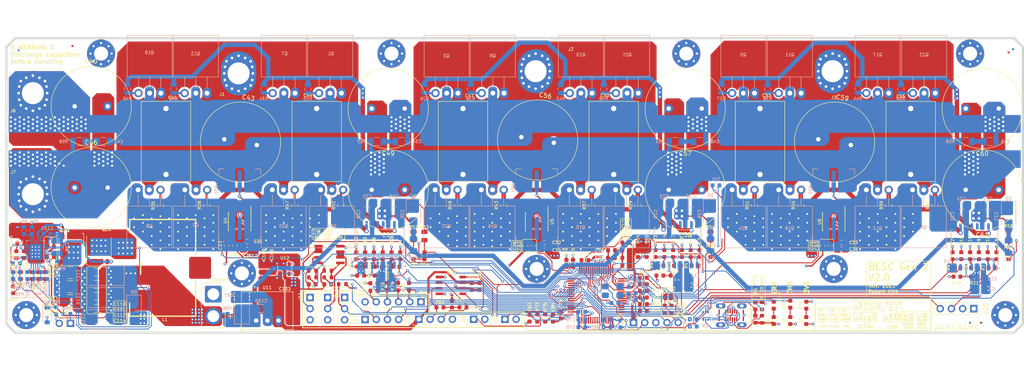
<source format=kicad_pcb>
(kicad_pcb (version 20171130) (host pcbnew "(5.1.10)-1")
  (title_block (title "BESC Gen 2") (date 14.7.2019) (rev Init) (company e.pavlin.si))
  (layers (0 F.Cu signal) (1 In1.Cu signal hide) (2 In2.Cu signal hide) (31 B.Cu signal) (34 B.Paste user hide) (35 F.Paste user hide) (36 B.SilkS user) (37 F.SilkS user) (38 B.Mask user hide) (39 F.Mask user hide) (44 Edge.Cuts user))
  (net 0 "")
  (net 1 GND)
  (net 2 +3V3)
  (net 3 "/power stage/VBOOT_U")
  (net 4 "/power stage/PHASE_U")
  (net 5 "/power stage/PHASE_V")
  (net 6 "/power stage/VBOOT_V")
  (net 7 "/power stage/PHASE_W")
  (net 8 "/power stage/VBOOT_W")
  (net 9 +12V)
  (net 10 VDC)
  (net 11 /mcu/ISENSE_U_FILT)
  (net 12 /mcu/ISENSE_V_FILT)
  (net 13 /mcu/ISENSE_W_FILT)
  (net 14 /io/NRST)
  (net 15 /io/MOTOR_TEMP)
  (net 16 +5V)
  (net 17 "Net-(D1-Pad2)")
  (net 18 "Net-(D2-Pad2)")
  (net 19 "Net-(D3-Pad2)")
  (net 20 "Net-(D4-Pad2)")
  (net 21 "Net-(D5-Pad2)")
  (net 22 "Net-(D6-Pad2)")
  (net 23 "/power stage/MOS_TEMP")
  (net 24 /io/SWCLK)
  (net 25 /io/SWDIO)
  (net 26 /io/HALL_U)
  (net 27 /io/HALL_V)
  (net 28 /io/HALL_W)
  (net 29 "Net-(J13-Pad2)")
  (net 30 /mcu/PWM_U_HIGH)
  (net 31 /mcu/PWM_U_LOW)
  (net 32 /mcu/PWM_V_HIGH)
  (net 33 /mcu/PWM_V_LOW)
  (net 34 /mcu/PWM_W_HIGH)
  (net 35 /mcu/PWM_W_LOW)
  (net 36 /mcu/USENSE_U)
  (net 37 /mcu/USENSE_V)
  (net 38 /mcu/USENSE_W)
  (net 39 /mcu/USENSE)
  (net 40 /mcu/ISENSE_U)
  (net 41 /mcu/ISENSE_V)
  (net 42 /mcu/ISENSE_W)
  (net 43 /io/USB_DP)
  (net 44 /io/USB_DM)
  (net 45 /io/CAN_RX)
  (net 46 /io/CAN_TX)
  (net 47 "Net-(C78-Pad1)")
  (net 48 "Net-(Q1-Pad1)")
  (net 49 "Net-(Q2-Pad1)")
  (net 50 "Net-(Q3-Pad1)")
  (net 51 "Net-(Q4-Pad1)")
  (net 52 "Net-(Q5-Pad1)")
  (net 53 "Net-(Q6-Pad1)")
  (net 54 "Net-(Q7-Pad1)")
  (net 55 "Net-(Q8-Pad1)")
  (net 56 "Net-(Q9-Pad1)")
  (net 57 "Net-(Q10-Pad1)")
  (net 58 "Net-(Q11-Pad1)")
  (net 59 "Net-(Q12-Pad1)")
  (net 60 "Net-(Q13-Pad1)")
  (net 61 "Net-(Q14-Pad1)")
  (net 62 "Net-(Q15-Pad1)")
  (net 63 "Net-(Q16-Pad1)")
  (net 64 "Net-(Q17-Pad1)")
  (net 65 "Net-(Q18-Pad1)")
  (net 66 "Net-(Q19-Pad1)")
  (net 67 "Net-(Q20-Pad1)")
  (net 68 "Net-(Q21-Pad1)")
  (net 69 "Net-(Q22-Pad1)")
  (net 70 "Net-(Q23-Pad1)")
  (net 71 "Net-(Q24-Pad1)")
  (net 72 "/power stage/GND_U")
  (net 73 "/power stage/GND_V")
  (net 74 "/power stage/GND_W")
  (net 75 "Net-(C14-Pad2)")
  (net 76 "Net-(C15-Pad2)")
  (net 77 "Net-(C72-Pad1)")
  (net 78 "Net-(C81-Pad1)")
  (net 79 "/pwr mng/SENSE+")
  (net 80 "/pwr mng/PG")
  (net 81 "Net-(C4-Pad2)")
  (net 82 "Net-(C5-Pad2)")
  (net 83 "Net-(C6-Pad2)")
  (net 84 "Net-(C7-Pad2)")
  (net 85 "Net-(C8-Pad2)")
  (net 86 "Net-(C9-Pad2)")
  (net 87 "Net-(C13-Pad2)")
  (net 88 "Net-(C16-Pad1)")
  (net 89 "Net-(C17-Pad1)")
  (net 90 "Net-(C18-Pad1)")
  (net 91 "Net-(C73-Pad1)")
  (net 92 "Net-(C76-Pad1)")
  (net 93 "Net-(C85-Pad1)")
  (net 94 "Net-(C91-Pad1)")
  (net 95 /io/IGNITION)
  (net 96 "Net-(D8-Pad2)")
  (net 97 "Net-(J11-Pad2)")
  (net 98 "Net-(J12-Pad5)")
  (net 99 "Net-(J15-Pad2)")
  (net 100 "Net-(J15-Pad1)")
  (net 101 "Net-(J16-Pad2)")
  (net 102 "Net-(J16-Pad3)")
  (net 103 "Net-(R25-Pad1)")
  (net 104 "Net-(R26-Pad1)")
  (net 105 "Net-(R27-Pad1)")
  (net 106 "Net-(R28-Pad1)")
  (net 107 "Net-(R29-Pad1)")
  (net 108 "Net-(R30-Pad1)")
  (net 109 "Net-(R31-Pad2)")
  (net 110 "Net-(R31-Pad3)")
  (net 111 "Net-(R32-Pad2)")
  (net 112 "Net-(R32-Pad3)")
  (net 113 "Net-(R33-Pad2)")
  (net 114 "Net-(R33-Pad3)")
  (net 115 "/power stage/VSUPA_U")
  (net 116 "/power stage/VSUPA_V")
  (net 117 "/power stage/VSUPA_W")
  (net 118 "/pwr mng/SW")
  (net 119 "/pwr mng/BOTTOM_GATE")
  (net 120 "/pwr mng/TOP_GATE")
  (net 121 "Net-(C100-Pad1)")
  (net 122 "Net-(C42-Pad2)")
  (net 123 "Net-(C45-Pad2)")
  (net 124 "Net-(C48-Pad2)")
  (net 125 "Net-(C51-Pad2)")
  (net 126 "Net-(C101-Pad2)")
  (net 127 "Net-(C105-Pad1)")
  (net 128 "Net-(R70-Pad2)")
  (net 129 "Net-(R71-Pad2)")
  (net 130 "Net-(R77-Pad1)")
  (net 131 "Net-(R78-Pad1)")
  (net 132 "/pwr mng/INTVCC")
  (net 133 "/pwr mng/VIN+")
  (net 134 "/pwr mng/SS")
  (net 135 "/pwr mng/ITH")
  (net 136 "/pwr mng/VFB")
  (net 137 "/pwr mng/OVLO")
  (net 138 "/pwr mng/DRVSET")
  (net 139 "/pwr mng/FREQ")
  (net 140 "Net-(H5-Pad1)")
  (net 141 "Net-(H6-Pad1)")
  (net 142 "Net-(H8-Pad1)")
  (net 143 "Net-(H1-Pad1)")
  (net 144 "Net-(H2-Pad1)")
  (net 145 "Net-(H3-Pad1)")
  (net 146 "Net-(H4-Pad1)")
  (net 147 "Net-(H9-Pad1)")
  (net 148 "/pwr mng/DRVcc")
  (net 149 /io/BRAKE_SW)
  (net 150 /io/REVERSE_SW)
  (net 151 /mcu/ADC_THROTTLE)
  (net 152 /mcu/ADC_THBRAKE)
  (net 153 /mcu/HALL_PAS)
  (net 154 "Net-(J10-PadA4)")
  (net 155 "Net-(J10-PadB5)")
  (net 156 "Net-(J10-PadB8)")
  (net 157 "Net-(J10-PadA6)")
  (net 158 "Net-(J10-PadA7)")
  (net 159 "Net-(J10-PadA8)")
  (net 160 "Net-(J10-PadA5)")
  (net 161 /io/UART_RX)
  (net 162 /io/UART_TX)
  (net 163 "Net-(J18-Pad1)")
  (net 164 "Net-(J19-Pad1)")
  (net 165 /io/I2C_SDA)
  (net 166 /io/I2C_SCL)
  (net 167 /mcu/BOOT0)
  (net 168 /mcu/GATE_DISABLE)
  (net 169 "Net-(R101-Pad1)")
  (net 170 "Net-(R103-Pad1)")
  (net 171 "Net-(R106-Pad2)")
  (net 172 "Net-(U1-Pad13)")
  (net 173 "Net-(U1-Pad12)")
  (net 174 "Net-(U1-Pad7)")
  (net 175 "Net-(U2-Pad13)")
  (net 176 "Net-(U2-Pad12)")
  (net 177 "Net-(U2-Pad7)")
  (net 178 "Net-(U3-Pad13)")
  (net 179 "Net-(U3-Pad12)")
  (net 180 "Net-(U3-Pad7)")
  (net 181 "Net-(U8-Pad62)")
  (net 182 "Net-(U8-Pad61)")
  (net 183 /mcu/SPI_MOSI)
  (net 184 /mcu/SPI_MISO)
  (net 185 /mcu/SPI_SCK)
  (net 186 "Net-(U8-Pad54)")
  (net 187 "Net-(U8-Pad53)")
  (net 188 "Net-(U8-Pad52)")
  (net 189 "Net-(U8-Pad40)")
  (net 190 /mcu/FAULT)
  (net 191 "Net-(U8-Pad4)")
  (net 192 "Net-(U8-Pad3)")
  (net 193 "Net-(U8-Pad2)")
  (module Capacitor_THT:C_Radial_D18.0mm_H35.5mm_P7.50mm (layer F.Cu) (at 257.3 95.4 180)
    (fp_text reference C61 (at 3.75 -10.25 180) (layer F.SilkS))
    (fp_text value B41858D9337M000)
    (pad 2 thru_hole circle (at 7.5 0 180) (size 2 2) (drill 1) (layers *.Cu *.Mask) (net 1 GND))
    (pad 1 thru_hole circle (at 0 0 180) (size 2 2) (drill 1) (layers *.Cu *.Mask) (net 10 VDC))
  )
  (module Capacitor_THT:C_Radial_D18.0mm_H35.5mm_P7.50mm (layer F.Cu) (at 257.3 76.9 180)
    (fp_text reference C60 (at 3.75 -10.25 180) (layer F.SilkS))
    (fp_text value B41858D9337M000)
    (pad 2 thru_hole circle (at 7.5 0 180) (size 2 2) (drill 1) (layers *.Cu *.Mask) (net 1 GND))
    (pad 1 thru_hole circle (at 0 0 180) (size 2 2) (drill 1) (layers *.Cu *.Mask) (net 10 VDC))
  )
  (module Capacitor_THT:C_Radial_D18.0mm_H35.5mm_P7.50mm (layer F.Cu) (at 216.3 83.9 350)
    (fp_text reference C59 (at 3.75 -10.25 350) (layer F.SilkS))
    (fp_text value B41858D9337M000)
    (pad 2 thru_hole circle (at 7.5 0 350) (size 2 2) (drill 1) (layers *.Cu *.Mask) (net 1 GND))
    (pad 1 thru_hole circle (at 0 0 350) (size 2 2) (drill 1) (layers *.Cu *.Mask) (net 10 VDC))
  )
  (module Capacitor_THT:C_Radial_D18.0mm_H35.5mm_P7.50mm (layer F.Cu) (at 189.8 95.4 180)
    (fp_text reference C58 (at 3.75 -10.25 180) (layer F.SilkS))
    (fp_text value B41858D9337M000)
    (pad 2 thru_hole circle (at 7.5 0 180) (size 2 2) (drill 1) (layers *.Cu *.Mask) (net 1 GND))
    (pad 1 thru_hole circle (at 0 0 180) (size 2 2) (drill 1) (layers *.Cu *.Mask) (net 10 VDC))
  )
  (module Capacitor_THT:C_Radial_D18.0mm_H35.5mm_P7.50mm (layer F.Cu) (at 189.8 76.9 180)
    (fp_text reference C57 (at 3.75 -10.25 180) (layer F.SilkS))
    (fp_text value B41858D9337M000)
    (pad 2 thru_hole circle (at 7.5 0 180) (size 2 2) (drill 1) (layers *.Cu *.Mask) (net 1 GND))
    (pad 1 thru_hole circle (at 0 0 180) (size 2 2) (drill 1) (layers *.Cu *.Mask) (net 10 VDC))
  )
  (module Capacitor_THT:C_Radial_D18.0mm_H35.5mm_P7.50mm (layer F.Cu) (at 148.8 83.4 350)
    (fp_text reference C56 (at 3.75 -10.25 350) (layer F.SilkS))
    (fp_text value B41858D9337M000)
    (pad 2 thru_hole circle (at 7.5 0 350) (size 2 2) (drill 1) (layers *.Cu *.Mask) (net 1 GND))
    (pad 1 thru_hole circle (at 0 0 350) (size 2 2) (drill 1) (layers *.Cu *.Mask) (net 10 VDC))
  )
  (module Capacitor_THT:C_Radial_D18.0mm_H35.5mm_P7.50mm (layer F.Cu) (at 122.3 95.4 180)
    (fp_text reference C52 (at 3.75 -10.25 180) (layer F.SilkS))
    (fp_text value B41858D9337M000)
    (pad 2 thru_hole circle (at 7.5 0 180) (size 2 2) (drill 1) (layers *.Cu *.Mask) (net 1 GND))
    (pad 1 thru_hole circle (at 0 0 180) (size 2 2) (drill 1) (layers *.Cu *.Mask) (net 10 VDC))
  )
  (module Capacitor_THT:C_Radial_D18.0mm_H35.5mm_P7.50mm (layer F.Cu) (at 122.3 76.9 180)
    (fp_text reference C49 (at 3.75 -10.25 180) (layer F.SilkS))
    (fp_text value B41858D9337M000)
    (pad 2 thru_hole circle (at 7.5 0 180) (size 2 2) (drill 1) (layers *.Cu *.Mask) (net 1 GND))
    (pad 1 thru_hole circle (at 0 0 180) (size 2 2) (drill 1) (layers *.Cu *.Mask) (net 10 VDC))
  )
  (module Capacitor_THT:C_Radial_D18.0mm_H35.5mm_P7.50mm (layer F.Cu) (at 47.3 94.9)
    (fp_text reference C46 (at 3.75 -10.25) (layer F.SilkS))
    (fp_text value B41858D9337M000)
    (pad 2 thru_hole circle (at 7.5 0) (size 2 2) (drill 1) (layers *.Cu *.Mask) (net 1 GND))
    (pad 1 thru_hole circle (at 0 0) (size 2 2) (drill 1) (layers *.Cu *.Mask) (net 10 VDC))
  )
  (module Capacitor_THT:C_Radial_D18.0mm_H35.5mm_P7.50mm (layer F.Cu) (at 81.3 83.9 350)
    (fp_text reference C43 (at 3.75 -10.25 350) (layer F.SilkS))
    (fp_text value B41858D9337M000)
    (pad 2 thru_hole circle (at 7.5 0 350) (size 2 2) (drill 1) (layers *.Cu *.Mask) (net 1 GND))
    (pad 1 thru_hole circle (at 0 0 350) (size 2 2) (drill 1) (layers *.Cu *.Mask) (net 10 VDC))
  )
  (module Capacitor_THT:C_Radial_D18.0mm_H35.5mm_P7.50mm (layer F.Cu) (at 47.3 76.4)
    (fp_text reference C40 (at 3.75 -10.25) (layer F.SilkS))
    (fp_text value B41858D9337M000)
    (pad 2 thru_hole circle (at 7.5 0) (size 2 2) (drill 1) (layers *.Cu *.Mask) (net 1 GND))
    (pad 1 thru_hole circle (at 0 0) (size 2 2) (drill 1) (layers *.Cu *.Mask) (net 10 VDC))
  )
  (module Package_SO:SOIC-8_3.9x4.9mm_P1.27mm (layer F.Cu) (at 105.206 110.12)
    (fp_text reference U7 (at -4.191 0 90) (layer F.SilkS) (effects (font (size 0.7 0.7) (thickness 0.12))))
    (fp_text value LMV358)
    (pad 8 smd roundrect (at 2.475 -1.905) (size 1.95 0.6) (layers F.Cu F.Paste F.Mask) (net 2 +3V3))
    (pad 7 smd roundrect (at 2.475 -0.635) (size 1.95 0.6) (layers F.Cu F.Paste F.Mask) (net 29 "Net-(J13-Pad2)"))
    (pad 6 smd roundrect (at 2.475 0.635) (size 1.95 0.6) (layers F.Cu F.Paste F.Mask) (net 29 "Net-(J13-Pad2)"))
    (pad 5 smd roundrect (at 2.475 1.905) (size 1.95 0.6) (layers F.Cu F.Paste F.Mask) (net 169 "Net-(R101-Pad1)"))
    (pad 4 smd roundrect (at -2.475 1.905) (size 1.95 0.6) (layers F.Cu F.Paste F.Mask) (net 1 GND))
    (pad 3 smd roundrect (at -2.475 0.635) (size 1.95 0.6) (layers F.Cu F.Paste F.Mask) (net 170 "Net-(R103-Pad1)"))
    (pad 2 smd roundrect (at -2.475 -0.635) (size 1.95 0.6) (layers F.Cu F.Paste F.Mask) (net 97 "Net-(J11-Pad2)"))
    (pad 1 smd roundrect (at -2.475 -1.905) (size 1.95 0.6) (layers F.Cu F.Paste F.Mask) (net 97 "Net-(J11-Pad2)"))
  )
  (module Resistor_SMD:R_0603_1608Metric (layer F.Cu) (at 181.406 122.566 270)
    (fp_text reference R106 (at 0 -3.048 90) (layer F.SilkS) (effects (font (size 0.7 0.7) (thickness 0.12))))
    (fp_text value 10k hide)
    (pad 2 smd roundrect (at 0.825 0 270) (size 0.8 0.95) (layers F.Cu F.Paste F.Mask) (net 171 "Net-(R106-Pad2)"))
    (pad 1 smd roundrect (at -0.825 0 270) (size 0.8 0.95) (layers F.Cu F.Paste F.Mask) (net 167 /mcu/BOOT0))
  )
  (module Resistor_SMD:R_0603_1608Metric (layer F.Cu) (at 182.93 122.566 90)
    (fp_text reference R105 (at 0 2.54 90) (layer F.SilkS) (effects (font (size 0.7 0.7) (thickness 0.12))))
    (fp_text value 2k2 hide)
    (pad 2 smd roundrect (at 0.825 0 90) (size 0.8 0.95) (layers F.Cu F.Paste F.Mask) (net 1 GND))
    (pad 1 smd roundrect (at -0.825 0 90) (size 0.8 0.95) (layers F.Cu F.Paste F.Mask) (net 167 /mcu/BOOT0))
  )
  (module Resistor_SMD:R_0603_1608Metric (layer F.Cu) (at 101.3325 113.803)
    (fp_text reference R104 (at 0.9525 -9.144) (layer F.SilkS) (effects (font (size 0.5 0.5) (thickness 0.1))))
    (fp_text value 3k3 hide)
    (pad 2 smd roundrect (at 0.825 0) (size 0.8 0.95) (layers F.Cu F.Paste F.Mask) (net 170 "Net-(R103-Pad1)"))
    (pad 1 smd roundrect (at -0.825 0) (size 0.8 0.95) (layers F.Cu F.Paste F.Mask) (net 1 GND))
  )
  (module Resistor_SMD:R_0603_1608Metric (layer F.Cu) (at 101.333 115.327 180)
    (fp_text reference R103 (at -0.952 9.906) (layer F.SilkS) (effects (font (size 0.5 0.5) (thickness 0.1))))
    (fp_text value 1k8 hide)
    (pad 2 smd roundrect (at 0.825 0 180) (size 0.8 0.95) (layers F.Cu F.Paste F.Mask) (net 151 /mcu/ADC_THROTTLE))
    (pad 1 smd roundrect (at -0.825 0 180) (size 0.8 0.95) (layers F.Cu F.Paste F.Mask) (net 170 "Net-(R103-Pad1)"))
  )
  (module Resistor_SMD:R_0603_1608Metric (layer F.Cu) (at 104.825 113.803)
    (fp_text reference R102 (at 0 -9.017) (layer F.SilkS) (effects (font (size 0.5 0.5) (thickness 0.1))))
    (fp_text value 3k3 hide)
    (pad 2 smd roundrect (at 0.825 0) (size 0.8 0.95) (layers F.Cu F.Paste F.Mask) (net 169 "Net-(R101-Pad1)"))
    (pad 1 smd roundrect (at -0.825 0) (size 0.8 0.95) (layers F.Cu F.Paste F.Mask) (net 1 GND))
  )
  (module Resistor_SMD:R_0603_1608Metric (layer F.Cu) (at 104.825 115.327 180)
    (fp_text reference R101 (at 0 9.779) (layer F.SilkS) (effects (font (size 0.5 0.5) (thickness 0.1))))
    (fp_text value 1k8 hide)
    (pad 2 smd roundrect (at 0.825 0 180) (size 0.8 0.95) (layers F.Cu F.Paste F.Mask) (net 152 /mcu/ADC_THBRAKE))
    (pad 1 smd roundrect (at -0.825 0 180) (size 0.8 0.95) (layers F.Cu F.Paste F.Mask) (net 169 "Net-(R101-Pad1)"))
  )
  (module Resistor_SMD:R_0603_1608Metric (layer F.Cu) (at 203.504 124.852 270)
    (fp_text reference R100 (at -6.096 0 90) (layer F.SilkS) (effects (font (size 0.7 0.7) (thickness 0.12))))
    (fp_text value 5K1 hide)
    (pad 2 smd roundrect (at 0.825 0 270) (size 0.8 0.95) (layers F.Cu F.Paste F.Mask) (net 1 GND))
    (pad 1 smd roundrect (at -0.825 0 270) (size 0.8 0.95) (layers F.Cu F.Paste F.Mask) (net 155 "Net-(J10-PadB5)"))
  )
  (module Resistor_SMD:R_0603_1608Metric (layer F.Cu) (at 108.127 116.851)
    (fp_text reference R80 (at -0.635 -10.668) (layer F.SilkS) (effects (font (size 0.5 0.5) (thickness 0.1))))
    (fp_text value 2k2 hide)
    (pad 2 smd roundrect (at 0.825 0) (size 0.8 0.95) (layers F.Cu F.Paste F.Mask) (net 2 +3V3))
    (pad 1 smd roundrect (at -0.825 0) (size 0.8 0.95) (layers F.Cu F.Paste F.Mask) (net 153 /mcu/HALL_PAS))
  )
  (module Resistor_SMD:R_0603_1608Metric (layer F.Cu) (at 154.228 124.598 90)
    (fp_text reference R75 (at 2.54 0 90) (layer F.SilkS) (effects (font (size 0.7 0.7) (thickness 0.12))))
    (fp_text value 2k2 hide)
    (pad 2 smd roundrect (at 0.825 0 90) (size 0.8 0.95) (layers F.Cu F.Paste F.Mask) (net 164 "Net-(J19-Pad1)"))
    (pad 1 smd roundrect (at -0.825 0 90) (size 0.8 0.95) (layers F.Cu F.Paste F.Mask) (net 150 /io/REVERSE_SW))
  )
  (module Resistor_SMD:R_0603_1608Metric (layer F.Cu) (at 152.45 124.598 90)
    (fp_text reference R73 (at 2.54 0 90) (layer F.SilkS) (effects (font (size 0.7 0.7) (thickness 0.12))))
    (fp_text value 2k2 hide)
    (pad 2 smd roundrect (at 0.825 0 90) (size 0.8 0.95) (layers F.Cu F.Paste F.Mask) (net 163 "Net-(J18-Pad1)"))
    (pad 1 smd roundrect (at -0.825 0 90) (size 0.8 0.95) (layers F.Cu F.Paste F.Mask) (net 149 /io/BRAKE_SW))
  )
  (module Resistor_SMD:R_0603_1608Metric (layer F.Cu) (at 203.504 121.804 90)
    (fp_text reference R65 (at 5.588 0 90) (layer F.SilkS) (effects (font (size 0.7 0.7) (thickness 0.12))))
    (fp_text value 5K1 hide)
    (pad 2 smd roundrect (at 0.825 0 90) (size 0.8 0.95) (layers F.Cu F.Paste F.Mask) (net 1 GND))
    (pad 1 smd roundrect (at -0.825 0 90) (size 0.8 0.95) (layers F.Cu F.Paste F.Mask) (net 160 "Net-(J10-PadA5)"))
  )
  (module Jumper:SolderJumper-2_P1.3mm_Open_RoundedPad1.0x1.5mm (layer F.Cu) (at 182.168 119.772 180)
    (fp_text reference JP2 hide)
    (fp_text value BOOT0 (at 0 1.9) (layer F.SilkS) (effects (font (size 0.7 0.7) (thickness 0.12))))
    (pad 2 smd custom (at 0.65 0 180) (size 1 0.5) (layers F.Cu F.Mask) (net 167 /mcu/BOOT0) (options (clearance outline) (anchor rect)) (primitives (gr_circle (center 0 0.25) (end 0.5 0.25) (width 0)) (gr_circle (center 0 -0.25) (end 0.5 -0.25) (width 0)) (gr_poly (pts (xy 0 -0.75) (xy -0.5 -0.75) (xy -0.5 0.75) (xy 0 0.75)) (width 0))))
    (pad 1 smd custom (at -0.65 0 180) (size 1 0.5) (layers F.Cu F.Mask) (net 2 +3V3) (options (clearance outline) (anchor rect)) (primitives (gr_circle (center 0 0.25) (end 0.5 0.25) (width 0)) (gr_circle (center 0 -0.25) (end 0.5 -0.25) (width 0)) (gr_poly (pts (xy 0 -0.75) (xy 0.5 -0.75) (xy 0.5 0.75) (xy 0 0.75)) (width 0))))
  )
  (module Connector_PinSocket_2.54mm:PinSocket_1x04_P2.54mm_Vertical (layer F.Cu) (at 251.637 122.439 270)
    (fp_text reference J20 (at 0 -2.77 90) (layer F.SilkS))
    (fp_text value I2C hide)
    (pad 4 thru_hole oval (at 0 7.62 270) (size 1.7 1.7) (drill 1) (layers *.Cu *.Mask) (net 165 /io/I2C_SDA))
    (pad 3 thru_hole oval (at 0 5.08 270) (size 1.7 1.7) (drill 1) (layers *.Cu *.Mask) (net 166 /io/I2C_SCL))
    (pad 2 thru_hole oval (at 0 2.54 270) (size 1.7 1.7) (drill 1) (layers *.Cu *.Mask) (net 2 +3V3))
    (pad 1 thru_hole rect (at 0 0 270) (size 1.7 1.7) (drill 1) (layers *.Cu *.Mask) (net 1 GND))
  )
  (module Connector_PinHeader_2.54mm:PinHeader_1x02_P2.54mm_Vertical (layer F.Cu) (at 145.084 124.852 90)
    (fp_text reference J19 (at 0 -2.33 90) (layer F.SilkS) (effects (font (size 0.7 0.7) (thickness 0.12))))
    (fp_text value REVERSE_SW)
    (pad 2 thru_hole oval (at 0 2.54 90) (size 1.7 1.7) (drill 1) (layers *.Cu *.Mask) (net 1 GND))
    (pad 1 thru_hole rect (at 0 0 90) (size 1.7 1.7) (drill 1) (layers *.Cu *.Mask) (net 164 "Net-(J19-Pad1)"))
  )
  (module Connector_PinHeader_2.54mm:PinHeader_1x02_P2.54mm_Vertical (layer F.Cu) (at 137.972 124.852 90)
    (fp_text reference J18 (at 0 -2.33 90) (layer F.SilkS) (effects (font (size 0.7 0.7) (thickness 0.12))))
    (fp_text value BRAKE_SW)
    (pad 2 thru_hole oval (at 0 2.54 90) (size 1.7 1.7) (drill 1) (layers *.Cu *.Mask) (net 1 GND))
    (pad 1 thru_hole rect (at 0 0 90) (size 1.7 1.7) (drill 1) (layers *.Cu *.Mask) (net 163 "Net-(J18-Pad1)"))
  )
  (module Connector_PinHeader_2.54mm:PinHeader_1x04_P2.54mm_Vertical (layer F.Cu) (at 113.3 124.9 90)
    (fp_text reference J14 (at 0 -2.33 90) (layer F.SilkS))
    (fp_text value SERIAL hide)
    (pad 4 thru_hole oval (at 0 7.62 90) (size 1.7 1.7) (drill 1) (layers *.Cu *.Mask) (net 1 GND))
    (pad 3 thru_hole oval (at 0 5.08 90) (size 1.7 1.7) (drill 1) (layers *.Cu *.Mask) (net 161 /io/UART_RX))
    (pad 2 thru_hole oval (at 0 2.54 90) (size 1.7 1.7) (drill 1) (layers *.Cu *.Mask) (net 162 /io/UART_TX))
    (pad 1 thru_hole rect (at 0 0 90) (size 1.7 1.7) (drill 1) (layers *.Cu *.Mask) (net 2 +3V3))
  )
  (module BESC-G2:GCT_USB4120-03-C_REVA (layer F.Cu) (at 196.519 123.963)
    (fp_text reference J10 (at 0 -2.54) (layer F.SilkS) (effects (font (size 0.5 0.5) (thickness 0.1))))
    (fp_text value USB_C_Receptacle_USB2.0 hide)
    (fp_line (start 3.65 -0.26) (end 3.85 -0.26) (layer Edge.Cuts) (width 0.1))
    (fp_line (start 3.85 0.26) (end 3.65 0.26) (layer Edge.Cuts) (width 0.1))
    (fp_arc (start 3.65 0) (end 3.65 -0.26) (angle -90) (layer Edge.Cuts) (width 0.1))
    (fp_arc (start 3.65 0) (end 3.39 0) (angle -90) (layer Edge.Cuts) (width 0.1))
    (fp_arc (start 3.85 0) (end 3.85 0.26) (angle -90) (layer Edge.Cuts) (width 0.1))
    (fp_arc (start 3.85 0) (end 4.11 0) (angle -90) (layer Edge.Cuts) (width 0.1))
    (pad B4 smd rect (at 1.25 0.865) (size 0.3 0.87) (layers F.Cu F.Paste F.Mask) (net 154 "Net-(J10-PadA4)"))
    (pad B5 smd rect (at 0.75 0.865) (size 0.3 0.87) (layers F.Cu F.Paste F.Mask) (net 155 "Net-(J10-PadB5)"))
    (pad B9 smd rect (at -1.25 0.865) (size 0.3 0.87) (layers F.Cu F.Paste F.Mask) (net 154 "Net-(J10-PadA4)"))
    (pad B8 smd rect (at -0.75 0.865) (size 0.3 0.87) (layers F.Cu F.Paste F.Mask) (net 156 "Net-(J10-PadB8)"))
    (pad B6 smd rect (at 0.25 0.865) (size 0.3 0.87) (layers F.Cu F.Paste F.Mask) (net 157 "Net-(J10-PadA6)"))
    (pad B7 smd rect (at -0.25 0.865) (size 0.3 0.87) (layers F.Cu F.Paste F.Mask) (net 158 "Net-(J10-PadA7)"))
    (pad B1 smd rect (at 2.75 0.865) (size 0.3 0.87) (layers F.Cu F.Paste F.Mask) (net 1 GND))
    (pad B12 smd rect (at -2.75 0.865) (size 0.3 0.87) (layers F.Cu F.Paste F.Mask) (net 1 GND))
    (pad A9 smd rect (at 1.25 -0.865) (size 0.3 0.87) (layers F.Cu F.Paste F.Mask) (net 154 "Net-(J10-PadA4)"))
    (pad A8 smd rect (at 0.75 -0.865) (size 0.3 0.87) (layers F.Cu F.Paste F.Mask) (net 159 "Net-(J10-PadA8)"))
    (pad A4 smd rect (at -1.25 -0.865) (size 0.3 0.87) (layers F.Cu F.Paste F.Mask) (net 154 "Net-(J10-PadA4)"))
    (pad A5 smd rect (at -0.75 -0.865) (size 0.3 0.87) (layers F.Cu F.Paste F.Mask) (net 160 "Net-(J10-PadA5)"))
    (pad A7 smd rect (at 0.25 -0.865) (size 0.3 0.87) (layers F.Cu F.Paste F.Mask) (net 158 "Net-(J10-PadA7)"))
    (pad A6 smd rect (at -0.25 -0.865) (size 0.3 0.87) (layers F.Cu F.Paste F.Mask) (net 157 "Net-(J10-PadA6)"))
    (pad A12 smd rect (at 2.75 -0.865) (size 0.3 0.87) (layers F.Cu F.Paste F.Mask) (net 1 GND))
    (pad A1 smd rect (at -2.75 -0.865) (size 0.3 0.87) (layers F.Cu F.Paste F.Mask) (net 1 GND))
    (pad S4 thru_hole oval (at 2.4 2.15) (size 2.2 1.1) (drill oval 0.85 0.6) (layers *.Cu *.Mask))
    (pad S3 thru_hole oval (at 2.4 -2.15) (size 2.2 1.1) (drill oval 0.85 0.6) (layers *.Cu *.Mask))
    (pad S2 thru_hole oval (at -2.4 2.15) (size 2.2 1.1) (drill oval 0.85 0.6) (layers *.Cu *.Mask))
    (pad S1 thru_hole oval (at -2.4 -2.15) (size 2.2 1.1) (drill oval 0.85 0.6) (layers *.Cu *.Mask) (net 93 "Net-(C85-Pad1)"))
    (pad None np_thru_hole circle (at 3.75 0) (size 0.52 0.52) (drill 0.52) (layers *.Cu *.Mask))
    (pad None np_thru_hole circle (at -3.75 0) (size 0.52 0.52) (drill 0.52) (layers *.Cu *.Mask))
  )
  (module Connector_PinHeader_2.54mm:PinHeader_1x03_P2.54mm_Vertical (layer F.Cu) (at 108.635 119.899)
    (fp_text reference J9 (at -1.905 -0.127 90) (layer F.SilkS) (effects (font (size 0.7 0.7) (thickness 0.12))))
    (fp_text value PAS)
    (pad 3 thru_hole oval (at 0 5.08) (size 1.7 1.7) (drill 1) (layers *.Cu *.Mask) (net 1 GND))
    (pad 2 thru_hole oval (at 0 2.54) (size 1.7 1.7) (drill 1) (layers *.Cu *.Mask) (net 153 /mcu/HALL_PAS))
    (pad 1 thru_hole rect (at 0 0) (size 1.7 1.7) (drill 1) (layers *.Cu *.Mask) (net 16 +5V))
  )
  (module Capacitor_SMD:C_0603_1608Metric (layer F.Cu) (at 156.006 124.598 270)
    (fp_text reference C84 (at -2.54 0 90) (layer F.SilkS) (effects (font (size 0.7 0.7) (thickness 0.12))))
    (fp_text value 100n hide)
    (pad 2 smd roundrect (at 0.775 0 270) (size 0.9 0.95) (layers F.Cu F.Paste F.Mask) (net 1 GND))
    (pad 1 smd roundrect (at -0.775 0 270) (size 0.9 0.95) (layers F.Cu F.Paste F.Mask) (net 150 /io/REVERSE_SW))
  )
  (module Capacitor_SMD:C_0603_1608Metric (layer F.Cu) (at 150.672 124.598 270)
    (fp_text reference C63 (at -2.54 0 90) (layer F.SilkS) (effects (font (size 0.7 0.7) (thickness 0.12))))
    (fp_text value 100n hide)
    (pad 2 smd roundrect (at 0.775 0 270) (size 0.9 0.95) (layers F.Cu F.Paste F.Mask) (net 1 GND))
    (pad 1 smd roundrect (at -0.775 0 270) (size 0.9 0.95) (layers F.Cu F.Paste F.Mask) (net 149 /io/BRAKE_SW))
  )
  (module moje:8awg_wirepad (layer F.Cu) (at 84.55 68.9)
    (fp_text reference J1 (at -3.75 4.75) (layer F.SilkS) (effects (font (size 0.7 0.7) (thickness 0.12))))
    (fp_text value "PHASE WIRE")
    (pad 1 thru_hole circle (at 2.75 -2.75 270) (size 1.5 1.5) (drill 0.6) (layers *.Cu *.Mask) (net 4 "/power stage/PHASE_U"))
    (pad 1 thru_hole circle (at 3.1 -1.5 270) (size 1.5 1.5) (drill 0.6) (layers *.Cu *.Mask) (net 4 "/power stage/PHASE_U"))
    (pad 1 thru_hole circle (at 2.75 2.75 180) (size 1.5 1.5) (drill 0.6) (layers *.Cu *.Mask) (net 4 "/power stage/PHASE_U"))
    (pad 1 thru_hole circle (at 1.5 3.5 180) (size 1.5 1.5) (drill 0.6) (layers *.Cu *.Mask) (net 4 "/power stage/PHASE_U"))
    (pad 1 thru_hole circle (at -2.75 2.75 90) (size 1.5 1.5) (drill 0.6) (layers *.Cu *.Mask) (net 4 "/power stage/PHASE_U"))
    (pad 1 thru_hole circle (at -3.1 1.5 90) (size 1.5 1.5) (drill 0.6) (layers *.Cu *.Mask) (net 4 "/power stage/PHASE_U"))
    (pad 1 thru_hole circle (at -2.75 -2.75) (size 1.5 1.5) (drill 0.6) (layers *.Cu *.Mask) (net 4 "/power stage/PHASE_U"))
    (pad 1 thru_hole circle (at -1.5 -3.5) (size 1.5 1.5) (drill 0.6) (layers *.Cu *.Mask) (net 4 "/power stage/PHASE_U"))
    (pad 1 thru_hole circle (at 3.1 1.5 180) (size 1.5 1.5) (drill 0.6) (layers *.Cu *.Mask) (net 4 "/power stage/PHASE_U"))
    (pad 1 thru_hole circle (at 1.5 -3.5 270) (size 1.5 1.5) (drill 0.6) (layers *.Cu *.Mask) (net 4 "/power stage/PHASE_U"))
    (pad 1 thru_hole circle (at -1.5 3.5 90) (size 1.5 1.5) (drill 0.6) (layers *.Cu *.Mask) (net 4 "/power stage/PHASE_U"))
    (pad 1 thru_hole circle (at -3.1 -1.5) (size 1.5 1.5) (drill 0.6) (layers *.Cu *.Mask) (net 4 "/power stage/PHASE_U"))
    (pad 1 thru_hole circle (at 0 -4 270) (size 1.5 1.5) (drill 0.6) (layers *.Cu *.Mask) (net 4 "/power stage/PHASE_U"))
    (pad 1 thru_hole circle (at 3.25 0 180) (size 1.5 1.5) (drill 0.6) (layers *.Cu *.Mask) (net 4 "/power stage/PHASE_U"))
    (pad 1 thru_hole circle (at 0 4 90) (size 1.5 1.5) (drill 0.6) (layers *.Cu *.Mask) (net 4 "/power stage/PHASE_U"))
    (pad 1 thru_hole circle (at -3.25 0) (size 1.5 1.5) (drill 0.6) (layers *.Cu *.Mask) (net 4 "/power stage/PHASE_U"))
    (pad 1 thru_hole oval (at 0 0) (size 8 10) (drill 5) (layers *.Cu *.Mask) (net 4 "/power stage/PHASE_U"))
  )
  (module moje:8awg_wirepad (layer F.Cu) (at 152.05 68.4)
    (fp_text reference J2 (at 8 -5) (layer F.SilkS) (effects (font (size 0.7 0.7) (thickness 0.12))))
    (fp_text value "PHASE WIRE")
    (pad 1 thru_hole circle (at 2.75 -2.75 270) (size 1.5 1.5) (drill 0.6) (layers *.Cu *.Mask) (net 5 "/power stage/PHASE_V"))
    (pad 1 thru_hole circle (at 3.1 -1.5 270) (size 1.5 1.5) (drill 0.6) (layers *.Cu *.Mask) (net 5 "/power stage/PHASE_V"))
    (pad 1 thru_hole circle (at 2.75 2.75 180) (size 1.5 1.5) (drill 0.6) (layers *.Cu *.Mask) (net 5 "/power stage/PHASE_V"))
    (pad 1 thru_hole circle (at 1.5 3.5 180) (size 1.5 1.5) (drill 0.6) (layers *.Cu *.Mask) (net 5 "/power stage/PHASE_V"))
    (pad 1 thru_hole circle (at -2.75 2.75 90) (size 1.5 1.5) (drill 0.6) (layers *.Cu *.Mask) (net 5 "/power stage/PHASE_V"))
    (pad 1 thru_hole circle (at -3.1 1.5 90) (size 1.5 1.5) (drill 0.6) (layers *.Cu *.Mask) (net 5 "/power stage/PHASE_V"))
    (pad 1 thru_hole circle (at -2.75 -2.75) (size 1.5 1.5) (drill 0.6) (layers *.Cu *.Mask) (net 5 "/power stage/PHASE_V"))
    (pad 1 thru_hole circle (at -1.5 -3.5) (size 1.5 1.5) (drill 0.6) (layers *.Cu *.Mask) (net 5 "/power stage/PHASE_V"))
    (pad 1 thru_hole circle (at 3.1 1.5 180) (size 1.5 1.5) (drill 0.6) (layers *.Cu *.Mask) (net 5 "/power stage/PHASE_V"))
    (pad 1 thru_hole circle (at 1.5 -3.5 270) (size 1.5 1.5) (drill 0.6) (layers *.Cu *.Mask) (net 5 "/power stage/PHASE_V"))
    (pad 1 thru_hole circle (at -1.5 3.5 90) (size 1.5 1.5) (drill 0.6) (layers *.Cu *.Mask) (net 5 "/power stage/PHASE_V"))
    (pad 1 thru_hole circle (at -3.1 -1.5) (size 1.5 1.5) (drill 0.6) (layers *.Cu *.Mask) (net 5 "/power stage/PHASE_V"))
    (pad 1 thru_hole circle (at 0 -4 270) (size 1.5 1.5) (drill 0.6) (layers *.Cu *.Mask) (net 5 "/power stage/PHASE_V"))
    (pad 1 thru_hole circle (at 3.25 0 180) (size 1.5 1.5) (drill 0.6) (layers *.Cu *.Mask) (net 5 "/power stage/PHASE_V"))
    (pad 1 thru_hole circle (at 0 4 90) (size 1.5 1.5) (drill 0.6) (layers *.Cu *.Mask) (net 5 "/power stage/PHASE_V"))
    (pad 1 thru_hole circle (at -3.25 0) (size 1.5 1.5) (drill 0.6) (layers *.Cu *.Mask) (net 5 "/power stage/PHASE_V"))
    (pad 1 thru_hole oval (at 0 0) (size 8 10) (drill 5) (layers *.Cu *.Mask) (net 5 "/power stage/PHASE_V"))
  )
  (module moje:8awg_wirepad (layer F.Cu) (at 219.55 68.4)
    (fp_text reference J3 (at 0.25 6) (layer F.SilkS) (effects (font (size 0.7 0.7) (thickness 0.12))))
    (fp_text value "PHASE WIRE")
    (pad 1 thru_hole circle (at 2.75 -2.75 270) (size 1.5 1.5) (drill 0.6) (layers *.Cu *.Mask) (net 7 "/power stage/PHASE_W"))
    (pad 1 thru_hole circle (at 3.1 -1.5 270) (size 1.5 1.5) (drill 0.6) (layers *.Cu *.Mask) (net 7 "/power stage/PHASE_W"))
    (pad 1 thru_hole circle (at 2.75 2.75 180) (size 1.5 1.5) (drill 0.6) (layers *.Cu *.Mask) (net 7 "/power stage/PHASE_W"))
    (pad 1 thru_hole circle (at 1.5 3.5 180) (size 1.5 1.5) (drill 0.6) (layers *.Cu *.Mask) (net 7 "/power stage/PHASE_W"))
    (pad 1 thru_hole circle (at -2.75 2.75 90) (size 1.5 1.5) (drill 0.6) (layers *.Cu *.Mask) (net 7 "/power stage/PHASE_W"))
    (pad 1 thru_hole circle (at -3.1 1.5 90) (size 1.5 1.5) (drill 0.6) (layers *.Cu *.Mask) (net 7 "/power stage/PHASE_W"))
    (pad 1 thru_hole circle (at -2.75 -2.75) (size 1.5 1.5) (drill 0.6) (layers *.Cu *.Mask) (net 7 "/power stage/PHASE_W"))
    (pad 1 thru_hole circle (at -1.5 -3.5) (size 1.5 1.5) (drill 0.6) (layers *.Cu *.Mask) (net 7 "/power stage/PHASE_W"))
    (pad 1 thru_hole circle (at 3.1 1.5 180) (size 1.5 1.5) (drill 0.6) (layers *.Cu *.Mask) (net 7 "/power stage/PHASE_W"))
    (pad 1 thru_hole circle (at 1.5 -3.5 270) (size 1.5 1.5) (drill 0.6) (layers *.Cu *.Mask) (net 7 "/power stage/PHASE_W"))
    (pad 1 thru_hole circle (at -1.5 3.5 90) (size 1.5 1.5) (drill 0.6) (layers *.Cu *.Mask) (net 7 "/power stage/PHASE_W"))
    (pad 1 thru_hole circle (at -3.1 -1.5) (size 1.5 1.5) (drill 0.6) (layers *.Cu *.Mask) (net 7 "/power stage/PHASE_W"))
    (pad 1 thru_hole circle (at 0 -4 270) (size 1.5 1.5) (drill 0.6) (layers *.Cu *.Mask) (net 7 "/power stage/PHASE_W"))
    (pad 1 thru_hole circle (at 3.25 0 180) (size 1.5 1.5) (drill 0.6) (layers *.Cu *.Mask) (net 7 "/power stage/PHASE_W"))
    (pad 1 thru_hole circle (at 0 4 90) (size 1.5 1.5) (drill 0.6) (layers *.Cu *.Mask) (net 7 "/power stage/PHASE_W"))
    (pad 1 thru_hole circle (at -3.25 0) (size 1.5 1.5) (drill 0.6) (layers *.Cu *.Mask) (net 7 "/power stage/PHASE_W"))
    (pad 1 thru_hole oval (at 0 0) (size 8 10) (drill 5) (layers *.Cu *.Mask) (net 7 "/power stage/PHASE_W"))
  )
  (module moje:8awg_wirepad (layer F.Cu) (at 37.8 73.4 180)
    (fp_text reference J6 (at 4.5 -4) (layer F.SilkS) (effects (font (size 0.7 0.7) (thickness 0.12))))
    (fp_text value IN+)
    (pad 1 thru_hole circle (at 2.75 -2.75 90) (size 1.5 1.5) (drill 0.6) (layers *.Cu *.Mask) (net 10 VDC))
    (pad 1 thru_hole circle (at 3.1 -1.5 90) (size 1.5 1.5) (drill 0.6) (layers *.Cu *.Mask) (net 10 VDC))
    (pad 1 thru_hole circle (at 2.75 2.75) (size 1.5 1.5) (drill 0.6) (layers *.Cu *.Mask) (net 10 VDC))
    (pad 1 thru_hole circle (at 1.5 3.5) (size 1.5 1.5) (drill 0.6) (layers *.Cu *.Mask) (net 10 VDC))
    (pad 1 thru_hole circle (at -2.75 2.75 270) (size 1.5 1.5) (drill 0.6) (layers *.Cu *.Mask) (net 10 VDC))
    (pad 1 thru_hole circle (at -3.1 1.5 270) (size 1.5 1.5) (drill 0.6) (layers *.Cu *.Mask) (net 10 VDC))
    (pad 1 thru_hole circle (at -2.75 -2.75 180) (size 1.5 1.5) (drill 0.6) (layers *.Cu *.Mask) (net 10 VDC))
    (pad 1 thru_hole circle (at -1.5 -3.5 180) (size 1.5 1.5) (drill 0.6) (layers *.Cu *.Mask) (net 10 VDC))
    (pad 1 thru_hole circle (at 3.1 1.5) (size 1.5 1.5) (drill 0.6) (layers *.Cu *.Mask) (net 10 VDC))
    (pad 1 thru_hole circle (at 1.5 -3.5 90) (size 1.5 1.5) (drill 0.6) (layers *.Cu *.Mask) (net 10 VDC))
    (pad 1 thru_hole circle (at -1.5 3.5 270) (size 1.5 1.5) (drill 0.6) (layers *.Cu *.Mask) (net 10 VDC))
    (pad 1 thru_hole circle (at -3.1 -1.5 180) (size 1.5 1.5) (drill 0.6) (layers *.Cu *.Mask) (net 10 VDC))
    (pad 1 thru_hole circle (at 0 -4 90) (size 1.5 1.5) (drill 0.6) (layers *.Cu *.Mask) (net 10 VDC))
    (pad 1 thru_hole circle (at 3.25 0) (size 1.5 1.5) (drill 0.6) (layers *.Cu *.Mask) (net 10 VDC))
    (pad 1 thru_hole circle (at 0 4 270) (size 1.5 1.5) (drill 0.6) (layers *.Cu *.Mask) (net 10 VDC))
    (pad 1 thru_hole circle (at -3.25 0 180) (size 1.5 1.5) (drill 0.6) (layers *.Cu *.Mask) (net 10 VDC))
    (pad 1 thru_hole oval (at 0 0 180) (size 8 10) (drill 5) (layers *.Cu *.Mask) (net 10 VDC))
  )
  (module moje:8awg_wirepad (layer F.Cu) (at 37.8 96.4 180)
    (fp_text reference J7 (at 4.5 5) (layer F.SilkS) (effects (font (size 0.7 0.7) (thickness 0.12))))
    (fp_text value IN-)
    (pad 1 thru_hole circle (at 2.75 -2.75 90) (size 1.5 1.5) (drill 0.6) (layers *.Cu *.Mask) (net 1 GND))
    (pad 1 thru_hole circle (at 3.1 -1.5 90) (size 1.5 1.5) (drill 0.6) (layers *.Cu *.Mask) (net 1 GND))
    (pad 1 thru_hole circle (at 2.75 2.75) (size 1.5 1.5) (drill 0.6) (layers *.Cu *.Mask) (net 1 GND))
    (pad 1 thru_hole circle (at 1.5 3.5) (size 1.5 1.5) (drill 0.6) (layers *.Cu *.Mask) (net 1 GND))
    (pad 1 thru_hole circle (at -2.75 2.75 270) (size 1.5 1.5) (drill 0.6) (layers *.Cu *.Mask) (net 1 GND))
    (pad 1 thru_hole circle (at -3.1 1.5 270) (size 1.5 1.5) (drill 0.6) (layers *.Cu *.Mask) (net 1 GND))
    (pad 1 thru_hole circle (at -2.75 -2.75 180) (size 1.5 1.5) (drill 0.6) (layers *.Cu *.Mask) (net 1 GND))
    (pad 1 thru_hole circle (at -1.5 -3.5 180) (size 1.5 1.5) (drill 0.6) (layers *.Cu *.Mask) (net 1 GND))
    (pad 1 thru_hole circle (at 3.1 1.5) (size 1.5 1.5) (drill 0.6) (layers *.Cu *.Mask) (net 1 GND))
    (pad 1 thru_hole circle (at 1.5 -3.5 90) (size 1.5 1.5) (drill 0.6) (layers *.Cu *.Mask) (net 1 GND))
    (pad 1 thru_hole circle (at -1.5 3.5 270) (size 1.5 1.5) (drill 0.6) (layers *.Cu *.Mask) (net 1 GND))
    (pad 1 thru_hole circle (at -3.1 -1.5 180) (size 1.5 1.5) (drill 0.6) (layers *.Cu *.Mask) (net 1 GND))
    (pad 1 thru_hole circle (at 0 -4 90) (size 1.5 1.5) (drill 0.6) (layers *.Cu *.Mask) (net 1 GND))
    (pad 1 thru_hole circle (at 3.25 0) (size 1.5 1.5) (drill 0.6) (layers *.Cu *.Mask) (net 1 GND))
    (pad 1 thru_hole circle (at 0 4 270) (size 1.5 1.5) (drill 0.6) (layers *.Cu *.Mask) (net 1 GND))
    (pad 1 thru_hole circle (at -3.25 0 180) (size 1.5 1.5) (drill 0.6) (layers *.Cu *.Mask) (net 1 GND))
    (pad 1 thru_hole oval (at 0 0 180) (size 8 10) (drill 5) (layers *.Cu *.Mask) (net 1 GND))
  )
  (module Resistor_SMD:R_0805_2012Metric (layer B.Cu) (at 44.275 111.7)
    (fp_text reference R93 (at 0 1.65) (layer B.SilkS) (effects (font (size 0.7 0.7) (thickness 0.12)) (justify mirror)))
    (fp_text value 10R)
    (pad 2 smd roundrect (at 0.9375 0) (size 0.975 1.4) (layers B.Cu B.Paste B.Mask) (net 10 VDC))
    (pad 1 smd roundrect (at -0.9375 0) (size 0.975 1.4) (layers B.Cu B.Paste B.Mask) (net 133 "/pwr mng/VIN+"))
  )
  (module Capacitor_SMD:C_1210_3225Metric (layer B.Cu) (at 43.3 108.45 90)
    (fp_text reference C98 (at 0 2.28 90) (layer B.SilkS) (effects (font (size 0.7 0.7) (thickness 0.12)) (justify mirror)))
    (fp_text value "0.47u 200V")
    (pad 2 smd roundrect (at 1.4 0 90) (size 1.25 2.65) (layers B.Cu B.Paste B.Mask) (roundrect_rratio 0.2) (net 1 GND))
    (pad 1 smd roundrect (at -1.4 0 90) (size 1.25 2.65) (layers B.Cu B.Paste B.Mask) (roundrect_rratio 0.2) (net 133 "/pwr mng/VIN+"))
  )
  (module Capacitor_SMD:C_1210_3225Metric (layer F.Cu) (at 46.3 120.65)
    (fp_text reference C94 (at -4.5 2.25) (layer F.SilkS) (effects (font (size 0.7 0.7) (thickness 0.12))))
    (fp_text value "0.47u 200V")
    (pad 2 smd roundrect (at 1.4 0) (size 1.25 2.65) (layers F.Cu F.Paste F.Mask) (roundrect_rratio 0.2) (net 1 GND))
    (pad 1 smd roundrect (at -1.4 0) (size 1.25 2.65) (layers F.Cu F.Paste F.Mask) (roundrect_rratio 0.2) (net 10 VDC))
  )
  (module Capacitor_SMD:C_1210_3225Metric (layer F.Cu) (at 46.3 114.25)
    (fp_text reference C93 (at -4.5 6.15) (layer F.SilkS) (effects (font (size 0.7 0.7) (thickness 0.12))))
    (fp_text value "0.47u 200V")
    (pad 2 smd roundrect (at 1.4 0) (size 1.25 2.65) (layers F.Cu F.Paste F.Mask) (roundrect_rratio 0.2) (net 1 GND))
    (pad 1 smd roundrect (at -1.4 0) (size 1.25 2.65) (layers F.Cu F.Paste F.Mask) (roundrect_rratio 0.2) (net 10 VDC))
  )
  (module Capacitor_SMD:C_1210_3225Metric (layer F.Cu) (at 46.3 117.45)
    (fp_text reference C92 (at -4.5 4.2) (layer F.SilkS) (effects (font (size 0.7 0.7) (thickness 0.12))))
    (fp_text value "0.47u 200V")
    (pad 2 smd roundrect (at 1.4 0) (size 1.25 2.65) (layers F.Cu F.Paste F.Mask) (roundrect_rratio 0.2) (net 1 GND))
    (pad 1 smd roundrect (at -1.4 0) (size 1.25 2.65) (layers F.Cu F.Paste F.Mask) (roundrect_rratio 0.2) (net 10 VDC))
  )
  (module Fiducial:Fiducial_0.5mm_Mask1.5mm (layer F.Cu) (at 259.55 64.15)
    (fp_text reference FID6 hide)
    (fp_text value Fiducial)
    (pad "" smd circle (at 0 0) (size 0.5 0.5) (layers F.Cu F.Mask) (clearance 0.5))
  )
  (module Fiducial:Fiducial_0.5mm_Mask1.5mm (layer B.Cu) (at 260.55 63.4)
    (fp_text reference FID5 hide)
    (fp_text value Fiducial)
    (pad "" smd circle (at 0 0) (size 0.5 0.5) (layers B.Cu B.Mask) (clearance 0.5))
  )
  (module Fiducial:Fiducial_0.5mm_Mask1.5mm (layer F.Cu) (at 253.3 125.65)
    (fp_text reference FID4 hide)
    (fp_text value Fiducial)
    (pad "" smd circle (at 0 0) (size 0.5 0.5) (layers F.Cu F.Mask) (clearance 0.5))
  )
  (module Fiducial:Fiducial_0.5mm_Mask1.5mm (layer B.Cu) (at 250.8 125.65)
    (fp_text reference FID3 hide)
    (fp_text value Fiducial)
    (pad "" smd circle (at 0 0) (size 0.5 0.5) (layers B.Cu B.Mask) (clearance 0.5))
  )
  (module Fiducial:Fiducial_0.5mm_Mask1.5mm (layer F.Cu) (at 46.8 62.65)
    (fp_text reference FID2 hide)
    (fp_text value Fiducial)
    (pad "" smd circle (at 0 0) (size 0.5 0.5) (layers F.Cu F.Mask) (clearance 0.5))
  )
  (module Fiducial:Fiducial_0.5mm_Mask1.5mm (layer B.Cu) (at 34.55 63.65)
    (fp_text reference FID1 hide)
    (fp_text value Fiducial)
    (pad "" smd circle (at 0 0) (size 0.5 0.5) (layers B.Cu B.Mask) (clearance 0.5))
  )
  (module Capacitor_SMD:C_0603_1608Metric (layer F.Cu) (at 41.8 108.4)
    (fp_text reference C95 (at 0.6 5.25) (layer F.SilkS) (effects (font (size 0.7 0.7) (thickness 0.12))))
    (fp_text value 2.2u)
    (pad 2 smd roundrect (at 0.7875 0) (size 0.875 0.95) (layers F.Cu F.Paste F.Mask) (net 148 "/pwr mng/DRVcc"))
    (pad 1 smd roundrect (at -0.7875 0) (size 0.875 0.95) (layers F.Cu F.Paste F.Mask) (net 1 GND))
  )
  (module Capacitor_SMD:C_0603_1608Metric (layer B.Cu) (at 248.8 101.4 180)
    (fp_text reference C30 (at 2 0 270) (layer B.SilkS) (effects (font (size 0.7 0.7) (thickness 0.12)) (justify mirror)))
    (fp_text value 10n)
    (pad 2 smd roundrect (at 0.7875 0 180) (size 0.875 0.95) (layers B.Cu B.Paste B.Mask) (net 1 GND))
    (pad 1 smd roundrect (at -0.7875 0 180) (size 0.875 0.95) (layers B.Cu B.Paste B.Mask) (net 9 +12V))
  )
  (module Capacitor_SMD:C_0603_1608Metric (layer B.Cu) (at 181.3 100.9 180)
    (fp_text reference C29 (at 2 0 270) (layer B.SilkS) (effects (font (size 0.7 0.7) (thickness 0.12)) (justify mirror)))
    (fp_text value 10n)
    (pad 2 smd roundrect (at 0.7875 0 180) (size 0.875 0.95) (layers B.Cu B.Paste B.Mask) (net 1 GND))
    (pad 1 smd roundrect (at -0.7875 0 180) (size 0.875 0.95) (layers B.Cu B.Paste B.Mask) (net 9 +12V))
  )
  (module Capacitor_SMD:C_0603_1608Metric (layer B.Cu) (at 113.8 100.9 180)
    (fp_text reference C28 (at 2 0 270) (layer B.SilkS) (effects (font (size 0.7 0.7) (thickness 0.12)) (justify mirror)))
    (fp_text value 10n)
    (pad 2 smd roundrect (at 0.7875 0 180) (size 0.875 0.95) (layers B.Cu B.Paste B.Mask) (net 1 GND))
    (pad 1 smd roundrect (at -0.7875 0 180) (size 0.875 0.95) (layers B.Cu B.Paste B.Mask) (net 9 +12V))
  )
  (module Capacitor_SMD:C_0603_1608Metric (layer B.Cu) (at 254.8 101.4 180)
    (fp_text reference C27 (at -2 0 270) (layer B.SilkS) (effects (font (size 0.7 0.7) (thickness 0.12)) (justify mirror)))
    (fp_text value 10n)
    (pad 2 smd roundrect (at 0.7875 0 180) (size 0.875 0.95) (layers B.Cu B.Paste B.Mask) (net 7 "/power stage/PHASE_W"))
    (pad 1 smd roundrect (at -0.7875 0 180) (size 0.875 0.95) (layers B.Cu B.Paste B.Mask) (net 8 "/power stage/VBOOT_W"))
  )
  (module Capacitor_SMD:C_0603_1608Metric (layer B.Cu) (at 187.15 100.9 180)
    (fp_text reference C26 (at -2.15 0 270) (layer B.SilkS) (effects (font (size 0.7 0.7) (thickness 0.12)) (justify mirror)))
    (fp_text value 10n)
    (pad 2 smd roundrect (at 0.7875 0 180) (size 0.875 0.95) (layers B.Cu B.Paste B.Mask) (net 5 "/power stage/PHASE_V"))
    (pad 1 smd roundrect (at -0.7875 0 180) (size 0.875 0.95) (layers B.Cu B.Paste B.Mask) (net 6 "/power stage/VBOOT_V"))
  )
  (module Capacitor_SMD:C_0603_1608Metric (layer B.Cu) (at 119.7 100.9 180)
    (fp_text reference C25 (at -2.1 0 270) (layer B.SilkS) (effects (font (size 0.7 0.7) (thickness 0.12)) (justify mirror)))
    (fp_text value 10n)
    (pad 2 smd roundrect (at 0.7875 0 180) (size 0.875 0.95) (layers B.Cu B.Paste B.Mask) (net 4 "/power stage/PHASE_U"))
    (pad 1 smd roundrect (at -0.7875 0 180) (size 0.875 0.95) (layers B.Cu B.Paste B.Mask) (net 3 "/power stage/VBOOT_U"))
  )
  (module Capacitor_SMD:C_0805_2012Metric (layer B.Cu) (at 253.05 117.9 180)
    (fp_text reference C3 (at -2.75 0 180) (layer B.SilkS) (effects (font (size 0.7 0.7) (thickness 0.12)) (justify mirror)))
    (fp_text value "2.2u 35V")
    (pad 2 smd roundrect (at 0.9375 0 180) (size 0.975 1.4) (layers B.Cu B.Paste B.Mask) (net 1 GND))
    (pad 1 smd roundrect (at -0.9375 0 180) (size 0.975 1.4) (layers B.Cu B.Paste B.Mask) (net 2 +3V3))
  )
  (module Capacitor_SMD:C_0805_2012Metric (layer B.Cu) (at 185.55 117.15 180)
    (fp_text reference C2 (at -2.75 0 180) (layer B.SilkS) (effects (font (size 0.7 0.7) (thickness 0.12)) (justify mirror)))
    (fp_text value "2.2u 35V")
    (pad 2 smd roundrect (at 0.9375 0 180) (size 0.975 1.4) (layers B.Cu B.Paste B.Mask) (net 1 GND))
    (pad 1 smd roundrect (at -0.9375 0 180) (size 0.975 1.4) (layers B.Cu B.Paste B.Mask) (net 2 +3V3))
  )
  (module Capacitor_SMD:C_0805_2012Metric (layer B.Cu) (at 118.05 117.65 180)
    (fp_text reference C1 (at -2.75 0 180) (layer B.SilkS) (effects (font (size 0.7 0.7) (thickness 0.12)) (justify mirror)))
    (fp_text value "2.2u 35V")
    (pad 2 smd roundrect (at 0.9375 0 180) (size 0.975 1.4) (layers B.Cu B.Paste B.Mask) (net 1 GND))
    (pad 1 smd roundrect (at -0.9375 0 180) (size 0.975 1.4) (layers B.Cu B.Paste B.Mask) (net 2 +3V3))
  )
  (module Capacitor_SMD:C_0603_1608Metric (layer B.Cu) (at 185.55 114.9 180)
    (fp_text reference C11 (at -2.75 0 180) (layer B.SilkS) (effects (font (size 0.7 0.7) (thickness 0.12)) (justify mirror)))
    (fp_text value 100n)
    (pad 2 smd roundrect (at 0.7875 0 180) (size 0.875 0.95) (layers B.Cu B.Paste B.Mask) (net 1 GND))
    (pad 1 smd roundrect (at -0.7875 0 180) (size 0.875 0.95) (layers B.Cu B.Paste B.Mask) (net 2 +3V3))
  )
  (module Capacitor_SMD:C_0603_1608Metric (layer B.Cu) (at 253.05 115.65 180)
    (fp_text reference C12 (at -2.75 0 180) (layer B.SilkS) (effects (font (size 0.7 0.7) (thickness 0.12)) (justify mirror)))
    (fp_text value 100n)
    (pad 2 smd roundrect (at 0.7875 0 180) (size 0.875 0.95) (layers B.Cu B.Paste B.Mask) (net 1 GND))
    (pad 1 smd roundrect (at -0.7875 0 180) (size 0.875 0.95) (layers B.Cu B.Paste B.Mask) (net 2 +3V3))
  )
  (module Capacitor_SMD:C_0603_1608Metric (layer B.Cu) (at 118.05 115.15 180)
    (fp_text reference C10 (at -2.75 0 180) (layer B.SilkS) (effects (font (size 0.7 0.7) (thickness 0.12)) (justify mirror)))
    (fp_text value 100n)
    (pad 2 smd roundrect (at 0.7875 0 180) (size 0.875 0.95) (layers B.Cu B.Paste B.Mask) (net 1 GND))
    (pad 1 smd roundrect (at -0.7875 0 180) (size 0.875 0.95) (layers B.Cu B.Paste B.Mask) (net 2 +3V3))
  )
  (module moje:WE-HCF-2013 (layer F.Cu) (at 67.3 113.15 270)
    (fp_text reference L1 (at 11.75 -0.5) (layer F.SilkS) (effects (font (size 0.7 0.7) (thickness 0.12))))
    (fp_text value 7443633300)
    (pad "" smd roundrect (at 0 -8.5 270) (size 5 5) (layers F.Cu F.Mask) (roundrect_rratio 0.1))
    (pad 2 smd roundrect (at 4.5 8.5 270) (size 5 5) (layers F.Cu F.Mask) (roundrect_rratio 0.1) (net 9 +12V))
    (pad 1 smd roundrect (at -4.5 8.5 270) (size 5 5) (layers F.Cu F.Mask) (roundrect_rratio 0.1) (net 118 "/pwr mng/SW"))
  )
  (module moje:busbar1 (layer B.Cu) (at 147.3 80.4)
    (fp_text reference J4 hide)
    (fp_text value BUSBAR)
    (pad 1 smd rect (at 0 0) (size 230 4) (layers B.Cu B.Mask) (net 10 VDC))
  )
  (module moje:busbar1 (layer B.Cu) (at 147.3 88.4)
    (fp_text reference J5 hide)
    (fp_text value BUSBAR)
    (pad 1 smd rect (at 0 0) (size 230 4) (layers B.Cu B.Mask) (net 1 GND))
  )
  (module moje:LRMAP5930x (layer B.Cu) (at 84.8 98.9 90)
    (fp_text reference R31 (at 3.5 -5.25 90) (layer B.SilkS) (effects (font (size 0.7 0.7) (thickness 0.12)) (justify mirror)))
    (fp_text value 200u)
    (pad 1 smd rect (at -5.4 2.6875 90) (size 5 3.375) (layers B.Cu B.Mask) (net 72 "/power stage/GND_U"))
    (pad 1 smd rect (at -5.4 -2.6875 90) (size 5 3.375) (layers B.Cu B.Mask) (net 72 "/power stage/GND_U"))
    (pad 2 smd rect (at -5.4 0 90) (size 5 1) (layers B.Cu B.Mask) (net 109 "Net-(R31-Pad2)"))
    (pad 4 smd rect (at 5.4 2.6875 270) (size 5 3.375) (layers B.Cu B.Mask) (net 1 GND))
    (pad 3 smd rect (at 5.4 0 270) (size 5 1) (layers B.Cu B.Mask) (net 110 "Net-(R31-Pad3)"))
    (pad 4 smd rect (at 5.4 -2.6875 270) (size 5 3.375) (layers B.Cu B.Mask) (net 1 GND))
  )
  (module moje:LRMAP5930x (layer B.Cu) (at 152.3 98.9 90)
    (fp_text reference R32 (at 4 -5.25 90) (layer B.SilkS) (effects (font (size 0.7 0.7) (thickness 0.12)) (justify mirror)))
    (fp_text value 200u)
    (pad 1 smd rect (at -5.4 2.6875 90) (size 5 3.375) (layers B.Cu B.Mask) (net 73 "/power stage/GND_V"))
    (pad 1 smd rect (at -5.4 -2.6875 90) (size 5 3.375) (layers B.Cu B.Mask) (net 73 "/power stage/GND_V"))
    (pad 2 smd rect (at -5.4 0 90) (size 5 1) (layers B.Cu B.Mask) (net 111 "Net-(R32-Pad2)"))
    (pad 4 smd rect (at 5.4 2.6875 270) (size 5 3.375) (layers B.Cu B.Mask) (net 1 GND))
    (pad 3 smd rect (at 5.4 0 270) (size 5 1) (layers B.Cu B.Mask) (net 112 "Net-(R32-Pad3)"))
    (pad 4 smd rect (at 5.4 -2.6875 270) (size 5 3.375) (layers B.Cu B.Mask) (net 1 GND))
  )
  (module moje:LRMAP5930x (layer B.Cu) (at 219.8 98.9 90)
    (fp_text reference R33 (at 3.5 -5.25 90) (layer B.SilkS) (effects (font (size 0.7 0.7) (thickness 0.12)) (justify mirror)))
    (fp_text value 200u)
    (pad 1 smd rect (at -5.4 2.6875 90) (size 5 3.375) (layers B.Cu B.Mask) (net 74 "/power stage/GND_W"))
    (pad 1 smd rect (at -5.4 -2.6875 90) (size 5 3.375) (layers B.Cu B.Mask) (net 74 "/power stage/GND_W"))
    (pad 2 smd rect (at -5.4 0 90) (size 5 1) (layers B.Cu B.Mask) (net 113 "Net-(R33-Pad2)"))
    (pad 4 smd rect (at 5.4 2.6875 270) (size 5 3.375) (layers B.Cu B.Mask) (net 1 GND))
    (pad 3 smd rect (at 5.4 0 270) (size 5 1) (layers B.Cu B.Mask) (net 114 "Net-(R33-Pad3)"))
    (pad 4 smd rect (at 5.4 -2.6875 270) (size 5 3.375) (layers B.Cu B.Mask) (net 1 GND))
  )
  (module Crystal:Crystal_SMD_5032-4Pin_5.0x3.2mm (layer B.Cu) (at 169.55 118.4)
    (fp_text reference Y1 (at 0 -2.5) (layer B.SilkS) (effects (font (size 0.7 0.7) (thickness 0.12)) (justify mirror)))
    (fp_text value MCSJK-7I-8.00-18-10-60-B-10)
    (pad 4 smd roundrect (at -1.65 1) (size 1.6 1.3) (layers B.Cu B.Paste B.Mask))
    (pad 2 smd roundrect (at 1.65 1) (size 1.6 1.3) (layers B.Cu B.Paste B.Mask) (net 91 "Net-(C73-Pad1)"))
    (pad 3 smd roundrect (at 1.65 -1) (size 1.6 1.3) (layers B.Cu B.Paste B.Mask))
    (pad 1 smd roundrect (at -1.65 -1) (size 1.6 1.3) (layers B.Cu B.Paste B.Mask) (net 77 "Net-(C72-Pad1)"))
  )
  (module moje:TO-220-3_hor_tabup (layer B.Cu) (at 175.3 95.4 180)
    (fp_text reference Q4 (at 2.25 -8.5 180) (layer B.SilkS) (effects (font (size 0.7 0.7) (thickness 0.12)) (justify mirror)))
    (fp_text value IRF135B203)
    (pad 1 thru_hole circle (at 0 0 180) (size 1.905 1.905) (drill 1.1) (layers *.Cu *.Mask) (net 51 "Net-(Q4-Pad1)"))
    (pad 2 thru_hole oval (at 2.54 0 180) (size 2 2.5) (drill 1.1) (layers *.Cu *.Mask) (net 5 "/power stage/PHASE_V"))
    (pad 3 thru_hole oval (at 5.08 0 180) (size 2 2.5) (drill 1.1) (layers *.Cu *.Mask) (net 73 "/power stage/GND_V"))
  )
  (module moje:TO-220-3_hor_tabup (layer B.Cu) (at 201.8 95.4 180)
    (fp_text reference Q24 (at 2.54 -8.75 180) (layer B.SilkS) (effects (font (size 0.7 0.7) (thickness 0.12)) (justify mirror)))
    (fp_text value IRF135B203)
    (pad 1 thru_hole circle (at 0 0 180) (size 1.905 1.905) (drill 1.1) (layers *.Cu *.Mask) (net 71 "Net-(Q24-Pad1)"))
    (pad 2 thru_hole oval (at 2.54 0 180) (size 2 2.5) (drill 1.1) (layers *.Cu *.Mask) (net 7 "/power stage/PHASE_W"))
    (pad 3 thru_hole oval (at 5.08 0 180) (size 2 2.5) (drill 1.1) (layers *.Cu *.Mask) (net 74 "/power stage/GND_W"))
  )
  (module moje:TO-220-3_hor_tabup (layer B.Cu) (at 237.8 73.4)
    (fp_text reference Q23 (at 2.54 -8.75) (layer B.SilkS) (effects (font (size 0.7 0.7) (thickness 0.12)) (justify mirror)))
    (fp_text value IRF135B203)
    (pad 1 thru_hole circle (at 0 0) (size 1.905 1.905) (drill 1.1) (layers *.Cu *.Mask) (net 70 "Net-(Q23-Pad1)"))
    (pad 2 thru_hole oval (at 2.54 0) (size 2 2.5) (drill 1.1) (layers *.Cu *.Mask) (net 10 VDC))
    (pad 3 thru_hole oval (at 5.08 0) (size 2 2.5) (drill 1.1) (layers *.Cu *.Mask) (net 7 "/power stage/PHASE_W"))
  )
  (module moje:TO-220-3_hor_tabup (layer B.Cu) (at 134.3 95.4 180)
    (fp_text reference Q22 (at 2.5 -8.25 180) (layer B.SilkS) (effects (font (size 0.7 0.7) (thickness 0.12)) (justify mirror)))
    (fp_text value IRF135B203)
    (pad 1 thru_hole circle (at 0 0 180) (size 1.905 1.905) (drill 1.1) (layers *.Cu *.Mask) (net 69 "Net-(Q22-Pad1)"))
    (pad 2 thru_hole oval (at 2.54 0 180) (size 2 2.5) (drill 1.1) (layers *.Cu *.Mask) (net 5 "/power stage/PHASE_V"))
    (pad 3 thru_hole oval (at 5.08 0 180) (size 2 2.5) (drill 1.1) (layers *.Cu *.Mask) (net 73 "/power stage/GND_V"))
  )
  (module moje:TO-220-3_hor_tabup (layer B.Cu) (at 170.3 73.4)
    (fp_text reference Q21 (at 2.54 -8.75) (layer B.SilkS) (effects (font (size 0.7 0.7) (thickness 0.12)) (justify mirror)))
    (fp_text value IRF135B203)
    (pad 1 thru_hole circle (at 0 0) (size 1.905 1.905) (drill 1.1) (layers *.Cu *.Mask) (net 68 "Net-(Q21-Pad1)"))
    (pad 2 thru_hole oval (at 2.54 0) (size 2 2.5) (drill 1.1) (layers *.Cu *.Mask) (net 10 VDC))
    (pad 3 thru_hole oval (at 5.08 0) (size 2 2.5) (drill 1.1) (layers *.Cu *.Mask) (net 5 "/power stage/PHASE_V"))
  )
  (module moje:TO-220-3_hor_tabup (layer B.Cu) (at 97.3 95.4 180)
    (fp_text reference Q20 (at 2.5 -8.25 180) (layer B.SilkS) (effects (font (size 0.7 0.7) (thickness 0.12)) (justify mirror)))
    (fp_text value IRF135B203)
    (pad 1 thru_hole circle (at 0 0 180) (size 1.905 1.905) (drill 1.1) (layers *.Cu *.Mask) (net 67 "Net-(Q20-Pad1)"))
    (pad 2 thru_hole oval (at 2.54 0 180) (size 2 2.5) (drill 1.1) (layers *.Cu *.Mask) (net 4 "/power stage/PHASE_U"))
    (pad 3 thru_hole oval (at 5.08 0 180) (size 2 2.5) (drill 1.1) (layers *.Cu *.Mask) (net 72 "/power stage/GND_U"))
  )
  (module moje:TO-220-3_hor_tabup (layer B.Cu) (at 61.8 73.4)
    (fp_text reference Q19 (at 2.5 -9.25) (layer B.SilkS) (effects (font (size 0.7 0.7) (thickness 0.12)) (justify mirror)))
    (fp_text value IRF135B203)
    (pad 1 thru_hole circle (at 0 0) (size 1.905 1.905) (drill 1.1) (layers *.Cu *.Mask) (net 66 "Net-(Q19-Pad1)"))
    (pad 2 thru_hole oval (at 2.54 0) (size 2 2.5) (drill 1.1) (layers *.Cu *.Mask) (net 10 VDC))
    (pad 3 thru_hole oval (at 5.08 0) (size 2 2.5) (drill 1.1) (layers *.Cu *.Mask) (net 4 "/power stage/PHASE_U"))
  )
  (module moje:TO-220-3_hor_tabup (layer B.Cu) (at 212.38 95.4 180)
    (fp_text reference Q18 (at 2.58 -8.75 180) (layer B.SilkS) (effects (font (size 0.7 0.7) (thickness 0.12)) (justify mirror)))
    (fp_text value IRF135B203)
    (pad 1 thru_hole circle (at 0 0 180) (size 1.905 1.905) (drill 1.1) (layers *.Cu *.Mask) (net 65 "Net-(Q18-Pad1)"))
    (pad 2 thru_hole oval (at 2.54 0 180) (size 2 2.5) (drill 1.1) (layers *.Cu *.Mask) (net 7 "/power stage/PHASE_W"))
    (pad 3 thru_hole oval (at 5.08 0 180) (size 2 2.5) (drill 1.1) (layers *.Cu *.Mask) (net 74 "/power stage/GND_W"))
  )
  (module moje:TO-220-3_hor_tabup (layer B.Cu) (at 227.22 73.4)
    (fp_text reference Q17 (at 2.58 -8.75) (layer B.SilkS) (effects (font (size 0.7 0.7) (thickness 0.12)) (justify mirror)))
    (fp_text value IRF135B203)
    (pad 1 thru_hole circle (at 0 0) (size 1.905 1.905) (drill 1.1) (layers *.Cu *.Mask) (net 64 "Net-(Q17-Pad1)"))
    (pad 2 thru_hole oval (at 2.54 0) (size 2 2.5) (drill 1.1) (layers *.Cu *.Mask) (net 10 VDC))
    (pad 3 thru_hole oval (at 5.08 0) (size 2 2.5) (drill 1.1) (layers *.Cu *.Mask) (net 7 "/power stage/PHASE_W"))
  )
  (module moje:TO-220-3_hor_tabup (layer B.Cu) (at 144.8 95.4 180)
    (fp_text reference Q16 (at 2.54 -8.25 180) (layer B.SilkS) (effects (font (size 0.7 0.7) (thickness 0.12)) (justify mirror)))
    (fp_text value IRF135B203)
    (pad 1 thru_hole circle (at 0 0 180) (size 1.905 1.905) (drill 1.1) (layers *.Cu *.Mask) (net 63 "Net-(Q16-Pad1)"))
    (pad 2 thru_hole oval (at 2.54 0 180) (size 2 2.5) (drill 1.1) (layers *.Cu *.Mask) (net 5 "/power stage/PHASE_V"))
    (pad 3 thru_hole oval (at 5.08 0 180) (size 2 2.5) (drill 1.1) (layers *.Cu *.Mask) (net 73 "/power stage/GND_V"))
  )
  (module moje:TO-220-3_hor_tabup (layer B.Cu) (at 159.8 73.4)
    (fp_text reference Q15 (at 2.54 -8.75) (layer B.SilkS) (effects (font (size 0.7 0.7) (thickness 0.12)) (justify mirror)))
    (fp_text value IRF135B203)
    (pad 1 thru_hole circle (at 0 0) (size 1.905 1.905) (drill 1.1) (layers *.Cu *.Mask) (net 62 "Net-(Q15-Pad1)"))
    (pad 2 thru_hole oval (at 2.54 0) (size 2 2.5) (drill 1.1) (layers *.Cu *.Mask) (net 10 VDC))
    (pad 3 thru_hole oval (at 5.08 0) (size 2 2.5) (drill 1.1) (layers *.Cu *.Mask) (net 5 "/power stage/PHASE_V"))
  )
  (module moje:TO-220-3_hor_tabup (layer B.Cu) (at 108.3 95.4 180)
    (fp_text reference Q14 (at 2.54 -8.25 180) (layer B.SilkS) (effects (font (size 0.7 0.7) (thickness 0.12)) (justify mirror)))
    (fp_text value IRF135B203)
    (pad 1 thru_hole circle (at 0 0 180) (size 1.905 1.905) (drill 1.1) (layers *.Cu *.Mask) (net 61 "Net-(Q14-Pad1)"))
    (pad 2 thru_hole oval (at 2.54 0 180) (size 2 2.5) (drill 1.1) (layers *.Cu *.Mask) (net 4 "/power stage/PHASE_U"))
    (pad 3 thru_hole oval (at 5.08 0 180) (size 2 2.5) (drill 1.1) (layers *.Cu *.Mask) (net 72 "/power stage/GND_U"))
  )
  (module moje:TO-220-3_hor_tabup (layer B.Cu) (at 72.3 73.4)
    (fp_text reference Q13 (at 2.5 -9) (layer B.SilkS) (effects (font (size 0.7 0.7) (thickness 0.12)) (justify mirror)))
    (fp_text value IRF135B203)
    (pad 1 thru_hole circle (at 0 0) (size 1.905 1.905) (drill 1.1) (layers *.Cu *.Mask) (net 60 "Net-(Q13-Pad1)"))
    (pad 2 thru_hole oval (at 2.54 0) (size 2 2.5) (drill 1.1) (layers *.Cu *.Mask) (net 10 VDC))
    (pad 3 thru_hole oval (at 5.08 0) (size 2 2.5) (drill 1.1) (layers *.Cu *.Mask) (net 4 "/power stage/PHASE_U"))
  )
  (module moje:TO-220-3_hor_tabup (layer B.Cu) (at 232.3 95.4 180)
    (fp_text reference Q12 (at 2.54 -8.75 180) (layer B.SilkS) (effects (font (size 0.7 0.7) (thickness 0.12)) (justify mirror)))
    (fp_text value IRF135B203)
    (pad 1 thru_hole circle (at 0 0 180) (size 1.905 1.905) (drill 1.1) (layers *.Cu *.Mask) (net 59 "Net-(Q12-Pad1)"))
    (pad 2 thru_hole oval (at 2.54 0 180) (size 2 2.5) (drill 1.1) (layers *.Cu *.Mask) (net 7 "/power stage/PHASE_W"))
    (pad 3 thru_hole oval (at 5.08 0 180) (size 2 2.5) (drill 1.1) (layers *.Cu *.Mask) (net 74 "/power stage/GND_W"))
  )
  (module moje:TO-220-3_hor_tabup (layer B.Cu) (at 207.3 73.4)
    (fp_text reference Q11 (at 2.54 -8.75) (layer B.SilkS) (effects (font (size 0.7 0.7) (thickness 0.12)) (justify mirror)))
    (fp_text value IRF135B203)
    (pad 1 thru_hole circle (at 0 0) (size 1.905 1.905) (drill 1.1) (layers *.Cu *.Mask) (net 58 "Net-(Q11-Pad1)"))
    (pad 2 thru_hole oval (at 2.54 0) (size 2 2.5) (drill 1.1) (layers *.Cu *.Mask) (net 10 VDC))
    (pad 3 thru_hole oval (at 5.08 0) (size 2 2.5) (drill 1.1) (layers *.Cu *.Mask) (net 7 "/power stage/PHASE_W"))
  )
  (module moje:TO-220-3_hor_tabup (layer B.Cu) (at 164.8 95.4 180)
    (fp_text reference Q10 (at 2.5 -8.5 180) (layer B.SilkS) (effects (font (size 0.7 0.7) (thickness 0.12)) (justify mirror)))
    (fp_text value IRF135B203)
    (pad 1 thru_hole circle (at 0 0 180) (size 1.905 1.905) (drill 1.1) (layers *.Cu *.Mask) (net 57 "Net-(Q10-Pad1)"))
    (pad 2 thru_hole oval (at 2.54 0 180) (size 2 2.5) (drill 1.1) (layers *.Cu *.Mask) (net 5 "/power stage/PHASE_V"))
    (pad 3 thru_hole oval (at 5.08 0 180) (size 2 2.5) (drill 1.1) (layers *.Cu *.Mask) (net 73 "/power stage/GND_V"))
  )
  (module moje:TO-220-3_hor_tabup (layer B.Cu) (at 139.8 73.4)
    (fp_text reference Q9 (at 2.54 -8.5) (layer B.SilkS) (effects (font (size 0.7 0.7) (thickness 0.12)) (justify mirror)))
    (fp_text value IRF135B203)
    (pad 1 thru_hole circle (at 0 0) (size 1.905 1.905) (drill 1.1) (layers *.Cu *.Mask) (net 56 "Net-(Q9-Pad1)"))
    (pad 2 thru_hole oval (at 2.54 0) (size 2 2.5) (drill 1.1) (layers *.Cu *.Mask) (net 10 VDC))
    (pad 3 thru_hole oval (at 5.08 0) (size 2 2.5) (drill 1.1) (layers *.Cu *.Mask) (net 5 "/power stage/PHASE_V"))
  )
  (module moje:TO-220-3_hor_tabup (layer B.Cu) (at 66.8 95.4 180)
    (fp_text reference Q8 (at 2.54 -8.25 180) (layer B.SilkS) (effects (font (size 0.7 0.7) (thickness 0.12)) (justify mirror)))
    (fp_text value IRF135B203)
    (pad 1 thru_hole circle (at 0 0 180) (size 1.905 1.905) (drill 1.1) (layers *.Cu *.Mask) (net 55 "Net-(Q8-Pad1)"))
    (pad 2 thru_hole oval (at 2.54 0 180) (size 2 2.5) (drill 1.1) (layers *.Cu *.Mask) (net 4 "/power stage/PHASE_U"))
    (pad 3 thru_hole oval (at 5.08 0 180) (size 2 2.5) (drill 1.1) (layers *.Cu *.Mask) (net 72 "/power stage/GND_U"))
  )
  (module moje:TO-220-3_hor_tabup (layer B.Cu) (at 92.3 73.4)
    (fp_text reference Q7 (at 2.75 -9) (layer B.SilkS) (effects (font (size 0.7 0.7) (thickness 0.12)) (justify mirror)))
    (fp_text value IRF135B203)
    (pad 1 thru_hole circle (at 0 0) (size 1.905 1.905) (drill 1.1) (layers *.Cu *.Mask) (net 54 "Net-(Q7-Pad1)"))
    (pad 2 thru_hole oval (at 2.54 0) (size 2 2.5) (drill 1.1) (layers *.Cu *.Mask) (net 10 VDC))
    (pad 3 thru_hole oval (at 5.08 0) (size 2 2.5) (drill 1.1) (layers *.Cu *.Mask) (net 4 "/power stage/PHASE_U"))
  )
  (module moje:TO-220-3_hor_tabup (layer B.Cu) (at 242.8 95.4 180)
    (fp_text reference Q6 (at 2.54 -8.5 180) (layer B.SilkS) (effects (font (size 0.7 0.7) (thickness 0.12)) (justify mirror)))
    (fp_text value IRF135B203)
    (pad 1 thru_hole circle (at 0 0 180) (size 1.905 1.905) (drill 1.1) (layers *.Cu *.Mask) (net 53 "Net-(Q6-Pad1)"))
    (pad 2 thru_hole oval (at 2.54 0 180) (size 2 2.5) (drill 1.1) (layers *.Cu *.Mask) (net 7 "/power stage/PHASE_W"))
    (pad 3 thru_hole oval (at 5.08 0 180) (size 2 2.5) (drill 1.1) (layers *.Cu *.Mask) (net 74 "/power stage/GND_W"))
  )
  (module moje:TO-220-3_hor_tabup (layer B.Cu) (at 196.72 73.4)
    (fp_text reference Q5 (at 2.54 -8.75) (layer B.SilkS) (effects (font (size 0.7 0.7) (thickness 0.12)) (justify mirror)))
    (fp_text value IRF135B203)
    (pad 1 thru_hole circle (at 0 0) (size 1.905 1.905) (drill 1.1) (layers *.Cu *.Mask) (net 52 "Net-(Q5-Pad1)"))
    (pad 2 thru_hole oval (at 2.54 0) (size 2 2.5) (drill 1.1) (layers *.Cu *.Mask) (net 10 VDC))
    (pad 3 thru_hole oval (at 5.08 0) (size 2 2.5) (drill 1.1) (layers *.Cu *.Mask) (net 7 "/power stage/PHASE_W"))
  )
  (module moje:TO-220-3_hor_tabup (layer B.Cu) (at 129.3 73.4)
    (fp_text reference Q3 (at 2.5 -8.5) (layer B.SilkS) (effects (font (size 0.7 0.7) (thickness 0.12)) (justify mirror)))
    (fp_text value IRF135B203)
    (pad 1 thru_hole circle (at 0 0) (size 1.905 1.905) (drill 1.1) (layers *.Cu *.Mask) (net 50 "Net-(Q3-Pad1)"))
    (pad 2 thru_hole oval (at 2.54 0) (size 2 2.5) (drill 1.1) (layers *.Cu *.Mask) (net 10 VDC))
    (pad 3 thru_hole oval (at 5.08 0) (size 2 2.5) (drill 1.1) (layers *.Cu *.Mask) (net 5 "/power stage/PHASE_V"))
  )
  (module moje:TO-220-3_hor_tabup (layer B.Cu) (at 77.41 95.4 180)
    (fp_text reference Q2 (at 2.61 -8 180) (layer B.SilkS) (effects (font (size 0.7 0.7) (thickness 0.12)) (justify mirror)))
    (fp_text value IRF135B203)
    (pad 1 thru_hole circle (at 0 0 180) (size 1.905 1.905) (drill 1.1) (layers *.Cu *.Mask) (net 49 "Net-(Q2-Pad1)"))
    (pad 2 thru_hole oval (at 2.54 0 180) (size 2 2.5) (drill 1.1) (layers *.Cu *.Mask) (net 4 "/power stage/PHASE_U"))
    (pad 3 thru_hole oval (at 5.08 0 180) (size 2 2.5) (drill 1.1) (layers *.Cu *.Mask) (net 72 "/power stage/GND_U"))
  )
  (module moje:TO-220-3_hor_tabup (layer B.Cu) (at 102.83 73.4)
    (fp_text reference Q1 (at 2.72 -9) (layer B.SilkS) (effects (font (size 0.7 0.7) (thickness 0.12)) (justify mirror)))
    (fp_text value IRF135B203)
    (pad 1 thru_hole circle (at 0 0) (size 1.905 1.905) (drill 1.1) (layers *.Cu *.Mask) (net 48 "Net-(Q1-Pad1)"))
    (pad 2 thru_hole oval (at 2.54 0) (size 2 2.5) (drill 1.1) (layers *.Cu *.Mask) (net 10 VDC))
    (pad 3 thru_hole oval (at 5.08 0) (size 2 2.5) (drill 1.1) (layers *.Cu *.Mask) (net 4 "/power stage/PHASE_U"))
  )
  (module Package_TO_SOT_SMD:SOT-666 (layer B.Cu) (at 190.677 124.09 270)
    (fp_text reference U9 (at 2.25 0) (layer B.SilkS) (effects (font (size 0.7 0.7) (thickness 0.12)) (justify mirror)))
    (fp_text value USBLC6-2SC6 hide)
    (pad 6 smd rect (at 0.85 0.5375 270) (size 0.5 0.375) (layers B.Cu B.Paste B.Mask) (net 157 "Net-(J10-PadA6)"))
    (pad 4 smd rect (at 0.85 -0.5375 270) (size 0.5 0.375) (layers B.Cu B.Paste B.Mask) (net 158 "Net-(J10-PadA7)"))
    (pad 2 smd rect (at -0.925 0 270) (size 0.65 0.3) (layers B.Cu B.Paste B.Mask) (net 1 GND))
    (pad 5 smd rect (at 0.925 0 270) (size 0.65 0.3) (layers B.Cu B.Paste B.Mask) (net 154 "Net-(J10-PadA4)"))
    (pad 3 smd rect (at -0.85 -0.5375 270) (size 0.5 0.375) (layers B.Cu B.Paste B.Mask) (net 131 "Net-(R78-Pad1)"))
    (pad 1 smd rect (at -0.85 0.5375 270) (size 0.5 0.375) (layers B.Cu B.Paste B.Mask) (net 130 "Net-(R77-Pad1)"))
  )
  (module Resistor_SMD:R_0603_1608Metric (layer B.Cu) (at 193.05 94.4 180)
    (fp_text reference TH1 (at 0 1.43 180) (layer B.SilkS) (effects (font (size 0.7 0.7) (thickness 0.12)) (justify mirror)))
    (fp_text value 10k)
    (pad 2 smd roundrect (at 0.7875 0 180) (size 0.875 0.95) (layers B.Cu B.Paste B.Mask) (net 23 "/power stage/MOS_TEMP"))
    (pad 1 smd roundrect (at -0.7875 0 180) (size 0.875 0.95) (layers B.Cu B.Paste B.Mask) (net 2 +3V3))
  )
  (module Capacitor_SMD:C_0603_1608Metric (layer F.Cu) (at 175.3 109.9 90)
    (fp_text reference C54 (at 3.25 0 90) (layer F.SilkS) (effects (font (size 0.7 0.7) (thickness 0.12))))
    (fp_text value 2.2u)
    (pad 1 smd roundrect (at -0.7875 0 90) (size 0.875 0.95) (layers F.Cu F.Paste F.Mask) (net 23 "/power stage/MOS_TEMP"))
    (pad 2 smd roundrect (at 0.7875 0 90) (size 0.875 0.95) (layers F.Cu F.Paste F.Mask) (net 1 GND))
  )
  (module Resistor_SMD:R_0603_1608Metric (layer F.Cu) (at 177.3 109.9 270)
    (fp_text reference R60 (at -3.25 0 270) (layer F.SilkS) (effects (font (size 0.7 0.7) (thickness 0.12))))
    (fp_text value 10k)
    (pad 1 smd roundrect (at -0.7875 0 270) (size 0.875 0.95) (layers F.Cu F.Paste F.Mask) (net 1 GND))
    (pad 2 smd roundrect (at 0.7875 0 270) (size 0.875 0.95) (layers F.Cu F.Paste F.Mask) (net 23 "/power stage/MOS_TEMP"))
  )
  (module Package_TO_SOT_SMD:SOT-23-5 (layer F.Cu) (at 95.05 113.4 90)
    (fp_text reference U12 (at 2.5 0 180) (layer F.SilkS) (effects (font (size 0.7 0.7) (thickness 0.12))))
    (fp_text value LP5907MFX-3.3)
    (pad 5 smd roundrect (at 1.1 -0.95 90) (size 1.06 0.65) (layers F.Cu F.Paste F.Mask) (net 2 +3V3))
    (pad 4 smd roundrect (at 1.1 0.95 90) (size 1.06 0.65) (layers F.Cu F.Paste F.Mask) (net 1 GND))
    (pad 3 smd roundrect (at -1.1 0.95 90) (size 1.06 0.65) (layers F.Cu F.Paste F.Mask) (net 16 +5V))
    (pad 2 smd roundrect (at -1.1 0 90) (size 1.06 0.65) (layers F.Cu F.Paste F.Mask) (net 1 GND))
    (pad 1 smd roundrect (at -1.1 -0.95 90) (size 1.06 0.65) (layers F.Cu F.Paste F.Mask) (net 16 +5V))
  )
  (module Connector_PinHeader_2.54mm:PinHeader_1x03_P2.54mm_Vertical (layer F.Cu) (at 100.8 119.9)
    (fp_text reference J11 (at -2.25 -0.25 90) (layer F.SilkS) (effects (font (size 0.7 0.7) (thickness 0.12))))
    (fp_text value THROTTLE)
    (pad 3 thru_hole oval (at 0 5.08) (size 1.7 1.7) (drill 1) (layers *.Cu *.Mask) (net 1 GND))
    (pad 2 thru_hole oval (at 0 2.54) (size 1.7 1.7) (drill 1) (layers *.Cu *.Mask) (net 97 "Net-(J11-Pad2)"))
    (pad 1 thru_hole rect (at 0 0) (size 1.7 1.7) (drill 1) (layers *.Cu *.Mask) (net 16 +5V))
  )
  (module Resistor_SMD:R_0805_2012Metric (layer F.Cu) (at 126.8 105.9 90)
    (fp_text reference R63 (at 2 0 180) (layer F.SilkS) (effects (font (size 0.7 0.7) (thickness 0.12))))
    (fp_text value 150k)
    (pad 2 smd roundrect (at 0.9375 0 90) (size 0.975 1.4) (layers F.Cu F.Paste F.Mask) (net 10 VDC))
    (pad 1 smd roundrect (at -0.9375 0 90) (size 0.975 1.4) (layers F.Cu F.Paste F.Mask) (net 39 /mcu/USENSE))
  )
  (module conn-amass:AMASS_XT30U-M_1x02_P5.0mm_Vertical (layer F.Cu) (at 78.8 119.15 270)
    (fp_text reference J17 (at 2.75 -3.75 180) (layer F.SilkS) (effects (font (size 0.7 0.7) (thickness 0.12))))
    (fp_text value "12V OUT" (at -3.315 -1.26 180) (layer F.SilkS) (effects (font (size 0.6 0.6) (thickness 0.12))))
    (fp_text user - (at 0 -3.75) (layer F.SilkS) (effects (font (size 1.5 1.5))))
    (fp_text user + (at 5 -3.75 270) (layer F.SilkS) (effects (font (size 1.5 1.5))))
    (pad 2 thru_hole circle (at 5 0 270) (size 3.8 3.8) (drill 2.7) (layers *.Cu *.Mask) (net 9 +12V))
    (pad 1 thru_hole roundrect (at 0 0 270) (size 3.8 3.8) (drill 2.7) (layers *.Cu *.Mask) (roundrect_rratio 0.1) (net 1 GND))
  )
  (module Diode_SMD:D_SOD-123 (layer B.Cu) (at 41.05 123.9 270)
    (fp_text reference D7 (at -3 0) (layer B.SilkS) (effects (font (size 0.7 0.7) (thickness 0.12)) (justify mirror)))
    (fp_text value MMSZ5231BT1G)
    (pad 2 smd roundrect (at 1.65 0 270) (size 0.9 1.2) (layers B.Cu B.Paste B.Mask) (net 1 GND))
    (pad 1 smd roundrect (at -1.65 0 270) (size 0.9 1.2) (layers B.Cu B.Paste B.Mask) (net 95 /io/IGNITION))
  )
  (module Capacitor_SMD:C_1206_3216Metric (layer B.Cu) (at 89.675 122.4)
    (fp_text reference C100 (at 0 -1.75) (layer B.SilkS) (effects (font (size 0.7 0.7) (thickness 0.12)) (justify mirror)))
    (fp_text value "4.7u 25V")
    (pad 2 smd roundrect (at 1.4 0) (size 1.25 1.75) (layers B.Cu B.Paste B.Mask) (roundrect_rratio 0.2) (net 1 GND))
    (pad 1 smd roundrect (at -1.4 0) (size 1.25 1.75) (layers B.Cu B.Paste B.Mask) (roundrect_rratio 0.2) (net 121 "Net-(C100-Pad1)"))
  )
  (module Converter_DCDC:Converter_DCDC_RECOM_R-78E-0.5_THT (layer F.Cu) (at 88.55 125.15)
    (fp_text reference U11 (at 2.5 -7.5) (layer F.SilkS) (effects (font (size 0.7 0.7) (thickness 0.12))))
    (fp_text value R-78E5.0-0.5)
    (pad 3 thru_hole oval (at 5.08 0) (size 1.5 2.3) (drill 1) (layers *.Cu *.Mask) (net 16 +5V))
    (pad 2 thru_hole oval (at 2.54 0) (size 1.5 2.3) (drill 1) (layers *.Cu *.Mask) (net 1 GND))
    (pad 1 thru_hole rect (at 0 0) (size 1.5 2.3) (drill 1) (layers *.Cu *.Mask) (net 121 "Net-(C100-Pad1)"))
  )
  (module Diode_SMD:D_SMA (layer B.Cu) (at 60.8 122.75 270)
    (fp_text reference D9 (at -4.1 0) (layer B.SilkS) (effects (font (size 0.7 0.7) (thickness 0.12)) (justify mirror)))
    (fp_text value 12.7V)
    (pad 2 smd roundrect (at 2 0 270) (size 2.5 1.8) (layers B.Cu B.Paste B.Mask) (roundrect_rratio 0.1) (net 1 GND))
    (pad 1 smd roundrect (at -2 0 270) (size 2.5 1.8) (layers B.Cu B.Paste B.Mask) (roundrect_rratio 0.1) (net 9 +12V))
  )
  (module Diode_SMD:D_SMA (layer B.Cu) (at 259.55 101.4 270)
    (fp_text reference D3 (at -4 0) (layer B.SilkS) (effects (font (size 0.7 0.7) (thickness 0.12)) (justify mirror)))
    (fp_text value SS115+)
    (pad 2 smd roundrect (at 2 0 270) (size 2.5 1.8) (layers B.Cu B.Paste B.Mask) (roundrect_rratio 0.1) (net 19 "Net-(D3-Pad2)"))
    (pad 1 smd roundrect (at -2 0 270) (size 2.5 1.8) (layers B.Cu B.Paste B.Mask) (roundrect_rratio 0.1) (net 8 "/power stage/VBOOT_W"))
  )
  (module Diode_SMD:D_SMA (layer B.Cu) (at 191.8 100.9 270)
    (fp_text reference D2 (at -4.25 0) (layer B.SilkS) (effects (font (size 0.7 0.7) (thickness 0.12)) (justify mirror)))
    (fp_text value SS115+)
    (pad 2 smd roundrect (at 2 0 270) (size 2.5 1.8) (layers B.Cu B.Paste B.Mask) (roundrect_rratio 0.1) (net 18 "Net-(D2-Pad2)"))
    (pad 1 smd roundrect (at -2 0 270) (size 2.5 1.8) (layers B.Cu B.Paste B.Mask) (roundrect_rratio 0.1) (net 6 "/power stage/VBOOT_V"))
  )
  (module Diode_SMD:D_SMA (layer B.Cu) (at 124.3 100.9 270)
    (fp_text reference D1 (at -4 0) (layer B.SilkS) (effects (font (size 0.7 0.7) (thickness 0.12)) (justify mirror)))
    (fp_text value SS115+)
    (pad 2 smd roundrect (at 2 0 270) (size 2.5 1.8) (layers B.Cu B.Paste B.Mask) (roundrect_rratio 0.1) (net 17 "Net-(D1-Pad2)"))
    (pad 1 smd roundrect (at -2 0 270) (size 2.5 1.8) (layers B.Cu B.Paste B.Mask) (roundrect_rratio 0.1) (net 3 "/power stage/VBOOT_U"))
  )
  (module Package_SO:SOIC-16W_7.5x10.3mm_P1.27mm (layer B.Cu) (at 251.8 108.4 90)
    (fp_text reference U3 (at -3.25 -6.25 180) (layer B.SilkS) (effects (font (size 0.7 0.7) (thickness 0.12)) (justify mirror)))
    (fp_text value UCC21520DW)
    (pad 16 smd roundrect (at 4.65 4.445 90) (size 1.5 0.6) (layers B.Cu B.Paste B.Mask) (net 8 "/power stage/VBOOT_W"))
    (pad 15 smd roundrect (at 4.65 3.175 90) (size 1.5 0.6) (layers B.Cu B.Paste B.Mask) (net 105 "Net-(R27-Pad1)"))
    (pad 14 smd roundrect (at 4.65 1.905 90) (size 1.5 0.6) (layers B.Cu B.Paste B.Mask) (net 7 "/power stage/PHASE_W"))
    (pad 13 smd roundrect (at 4.65 0.635 90) (size 1.5 0.6) (layers B.Cu B.Paste B.Mask) (net 178 "Net-(U3-Pad13)"))
    (pad 12 smd roundrect (at 4.65 -0.635 90) (size 1.5 0.6) (layers B.Cu B.Paste B.Mask) (net 179 "Net-(U3-Pad12)"))
    (pad 11 smd roundrect (at 4.65 -1.905 90) (size 1.5 0.6) (layers B.Cu B.Paste B.Mask) (net 9 +12V))
    (pad 10 smd roundrect (at 4.65 -3.175 90) (size 1.5 0.6) (layers B.Cu B.Paste B.Mask) (net 108 "Net-(R30-Pad1)"))
    (pad 9 smd roundrect (at 4.65 -4.445 90) (size 1.5 0.6) (layers B.Cu B.Paste B.Mask) (net 1 GND))
    (pad 8 smd roundrect (at -4.65 -4.445 90) (size 1.5 0.6) (layers B.Cu B.Paste B.Mask) (net 2 +3V3))
    (pad 7 smd roundrect (at -4.65 -3.175 90) (size 1.5 0.6) (layers B.Cu B.Paste B.Mask) (net 180 "Net-(U3-Pad7)"))
    (pad 6 smd roundrect (at -4.65 -1.905 90) (size 1.5 0.6) (layers B.Cu B.Paste B.Mask) (net 90 "Net-(C18-Pad1)"))
    (pad 5 smd roundrect (at -4.65 -0.635 90) (size 1.5 0.6) (layers B.Cu B.Paste B.Mask) (net 76 "Net-(C15-Pad2)"))
    (pad 4 smd roundrect (at -4.65 0.635 90) (size 1.5 0.6) (layers B.Cu B.Paste B.Mask) (net 1 GND))
    (pad 3 smd roundrect (at -4.65 1.905 90) (size 1.5 0.6) (layers B.Cu B.Paste B.Mask) (net 2 +3V3))
    (pad 2 smd roundrect (at -4.65 3.175 90) (size 1.5 0.6) (layers B.Cu B.Paste B.Mask) (net 86 "Net-(C9-Pad2)"))
    (pad 1 smd roundrect (at -4.65 4.445 90) (size 1.5 0.6) (layers B.Cu B.Paste B.Mask) (net 83 "Net-(C6-Pad2)"))
  )
  (module Package_SO:SOIC-16W_7.5x10.3mm_P1.27mm (layer B.Cu) (at 184.3 107.9 90)
    (fp_text reference U2 (at -3.5 -6.25 180) (layer B.SilkS) (effects (font (size 0.7 0.7) (thickness 0.12)) (justify mirror)))
    (fp_text value UCC21520DW)
    (pad 16 smd roundrect (at 4.65 4.445 90) (size 1.5 0.6) (layers B.Cu B.Paste B.Mask) (net 6 "/power stage/VBOOT_V"))
    (pad 15 smd roundrect (at 4.65 3.175 90) (size 1.5 0.6) (layers B.Cu B.Paste B.Mask) (net 104 "Net-(R26-Pad1)"))
    (pad 14 smd roundrect (at 4.65 1.905 90) (size 1.5 0.6) (layers B.Cu B.Paste B.Mask) (net 5 "/power stage/PHASE_V"))
    (pad 13 smd roundrect (at 4.65 0.635 90) (size 1.5 0.6) (layers B.Cu B.Paste B.Mask) (net 175 "Net-(U2-Pad13)"))
    (pad 12 smd roundrect (at 4.65 -0.635 90) (size 1.5 0.6) (layers B.Cu B.Paste B.Mask) (net 176 "Net-(U2-Pad12)"))
    (pad 11 smd roundrect (at 4.65 -1.905 90) (size 1.5 0.6) (layers B.Cu B.Paste B.Mask) (net 9 +12V))
    (pad 10 smd roundrect (at 4.65 -3.175 90) (size 1.5 0.6) (layers B.Cu B.Paste B.Mask) (net 107 "Net-(R29-Pad1)"))
    (pad 9 smd roundrect (at 4.65 -4.445 90) (size 1.5 0.6) (layers B.Cu B.Paste B.Mask) (net 1 GND))
    (pad 8 smd roundrect (at -4.65 -4.445 90) (size 1.5 0.6) (layers B.Cu B.Paste B.Mask) (net 2 +3V3))
    (pad 7 smd roundrect (at -4.65 -3.175 90) (size 1.5 0.6) (layers B.Cu B.Paste B.Mask) (net 177 "Net-(U2-Pad7)"))
    (pad 6 smd roundrect (at -4.65 -1.905 90) (size 1.5 0.6) (layers B.Cu B.Paste B.Mask) (net 89 "Net-(C17-Pad1)"))
    (pad 5 smd roundrect (at -4.65 -0.635 90) (size 1.5 0.6) (layers B.Cu B.Paste B.Mask) (net 75 "Net-(C14-Pad2)"))
    (pad 4 smd roundrect (at -4.65 0.635 90) (size 1.5 0.6) (layers B.Cu B.Paste B.Mask) (net 1 GND))
    (pad 3 smd roundrect (at -4.65 1.905 90) (size 1.5 0.6) (layers B.Cu B.Paste B.Mask) (net 2 +3V3))
    (pad 2 smd roundrect (at -4.65 3.175 90) (size 1.5 0.6) (layers B.Cu B.Paste B.Mask) (net 85 "Net-(C8-Pad2)"))
    (pad 1 smd roundrect (at -4.65 4.445 90) (size 1.5 0.6) (layers B.Cu B.Paste B.Mask) (net 82 "Net-(C5-Pad2)"))
  )
  (module Package_SO:SOIC-16W_7.5x10.3mm_P1.27mm (layer B.Cu) (at 116.8 107.9 90)
    (fp_text reference U1 (at -3.5 -6.25 180) (layer B.SilkS) (effects (font (size 0.7 0.7) (thickness 0.12)) (justify mirror)))
    (fp_text value UCC21520DW)
    (pad 16 smd roundrect (at 4.65 4.445 90) (size 1.5 0.6) (layers B.Cu B.Paste B.Mask) (net 3 "/power stage/VBOOT_U"))
    (pad 15 smd roundrect (at 4.65 3.175 90) (size 1.5 0.6) (layers B.Cu B.Paste B.Mask) (net 103 "Net-(R25-Pad1)"))
    (pad 14 smd roundrect (at 4.65 1.905 90) (size 1.5 0.6) (layers B.Cu B.Paste B.Mask) (net 4 "/power stage/PHASE_U"))
    (pad 13 smd roundrect (at 4.65 0.635 90) (size 1.5 0.6) (layers B.Cu B.Paste B.Mask) (net 172 "Net-(U1-Pad13)"))
    (pad 12 smd roundrect (at 4.65 -0.635 90) (size 1.5 0.6) (layers B.Cu B.Paste B.Mask) (net 173 "Net-(U1-Pad12)"))
    (pad 11 smd roundrect (at 4.65 -1.905 90) (size 1.5 0.6) (layers B.Cu B.Paste B.Mask) (net 9 +12V))
    (pad 10 smd roundrect (at 4.65 -3.175 90) (size 1.5 0.6) (layers B.Cu B.Paste B.Mask) (net 106 "Net-(R28-Pad1)"))
    (pad 9 smd roundrect (at 4.65 -4.445 90) (size 1.5 0.6) (layers B.Cu B.Paste B.Mask) (net 1 GND))
    (pad 8 smd roundrect (at -4.65 -4.445 90) (size 1.5 0.6) (layers B.Cu B.Paste B.Mask) (net 2 +3V3))
    (pad 7 smd roundrect (at -4.65 -3.175 90) (size 1.5 0.6) (layers B.Cu B.Paste B.Mask) (net 174 "Net-(U1-Pad7)"))
    (pad 6 smd roundrect (at -4.65 -1.905 90) (size 1.5 0.6) (layers B.Cu B.Paste B.Mask) (net 88 "Net-(C16-Pad1)"))
    (pad 5 smd roundrect (at -4.65 -0.635 90) (size 1.5 0.6) (layers B.Cu B.Paste B.Mask) (net 87 "Net-(C13-Pad2)"))
    (pad 4 smd roundrect (at -4.65 0.635 90) (size 1.5 0.6) (layers B.Cu B.Paste B.Mask) (net 1 GND))
    (pad 3 smd roundrect (at -4.65 1.905 90) (size 1.5 0.6) (layers B.Cu B.Paste B.Mask) (net 2 +3V3))
    (pad 2 smd roundrect (at -4.65 3.175 90) (size 1.5 0.6) (layers B.Cu B.Paste B.Mask) (net 84 "Net-(C7-Pad2)"))
    (pad 1 smd roundrect (at -4.65 4.445 90) (size 1.5 0.6) (layers B.Cu B.Paste B.Mask) (net 81 "Net-(C4-Pad2)"))
  )
  (module Capacitor_SMD:C_1206_3216Metric (layer F.Cu) (at 52.3 122.4 180)
    (fp_text reference C114 (at -5.25 -2.75 180) (layer F.SilkS) (effects (font (size 0.7 0.7) (thickness 0.12))))
    (fp_text value "4.7u 25V")
    (pad 2 smd roundrect (at 1.4 0 180) (size 1.25 1.75) (layers F.Cu F.Paste F.Mask) (roundrect_rratio 0.2) (net 1 GND))
    (pad 1 smd roundrect (at -1.4 0 180) (size 1.25 1.75) (layers F.Cu F.Paste F.Mask) (roundrect_rratio 0.2) (net 9 +12V))
  )
  (module Capacitor_SMD:C_1206_3216Metric (layer F.Cu) (at 52.3 119.65 180)
    (fp_text reference C112 (at -5.25 -4.25 180) (layer F.SilkS) (effects (font (size 0.7 0.7) (thickness 0.12))))
    (fp_text value "4.7u 25V")
    (pad 2 smd roundrect (at 1.4 0 180) (size 1.25 1.75) (layers F.Cu F.Paste F.Mask) (roundrect_rratio 0.2) (net 1 GND))
    (pad 1 smd roundrect (at -1.4 0 180) (size 1.25 1.75) (layers F.Cu F.Paste F.Mask) (roundrect_rratio 0.2) (net 9 +12V))
  )
  (module Capacitor_SMD:C_1206_3216Metric (layer F.Cu) (at 52.3 116.9 180)
    (fp_text reference C111 (at -5.25 -5.75 180) (layer F.SilkS) (effects (font (size 0.7 0.7) (thickness 0.12))))
    (fp_text value "4.7u 25V")
    (pad 2 smd roundrect (at 1.4 0 180) (size 1.25 1.75) (layers F.Cu F.Paste F.Mask) (roundrect_rratio 0.2) (net 1 GND))
    (pad 1 smd roundrect (at -1.4 0 180) (size 1.25 1.75) (layers F.Cu F.Paste F.Mask) (roundrect_rratio 0.2) (net 9 +12V))
  )
  (module Capacitor_SMD:C_1206_3216Metric (layer F.Cu) (at 52.3 114.15 180)
    (fp_text reference C110 (at -5.25 -7.25 180) (layer F.SilkS) (effects (font (size 0.7 0.7) (thickness 0.12))))
    (fp_text value "4.7u 25V")
    (pad 2 smd roundrect (at 1.4 0 180) (size 1.25 1.75) (layers F.Cu F.Paste F.Mask) (roundrect_rratio 0.2) (net 1 GND))
    (pad 1 smd roundrect (at -1.4 0 180) (size 1.25 1.75) (layers F.Cu F.Paste F.Mask) (roundrect_rratio 0.2) (net 9 +12V))
  )
  (module moje:TDSON-8-MOS (layer F.Cu) (at 46.55 108.9 270)
    (fp_text reference Q25 (at -4.25 1.5) (layer F.SilkS) (effects (font (size 0.7 0.7) (thickness 0.12))))
    (fp_text value FDMS86252L)
    (pad 3 smd roundrect (at 0.7 0 180) (size 4.5 4.29) (layers F.Cu F.Mask) (roundrect_rratio 0.04) (net 10 VDC))
    (pad 3 smd roundrect (at 2.95 -1.91 180) (size 0.7 0.8) (layers F.Cu F.Paste F.Mask) (net 10 VDC))
    (pad 3 smd roundrect (at 2.95 -0.64 180) (size 0.7 0.8) (layers F.Cu F.Paste F.Mask) (net 10 VDC))
    (pad 3 smd roundrect (at 2.95 0.64 180) (size 0.7 0.8) (layers F.Cu F.Paste F.Mask) (net 10 VDC))
    (pad 3 smd roundrect (at 2.95 1.91 180) (size 0.7 0.8) (layers F.Cu F.Paste F.Mask) (net 10 VDC))
    (pad 2 smd roundrect (at -2.85 1.91 180) (size 0.7 1.2) (layers F.Cu F.Paste F.Mask) (net 120 "/pwr mng/TOP_GATE"))
    (pad 1 smd roundrect (at -2.85 0.64 180) (size 0.7 1.2) (layers F.Cu F.Paste F.Mask) (net 118 "/pwr mng/SW"))
    (pad 1 smd roundrect (at -2.85 -0.64 180) (size 0.7 1.2) (layers F.Cu F.Paste F.Mask) (net 118 "/pwr mng/SW"))
    (pad 1 smd roundrect (at -2.85 -1.91 180) (size 0.7 1.2) (layers F.Cu F.Paste F.Mask) (net 118 "/pwr mng/SW"))
  )
  (module Resistor_SMD:R_0603_1608Metric (layer B.Cu) (at 38.8 115.65 180)
    (fp_text reference R97 (at 0 -3.5 180) (layer B.SilkS) (effects (font (size 0.7 0.7) (thickness 0.12)) (justify mirror)))
    (fp_text value 255k)
    (pad 2 smd roundrect (at 0.7875 0 180) (size 0.875 0.95) (layers B.Cu B.Paste B.Mask) (net 9 +12V))
    (pad 1 smd roundrect (at -0.7875 0 180) (size 0.875 0.95) (layers B.Cu B.Paste B.Mask) (net 79 "/pwr mng/SENSE+"))
  )
  (module Resistor_SMD:R_0603_1608Metric (layer B.Cu) (at 41.05 114.9 270)
    (fp_text reference R96 (at 3.5 0.5 270) (layer B.SilkS) (effects (font (size 0.7 0.7) (thickness 0.12)) (justify mirror)))
    (fp_text value 80k6)
    (pad 2 smd roundrect (at 0.7875 0 270) (size 0.875 0.95) (layers B.Cu B.Paste B.Mask) (net 118 "/pwr mng/SW"))
    (pad 1 smd roundrect (at -0.7875 0 270) (size 0.875 0.95) (layers B.Cu B.Paste B.Mask) (net 79 "/pwr mng/SENSE+"))
  )
  (module Capacitor_SMD:C_0603_1608Metric (layer B.Cu) (at 38.8 114.15 180)
    (fp_text reference C107 (at 0.25 -3.5 180) (layer B.SilkS) (effects (font (size 0.7 0.7) (thickness 0.12)) (justify mirror)))
    (fp_text value 47n)
    (pad 2 smd roundrect (at 0.7875 0 180) (size 0.875 0.95) (layers B.Cu B.Paste B.Mask) (net 9 +12V))
    (pad 1 smd roundrect (at -0.7875 0 180) (size 0.875 0.95) (layers B.Cu B.Paste B.Mask) (net 79 "/pwr mng/SENSE+"))
  )
  (module Resistor_SMD:R_1206_3216Metric (layer B.Cu) (at 116.05 84.4)
    (fp_text reference R62 (at -3.5 0) (layer B.SilkS) (effects (font (size 0.7 0.7) (thickness 0.12)) (justify mirror)))
    (fp_text value 1R)
    (pad 2 smd roundrect (at 1.4 0) (size 1.25 1.75) (layers B.Cu B.Paste B.Mask) (roundrect_rratio 0.2) (net 125 "Net-(C51-Pad2)"))
    (pad 1 smd roundrect (at -1.4 0) (size 1.25 1.75) (layers B.Cu B.Paste B.Mask) (roundrect_rratio 0.2) (net 1 GND))
  )
  (module Resistor_SMD:R_1206_3216Metric (layer B.Cu) (at 183.8 84.4)
    (fp_text reference R61 (at -3.5 0) (layer B.SilkS) (effects (font (size 0.7 0.7) (thickness 0.12)) (justify mirror)))
    (fp_text value 1R)
    (pad 2 smd roundrect (at 1.4 0) (size 1.25 1.75) (layers B.Cu B.Paste B.Mask) (roundrect_rratio 0.2) (net 124 "Net-(C48-Pad2)"))
    (pad 1 smd roundrect (at -1.4 0) (size 1.25 1.75) (layers B.Cu B.Paste B.Mask) (roundrect_rratio 0.2) (net 1 GND))
  )
  (module Resistor_SMD:R_1206_3216Metric (layer B.Cu) (at 249.8 84.4)
    (fp_text reference R59 (at -3.5 0 180) (layer B.SilkS) (effects (font (size 0.7 0.7) (thickness 0.12)) (justify mirror)))
    (fp_text value 1R)
    (pad 2 smd roundrect (at 1.4 0) (size 1.25 1.75) (layers B.Cu B.Paste B.Mask) (roundrect_rratio 0.2) (net 123 "Net-(C45-Pad2)"))
    (pad 1 smd roundrect (at -1.4 0) (size 1.25 1.75) (layers B.Cu B.Paste B.Mask) (roundrect_rratio 0.2) (net 1 GND))
  )
  (module Resistor_SMD:R_1206_3216Metric (layer B.Cu) (at 48.3 84.4)
    (fp_text reference R58 (at -3.5 0) (layer B.SilkS) (effects (font (size 0.7 0.7) (thickness 0.12)) (justify mirror)))
    (fp_text value 1R)
    (pad 2 smd roundrect (at 1.4 0) (size 1.25 1.75) (layers B.Cu B.Paste B.Mask) (roundrect_rratio 0.2) (net 122 "Net-(C42-Pad2)"))
    (pad 1 smd roundrect (at -1.4 0) (size 1.25 1.75) (layers B.Cu B.Paste B.Mask) (roundrect_rratio 0.2) (net 1 GND))
  )
  (module moje:TDSON-8-MOS (layer F.Cu) (at 52.8 108.9 90)
    (fp_text reference Q26 (at 4.5 1.75 180) (layer F.SilkS) (effects (font (size 0.7 0.7) (thickness 0.12))))
    (fp_text value BSC110N15NS5)
    (pad 3 smd roundrect (at 0.7 0) (size 4.5 4.29) (layers F.Cu F.Mask) (roundrect_rratio 0.04) (net 118 "/pwr mng/SW"))
    (pad 3 smd roundrect (at 2.95 -1.91) (size 0.7 0.8) (layers F.Cu F.Paste F.Mask) (net 118 "/pwr mng/SW"))
    (pad 3 smd roundrect (at 2.95 -0.64) (size 0.7 0.8) (layers F.Cu F.Paste F.Mask) (net 118 "/pwr mng/SW"))
    (pad 3 smd roundrect (at 2.95 0.64) (size 0.7 0.8) (layers F.Cu F.Paste F.Mask) (net 118 "/pwr mng/SW"))
    (pad 3 smd roundrect (at 2.95 1.91) (size 0.7 0.8) (layers F.Cu F.Paste F.Mask) (net 118 "/pwr mng/SW"))
    (pad 2 smd roundrect (at -2.85 1.91) (size 0.7 1.2) (layers F.Cu F.Paste F.Mask) (net 119 "/pwr mng/BOTTOM_GATE"))
    (pad 1 smd roundrect (at -2.85 0.64) (size 0.7 1.2) (layers F.Cu F.Paste F.Mask) (net 1 GND))
    (pad 1 smd roundrect (at -2.85 -0.64) (size 0.7 1.2) (layers F.Cu F.Paste F.Mask) (net 1 GND))
    (pad 1 smd roundrect (at -2.85 -1.91) (size 0.7 1.2) (layers F.Cu F.Paste F.Mask) (net 1 GND))
  )
  (module Resistor_SMD:R_0603_1608Metric (layer B.Cu) (at 34.05 112.15 180)
    (fp_text reference R99 (at 0 1.25 180) (layer B.SilkS) (effects (font (size 0.7 0.7) (thickness 0.12)) (justify mirror)))
    (fp_text value 4k32)
    (pad 2 smd roundrect (at 0.7875 0 180) (size 0.875 0.95) (layers B.Cu B.Paste B.Mask) (net 1 GND))
    (pad 1 smd roundrect (at -0.7875 0 180) (size 0.875 0.95) (layers B.Cu B.Paste B.Mask) (net 136 "/pwr mng/VFB"))
  )
  (module Resistor_SMD:R_0603_1608Metric (layer B.Cu) (at 34.05 115.65)
    (fp_text reference R98 (at 0.75 3.5) (layer B.SilkS) (effects (font (size 0.7 0.7) (thickness 0.12)) (justify mirror)))
    (fp_text value 60k4)
    (pad 2 smd roundrect (at 0.7875 0) (size 0.875 0.95) (layers B.Cu B.Paste B.Mask) (net 136 "/pwr mng/VFB"))
    (pad 1 smd roundrect (at -0.7875 0) (size 0.875 0.95) (layers B.Cu B.Paste B.Mask) (net 9 +12V))
  )
  (module Resistor_SMD:R_0603_1608Metric (layer F.Cu) (at 34.05 110.15 90)
    (fp_text reference R95 (at -0.25 -1.25 90) (layer F.SilkS) (effects (font (size 0.7 0.7) (thickness 0.12))))
    (fp_text value 71.5k)
    (pad 2 smd roundrect (at 0.7875 0 90) (size 0.875 0.95) (layers F.Cu F.Paste F.Mask) (net 127 "Net-(C105-Pad1)"))
    (pad 1 smd roundrect (at -0.7875 0 90) (size 0.875 0.95) (layers F.Cu F.Paste F.Mask) (net 135 "/pwr mng/ITH"))
  )
  (module Resistor_SMD:R_0603_1608Metric (layer B.Cu) (at 35.8 104.65 90)
    (fp_text reference R94 (at 2 -0.25 180) (layer B.SilkS) (effects (font (size 0.7 0.7) (thickness 0.12)) (justify mirror)))
    (fp_text value 30k1)
    (pad 2 smd roundrect (at 0.7875 0 90) (size 0.875 0.95) (layers B.Cu B.Paste B.Mask) (net 1 GND))
    (pad 1 smd roundrect (at -0.7875 0 90) (size 0.875 0.95) (layers B.Cu B.Paste B.Mask) (net 139 "/pwr mng/FREQ"))
  )
  (module Resistor_SMD:R_0603_1608Metric (layer F.Cu) (at 41.8 110.65)
    (fp_text reference R92 (at 0.6 4) (layer F.SilkS) (effects (font (size 0.7 0.7) (thickness 0.12))))
    (fp_text value 10k)
    (pad 2 smd roundrect (at 0.7875 0) (size 0.875 0.95) (layers F.Cu F.Paste F.Mask) (net 95 /io/IGNITION))
    (pad 1 smd roundrect (at -0.7875 0) (size 0.875 0.95) (layers F.Cu F.Paste F.Mask) (net 1 GND))
  )
  (module Resistor_SMD:R_0603_1608Metric (layer B.Cu) (at 37.55 104.65 90)
    (fp_text reference R91 (at 2 0.5 180) (layer B.SilkS) (effects (font (size 0.7 0.7) (thickness 0.12)) (justify mirror)))
    (fp_text value 80k6)
    (pad 2 smd roundrect (at 0.7875 0 90) (size 0.875 0.95) (layers B.Cu B.Paste B.Mask) (net 1 GND))
    (pad 1 smd roundrect (at -0.7875 0 90) (size 0.875 0.95) (layers B.Cu B.Paste B.Mask) (net 138 "/pwr mng/DRVSET"))
  )
  (module Resistor_SMD:R_0603_1608Metric (layer F.Cu) (at 35.05 114.9 90)
    (fp_text reference R90 (at -2 0) (layer F.SilkS) (effects (font (size 0.7 0.7) (thickness 0.12))))
    (fp_text value 80k6)
    (pad 2 smd roundrect (at 0.7875 0 90) (size 0.875 0.95) (layers F.Cu F.Paste F.Mask) (net 80 "/pwr mng/PG"))
    (pad 1 smd roundrect (at -0.7875 0 90) (size 0.875 0.95) (layers F.Cu F.Paste F.Mask) (net 2 +3V3))
  )
  (module Resistor_SMD:R_0603_1608Metric (layer F.Cu) (at 39.05 114.9 270)
    (fp_text reference R89 (at 2.5 -0.25 270) (layer F.SilkS) (effects (font (size 0.7 0.7) (thickness 0.12))))
    (fp_text value 9k1)
    (pad 2 smd roundrect (at 0.7875 0 270) (size 0.875 0.95) (layers F.Cu F.Paste F.Mask) (net 1 GND))
    (pad 1 smd roundrect (at -0.7875 0 270) (size 0.875 0.95) (layers F.Cu F.Paste F.Mask) (net 137 "/pwr mng/OVLO"))
  )
  (module Resistor_SMD:R_0603_1608Metric (layer F.Cu) (at 37.55 114.9 90)
    (fp_text reference R88 (at -2.5 0.5 90) (layer F.SilkS) (effects (font (size 0.7 0.7) (thickness 0.12))))
    (fp_text value 1M)
    (pad 2 smd roundrect (at 0.7875 0 90) (size 0.875 0.95) (layers F.Cu F.Paste F.Mask) (net 137 "/pwr mng/OVLO"))
    (pad 1 smd roundrect (at -0.7875 0 90) (size 0.875 0.95) (layers F.Cu F.Paste F.Mask) (net 10 VDC))
  )
  (module Resistor_SMD:R_0603_1608Metric (layer F.Cu) (at 33.3 118.15 90)
    (fp_text reference R87 (at -2.25 0 180) (layer F.SilkS) (effects (font (size 0.7 0.7) (thickness 0.12))))
    (fp_text value 330R)
    (pad 2 smd roundrect (at 0.7875 0 90) (size 0.875 0.95) (layers F.Cu F.Paste F.Mask) (net 96 "Net-(D8-Pad2)"))
    (pad 1 smd roundrect (at -0.7875 0 90) (size 0.875 0.95) (layers F.Cu F.Paste F.Mask) (net 2 +3V3))
  )
  (module Package_DFN_QFN:QFN-24-1EP_4x5mm_P0.5mm_EP2.65x3.65mm (layer B.Cu) (at 38.42 109.54)
    (fp_text reference IC1 (at -3.62 -2.39) (layer B.SilkS) (effects (font (size 0.7 0.7) (thickness 0.12)) (justify mirror)))
    (fp_text value LTC7801)
    (pad 24 smd roundrect (at -1 2.45) (size 0.25 0.85) (layers B.Cu B.Paste B.Mask) (net 134 "/pwr mng/SS"))
    (pad 23 smd roundrect (at -0.5 2.45) (size 0.25 0.85) (layers B.Cu B.Paste B.Mask) (net 9 +12V))
    (pad 22 smd roundrect (at 0 2.45) (size 0.25 0.85) (layers B.Cu B.Paste B.Mask) (net 79 "/pwr mng/SENSE+"))
    (pad 21 smd roundrect (at 0.5 2.45) (size 0.25 0.85) (layers B.Cu B.Paste B.Mask) (net 137 "/pwr mng/OVLO"))
    (pad 20 smd roundrect (at 1 2.45) (size 0.25 0.85) (layers B.Cu B.Paste B.Mask) (net 132 "/pwr mng/INTVCC"))
    (pad 19 smd roundrect (at 1.95 1.5) (size 0.85 0.25) (layers B.Cu B.Paste B.Mask) (net 95 /io/IGNITION))
    (pad 18 smd roundrect (at 1.95 1) (size 0.85 0.25) (layers B.Cu B.Paste B.Mask) (net 9 +12V))
    (pad 17 smd roundrect (at 1.95 0.5) (size 0.85 0.25) (layers B.Cu B.Paste B.Mask) (net 133 "/pwr mng/VIN+"))
    (pad 16 smd roundrect (at 1.95 0) (size 0.85 0.25) (layers B.Cu B.Paste B.Mask) (net 148 "/pwr mng/DRVcc"))
    (pad 15 smd roundrect (at 1.95 -0.5) (size 0.85 0.25) (layers B.Cu B.Paste B.Mask) (net 148 "/pwr mng/DRVcc"))
    (pad 14 smd roundrect (at 1.95 -1) (size 0.85 0.25) (layers B.Cu B.Paste B.Mask) (net 119 "/pwr mng/BOTTOM_GATE"))
    (pad 13 smd roundrect (at 1.95 -1.5) (size 0.85 0.25) (layers B.Cu B.Paste B.Mask) (net 126 "Net-(C101-Pad2)"))
    (pad 12 smd roundrect (at 1 -2.45) (size 0.25 0.85) (layers B.Cu B.Paste B.Mask) (net 118 "/pwr mng/SW"))
    (pad 11 smd roundrect (at 0.5 -2.45) (size 0.25 0.85) (layers B.Cu B.Paste B.Mask) (net 120 "/pwr mng/TOP_GATE"))
    (pad 10 smd roundrect (at 0 -2.45) (size 0.25 0.85) (layers B.Cu B.Paste B.Mask) (net 1 GND))
    (pad 9 smd roundrect (at -0.5 -2.45) (size 0.25 0.85) (layers B.Cu B.Paste B.Mask) (net 138 "/pwr mng/DRVSET"))
    (pad 8 smd roundrect (at -1 -2.45) (size 0.25 0.85) (layers B.Cu B.Paste B.Mask) (net 139 "/pwr mng/FREQ"))
    (pad 7 smd roundrect (at -1.95 -1.5) (size 0.85 0.25) (layers B.Cu B.Paste B.Mask) (net 80 "/pwr mng/PG"))
    (pad 6 smd roundrect (at -1.95 -1) (size 0.85 0.25) (layers B.Cu B.Paste B.Mask) (net 1 GND))
    (pad 5 smd roundrect (at -1.95 -0.5) (size 0.85 0.25) (layers B.Cu B.Paste B.Mask) (net 132 "/pwr mng/INTVCC"))
    (pad 4 smd roundrect (at -1.95 0) (size 0.85 0.25) (layers B.Cu B.Paste B.Mask) (net 1 GND))
    (pad 3 smd roundrect (at -1.95 0.5) (size 0.85 0.25) (layers B.Cu B.Paste B.Mask) (net 1 GND))
    (pad 2 smd roundrect (at -1.95 1) (size 0.85 0.25) (layers B.Cu B.Paste B.Mask) (net 135 "/pwr mng/ITH"))
    (pad 1 smd roundrect (at -1.95 1.5) (size 0.85 0.25) (layers B.Cu B.Paste B.Mask) (net 136 "/pwr mng/VFB"))
    (pad 25 smd roundrect (at 0 0) (size 2.65 3.65) (layers B.Cu B.Mask) (roundrect_rratio 0.09433962264150944) (net 1 GND))
  )
  (module LED_SMD:LED_0603_1608Metric (layer F.Cu) (at 33.3 114.9 270)
    (fp_text reference D8 (at -2.25 0) (layer F.SilkS) (effects (font (size 0.7 0.7) (thickness 0.12))))
    (fp_text value LED)
    (pad 2 smd roundrect (at 0.7875 0 270) (size 0.875 0.95) (layers F.Cu F.Paste F.Mask) (net 96 "Net-(D8-Pad2)"))
    (pad 1 smd roundrect (at -0.7875 0 270) (size 0.875 0.95) (layers F.Cu F.Paste F.Mask) (net 80 "/pwr mng/PG"))
  )
  (module Capacitor_Tantalum_SMD:CP_EIA-7343-31_Kemet-D (layer B.Cu) (at 54.15 114.9 180)
    (fp_text reference C117 (at 6.1 0 270) (layer B.SilkS) (effects (font (size 0.7 0.7) (thickness 0.12)) (justify mirror)))
    (fp_text value TR3D157K016C0075)
    (pad 2 smd roundrect (at 3.1125 0 180) (size 2.075 2.55) (layers B.Cu B.Paste B.Mask) (roundrect_rratio 0.1204819277108434) (net 1 GND))
    (pad 1 smd roundrect (at -3.1125 0 180) (size 2.075 2.55) (layers B.Cu B.Paste B.Mask) (roundrect_rratio 0.1204819277108434) (net 9 +12V))
  )
  (module Capacitor_Tantalum_SMD:CP_EIA-7343-31_Kemet-D (layer B.Cu) (at 54.15 124.9 180)
    (fp_text reference C116 (at 4.85 0 270) (layer B.SilkS) (effects (font (size 0.7 0.7) (thickness 0.12)) (justify mirror)))
    (fp_text value TR3D157K016C0075)
    (pad 2 smd roundrect (at 3.1125 0 180) (size 2.075 2.55) (layers B.Cu B.Paste B.Mask) (roundrect_rratio 0.1204819277108434) (net 1 GND))
    (pad 1 smd roundrect (at -3.1125 0 180) (size 2.075 2.55) (layers B.Cu B.Paste B.Mask) (roundrect_rratio 0.1204819277108434) (net 9 +12V))
  )
  (module Capacitor_Tantalum_SMD:CP_EIA-7343-31_Kemet-D (layer B.Cu) (at 54.15 119.9 180)
    (fp_text reference C115 (at 6.1 -0.25 270) (layer B.SilkS) (effects (font (size 0.7 0.7) (thickness 0.12)) (justify mirror)))
    (fp_text value TR3D157K016C0075)
    (pad 2 smd roundrect (at 3.1125 0 180) (size 2.075 2.55) (layers B.Cu B.Paste B.Mask) (roundrect_rratio 0.1204819277108434) (net 1 GND))
    (pad 1 smd roundrect (at -3.1125 0 180) (size 2.075 2.55) (layers B.Cu B.Paste B.Mask) (roundrect_rratio 0.1204819277108434) (net 9 +12V))
  )
  (module Capacitor_SMD:C_0603_1608Metric (layer B.Cu) (at 34.05 114.15)
    (fp_text reference C108 (at 0.5 3.5) (layer B.SilkS) (effects (font (size 0.7 0.7) (thickness 0.12)) (justify mirror)))
    (fp_text value 10p)
    (pad 2 smd roundrect (at 0.7875 0) (size 0.875 0.95) (layers B.Cu B.Paste B.Mask) (net 136 "/pwr mng/VFB"))
    (pad 1 smd roundrect (at -0.7875 0) (size 0.875 0.95) (layers B.Cu B.Paste B.Mask) (net 9 +12V))
  )
  (module Capacitor_SMD:C_0603_1608Metric (layer F.Cu) (at 35.05 107.65)
    (fp_text reference C105 (at -2.25 -0.5 90) (layer F.SilkS) (effects (font (size 0.7 0.7) (thickness 0.12))))
    (fp_text value 130p)
    (pad 2 smd roundrect (at 0.7875 0) (size 0.875 0.95) (layers F.Cu F.Paste F.Mask) (net 1 GND))
    (pad 1 smd roundrect (at -0.7875 0) (size 0.875 0.95) (layers F.Cu F.Paste F.Mask) (net 127 "Net-(C105-Pad1)"))
  )
  (module Capacitor_SMD:C_0603_1608Metric (layer F.Cu) (at 35.8 110.15 90)
    (fp_text reference C104 (at -2.25 0 180) (layer F.SilkS) (effects (font (size 0.7 0.7) (thickness 0.12))))
    (fp_text value 270p)
    (pad 2 smd roundrect (at 0.7875 0 90) (size 0.875 0.95) (layers F.Cu F.Paste F.Mask) (net 1 GND))
    (pad 1 smd roundrect (at -0.7875 0 90) (size 0.875 0.95) (layers F.Cu F.Paste F.Mask) (net 135 "/pwr mng/ITH"))
  )
  (module Capacitor_SMD:C_0603_1608Metric (layer B.Cu) (at 36.55 114.9 270)
    (fp_text reference C102 (at 3.5 0 270) (layer B.SilkS) (effects (font (size 0.7 0.7) (thickness 0.12)) (justify mirror)))
    (fp_text value 2.2u)
    (pad 2 smd roundrect (at 0.7875 0 270) (size 0.875 0.95) (layers B.Cu B.Paste B.Mask) (net 1 GND))
    (pad 1 smd roundrect (at -0.7875 0 270) (size 0.875 0.95) (layers B.Cu B.Paste B.Mask) (net 134 "/pwr mng/SS"))
  )
  (module Capacitor_SMD:C_0603_1608Metric (layer B.Cu) (at 41.05 105.4)
    (fp_text reference C101 (at 0 -1.25) (layer B.SilkS) (effects (font (size 0.7 0.7) (thickness 0.12)) (justify mirror)))
    (fp_text value 100n)
    (pad 2 smd roundrect (at 0.7875 0) (size 0.875 0.95) (layers B.Cu B.Paste B.Mask) (net 126 "Net-(C101-Pad2)"))
    (pad 1 smd roundrect (at -0.7875 0) (size 0.875 0.95) (layers B.Cu B.Paste B.Mask) (net 118 "/pwr mng/SW"))
  )
  (module Capacitor_SMD:C_0603_1608Metric (layer F.Cu) (at 41.8 106.9)
    (fp_text reference C99 (at 0.6 5.75 180) (layer F.SilkS) (effects (font (size 0.7 0.7) (thickness 0.12))))
    (fp_text value 2.2u)
    (pad 2 smd roundrect (at 0.7875 0) (size 0.875 0.95) (layers F.Cu F.Paste F.Mask) (net 148 "/pwr mng/DRVcc"))
    (pad 1 smd roundrect (at -0.7875 0) (size 0.875 0.95) (layers F.Cu F.Paste F.Mask) (net 1 GND))
  )
  (module Capacitor_SMD:C_0603_1608Metric (layer F.Cu) (at 40.55 114.9 270)
    (fp_text reference C96 (at 2.5 0 270) (layer F.SilkS) (effects (font (size 0.7 0.7) (thickness 0.12))))
    (fp_text value 100n)
    (pad 2 smd roundrect (at 0.7875 0 270) (size 0.875 0.95) (layers F.Cu F.Paste F.Mask) (net 1 GND))
    (pad 1 smd roundrect (at -0.7875 0 270) (size 0.875 0.95) (layers F.Cu F.Paste F.Mask) (net 132 "/pwr mng/INTVCC"))
  )
  (module Resistor_SMD:R_0603_1608Metric (layer B.Cu) (at 43.05 122.9 90)
    (fp_text reference R85 (at 2 0 180) (layer B.SilkS) (effects (font (size 0.7 0.7) (thickness 0.12)) (justify mirror)))
    (fp_text value 30k1)
    (pad 2 smd roundrect (at 0.7875 0 90) (size 0.875 0.95) (layers B.Cu B.Paste B.Mask) (net 95 /io/IGNITION))
    (pad 1 smd roundrect (at -0.7875 0 90) (size 0.875 0.95) (layers B.Cu B.Paste B.Mask) (net 99 "Net-(J15-Pad2)"))
  )
  (module Resistor_SMD:R_0603_1608Metric (layer B.Cu) (at 45.55 123.65 180)
    (fp_text reference R84 (at 0 1.25 180) (layer B.SilkS) (effects (font (size 0.7 0.7) (thickness 0.12)) (justify mirror)))
    (fp_text value 30k1)
    (pad 2 smd roundrect (at 0.7875 0 180) (size 0.875 0.95) (layers B.Cu B.Paste B.Mask) (net 10 VDC))
    (pad 1 smd roundrect (at -0.7875 0 180) (size 0.875 0.95) (layers B.Cu B.Paste B.Mask) (net 100 "Net-(J15-Pad1)"))
  )
  (module Connector_PinHeader_2.54mm:PinHeader_1x02_P2.54mm_Vertical (layer F.Cu) (at 46.34 125.775 270)
    (fp_text reference J15 (at -2.375 1.29) (layer F.SilkS) (effects (font (size 0.7 0.7) (thickness 0.12))))
    (fp_text value IGNITION)
    (pad 2 thru_hole oval (at 0 2.54 270) (size 1.7 1.7) (drill 1) (layers *.Cu *.Mask) (net 99 "Net-(J15-Pad2)"))
    (pad 1 thru_hole rect (at 0 0 270) (size 1.7 1.7) (drill 1) (layers *.Cu *.Mask) (net 100 "Net-(J15-Pad1)"))
  )
  (module Resistor_SMD:R_0805_2012Metric (layer F.Cu) (at 259.55 105.65 90)
    (fp_text reference R56 (at 2 0 180) (layer F.SilkS) (effects (font (size 0.7 0.7) (thickness 0.12))))
    (fp_text value 150k)
    (pad 2 smd roundrect (at 0.9375 0 90) (size 0.975 1.4) (layers F.Cu F.Paste F.Mask) (net 7 "/power stage/PHASE_W"))
    (pad 1 smd roundrect (at -0.9375 0 90) (size 0.975 1.4) (layers F.Cu F.Paste F.Mask) (net 38 /mcu/USENSE_W))
  )
  (module Resistor_SMD:R_0805_2012Metric (layer F.Cu) (at 191.8 105.9 90)
    (fp_text reference R54 (at 2 0 180) (layer F.SilkS) (effects (font (size 0.7 0.7) (thickness 0.12))))
    (fp_text value 150k)
    (pad 2 smd roundrect (at 0.9375 0 90) (size 0.975 1.4) (layers F.Cu F.Paste F.Mask) (net 5 "/power stage/PHASE_V"))
    (pad 1 smd roundrect (at -0.9375 0 90) (size 0.975 1.4) (layers F.Cu F.Paste F.Mask) (net 37 /mcu/USENSE_V))
  )
  (module Resistor_SMD:R_0805_2012Metric (layer F.Cu) (at 124.3 105.9 90)
    (fp_text reference R52 (at 2 0 180) (layer F.SilkS) (effects (font (size 0.7 0.7) (thickness 0.12))))
    (fp_text value 150k)
    (pad 2 smd roundrect (at 0.9375 0 90) (size 0.975 1.4) (layers F.Cu F.Paste F.Mask) (net 4 "/power stage/PHASE_U"))
    (pad 1 smd roundrect (at -0.9375 0 90) (size 0.975 1.4) (layers F.Cu F.Paste F.Mask) (net 36 /mcu/USENSE_U))
  )
  (module Capacitor_SMD:C_0603_1608Metric (layer F.Cu) (at 247.8 115.15 180)
    (fp_text reference C18 (at 0 -1.43 180) (layer F.SilkS) (effects (font (size 0.7 0.7) (thickness 0.12))))
    (fp_text value 100n)
    (pad 2 smd roundrect (at 0.7875 0 180) (size 0.875 0.95) (layers F.Cu F.Paste F.Mask) (net 1 GND))
    (pad 1 smd roundrect (at -0.7875 0 180) (size 0.875 0.95) (layers F.Cu F.Paste F.Mask) (net 90 "Net-(C18-Pad1)"))
  )
  (module Capacitor_SMD:C_0603_1608Metric (layer F.Cu) (at 180.3 114.9 180)
    (fp_text reference C17 (at 0 1 180) (layer F.SilkS) (effects (font (size 0.7 0.7) (thickness 0.12))))
    (fp_text value 100n)
    (pad 2 smd roundrect (at 0.7875 0 180) (size 0.875 0.95) (layers F.Cu F.Paste F.Mask) (net 1 GND))
    (pad 1 smd roundrect (at -0.7875 0 180) (size 0.875 0.95) (layers F.Cu F.Paste F.Mask) (net 89 "Net-(C17-Pad1)"))
  )
  (module Capacitor_SMD:C_0603_1608Metric (layer F.Cu) (at 116.3 114.9)
    (fp_text reference C16 (at 2 0 90) (layer F.SilkS) (effects (font (size 0.7 0.7) (thickness 0.12))))
    (fp_text value 100n)
    (pad 2 smd roundrect (at 0.7875 0) (size 0.875 0.95) (layers F.Cu F.Paste F.Mask) (net 1 GND))
    (pad 1 smd roundrect (at -0.7875 0) (size 0.875 0.95) (layers F.Cu F.Paste F.Mask) (net 88 "Net-(C16-Pad1)"))
  )
  (module Resistor_SMD:R_0603_1608Metric (layer F.Cu) (at 246.8 110.4 90)
    (fp_text reference R24 (at 3.5 0 90) (layer F.SilkS) (effects (font (size 0.7 0.7) (thickness 0.12))))
    (fp_text value 2k2)
    (pad 2 smd roundrect (at 0.7875 0 90) (size 0.875 0.95) (layers F.Cu F.Paste F.Mask) (net 1 GND))
    (pad 1 smd roundrect (at -0.7875 0 90) (size 0.875 0.95) (layers F.Cu F.Paste F.Mask) (net 76 "Net-(C15-Pad2)"))
  )
  (module Resistor_SMD:R_0603_1608Metric (layer F.Cu) (at 179.3 109.9 90)
    (fp_text reference R23 (at 3.25 0 90) (layer F.SilkS) (effects (font (size 0.7 0.7) (thickness 0.12))))
    (fp_text value 2k2)
    (pad 2 smd roundrect (at 0.7875 0 90) (size 0.875 0.95) (layers F.Cu F.Paste F.Mask) (net 1 GND))
    (pad 1 smd roundrect (at -0.7875 0 90) (size 0.875 0.95) (layers F.Cu F.Paste F.Mask) (net 75 "Net-(C14-Pad2)"))
  )
  (module Resistor_SMD:R_0603_1608Metric (layer F.Cu) (at 111.3 110.4 90)
    (fp_text reference R22 (at 3.25 0 90) (layer F.SilkS) (effects (font (size 0.7 0.7) (thickness 0.12))))
    (fp_text value 2k2)
    (pad 2 smd roundrect (at 0.7875 0 90) (size 0.875 0.95) (layers F.Cu F.Paste F.Mask) (net 1 GND))
    (pad 1 smd roundrect (at -0.7875 0 90) (size 0.875 0.95) (layers F.Cu F.Paste F.Mask) (net 87 "Net-(C13-Pad2)"))
  )
  (module Resistor_SMD:R_0603_1608Metric (layer F.Cu) (at 251.7625 115.15 180)
    (fp_text reference R21 (at 0 -1.43 180) (layer F.SilkS) (effects (font (size 0.7 0.7) (thickness 0.12))))
    (fp_text value 10k)
    (pad 2 smd roundrect (at 0.7875 0 180) (size 0.875 0.95) (layers F.Cu F.Paste F.Mask) (net 90 "Net-(C18-Pad1)"))
    (pad 1 smd roundrect (at -0.7875 0 180) (size 0.875 0.95) (layers F.Cu F.Paste F.Mask) (net 1 GND))
  )
  (module Resistor_SMD:R_0603_1608Metric (layer F.Cu) (at 183.55 114.9 180)
    (fp_text reference R20 (at 0 1 180) (layer F.SilkS) (effects (font (size 0.7 0.7) (thickness 0.12))))
    (fp_text value 10k)
    (pad 2 smd roundrect (at 0.7875 0 180) (size 0.875 0.95) (layers F.Cu F.Paste F.Mask) (net 89 "Net-(C17-Pad1)"))
    (pad 1 smd roundrect (at -0.7875 0 180) (size 0.875 0.95) (layers F.Cu F.Paste F.Mask) (net 1 GND))
  )
  (module Resistor_SMD:R_0603_1608Metric (layer F.Cu) (at 112.3 114.9)
    (fp_text reference R19 (at 2 0 90) (layer F.SilkS) (effects (font (size 0.7 0.7) (thickness 0.12))))
    (fp_text value 10k)
    (pad 2 smd roundrect (at 0.7875 0) (size 0.875 0.95) (layers F.Cu F.Paste F.Mask) (net 88 "Net-(C16-Pad1)"))
    (pad 1 smd roundrect (at -0.7875 0) (size 0.875 0.95) (layers F.Cu F.Paste F.Mask) (net 1 GND))
  )
  (module Resistor_SMD:R_0603_1608Metric (layer F.Cu) (at 250.8 110.4 90)
    (fp_text reference R18 (at 3.5 0 90) (layer F.SilkS) (effects (font (size 0.7 0.7) (thickness 0.12))))
    (fp_text value 2k2)
    (pad 2 smd roundrect (at 0.7875 0 90) (size 0.875 0.95) (layers F.Cu F.Paste F.Mask) (net 1 GND))
    (pad 1 smd roundrect (at -0.7875 0 90) (size 0.875 0.95) (layers F.Cu F.Paste F.Mask) (net 86 "Net-(C9-Pad2)"))
  )
  (module Resistor_SMD:R_0603_1608Metric (layer F.Cu) (at 183.3 109.9 90)
    (fp_text reference R17 (at 3.25 0 90) (layer F.SilkS) (effects (font (size 0.7 0.7) (thickness 0.12))))
    (fp_text value 2k2)
    (pad 2 smd roundrect (at 0.7875 0 90) (size 0.875 0.95) (layers F.Cu F.Paste F.Mask) (net 1 GND))
    (pad 1 smd roundrect (at -0.7875 0 90) (size 0.875 0.95) (layers F.Cu F.Paste F.Mask) (net 85 "Net-(C8-Pad2)"))
  )
  (module Resistor_SMD:R_0603_1608Metric (layer F.Cu) (at 254.8 110.4 90)
    (fp_text reference R15 (at 3.5 0 90) (layer F.SilkS) (effects (font (size 0.7 0.7) (thickness 0.12))))
    (fp_text value 2k2)
    (pad 2 smd roundrect (at 0.7875 0 90) (size 0.875 0.95) (layers F.Cu F.Paste F.Mask) (net 1 GND))
    (pad 1 smd roundrect (at -0.7875 0 90) (size 0.875 0.95) (layers F.Cu F.Paste F.Mask) (net 83 "Net-(C6-Pad2)"))
  )
  (module Resistor_SMD:R_0603_1608Metric (layer F.Cu) (at 187.3 109.9 90)
    (fp_text reference R14 (at 3.25 0 90) (layer F.SilkS) (effects (font (size 0.7 0.7) (thickness 0.12))))
    (fp_text value 2k2)
    (pad 2 smd roundrect (at 0.7875 0 90) (size 0.875 0.95) (layers F.Cu F.Paste F.Mask) (net 1 GND))
    (pad 1 smd roundrect (at -0.7875 0 90) (size 0.875 0.95) (layers F.Cu F.Paste F.Mask) (net 82 "Net-(C5-Pad2)"))
  )
  (module Resistor_SMD:R_1206_3216Metric (layer B.Cu) (at 259.55 108.4 270)
    (fp_text reference R12 (at 2.75 0) (layer B.SilkS) (effects (font (size 0.7 0.7) (thickness 0.12)) (justify mirror)))
    (fp_text value 2.2R)
    (pad 2 smd roundrect (at 1.4 0 270) (size 1.25 1.75) (layers B.Cu B.Paste B.Mask) (roundrect_rratio 0.2) (net 9 +12V))
    (pad 1 smd roundrect (at -1.4 0 270) (size 1.25 1.75) (layers B.Cu B.Paste B.Mask) (roundrect_rratio 0.2) (net 19 "Net-(D3-Pad2)"))
  )
  (module Resistor_SMD:R_1206_3216Metric (layer B.Cu) (at 191.8 107.9 270)
    (fp_text reference R11 (at 3 0) (layer B.SilkS) (effects (font (size 0.7 0.7) (thickness 0.12)) (justify mirror)))
    (fp_text value 2.2R)
    (pad 2 smd roundrect (at 1.4 0 270) (size 1.25 1.75) (layers B.Cu B.Paste B.Mask) (roundrect_rratio 0.2) (net 9 +12V))
    (pad 1 smd roundrect (at -1.4 0 270) (size 1.25 1.75) (layers B.Cu B.Paste B.Mask) (roundrect_rratio 0.2) (net 18 "Net-(D2-Pad2)"))
  )
  (module Resistor_SMD:R_0603_1608Metric (layer F.Cu) (at 247.8 113.15)
    (fp_text reference R9 (at -2 0 90) (layer F.SilkS) (effects (font (size 0.7 0.7) (thickness 0.12))))
    (fp_text value 60R4)
    (pad 2 smd roundrect (at 0.7875 0) (size 0.875 0.95) (layers F.Cu F.Paste F.Mask) (net 168 /mcu/GATE_DISABLE))
    (pad 1 smd roundrect (at -0.7875 0) (size 0.875 0.95) (layers F.Cu F.Paste F.Mask) (net 76 "Net-(C15-Pad2)"))
  )
  (module Resistor_SMD:R_0603_1608Metric (layer F.Cu) (at 251.8 113.15)
    (fp_text reference R8 (at -2 0 90) (layer F.SilkS) (effects (font (size 0.7 0.7) (thickness 0.12))))
    (fp_text value 60R4)
    (pad 2 smd roundrect (at 0.7875 0) (size 0.875 0.95) (layers F.Cu F.Paste F.Mask) (net 35 /mcu/PWM_W_LOW))
    (pad 1 smd roundrect (at -0.7875 0) (size 0.875 0.95) (layers F.Cu F.Paste F.Mask) (net 86 "Net-(C9-Pad2)"))
  )
  (module Resistor_SMD:R_0603_1608Metric (layer F.Cu) (at 255.8 113.15)
    (fp_text reference R7 (at -2 0 90) (layer F.SilkS) (effects (font (size 0.7 0.7) (thickness 0.12))))
    (fp_text value 60R4)
    (pad 2 smd roundrect (at 0.7875 0) (size 0.875 0.95) (layers F.Cu F.Paste F.Mask) (net 34 /mcu/PWM_W_HIGH))
    (pad 1 smd roundrect (at -0.7875 0) (size 0.875 0.95) (layers F.Cu F.Paste F.Mask) (net 83 "Net-(C6-Pad2)"))
  )
  (module Resistor_SMD:R_0603_1608Metric (layer F.Cu) (at 180.3 112.65 180)
    (fp_text reference R6 (at 2 0 270) (layer F.SilkS) (effects (font (size 0.7 0.7) (thickness 0.12))))
    (fp_text value 60R4)
    (pad 2 smd roundrect (at 0.7875 0 180) (size 0.875 0.95) (layers F.Cu F.Paste F.Mask) (net 168 /mcu/GATE_DISABLE))
    (pad 1 smd roundrect (at -0.7875 0 180) (size 0.875 0.95) (layers F.Cu F.Paste F.Mask) (net 75 "Net-(C14-Pad2)"))
  )
  (module Resistor_SMD:R_0603_1608Metric (layer F.Cu) (at 184.3 112.65)
    (fp_text reference R5 (at -2 0 90) (layer F.SilkS) (effects (font (size 0.7 0.7) (thickness 0.12))))
    (fp_text value 60R4)
    (pad 2 smd roundrect (at 0.7875 0) (size 0.875 0.95) (layers F.Cu F.Paste F.Mask) (net 33 /mcu/PWM_V_LOW))
    (pad 1 smd roundrect (at -0.7875 0) (size 0.875 0.95) (layers F.Cu F.Paste F.Mask) (net 85 "Net-(C8-Pad2)"))
  )
  (module Resistor_SMD:R_0603_1608Metric (layer F.Cu) (at 188.3 112.65)
    (fp_text reference R4 (at -2 0 90) (layer F.SilkS) (effects (font (size 0.7 0.7) (thickness 0.12))))
    (fp_text value 60R4)
    (pad 2 smd roundrect (at 0.7875 0) (size 0.875 0.95) (layers F.Cu F.Paste F.Mask) (net 32 /mcu/PWM_V_HIGH))
    (pad 1 smd roundrect (at -0.7875 0) (size 0.875 0.95) (layers F.Cu F.Paste F.Mask) (net 82 "Net-(C5-Pad2)"))
  )
  (module Resistor_SMD:R_0603_1608Metric (layer F.Cu) (at 112.3 112.9 180)
    (fp_text reference R3 (at 2 0 270) (layer F.SilkS) (effects (font (size 0.7 0.7) (thickness 0.12))))
    (fp_text value 60R4)
    (pad 2 smd roundrect (at 0.7875 0 180) (size 0.875 0.95) (layers F.Cu F.Paste F.Mask) (net 168 /mcu/GATE_DISABLE))
    (pad 1 smd roundrect (at -0.7875 0 180) (size 0.875 0.95) (layers F.Cu F.Paste F.Mask) (net 87 "Net-(C13-Pad2)"))
  )
  (module Capacitor_SMD:C_1206_3216Metric (layer B.Cu) (at 248.8 98.9 180)
    (fp_text reference C24 (at 0 1.5 180) (layer B.SilkS) (effects (font (size 0.7 0.7) (thickness 0.12)) (justify mirror)))
    (fp_text value "4.7u 25V")
    (pad 2 smd roundrect (at 1.4 0 180) (size 1.25 1.75) (layers B.Cu B.Paste B.Mask) (roundrect_rratio 0.2) (net 1 GND))
    (pad 1 smd roundrect (at -1.4 0 180) (size 1.25 1.75) (layers B.Cu B.Paste B.Mask) (roundrect_rratio 0.2) (net 9 +12V))
  )
  (module Capacitor_SMD:C_1206_3216Metric (layer B.Cu) (at 181.3 98.4 180)
    (fp_text reference C23 (at 0 1.5) (layer B.SilkS) (effects (font (size 0.7 0.7) (thickness 0.12)) (justify mirror)))
    (fp_text value "4.7u 25V")
    (pad 2 smd roundrect (at 1.4 0 180) (size 1.25 1.75) (layers B.Cu B.Paste B.Mask) (roundrect_rratio 0.2) (net 1 GND))
    (pad 1 smd roundrect (at -1.4 0 180) (size 1.25 1.75) (layers B.Cu B.Paste B.Mask) (roundrect_rratio 0.2) (net 9 +12V))
  )
  (module Capacitor_SMD:C_1206_3216Metric (layer B.Cu) (at 254.8 98.9 180)
    (fp_text reference C21 (at 0 1.5 180) (layer B.SilkS) (effects (font (size 0.7 0.7) (thickness 0.12)) (justify mirror)))
    (fp_text value "4.7u 25V")
    (pad 2 smd roundrect (at 1.4 0 180) (size 1.25 1.75) (layers B.Cu B.Paste B.Mask) (roundrect_rratio 0.2) (net 7 "/power stage/PHASE_W"))
    (pad 1 smd roundrect (at -1.4 0 180) (size 1.25 1.75) (layers B.Cu B.Paste B.Mask) (roundrect_rratio 0.2) (net 8 "/power stage/VBOOT_W"))
  )
  (module Capacitor_SMD:C_1206_3216Metric (layer B.Cu) (at 187.3 98.4 180)
    (fp_text reference C20 (at 0 1.5) (layer B.SilkS) (effects (font (size 0.7 0.7) (thickness 0.12)) (justify mirror)))
    (fp_text value "4.7u 25V")
    (pad 2 smd roundrect (at 1.4 0 180) (size 1.25 1.75) (layers B.Cu B.Paste B.Mask) (roundrect_rratio 0.2) (net 5 "/power stage/PHASE_V"))
    (pad 1 smd roundrect (at -1.4 0 180) (size 1.25 1.75) (layers B.Cu B.Paste B.Mask) (roundrect_rratio 0.2) (net 6 "/power stage/VBOOT_V"))
  )
  (module Capacitor_SMD:C_0603_1608Metric (layer F.Cu) (at 248.8 110.4 270)
    (fp_text reference C15 (at -3.5 0 270) (layer F.SilkS) (effects (font (size 0.7 0.7) (thickness 0.12))))
    (fp_text value 270p)
    (pad 2 smd roundrect (at 0.7875 0 270) (size 0.875 0.95) (layers F.Cu F.Paste F.Mask) (net 76 "Net-(C15-Pad2)"))
    (pad 1 smd roundrect (at -0.7875 0 270) (size 0.875 0.95) (layers F.Cu F.Paste F.Mask) (net 1 GND))
  )
  (module Capacitor_SMD:C_0603_1608Metric (layer F.Cu) (at 181.3 109.9 270)
    (fp_text reference C14 (at -3.25 0 270) (layer F.SilkS) (effects (font (size 0.7 0.7) (thickness 0.12))))
    (fp_text value 270p)
    (pad 2 smd roundrect (at 0.7875 0 270) (size 0.875 0.95) (layers F.Cu F.Paste F.Mask) (net 75 "Net-(C14-Pad2)"))
    (pad 1 smd roundrect (at -0.7875 0 270) (size 0.875 0.95) (layers F.Cu F.Paste F.Mask) (net 1 GND))
  )
  (module Capacitor_SMD:C_0603_1608Metric (layer F.Cu) (at 113.3 110.4 270)
    (fp_text reference C13 (at -3.25 0 270) (layer F.SilkS) (effects (font (size 0.7 0.7) (thickness 0.12))))
    (fp_text value 270p)
    (pad 2 smd roundrect (at 0.7875 0 270) (size 0.875 0.95) (layers F.Cu F.Paste F.Mask) (net 87 "Net-(C13-Pad2)"))
    (pad 1 smd roundrect (at -0.7875 0 270) (size 0.875 0.95) (layers F.Cu F.Paste F.Mask) (net 1 GND))
  )
  (module Capacitor_SMD:C_0603_1608Metric (layer F.Cu) (at 252.8 110.4 270)
    (fp_text reference C9 (at -3.25 0 270) (layer F.SilkS) (effects (font (size 0.7 0.7) (thickness 0.12))))
    (fp_text value 270p)
    (pad 2 smd roundrect (at 0.7875 0 270) (size 0.875 0.95) (layers F.Cu F.Paste F.Mask) (net 86 "Net-(C9-Pad2)"))
    (pad 1 smd roundrect (at -0.7875 0 270) (size 0.875 0.95) (layers F.Cu F.Paste F.Mask) (net 1 GND))
  )
  (module Capacitor_SMD:C_0603_1608Metric (layer F.Cu) (at 185.3 109.9 270)
    (fp_text reference C8 (at -3 0 270) (layer F.SilkS) (effects (font (size 0.7 0.7) (thickness 0.12))))
    (fp_text value 270p)
    (pad 2 smd roundrect (at 0.7875 0 270) (size 0.875 0.95) (layers F.Cu F.Paste F.Mask) (net 85 "Net-(C8-Pad2)"))
    (pad 1 smd roundrect (at -0.7875 0 270) (size 0.875 0.95) (layers F.Cu F.Paste F.Mask) (net 1 GND))
  )
  (module Capacitor_SMD:C_0603_1608Metric (layer F.Cu) (at 256.8 110.4 270)
    (fp_text reference C6 (at -3.25 0 270) (layer F.SilkS) (effects (font (size 0.7 0.7) (thickness 0.12))))
    (fp_text value 270p)
    (pad 2 smd roundrect (at 0.7875 0 270) (size 0.875 0.95) (layers F.Cu F.Paste F.Mask) (net 83 "Net-(C6-Pad2)"))
    (pad 1 smd roundrect (at -0.7875 0 270) (size 0.875 0.95) (layers F.Cu F.Paste F.Mask) (net 1 GND))
  )
  (module Capacitor_SMD:C_0603_1608Metric (layer F.Cu) (at 189.3 109.9 270)
    (fp_text reference C5 (at -3 0 270) (layer F.SilkS) (effects (font (size 0.7 0.7) (thickness 0.12))))
    (fp_text value 270p)
    (pad 2 smd roundrect (at 0.7875 0 270) (size 0.875 0.95) (layers F.Cu F.Paste F.Mask) (net 82 "Net-(C5-Pad2)"))
    (pad 1 smd roundrect (at -0.7875 0 270) (size 0.875 0.95) (layers F.Cu F.Paste F.Mask) (net 1 GND))
  )
  (module MountingHole:MountingHole_3.2mm_M3_Pad_Via (layer F.Cu) (at 85.3 114.4)
    (fp_text reference H8 hide)
    (fp_text value M3)
    (pad 1 thru_hole circle (at 1.697056 -1.697056) (size 0.8 0.8) (drill 0.5) (layers *.Cu *.Mask) (net 142 "Net-(H8-Pad1)"))
    (pad 1 thru_hole circle (at 0 -2.4) (size 0.8 0.8) (drill 0.5) (layers *.Cu *.Mask) (net 142 "Net-(H8-Pad1)"))
    (pad 1 thru_hole circle (at -1.697056 -1.697056) (size 0.8 0.8) (drill 0.5) (layers *.Cu *.Mask) (net 142 "Net-(H8-Pad1)"))
    (pad 1 thru_hole circle (at -2.4 0) (size 0.8 0.8) (drill 0.5) (layers *.Cu *.Mask) (net 142 "Net-(H8-Pad1)"))
    (pad 1 thru_hole circle (at -1.697056 1.697056) (size 0.8 0.8) (drill 0.5) (layers *.Cu *.Mask) (net 142 "Net-(H8-Pad1)"))
    (pad 1 thru_hole circle (at 0 2.4) (size 0.8 0.8) (drill 0.5) (layers *.Cu *.Mask) (net 142 "Net-(H8-Pad1)"))
    (pad 1 thru_hole circle (at 1.697056 1.697056) (size 0.8 0.8) (drill 0.5) (layers *.Cu *.Mask) (net 142 "Net-(H8-Pad1)"))
    (pad 1 thru_hole circle (at 2.4 0) (size 0.8 0.8) (drill 0.5) (layers *.Cu *.Mask) (net 142 "Net-(H8-Pad1)"))
    (pad 1 thru_hole circle (at 0 0) (size 6.4 6.4) (drill 3.2) (layers *.Cu *.Mask) (net 142 "Net-(H8-Pad1)"))
  )
  (module MountingHole:MountingHole_3.2mm_M3_Pad_Via (layer F.Cu) (at 219.8 113.4)
    (fp_text reference H5 hide)
    (fp_text value M3)
    (pad 1 thru_hole circle (at 1.697056 -1.697056) (size 0.8 0.8) (drill 0.5) (layers *.Cu *.Mask) (net 140 "Net-(H5-Pad1)"))
    (pad 1 thru_hole circle (at 0 -2.4) (size 0.8 0.8) (drill 0.5) (layers *.Cu *.Mask) (net 140 "Net-(H5-Pad1)"))
    (pad 1 thru_hole circle (at -1.697056 -1.697056) (size 0.8 0.8) (drill 0.5) (layers *.Cu *.Mask) (net 140 "Net-(H5-Pad1)"))
    (pad 1 thru_hole circle (at -2.4 0) (size 0.8 0.8) (drill 0.5) (layers *.Cu *.Mask) (net 140 "Net-(H5-Pad1)"))
    (pad 1 thru_hole circle (at -1.697056 1.697056) (size 0.8 0.8) (drill 0.5) (layers *.Cu *.Mask) (net 140 "Net-(H5-Pad1)"))
    (pad 1 thru_hole circle (at 0 2.4) (size 0.8 0.8) (drill 0.5) (layers *.Cu *.Mask) (net 140 "Net-(H5-Pad1)"))
    (pad 1 thru_hole circle (at 1.697056 1.697056) (size 0.8 0.8) (drill 0.5) (layers *.Cu *.Mask) (net 140 "Net-(H5-Pad1)"))
    (pad 1 thru_hole circle (at 2.4 0) (size 0.8 0.8) (drill 0.5) (layers *.Cu *.Mask) (net 140 "Net-(H5-Pad1)"))
    (pad 1 thru_hole circle (at 0 0) (size 6.4 6.4) (drill 3.2) (layers *.Cu *.Mask) (net 140 "Net-(H5-Pad1)"))
  )
  (module MountingHole:MountingHole_3.2mm_M3_Pad_Via (layer F.Cu) (at 152.3 113.4)
    (fp_text reference H6 hide)
    (fp_text value M3)
    (pad 1 thru_hole circle (at 1.697056 -1.697056) (size 0.8 0.8) (drill 0.5) (layers *.Cu *.Mask) (net 141 "Net-(H6-Pad1)"))
    (pad 1 thru_hole circle (at 0 -2.4) (size 0.8 0.8) (drill 0.5) (layers *.Cu *.Mask) (net 141 "Net-(H6-Pad1)"))
    (pad 1 thru_hole circle (at -1.697056 -1.697056) (size 0.8 0.8) (drill 0.5) (layers *.Cu *.Mask) (net 141 "Net-(H6-Pad1)"))
    (pad 1 thru_hole circle (at -2.4 0) (size 0.8 0.8) (drill 0.5) (layers *.Cu *.Mask) (net 141 "Net-(H6-Pad1)"))
    (pad 1 thru_hole circle (at -1.697056 1.697056) (size 0.8 0.8) (drill 0.5) (layers *.Cu *.Mask) (net 141 "Net-(H6-Pad1)"))
    (pad 1 thru_hole circle (at 0 2.4) (size 0.8 0.8) (drill 0.5) (layers *.Cu *.Mask) (net 141 "Net-(H6-Pad1)"))
    (pad 1 thru_hole circle (at 1.697056 1.697056) (size 0.8 0.8) (drill 0.5) (layers *.Cu *.Mask) (net 141 "Net-(H6-Pad1)"))
    (pad 1 thru_hole circle (at 2.4 0) (size 0.8 0.8) (drill 0.5) (layers *.Cu *.Mask) (net 141 "Net-(H6-Pad1)"))
    (pad 1 thru_hole circle (at 0 0) (size 6.4 6.4) (drill 3.2) (layers *.Cu *.Mask) (net 141 "Net-(H6-Pad1)"))
  )
  (module MountingHole:MountingHole_3.2mm_M3_Pad_Via (layer F.Cu) (at 119.3 64.4)
    (fp_text reference H4 hide)
    (fp_text value M3)
    (pad 1 thru_hole circle (at 1.697056 -1.697056) (size 0.8 0.8) (drill 0.5) (layers *.Cu *.Mask) (net 146 "Net-(H4-Pad1)"))
    (pad 1 thru_hole circle (at 0 -2.4) (size 0.8 0.8) (drill 0.5) (layers *.Cu *.Mask) (net 146 "Net-(H4-Pad1)"))
    (pad 1 thru_hole circle (at -1.697056 -1.697056) (size 0.8 0.8) (drill 0.5) (layers *.Cu *.Mask) (net 146 "Net-(H4-Pad1)"))
    (pad 1 thru_hole circle (at -2.4 0) (size 0.8 0.8) (drill 0.5) (layers *.Cu *.Mask) (net 146 "Net-(H4-Pad1)"))
    (pad 1 thru_hole circle (at -1.697056 1.697056) (size 0.8 0.8) (drill 0.5) (layers *.Cu *.Mask) (net 146 "Net-(H4-Pad1)"))
    (pad 1 thru_hole circle (at 0 2.4) (size 0.8 0.8) (drill 0.5) (layers *.Cu *.Mask) (net 146 "Net-(H4-Pad1)"))
    (pad 1 thru_hole circle (at 1.697056 1.697056) (size 0.8 0.8) (drill 0.5) (layers *.Cu *.Mask) (net 146 "Net-(H4-Pad1)"))
    (pad 1 thru_hole circle (at 2.4 0) (size 0.8 0.8) (drill 0.5) (layers *.Cu *.Mask) (net 146 "Net-(H4-Pad1)"))
    (pad 1 thru_hole circle (at 0 0) (size 6.4 6.4) (drill 3.2) (layers *.Cu *.Mask) (net 146 "Net-(H4-Pad1)"))
  )
  (module MountingHole:MountingHole_3.2mm_M3_Pad_Via (layer F.Cu) (at 186.3 64.4)
    (fp_text reference H2 hide)
    (fp_text value M3)
    (pad 1 thru_hole circle (at 1.697056 -1.697056) (size 0.8 0.8) (drill 0.5) (layers *.Cu *.Mask) (net 144 "Net-(H2-Pad1)"))
    (pad 1 thru_hole circle (at 0 -2.4) (size 0.8 0.8) (drill 0.5) (layers *.Cu *.Mask) (net 144 "Net-(H2-Pad1)"))
    (pad 1 thru_hole circle (at -1.697056 -1.697056) (size 0.8 0.8) (drill 0.5) (layers *.Cu *.Mask) (net 144 "Net-(H2-Pad1)"))
    (pad 1 thru_hole circle (at -2.4 0) (size 0.8 0.8) (drill 0.5) (layers *.Cu *.Mask) (net 144 "Net-(H2-Pad1)"))
    (pad 1 thru_hole circle (at -1.697056 1.697056) (size 0.8 0.8) (drill 0.5) (layers *.Cu *.Mask) (net 144 "Net-(H2-Pad1)"))
    (pad 1 thru_hole circle (at 0 2.4) (size 0.8 0.8) (drill 0.5) (layers *.Cu *.Mask) (net 144 "Net-(H2-Pad1)"))
    (pad 1 thru_hole circle (at 1.697056 1.697056) (size 0.8 0.8) (drill 0.5) (layers *.Cu *.Mask) (net 144 "Net-(H2-Pad1)"))
    (pad 1 thru_hole circle (at 2.4 0) (size 0.8 0.8) (drill 0.5) (layers *.Cu *.Mask) (net 144 "Net-(H2-Pad1)"))
    (pad 1 thru_hole circle (at 0 0) (size 6.4 6.4) (drill 3.2) (layers *.Cu *.Mask) (net 144 "Net-(H2-Pad1)"))
  )
  (module Capacitor_THT:C_Rect_L18.0mm_W11.0mm_P15.00mm_FKS3_FKP3 (layer F.Cu) (at 68.05 76.9 270)
    (fp_text reference C41 (at -2.5 -1.5) (layer F.SilkS) (effects (font (size 0.7 0.7) (thickness 0.12))))
    (fp_text value F611BY685K100A)
    (pad 2 thru_hole circle (at 15 0 270) (size 2.4 2.4) (drill 1.2) (layers *.Cu *.Mask) (net 1 GND))
    (pad 1 thru_hole circle (at 0 0 270) (size 2.4 2.4) (drill 1.2) (layers *.Cu *.Mask) (net 10 VDC))
  )
  (module Capacitor_SMD:C_0603_1608Metric (layer F.Cu) (at 121.3 110.4 270)
    (fp_text reference C4 (at -3 0 270) (layer F.SilkS) (effects (font (size 0.7 0.7) (thickness 0.12))))
    (fp_text value 270p)
    (pad 2 smd roundrect (at 0.7875 0 270) (size 0.875 0.95) (layers F.Cu F.Paste F.Mask) (net 81 "Net-(C4-Pad2)"))
    (pad 1 smd roundrect (at -0.7875 0 270) (size 0.875 0.95) (layers F.Cu F.Paste F.Mask) (net 1 GND))
  )
  (module Capacitor_SMD:C_0603_1608Metric (layer F.Cu) (at 117.3 110.4 270)
    (fp_text reference C7 (at -3 0 270) (layer F.SilkS) (effects (font (size 0.7 0.7) (thickness 0.12))))
    (fp_text value 270p)
    (pad 2 smd roundrect (at 0.7875 0 270) (size 0.875 0.95) (layers F.Cu F.Paste F.Mask) (net 84 "Net-(C7-Pad2)"))
    (pad 1 smd roundrect (at -0.7875 0 270) (size 0.875 0.95) (layers F.Cu F.Paste F.Mask) (net 1 GND))
  )
  (module Capacitor_SMD:C_1206_3216Metric (layer B.Cu) (at 119.8 98.4 180)
    (fp_text reference C19 (at 0 1.5 180) (layer B.SilkS) (effects (font (size 0.7 0.7) (thickness 0.12)) (justify mirror)))
    (fp_text value "4.7u 25V")
    (pad 2 smd roundrect (at 1.4 0 180) (size 1.25 1.75) (layers B.Cu B.Paste B.Mask) (roundrect_rratio 0.2) (net 4 "/power stage/PHASE_U"))
    (pad 1 smd roundrect (at -1.4 0 180) (size 1.25 1.75) (layers B.Cu B.Paste B.Mask) (roundrect_rratio 0.2) (net 3 "/power stage/VBOOT_U"))
  )
  (module Capacitor_SMD:C_1206_3216Metric (layer B.Cu) (at 113.8 98.4 180)
    (fp_text reference C22 (at 0 1.5 180) (layer B.SilkS) (effects (font (size 0.7 0.7) (thickness 0.12)) (justify mirror)))
    (fp_text value "4.7u 25V")
    (pad 2 smd roundrect (at 1.4 0 180) (size 1.25 1.75) (layers B.Cu B.Paste B.Mask) (roundrect_rratio 0.2) (net 1 GND))
    (pad 1 smd roundrect (at -1.4 0 180) (size 1.25 1.75) (layers B.Cu B.Paste B.Mask) (roundrect_rratio 0.2) (net 9 +12V))
  )
  (module Capacitor_SMD:C_0603_1608Metric (layer F.Cu) (at 86.5 107.2)
    (fp_text reference C31 (at 2.55 -0.05) (layer F.SilkS) (effects (font (size 0.7 0.7) (thickness 0.12))))
    (fp_text value 100n)
    (pad 2 smd roundrect (at 0.7875 0) (size 0.875 0.95) (layers F.Cu F.Paste F.Mask) (net 1 GND))
    (pad 1 smd roundrect (at -0.7875 0) (size 0.875 0.95) (layers F.Cu F.Paste F.Mask) (net 115 "/power stage/VSUPA_U"))
  )
  (module Capacitor_SMD:C_0603_1608Metric (layer F.Cu) (at 154.05 107.4)
    (fp_text reference C32 (at 2.75 0) (layer F.SilkS) (effects (font (size 0.7 0.7) (thickness 0.12))))
    (fp_text value 100n)
    (pad 2 smd roundrect (at 0.7875 0) (size 0.875 0.95) (layers F.Cu F.Paste F.Mask) (net 1 GND))
    (pad 1 smd roundrect (at -0.7875 0) (size 0.875 0.95) (layers F.Cu F.Paste F.Mask) (net 116 "/power stage/VSUPA_V"))
  )
  (module Capacitor_SMD:C_0603_1608Metric (layer F.Cu) (at 221.55 107.4)
    (fp_text reference C33 (at 2.75 0) (layer F.SilkS) (effects (font (size 0.7 0.7) (thickness 0.12))))
    (fp_text value 100n)
    (pad 2 smd roundrect (at 0.7875 0) (size 0.875 0.95) (layers F.Cu F.Paste F.Mask) (net 1 GND))
    (pad 1 smd roundrect (at -0.7875 0) (size 0.875 0.95) (layers F.Cu F.Paste F.Mask) (net 117 "/power stage/VSUPA_W"))
  )
  (module Capacitor_SMD:C_0603_1608Metric (layer F.Cu) (at 86.5 109)
    (fp_text reference C34 (at 0.05 1.4) (layer F.SilkS) (effects (font (size 0.7 0.7) (thickness 0.12))))
    (fp_text value 2.2u)
    (pad 2 smd roundrect (at 0.7875 0) (size 0.875 0.95) (layers F.Cu F.Paste F.Mask) (net 1 GND))
    (pad 1 smd roundrect (at -0.7875 0) (size 0.875 0.95) (layers F.Cu F.Paste F.Mask) (net 115 "/power stage/VSUPA_U"))
  )
  (module Capacitor_SMD:C_0603_1608Metric (layer F.Cu) (at 154.05 109.15)
    (fp_text reference C35 (at 2.75 0) (layer F.SilkS) (effects (font (size 0.7 0.7) (thickness 0.12))))
    (fp_text value 2.2u)
    (pad 2 smd roundrect (at 0.7875 0) (size 0.875 0.95) (layers F.Cu F.Paste F.Mask) (net 1 GND))
    (pad 1 smd roundrect (at -0.7875 0) (size 0.875 0.95) (layers F.Cu F.Paste F.Mask) (net 116 "/power stage/VSUPA_V"))
  )
  (module Capacitor_SMD:C_0603_1608Metric (layer F.Cu) (at 221.55 108.9)
    (fp_text reference C36 (at 2.75 0) (layer F.SilkS) (effects (font (size 0.7 0.7) (thickness 0.12))))
    (fp_text value 2.2u)
    (pad 2 smd roundrect (at 0.7875 0) (size 0.875 0.95) (layers F.Cu F.Paste F.Mask) (net 1 GND))
    (pad 1 smd roundrect (at -0.7875 0) (size 0.875 0.95) (layers F.Cu F.Paste F.Mask) (net 117 "/power stage/VSUPA_W"))
  )
  (module Capacitor_SMD:C_0603_1608Metric (layer F.Cu) (at 81.8 108.1 90)
    (fp_text reference C37 (at 0 -1.43 90) (layer F.SilkS) (effects (font (size 0.7 0.7) (thickness 0.12))))
    (fp_text value 2.2u)
    (pad 2 smd roundrect (at 0.7875 0 90) (size 0.875 0.95) (layers F.Cu F.Paste F.Mask) (net 1 GND))
    (pad 1 smd roundrect (at -0.7875 0 90) (size 0.875 0.95) (layers F.Cu F.Paste F.Mask) (net 2 +3V3))
  )
  (module Capacitor_SMD:C_0603_1608Metric (layer F.Cu) (at 149.8 108.15 90)
    (fp_text reference C38 (at 0 -2.5 90) (layer F.SilkS) (effects (font (size 0.7 0.7) (thickness 0.12))))
    (fp_text value 2.2u)
    (pad 2 smd roundrect (at 0.7875 0 90) (size 0.875 0.95) (layers F.Cu F.Paste F.Mask) (net 1 GND))
    (pad 1 smd roundrect (at -0.7875 0 90) (size 0.875 0.95) (layers F.Cu F.Paste F.Mask) (net 2 +3V3))
  )
  (module Capacitor_SMD:C_0603_1608Metric (layer F.Cu) (at 217.3 108.15 90)
    (fp_text reference C39 (at 0 -2.5 90) (layer F.SilkS) (effects (font (size 0.7 0.7) (thickness 0.12))))
    (fp_text value 2.2u)
    (pad 2 smd roundrect (at 0.7875 0 90) (size 0.875 0.95) (layers F.Cu F.Paste F.Mask) (net 1 GND))
    (pad 1 smd roundrect (at -0.7875 0 90) (size 0.875 0.95) (layers F.Cu F.Paste F.Mask) (net 2 +3V3))
  )
  (module Capacitor_SMD:C_1206_3216Metric (layer B.Cu) (at 53.8 84.4 180)
    (fp_text reference C42 (at -3.5 0 180) (layer B.SilkS) (effects (font (size 0.7 0.7) (thickness 0.12)) (justify mirror)))
    (fp_text value C1206C105K1RACTU)
    (pad 2 smd roundrect (at 1.4 0 180) (size 1.25 1.75) (layers B.Cu B.Paste B.Mask) (roundrect_rratio 0.2) (net 122 "Net-(C42-Pad2)"))
    (pad 1 smd roundrect (at -1.4 0 180) (size 1.25 1.75) (layers B.Cu B.Paste B.Mask) (roundrect_rratio 0.2) (net 10 VDC))
  )
  (module Capacitor_SMD:C_1206_3216Metric (layer B.Cu) (at 255.3 84.4 180)
    (fp_text reference C45 (at -3.5 0 180) (layer B.SilkS) (effects (font (size 0.7 0.7) (thickness 0.12)) (justify mirror)))
    (fp_text value C1206C105K1RACTU)
    (pad 2 smd roundrect (at 1.4 0 180) (size 1.25 1.75) (layers B.Cu B.Paste B.Mask) (roundrect_rratio 0.2) (net 123 "Net-(C45-Pad2)"))
    (pad 1 smd roundrect (at -1.4 0 180) (size 1.25 1.75) (layers B.Cu B.Paste B.Mask) (roundrect_rratio 0.2) (net 10 VDC))
  )
  (module Capacitor_SMD:C_1206_3216Metric (layer B.Cu) (at 189.3 84.4 180)
    (fp_text reference C48 (at -3.5 0 180) (layer B.SilkS) (effects (font (size 0.7 0.7) (thickness 0.12)) (justify mirror)))
    (fp_text value C1206C105K1RACTU)
    (pad 2 smd roundrect (at 1.4 0 180) (size 1.25 1.75) (layers B.Cu B.Paste B.Mask) (roundrect_rratio 0.2) (net 124 "Net-(C48-Pad2)"))
    (pad 1 smd roundrect (at -1.4 0 180) (size 1.25 1.75) (layers B.Cu B.Paste B.Mask) (roundrect_rratio 0.2) (net 10 VDC))
  )
  (module Capacitor_SMD:C_0603_1608Metric (layer B.Cu) (at 162.55 123.15)
    (fp_text reference C62 (at -2.5 0) (layer B.SilkS) (effects (font (size 0.7 0.7) (thickness 0.12)) (justify mirror)))
    (fp_text value 2.2u)
    (pad 2 smd roundrect (at 0.7875 0) (size 0.875 0.95) (layers B.Cu B.Paste B.Mask) (net 1 GND))
    (pad 1 smd roundrect (at -0.7875 0) (size 0.875 0.95) (layers B.Cu B.Paste B.Mask) (net 2 +3V3))
  )
  (module Capacitor_SMD:C_0603_1608Metric (layer B.Cu) (at 171.32 125.89 270)
    (fp_text reference C64 (at -1.99 0.02) (layer B.SilkS) (effects (font (size 0.7 0.7) (thickness 0.12)) (justify mirror)))
    (fp_text value 2.2u)
    (pad 2 smd roundrect (at 0.7875 0 270) (size 0.875 0.95) (layers B.Cu B.Paste B.Mask) (net 1 GND))
    (pad 1 smd roundrect (at -0.7875 0 270) (size 0.875 0.95) (layers B.Cu B.Paste B.Mask) (net 2 +3V3))
  )
  (module Capacitor_SMD:C_0603_1608Metric (layer F.Cu) (at 176.55 122.9 180)
    (fp_text reference C65 (at -2.75 0 180) (layer F.SilkS) (effects (font (size 0.7 0.7) (thickness 0.12))))
    (fp_text value 270p)
    (pad 2 smd roundrect (at 0.7875 0 180) (size 0.875 0.95) (layers F.Cu F.Paste F.Mask) (net 11 /mcu/ISENSE_U_FILT))
    (pad 1 smd roundrect (at -0.7875 0 180) (size 0.875 0.95) (layers F.Cu F.Paste F.Mask) (net 1 GND))
  )
  (module Capacitor_SMD:C_0603_1608Metric (layer F.Cu) (at 176.55 119.9 180)
    (fp_text reference C66 (at -2.75 0 180) (layer F.SilkS) (effects (font (size 0.7 0.7) (thickness 0.12))))
    (fp_text value 270p)
    (pad 2 smd roundrect (at 0.7875 0 180) (size 0.875 0.95) (layers F.Cu F.Paste F.Mask) (net 12 /mcu/ISENSE_V_FILT))
    (pad 1 smd roundrect (at -0.7875 0 180) (size 0.875 0.95) (layers F.Cu F.Paste F.Mask) (net 1 GND))
  )
  (module Capacitor_SMD:C_0603_1608Metric (layer F.Cu) (at 176.55 116.9 180)
    (fp_text reference C67 (at -2.75 0 180) (layer F.SilkS) (effects (font (size 0.7 0.7) (thickness 0.12))))
    (fp_text value 270p)
    (pad 2 smd roundrect (at 0.7875 0 180) (size 0.875 0.95) (layers F.Cu F.Paste F.Mask) (net 13 /mcu/ISENSE_W_FILT))
    (pad 1 smd roundrect (at -0.7875 0 180) (size 0.875 0.95) (layers F.Cu F.Paste F.Mask) (net 1 GND))
  )
  (module Capacitor_SMD:C_0603_1608Metric (layer B.Cu) (at 168.3 124.9 180)
    (fp_text reference C68 (at 2.5 0 180) (layer B.SilkS) (effects (font (size 0.7 0.7) (thickness 0.12)) (justify mirror)))
    (fp_text value 100n)
    (pad 2 smd roundrect (at 0.7875 0 180) (size 0.875 0.95) (layers B.Cu B.Paste B.Mask) (net 1 GND))
    (pad 1 smd roundrect (at -0.7875 0 180) (size 0.875 0.95) (layers B.Cu B.Paste B.Mask) (net 2 +3V3))
  )
  (module Capacitor_SMD:C_0603_1608Metric (layer F.Cu) (at 159.05 112.15 90)
    (fp_text reference C69 (at 2.5 0 90) (layer F.SilkS) (effects (font (size 0.7 0.7) (thickness 0.12))))
    (fp_text value 100n)
    (pad 2 smd roundrect (at 0.7875 0 90) (size 0.875 0.95) (layers F.Cu F.Paste F.Mask) (net 1 GND))
    (pad 1 smd roundrect (at -0.7875 0 90) (size 0.875 0.95) (layers F.Cu F.Paste F.Mask) (net 2 +3V3))
  )
  (module Capacitor_SMD:C_0603_1608Metric (layer B.Cu) (at 162.55 126.65)
    (fp_text reference C70 (at -2.5 0) (layer B.SilkS) (effects (font (size 0.7 0.7) (thickness 0.12)) (justify mirror)))
    (fp_text value 100n)
    (pad 2 smd roundrect (at 0.7875 0) (size 0.875 0.95) (layers B.Cu B.Paste B.Mask) (net 1 GND))
    (pad 1 smd roundrect (at -0.7875 0) (size 0.875 0.95) (layers B.Cu B.Paste B.Mask) (net 2 +3V3))
  )
  (module Capacitor_SMD:C_0603_1608Metric (layer F.Cu) (at 169.3 109.15)
    (fp_text reference C71 (at -2.75 0) (layer F.SilkS) (effects (font (size 0.7 0.7) (thickness 0.12))))
    (fp_text value 100n)
    (pad 2 smd roundrect (at 0.7875 0) (size 0.875 0.95) (layers F.Cu F.Paste F.Mask) (net 1 GND))
    (pad 1 smd roundrect (at -0.7875 0) (size 0.875 0.95) (layers F.Cu F.Paste F.Mask) (net 2 +3V3))
  )
  (module Capacitor_SMD:C_0603_1608Metric (layer B.Cu) (at 170.05 121.15 180)
    (fp_text reference C72 (at 0 -1.25 180) (layer B.SilkS) (effects (font (size 0.7 0.7) (thickness 0.12)) (justify mirror)))
    (fp_text value 15p)
    (pad 2 smd roundrect (at 0.7875 0 180) (size 0.875 0.95) (layers B.Cu B.Paste B.Mask) (net 1 GND))
    (pad 1 smd roundrect (at -0.7875 0 180) (size 0.875 0.95) (layers B.Cu B.Paste B.Mask) (net 77 "Net-(C72-Pad1)"))
  )
  (module Capacitor_SMD:C_0603_1608Metric (layer B.Cu) (at 173.2 118.3 90)
    (fp_text reference C73 (at 2.5 0 270) (layer B.SilkS) (effects (font (size 0.7 0.7) (thickness 0.12)) (justify mirror)))
    (fp_text value 15p)
    (pad 2 smd roundrect (at 0.7875 0 90) (size 0.875 0.95) (layers B.Cu B.Paste B.Mask) (net 1 GND))
    (pad 1 smd roundrect (at -0.7875 0 90) (size 0.875 0.95) (layers B.Cu B.Paste B.Mask) (net 91 "Net-(C73-Pad1)"))
  )
  (module Capacitor_SMD:C_0603_1608Metric (layer B.Cu) (at 176.43 119.65 90)
    (fp_text reference C74 (at 2.5 0.12 270) (layer B.SilkS) (effects (font (size 0.7 0.7) (thickness 0.12)) (justify mirror)))
    (fp_text value 100n)
    (pad 2 smd roundrect (at 0.7875 0 90) (size 0.875 0.95) (layers B.Cu B.Paste B.Mask) (net 1 GND))
    (pad 1 smd roundrect (at -0.7875 0 90) (size 0.875 0.95) (layers B.Cu B.Paste B.Mask) (net 14 /io/NRST))
  )
  (module Capacitor_SMD:C_0603_1608Metric (layer F.Cu) (at 160.55 112.15 90)
    (fp_text reference C75 (at 2.5 0 90) (layer F.SilkS) (effects (font (size 0.7 0.7) (thickness 0.12))))
    (fp_text value 10n)
    (pad 2 smd roundrect (at 0.7875 0 90) (size 0.875 0.95) (layers F.Cu F.Paste F.Mask) (net 1 GND))
    (pad 1 smd roundrect (at -0.7875 0 90) (size 0.875 0.95) (layers F.Cu F.Paste F.Mask) (net 2 +3V3))
  )
  (module Capacitor_SMD:C_0603_1608Metric (layer F.Cu) (at 163.2625 111.4)
    (fp_text reference C76 (at 0 -1.43) (layer F.SilkS) (effects (font (size 0.7 0.7) (thickness 0.12))))
    (fp_text value 2.2u)
    (pad 2 smd roundrect (at 0.7875 0) (size 0.875 0.95) (layers F.Cu F.Paste F.Mask) (net 1 GND))
    (pad 1 smd roundrect (at -0.7875 0) (size 0.875 0.95) (layers F.Cu F.Paste F.Mask) (net 92 "Net-(C76-Pad1)"))
  )
  (module Capacitor_SMD:C_0603_1608Metric (layer F.Cu) (at 169.2625 110.9)
    (fp_text reference C77 (at -2.7125 0) (layer F.SilkS) (effects (font (size 0.7 0.7) (thickness 0.12))))
    (fp_text value 10n)
    (pad 2 smd roundrect (at 0.7875 0) (size 0.875 0.95) (layers F.Cu F.Paste F.Mask) (net 1 GND))
    (pad 1 smd roundrect (at -0.7875 0) (size 0.875 0.95) (layers F.Cu F.Paste F.Mask) (net 2 +3V3))
  )
  (module Capacitor_SMD:C_0603_1608Metric (layer F.Cu) (at 157.8 123.9 270)
    (fp_text reference C78 (at -2.604 0.016 270) (layer F.SilkS) (effects (font (size 0.7 0.7) (thickness 0.12))))
    (fp_text value 2.2u)
    (pad 2 smd roundrect (at 0.7875 0 270) (size 0.875 0.95) (layers F.Cu F.Paste F.Mask) (net 1 GND))
    (pad 1 smd roundrect (at -0.7875 0 270) (size 0.875 0.95) (layers F.Cu F.Paste F.Mask) (net 47 "Net-(C78-Pad1)"))
  )
  (module Capacitor_SMD:C_0603_1608Metric (layer B.Cu) (at 162.55 124.9)
    (fp_text reference C79 (at -2.5 0) (layer B.SilkS) (effects (font (size 0.7 0.7) (thickness 0.12)) (justify mirror)))
    (fp_text value 10n)
    (pad 2 smd roundrect (at 0.7875 0) (size 0.875 0.95) (layers B.Cu B.Paste B.Mask) (net 1 GND))
    (pad 1 smd roundrect (at -0.7875 0) (size 0.875 0.95) (layers B.Cu B.Paste B.Mask) (net 2 +3V3))
  )
  (module Capacitor_SMD:C_0603_1608Metric (layer B.Cu) (at 168.3 126.65 180)
    (fp_text reference C80 (at 2.5 0 180) (layer B.SilkS) (effects (font (size 0.7 0.7) (thickness 0.12)) (justify mirror)))
    (fp_text value 10n)
    (pad 2 smd roundrect (at 0.7875 0 180) (size 0.875 0.95) (layers B.Cu B.Paste B.Mask) (net 1 GND))
    (pad 1 smd roundrect (at -0.7875 0 180) (size 0.875 0.95) (layers B.Cu B.Paste B.Mask) (net 2 +3V3))
  )
  (module Capacitor_SMD:C_0603_1608Metric (layer F.Cu) (at 172.55 110.9)
    (fp_text reference C81 (at 0 -6.25) (layer F.SilkS) (effects (font (size 0.7 0.7) (thickness 0.12))))
    (fp_text value 10n)
    (pad 2 smd roundrect (at 0.7875 0) (size 0.875 0.95) (layers F.Cu F.Paste F.Mask) (net 1 GND))
    (pad 1 smd roundrect (at -0.7875 0) (size 0.875 0.95) (layers F.Cu F.Paste F.Mask) (net 78 "Net-(C81-Pad1)"))
  )
  (module Capacitor_SMD:C_0603_1608Metric (layer F.Cu) (at 172.55 112.65)
    (fp_text reference C82 (at 0 -7) (layer F.SilkS) (effects (font (size 0.7 0.7) (thickness 0.12))))
    (fp_text value 100n)
    (pad 2 smd roundrect (at 0.7875 0) (size 0.875 0.95) (layers F.Cu F.Paste F.Mask) (net 1 GND))
    (pad 1 smd roundrect (at -0.7875 0) (size 0.875 0.95) (layers F.Cu F.Paste F.Mask) (net 78 "Net-(C81-Pad1)"))
  )
  (module Capacitor_SMD:C_0603_1608Metric (layer F.Cu) (at 172.55 109.15)
    (fp_text reference C83 (at 0 -5.5) (layer F.SilkS) (effects (font (size 0.7 0.7) (thickness 0.12))))
    (fp_text value 2.2u)
    (pad 2 smd roundrect (at 0.7875 0) (size 0.875 0.95) (layers F.Cu F.Paste F.Mask) (net 1 GND))
    (pad 1 smd roundrect (at -0.7875 0) (size 0.875 0.95) (layers F.Cu F.Paste F.Mask) (net 78 "Net-(C81-Pad1)"))
  )
  (module Capacitor_SMD:C_0603_1608Metric (layer F.Cu) (at 201.98 124.852 270)
    (fp_text reference C85 (at -6.096 0 270) (layer F.SilkS) (effects (font (size 0.7 0.7) (thickness 0.12))))
    (fp_text value 10n hide)
    (pad 2 smd roundrect (at 0.7875 0 270) (size 0.875 0.95) (layers F.Cu F.Paste F.Mask) (net 1 GND))
    (pad 1 smd roundrect (at -0.7875 0 270) (size 0.875 0.95) (layers F.Cu F.Paste F.Mask) (net 93 "Net-(C85-Pad1)"))
  )
  (module Capacitor_SMD:C_0603_1608Metric (layer F.Cu) (at 101.3 116.9 180)
    (fp_text reference C86 (at -0.731 10.717 180) (layer F.SilkS) (effects (font (size 0.5 0.5) (thickness 0.1))))
    (fp_text value 100n)
    (pad 2 smd roundrect (at 0.7875 0 180) (size 0.875 0.95) (layers F.Cu F.Paste F.Mask) (net 1 GND))
    (pad 1 smd roundrect (at -0.7875 0 180) (size 0.875 0.95) (layers F.Cu F.Paste F.Mask) (net 151 /mcu/ADC_THROTTLE))
  )
  (module Capacitor_SMD:C_0603_1608Metric (layer F.Cu) (at 139.3 117.4 270)
    (fp_text reference C89 (at -2.75 0 270) (layer F.SilkS) (effects (font (size 0.7 0.7) (thickness 0.12))))
    (fp_text value 2.2u)
    (pad 2 smd roundrect (at 0.7875 0 270) (size 0.875 0.95) (layers F.Cu F.Paste F.Mask) (net 1 GND))
    (pad 1 smd roundrect (at -0.7875 0 270) (size 0.875 0.95) (layers F.Cu F.Paste F.Mask) (net 16 +5V))
  )
  (module Capacitor_SMD:C_0603_1608Metric (layer F.Cu) (at 137.55 117.4 270)
    (fp_text reference C90 (at -2.75 0 270) (layer F.SilkS) (effects (font (size 0.7 0.7) (thickness 0.12))))
    (fp_text value 100n)
    (pad 2 smd roundrect (at 0.7875 0 270) (size 0.875 0.95) (layers F.Cu F.Paste F.Mask) (net 1 GND))
    (pad 1 smd roundrect (at -0.7875 0 270) (size 0.875 0.95) (layers F.Cu F.Paste F.Mask) (net 16 +5V))
  )
  (module Capacitor_SMD:C_0603_1608Metric (layer F.Cu) (at 133.05 121.4 90)
    (fp_text reference C91 (at 0.75 2 180) (layer F.SilkS) (effects (font (size 0.7 0.7) (thickness 0.12))))
    (fp_text value 10n)
    (pad 2 smd roundrect (at 0.7875 0 90) (size 0.875 0.95) (layers F.Cu F.Paste F.Mask) (net 1 GND))
    (pad 1 smd roundrect (at -0.7875 0 90) (size 0.875 0.95) (layers F.Cu F.Paste F.Mask) (net 94 "Net-(C91-Pad1)"))
  )
  (module LED_SMD:LED_0603_1608Metric (layer F.Cu) (at 206.166 125.15 90)
    (fp_text reference D4 (at -0.21 -1.265 90) (layer F.SilkS) (effects (font (size 0.7 0.7) (thickness 0.12))))
    (fp_text value RED)
    (pad 2 smd roundrect (at 0.7875 0 90) (size 0.875 0.95) (layers F.Cu F.Paste F.Mask) (net 20 "Net-(D4-Pad2)"))
    (pad 1 smd roundrect (at -0.7875 0 90) (size 0.875 0.95) (layers F.Cu F.Paste F.Mask) (net 1 GND))
  )
  (module LED_SMD:LED_0603_1608Metric (layer F.Cu) (at 209.928 125.15 90)
    (fp_text reference D5 (at 0 -1.43 90) (layer F.SilkS) (effects (font (size 0.7 0.7) (thickness 0.12))))
    (fp_text value GREEN)
    (pad 2 smd roundrect (at 0.7875 0 90) (size 0.875 0.95) (layers F.Cu F.Paste F.Mask) (net 21 "Net-(D5-Pad2)"))
    (pad 1 smd roundrect (at -0.7875 0 90) (size 0.875 0.95) (layers F.Cu F.Paste F.Mask) (net 1 GND))
  )
  (module LED_SMD:LED_0603_1608Metric (layer F.Cu) (at 213.563 125.15 90)
    (fp_text reference D6 (at 0 -1.43 90) (layer F.SilkS) (effects (font (size 0.7 0.7) (thickness 0.12))))
    (fp_text value BLUE)
    (pad 2 smd roundrect (at 0.7875 0 90) (size 0.875 0.95) (layers F.Cu F.Paste F.Mask) (net 22 "Net-(D6-Pad2)"))
    (pad 1 smd roundrect (at -0.7875 0 90) (size 0.875 0.95) (layers F.Cu F.Paste F.Mask) (net 1 GND))
  )
  (module Inductor_SMD:L_0603_1608Metric (layer F.Cu) (at 83.7 108.1 90)
    (fp_text reference FB1 (at -2.05 0.1 180) (layer F.SilkS) (effects (font (size 0.7 0.7) (thickness 0.12))))
    (fp_text value BLM18AG102SN1D)
    (pad 2 smd roundrect (at 0.7875 0 90) (size 0.875 0.95) (layers F.Cu F.Paste F.Mask) (net 115 "/power stage/VSUPA_U"))
    (pad 1 smd roundrect (at -0.7875 0 90) (size 0.875 0.95) (layers F.Cu F.Paste F.Mask) (net 2 +3V3))
  )
  (module Inductor_SMD:L_0603_1608Metric (layer F.Cu) (at 151.55 108.15 90)
    (fp_text reference FB2 (at 0 -3.25 90) (layer F.SilkS) (effects (font (size 0.7 0.7) (thickness 0.12))))
    (fp_text value BLM18AG102SN1D)
    (pad 2 smd roundrect (at 0.7875 0 90) (size 0.875 0.95) (layers F.Cu F.Paste F.Mask) (net 116 "/power stage/VSUPA_V"))
    (pad 1 smd roundrect (at -0.7875 0 90) (size 0.875 0.95) (layers F.Cu F.Paste F.Mask) (net 2 +3V3))
  )
  (module Inductor_SMD:L_0603_1608Metric (layer F.Cu) (at 219.05 108.15 90)
    (fp_text reference FB3 (at 0 -3.25 90) (layer F.SilkS) (effects (font (size 0.7 0.7) (thickness 0.12))))
    (fp_text value BLM18AG102SN1D)
    (pad 2 smd roundrect (at 0.7875 0 90) (size 0.875 0.95) (layers F.Cu F.Paste F.Mask) (net 117 "/power stage/VSUPA_W"))
    (pad 1 smd roundrect (at -0.7875 0 90) (size 0.875 0.95) (layers F.Cu F.Paste F.Mask) (net 2 +3V3))
  )
  (module Inductor_SMD:L_0603_1608Metric (layer F.Cu) (at 172.55 107.4 180)
    (fp_text reference FB7 (at 0 4.75 180) (layer F.SilkS) (effects (font (size 0.7 0.7) (thickness 0.12))))
    (fp_text value BLM18AG102SN1D)
    (pad 2 smd roundrect (at 0.7875 0 180) (size 0.875 0.95) (layers F.Cu F.Paste F.Mask) (net 78 "Net-(C81-Pad1)"))
    (pad 1 smd roundrect (at -0.7875 0 180) (size 0.875 0.95) (layers F.Cu F.Paste F.Mask) (net 2 +3V3))
  )
  (module Inductor_SMD:L_0603_1608Metric (layer B.Cu) (at 82.05 124.4 90)
    (fp_text reference FB8 (at 2 0 180) (layer B.SilkS) (effects (font (size 0.7 0.7) (thickness 0.12)) (justify mirror)))
    (fp_text value BLM18AG102SN1D)
    (pad 2 smd roundrect (at 0.7875 0 90) (size 0.875 0.95) (layers B.Cu B.Paste B.Mask) (net 9 +12V))
    (pad 1 smd roundrect (at -0.7875 0 90) (size 0.875 0.95) (layers B.Cu B.Paste B.Mask) (net 121 "Net-(C100-Pad1)"))
  )
  (module MountingHole:MountingHole_3.2mm_M3_Pad_Via (layer F.Cu) (at 53.3 64.4)
    (fp_text reference H1 hide)
    (fp_text value M3)
    (pad 1 thru_hole circle (at 1.697056 -1.697056) (size 0.8 0.8) (drill 0.5) (layers *.Cu *.Mask) (net 143 "Net-(H1-Pad1)"))
    (pad 1 thru_hole circle (at 0 -2.4) (size 0.8 0.8) (drill 0.5) (layers *.Cu *.Mask) (net 143 "Net-(H1-Pad1)"))
    (pad 1 thru_hole circle (at -1.697056 -1.697056) (size 0.8 0.8) (drill 0.5) (layers *.Cu *.Mask) (net 143 "Net-(H1-Pad1)"))
    (pad 1 thru_hole circle (at -2.4 0) (size 0.8 0.8) (drill 0.5) (layers *.Cu *.Mask) (net 143 "Net-(H1-Pad1)"))
    (pad 1 thru_hole circle (at -1.697056 1.697056) (size 0.8 0.8) (drill 0.5) (layers *.Cu *.Mask) (net 143 "Net-(H1-Pad1)"))
    (pad 1 thru_hole circle (at 0 2.4) (size 0.8 0.8) (drill 0.5) (layers *.Cu *.Mask) (net 143 "Net-(H1-Pad1)"))
    (pad 1 thru_hole circle (at 1.697056 1.697056) (size 0.8 0.8) (drill 0.5) (layers *.Cu *.Mask) (net 143 "Net-(H1-Pad1)"))
    (pad 1 thru_hole circle (at 2.4 0) (size 0.8 0.8) (drill 0.5) (layers *.Cu *.Mask) (net 143 "Net-(H1-Pad1)"))
    (pad 1 thru_hole circle (at 0 0) (size 6.4 6.4) (drill 3.2) (layers *.Cu *.Mask) (net 143 "Net-(H1-Pad1)"))
  )
  (module MountingHole:MountingHole_3.2mm_M3_Pad_Via (layer F.Cu) (at 250.8 64.4)
    (fp_text reference H3 hide)
    (fp_text value M3)
    (pad 1 thru_hole circle (at 1.697056 -1.697056) (size 0.8 0.8) (drill 0.5) (layers *.Cu *.Mask) (net 145 "Net-(H3-Pad1)"))
    (pad 1 thru_hole circle (at 0 -2.4) (size 0.8 0.8) (drill 0.5) (layers *.Cu *.Mask) (net 145 "Net-(H3-Pad1)"))
    (pad 1 thru_hole circle (at -1.697056 -1.697056) (size 0.8 0.8) (drill 0.5) (layers *.Cu *.Mask) (net 145 "Net-(H3-Pad1)"))
    (pad 1 thru_hole circle (at -2.4 0) (size 0.8 0.8) (drill 0.5) (layers *.Cu *.Mask) (net 145 "Net-(H3-Pad1)"))
    (pad 1 thru_hole circle (at -1.697056 1.697056) (size 0.8 0.8) (drill 0.5) (layers *.Cu *.Mask) (net 145 "Net-(H3-Pad1)"))
    (pad 1 thru_hole circle (at 0 2.4) (size 0.8 0.8) (drill 0.5) (layers *.Cu *.Mask) (net 145 "Net-(H3-Pad1)"))
    (pad 1 thru_hole circle (at 1.697056 1.697056) (size 0.8 0.8) (drill 0.5) (layers *.Cu *.Mask) (net 145 "Net-(H3-Pad1)"))
    (pad 1 thru_hole circle (at 2.4 0) (size 0.8 0.8) (drill 0.5) (layers *.Cu *.Mask) (net 145 "Net-(H3-Pad1)"))
    (pad 1 thru_hole circle (at 0 0) (size 6.4 6.4) (drill 3.2) (layers *.Cu *.Mask) (net 145 "Net-(H3-Pad1)"))
  )
  (module MountingHole:MountingHole_3.2mm_M3_Pad_Via (layer F.Cu) (at 36.3 123.9)
    (fp_text reference H7 hide)
    (fp_text value M3)
    (pad 1 thru_hole circle (at 1.697056 -1.697056) (size 0.8 0.8) (drill 0.5) (layers *.Cu *.Mask) (net 1 GND))
    (pad 1 thru_hole circle (at 0 -2.4) (size 0.8 0.8) (drill 0.5) (layers *.Cu *.Mask) (net 1 GND))
    (pad 1 thru_hole circle (at -1.697056 -1.697056) (size 0.8 0.8) (drill 0.5) (layers *.Cu *.Mask) (net 1 GND))
    (pad 1 thru_hole circle (at -2.4 0) (size 0.8 0.8) (drill 0.5) (layers *.Cu *.Mask) (net 1 GND))
    (pad 1 thru_hole circle (at -1.697056 1.697056) (size 0.8 0.8) (drill 0.5) (layers *.Cu *.Mask) (net 1 GND))
    (pad 1 thru_hole circle (at 0 2.4) (size 0.8 0.8) (drill 0.5) (layers *.Cu *.Mask) (net 1 GND))
    (pad 1 thru_hole circle (at 1.697056 1.697056) (size 0.8 0.8) (drill 0.5) (layers *.Cu *.Mask) (net 1 GND))
    (pad 1 thru_hole circle (at 2.4 0) (size 0.8 0.8) (drill 0.5) (layers *.Cu *.Mask) (net 1 GND))
    (pad 1 thru_hole circle (at 0 0) (size 6.4 6.4) (drill 3.2) (layers *.Cu *.Mask) (net 1 GND))
  )
  (module MountingHole:MountingHole_3.2mm_M3_Pad_Via (layer F.Cu) (at 258.8 123.9)
    (fp_text reference H9 hide)
    (fp_text value M3)
    (pad 1 thru_hole circle (at 1.697056 -1.697056) (size 0.8 0.8) (drill 0.5) (layers *.Cu *.Mask) (net 147 "Net-(H9-Pad1)"))
    (pad 1 thru_hole circle (at 0 -2.4) (size 0.8 0.8) (drill 0.5) (layers *.Cu *.Mask) (net 147 "Net-(H9-Pad1)"))
    (pad 1 thru_hole circle (at -1.697056 -1.697056) (size 0.8 0.8) (drill 0.5) (layers *.Cu *.Mask) (net 147 "Net-(H9-Pad1)"))
    (pad 1 thru_hole circle (at -2.4 0) (size 0.8 0.8) (drill 0.5) (layers *.Cu *.Mask) (net 147 "Net-(H9-Pad1)"))
    (pad 1 thru_hole circle (at -1.697056 1.697056) (size 0.8 0.8) (drill 0.5) (layers *.Cu *.Mask) (net 147 "Net-(H9-Pad1)"))
    (pad 1 thru_hole circle (at 0 2.4) (size 0.8 0.8) (drill 0.5) (layers *.Cu *.Mask) (net 147 "Net-(H9-Pad1)"))
    (pad 1 thru_hole circle (at 1.697056 1.697056) (size 0.8 0.8) (drill 0.5) (layers *.Cu *.Mask) (net 147 "Net-(H9-Pad1)"))
    (pad 1 thru_hole circle (at 2.4 0) (size 0.8 0.8) (drill 0.5) (layers *.Cu *.Mask) (net 147 "Net-(H9-Pad1)"))
    (pad 1 thru_hole circle (at 0 0) (size 6.4 6.4) (drill 3.2) (layers *.Cu *.Mask) (net 147 "Net-(H9-Pad1)"))
  )
  (module Resistor_SMD:R_0603_1608Metric (layer F.Cu) (at 120.3 112.9)
    (fp_text reference R1 (at -2 0 90) (layer F.SilkS) (effects (font (size 0.7 0.7) (thickness 0.12))))
    (fp_text value 60R4)
    (pad 2 smd roundrect (at 0.7875 0) (size 0.875 0.95) (layers F.Cu F.Paste F.Mask) (net 30 /mcu/PWM_U_HIGH))
    (pad 1 smd roundrect (at -0.7875 0) (size 0.875 0.95) (layers F.Cu F.Paste F.Mask) (net 81 "Net-(C4-Pad2)"))
  )
  (module Resistor_SMD:R_0603_1608Metric (layer F.Cu) (at 116.3 112.9)
    (fp_text reference R2 (at -2 0 90) (layer F.SilkS) (effects (font (size 0.7 0.7) (thickness 0.12))))
    (fp_text value 60R4)
    (pad 2 smd roundrect (at 0.7875 0) (size 0.875 0.95) (layers F.Cu F.Paste F.Mask) (net 31 /mcu/PWM_U_LOW))
    (pad 1 smd roundrect (at -0.7875 0) (size 0.875 0.95) (layers F.Cu F.Paste F.Mask) (net 84 "Net-(C7-Pad2)"))
  )
  (module Resistor_SMD:R_0603_1608Metric (layer F.Cu) (at 119.3 110.4 90)
    (fp_text reference R13 (at 3.25 0 90) (layer F.SilkS) (effects (font (size 0.7 0.7) (thickness 0.12))))
    (fp_text value 2k2)
    (pad 2 smd roundrect (at 0.7875 0 90) (size 0.875 0.95) (layers F.Cu F.Paste F.Mask) (net 1 GND))
    (pad 1 smd roundrect (at -0.7875 0 90) (size 0.875 0.95) (layers F.Cu F.Paste F.Mask) (net 81 "Net-(C4-Pad2)"))
  )
  (module Resistor_SMD:R_1206_3216Metric (layer B.Cu) (at 124.3 107.9 270)
    (fp_text reference R10 (at 3 0) (layer B.SilkS) (effects (font (size 0.7 0.7) (thickness 0.12)) (justify mirror)))
    (fp_text value 2.2R)
    (pad 2 smd roundrect (at 1.4 0 270) (size 1.25 1.75) (layers B.Cu B.Paste B.Mask) (roundrect_rratio 0.2) (net 9 +12V))
    (pad 1 smd roundrect (at -1.4 0 270) (size 1.25 1.75) (layers B.Cu B.Paste B.Mask) (roundrect_rratio 0.2) (net 17 "Net-(D1-Pad2)"))
  )
  (module Resistor_SMD:R_0603_1608Metric (layer F.Cu) (at 115.3 110.4 90)
    (fp_text reference R16 (at 3.25 0 90) (layer F.SilkS) (effects (font (size 0.7 0.7) (thickness 0.12))))
    (fp_text value 2k2)
    (pad 2 smd roundrect (at 0.7875 0 90) (size 0.875 0.95) (layers F.Cu F.Paste F.Mask) (net 1 GND))
    (pad 1 smd roundrect (at -0.7875 0 90) (size 0.875 0.95) (layers F.Cu F.Paste F.Mask) (net 84 "Net-(C7-Pad2)"))
  )
  (module Resistor_SMD:R_0805_2012Metric (layer B.Cu) (at 100.3 72.4625 270)
    (fp_text reference R25 (at 2.1875 0) (layer B.SilkS) (effects (font (size 0.7 0.7) (thickness 0.12)) (justify mirror)))
    (fp_text value 10R)
    (pad 2 smd roundrect (at 0.9375 0 270) (size 0.975 1.4) (layers B.Cu B.Paste B.Mask) (net 48 "Net-(Q1-Pad1)"))
    (pad 1 smd roundrect (at -0.9375 0 270) (size 0.975 1.4) (layers B.Cu B.Paste B.Mask) (net 103 "Net-(R25-Pad1)"))
  )
  (module Resistor_SMD:R_0805_2012Metric (layer B.Cu) (at 126.8 72.4 270)
    (fp_text reference R26 (at 2.25 0) (layer B.SilkS) (effects (font (size 0.7 0.7) (thickness 0.12)) (justify mirror)))
    (fp_text value 10R)
    (pad 2 smd roundrect (at 0.9375 0 270) (size 0.975 1.4) (layers B.Cu B.Paste B.Mask) (net 50 "Net-(Q3-Pad1)"))
    (pad 1 smd roundrect (at -0.9375 0 270) (size 0.975 1.4) (layers B.Cu B.Paste B.Mask) (net 104 "Net-(R26-Pad1)"))
  )
  (module Resistor_SMD:R_0805_2012Metric (layer B.Cu) (at 194.3 72.4 270)
    (fp_text reference R27 (at 2.25 0) (layer B.SilkS) (effects (font (size 0.7 0.7) (thickness 0.12)) (justify mirror)))
    (fp_text value 10R)
    (pad 2 smd roundrect (at 0.9375 0 270) (size 0.975 1.4) (layers B.Cu B.Paste B.Mask) (net 52 "Net-(Q5-Pad1)"))
    (pad 1 smd roundrect (at -0.9375 0 270) (size 0.975 1.4) (layers B.Cu B.Paste B.Mask) (net 105 "Net-(R27-Pad1)"))
  )
  (module Resistor_SMD:R_0805_2012Metric (layer F.Cu) (at 77.3 98.9 90)
    (fp_text reference R28 (at 0 -1.65 90) (layer F.SilkS) (effects (font (size 0.7 0.7) (thickness 0.12))))
    (fp_text value 10R)
    (pad 2 smd roundrect (at 0.9375 0 90) (size 0.975 1.4) (layers F.Cu F.Paste F.Mask) (net 49 "Net-(Q2-Pad1)"))
    (pad 1 smd roundrect (at -0.9375 0 90) (size 0.975 1.4) (layers F.Cu F.Paste F.Mask) (net 106 "Net-(R28-Pad1)"))
  )
  (module Resistor_SMD:R_0805_2012Metric (layer F.Cu) (at 175.3 98.9 90)
    (fp_text reference R29 (at 0 -1.65 90) (layer F.SilkS) (effects (font (size 0.7 0.7) (thickness 0.12))))
    (fp_text value 10R)
    (pad 2 smd roundrect (at 0.9375 0 90) (size 0.975 1.4) (layers F.Cu F.Paste F.Mask) (net 51 "Net-(Q4-Pad1)"))
    (pad 1 smd roundrect (at -0.9375 0 90) (size 0.975 1.4) (layers F.Cu F.Paste F.Mask) (net 107 "Net-(R29-Pad1)"))
  )
  (module Resistor_SMD:R_0805_2012Metric (layer F.Cu) (at 242.8 98.9 90)
    (fp_text reference R30 (at 0 -1.65 90) (layer F.SilkS) (effects (font (size 0.7 0.7) (thickness 0.12))))
    (fp_text value 10R)
    (pad 2 smd roundrect (at 0.9375 0 90) (size 0.975 1.4) (layers F.Cu F.Paste F.Mask) (net 53 "Net-(Q6-Pad1)"))
    (pad 1 smd roundrect (at -0.9375 0 90) (size 0.975 1.4) (layers F.Cu F.Paste F.Mask) (net 108 "Net-(R30-Pad1)"))
  )
  (module Resistor_SMD:R_0805_2012Metric (layer B.Cu) (at 90.3 72.4 270)
    (fp_text reference R34 (at 2.25 0) (layer B.SilkS) (effects (font (size 0.7 0.7) (thickness 0.12)) (justify mirror)))
    (fp_text value 10R)
    (pad 2 smd roundrect (at 0.9375 0 270) (size 0.975 1.4) (layers B.Cu B.Paste B.Mask) (net 54 "Net-(Q7-Pad1)"))
    (pad 1 smd roundrect (at -0.9375 0 270) (size 0.975 1.4) (layers B.Cu B.Paste B.Mask) (net 103 "Net-(R25-Pad1)"))
  )
  (module Resistor_SMD:R_0805_2012Metric (layer F.Cu) (at 66.8 98.9625 90)
    (fp_text reference R35 (at 0 -1.65 90) (layer F.SilkS) (effects (font (size 0.7 0.7) (thickness 0.12))))
    (fp_text value 10R)
    (pad 2 smd roundrect (at 0.9375 0 90) (size 0.975 1.4) (layers F.Cu F.Paste F.Mask) (net 55 "Net-(Q8-Pad1)"))
    (pad 1 smd roundrect (at -0.9375 0 90) (size 0.975 1.4) (layers F.Cu F.Paste F.Mask) (net 106 "Net-(R28-Pad1)"))
  )
  (module Resistor_SMD:R_0805_2012Metric (layer B.Cu) (at 137.3 72.4 270)
    (fp_text reference R36 (at 2.25 0) (layer B.SilkS) (effects (font (size 0.7 0.7) (thickness 0.12)) (justify mirror)))
    (fp_text value 10R)
    (pad 2 smd roundrect (at 0.9375 0 270) (size 0.975 1.4) (layers B.Cu B.Paste B.Mask) (net 56 "Net-(Q9-Pad1)"))
    (pad 1 smd roundrect (at -0.9375 0 270) (size 0.975 1.4) (layers B.Cu B.Paste B.Mask) (net 104 "Net-(R26-Pad1)"))
  )
  (module Resistor_SMD:R_0805_2012Metric (layer F.Cu) (at 164.8 98.9 90)
    (fp_text reference R37 (at 0 -1.65 90) (layer F.SilkS) (effects (font (size 0.7 0.7) (thickness 0.12))))
    (fp_text value 10R)
    (pad 2 smd roundrect (at 0.9375 0 90) (size 0.975 1.4) (layers F.Cu F.Paste F.Mask) (net 57 "Net-(Q10-Pad1)"))
    (pad 1 smd roundrect (at -0.9375 0 90) (size 0.975 1.4) (layers F.Cu F.Paste F.Mask) (net 107 "Net-(R29-Pad1)"))
  )
  (module Resistor_SMD:R_0805_2012Metric (layer B.Cu) (at 204.8 72.4625 270)
    (fp_text reference R38 (at 2.1875 0) (layer B.SilkS) (effects (font (size 0.7 0.7) (thickness 0.12)) (justify mirror)))
    (fp_text value 10R)
    (pad 2 smd roundrect (at 0.9375 0 270) (size 0.975 1.4) (layers B.Cu B.Paste B.Mask) (net 58 "Net-(Q11-Pad1)"))
    (pad 1 smd roundrect (at -0.9375 0 270) (size 0.975 1.4) (layers B.Cu B.Paste B.Mask) (net 105 "Net-(R27-Pad1)"))
  )
  (module Resistor_SMD:R_0805_2012Metric (layer F.Cu) (at 232.3 98.9 90)
    (fp_text reference R39 (at 0 -1.65 90) (layer F.SilkS) (effects (font (size 0.7 0.7) (thickness 0.12))))
    (fp_text value 10R)
    (pad 2 smd roundrect (at 0.9375 0 90) (size 0.975 1.4) (layers F.Cu F.Paste F.Mask) (net 59 "Net-(Q12-Pad1)"))
    (pad 1 smd roundrect (at -0.9375 0 90) (size 0.975 1.4) (layers F.Cu F.Paste F.Mask) (net 108 "Net-(R30-Pad1)"))
  )
  (module Resistor_SMD:R_0805_2012Metric (layer B.Cu) (at 69.8 72.4 270)
    (fp_text reference R40 (at 2.25 0) (layer B.SilkS) (effects (font (size 0.7 0.7) (thickness 0.12)) (justify mirror)))
    (fp_text value 10R)
    (pad 2 smd roundrect (at 0.9375 0 270) (size 0.975 1.4) (layers B.Cu B.Paste B.Mask) (net 60 "Net-(Q13-Pad1)"))
    (pad 1 smd roundrect (at -0.9375 0 270) (size 0.975 1.4) (layers B.Cu B.Paste B.Mask) (net 103 "Net-(R25-Pad1)"))
  )
  (module Resistor_SMD:R_0805_2012Metric (layer F.Cu) (at 107.8 98.9 90)
    (fp_text reference R41 (at 0 -1.65 90) (layer F.SilkS) (effects (font (size 0.7 0.7) (thickness 0.12))))
    (fp_text value 10R)
    (pad 2 smd roundrect (at 0.9375 0 90) (size 0.975 1.4) (layers F.Cu F.Paste F.Mask) (net 61 "Net-(Q14-Pad1)"))
    (pad 1 smd roundrect (at -0.9375 0 90) (size 0.975 1.4) (layers F.Cu F.Paste F.Mask) (net 106 "Net-(R28-Pad1)"))
  )
  (module Resistor_SMD:R_0805_2012Metric (layer B.Cu) (at 157.8 72.4625 270)
    (fp_text reference R42 (at 2.1875 0) (layer B.SilkS) (effects (font (size 0.7 0.7) (thickness 0.12)) (justify mirror)))
    (fp_text value 10R)
    (pad 2 smd roundrect (at 0.9375 0 270) (size 0.975 1.4) (layers B.Cu B.Paste B.Mask) (net 62 "Net-(Q15-Pad1)"))
    (pad 1 smd roundrect (at -0.9375 0 270) (size 0.975 1.4) (layers B.Cu B.Paste B.Mask) (net 104 "Net-(R26-Pad1)"))
  )
  (module Resistor_SMD:R_0805_2012Metric (layer F.Cu) (at 144.8 98.9 90)
    (fp_text reference R43 (at 0 -1.65 90) (layer F.SilkS) (effects (font (size 0.7 0.7) (thickness 0.12))))
    (fp_text value 10R)
    (pad 2 smd roundrect (at 0.9375 0 90) (size 0.975 1.4) (layers F.Cu F.Paste F.Mask) (net 63 "Net-(Q16-Pad1)"))
    (pad 1 smd roundrect (at -0.9375 0 90) (size 0.975 1.4) (layers F.Cu F.Paste F.Mask) (net 107 "Net-(R29-Pad1)"))
  )
  (module Resistor_SMD:R_0805_2012Metric (layer B.Cu) (at 225.3 72.4 270)
    (fp_text reference R44 (at 2.25 0) (layer B.SilkS) (effects (font (size 0.7 0.7) (thickness 0.12)) (justify mirror)))
    (fp_text value 10R)
    (pad 2 smd roundrect (at 0.9375 0 270) (size 0.975 1.4) (layers B.Cu B.Paste B.Mask) (net 64 "Net-(Q17-Pad1)"))
    (pad 1 smd roundrect (at -0.9375 0 270) (size 0.975 1.4) (layers B.Cu B.Paste B.Mask) (net 105 "Net-(R27-Pad1)"))
  )
  (module Resistor_SMD:R_0805_2012Metric (layer F.Cu) (at 212.3 98.9 90)
    (fp_text reference R45 (at 0 -1.65 90) (layer F.SilkS) (effects (font (size 0.7 0.7) (thickness 0.12))))
    (fp_text value 10R)
    (pad 2 smd roundrect (at 0.9375 0 90) (size 0.975 1.4) (layers F.Cu F.Paste F.Mask) (net 65 "Net-(Q18-Pad1)"))
    (pad 1 smd roundrect (at -0.9375 0 90) (size 0.975 1.4) (layers F.Cu F.Paste F.Mask) (net 108 "Net-(R30-Pad1)"))
  )
  (module Resistor_SMD:R_0805_2012Metric (layer B.Cu) (at 59.3 72.4 270)
    (fp_text reference R46 (at 2.25 0) (layer B.SilkS) (effects (font (size 0.7 0.7) (thickness 0.12)) (justify mirror)))
    (fp_text value 10R)
    (pad 2 smd roundrect (at 0.9375 0 270) (size 0.975 1.4) (layers B.Cu B.Paste B.Mask) (net 66 "Net-(Q19-Pad1)"))
    (pad 1 smd roundrect (at -0.9375 0 270) (size 0.975 1.4) (layers B.Cu B.Paste B.Mask) (net 103 "Net-(R25-Pad1)"))
  )
  (module Resistor_SMD:R_0805_2012Metric (layer F.Cu) (at 97.3 98.9 90)
    (fp_text reference R47 (at 0 -1.65 90) (layer F.SilkS) (effects (font (size 0.7 0.7) (thickness 0.12))))
    (fp_text value 10R)
    (pad 2 smd roundrect (at 0.9375 0 90) (size 0.975 1.4) (layers F.Cu F.Paste F.Mask) (net 67 "Net-(Q20-Pad1)"))
    (pad 1 smd roundrect (at -0.9375 0 90) (size 0.975 1.4) (layers F.Cu F.Paste F.Mask) (net 106 "Net-(R28-Pad1)"))
  )
  (module Resistor_SMD:R_0805_2012Metric (layer B.Cu) (at 167.55 72.4625 270)
    (fp_text reference R48 (at 2.1875 0) (layer B.SilkS) (effects (font (size 0.7 0.7) (thickness 0.12)) (justify mirror)))
    (fp_text value 10R)
    (pad 2 smd roundrect (at 0.9375 0 270) (size 0.975 1.4) (layers B.Cu B.Paste B.Mask) (net 68 "Net-(Q21-Pad1)"))
    (pad 1 smd roundrect (at -0.9375 0 270) (size 0.975 1.4) (layers B.Cu B.Paste B.Mask) (net 104 "Net-(R26-Pad1)"))
  )
  (module Resistor_SMD:R_0805_2012Metric (layer F.Cu) (at 134.3 98.9 90)
    (fp_text reference R49 (at 0 -1.65 90) (layer F.SilkS) (effects (font (size 0.7 0.7) (thickness 0.12))))
    (fp_text value 10R)
    (pad 2 smd roundrect (at 0.9375 0 90) (size 0.975 1.4) (layers F.Cu F.Paste F.Mask) (net 69 "Net-(Q22-Pad1)"))
    (pad 1 smd roundrect (at -0.9375 0 90) (size 0.975 1.4) (layers F.Cu F.Paste F.Mask) (net 107 "Net-(R29-Pad1)"))
  )
  (module Resistor_SMD:R_0805_2012Metric (layer B.Cu) (at 235.05 72.4625 270)
    (fp_text reference R50 (at 2.1875 0) (layer B.SilkS) (effects (font (size 0.7 0.7) (thickness 0.12)) (justify mirror)))
    (fp_text value 10R)
    (pad 2 smd roundrect (at 0.9375 0 270) (size 0.975 1.4) (layers B.Cu B.Paste B.Mask) (net 70 "Net-(Q23-Pad1)"))
    (pad 1 smd roundrect (at -0.9375 0 270) (size 0.975 1.4) (layers B.Cu B.Paste B.Mask) (net 105 "Net-(R27-Pad1)"))
  )
  (module Resistor_SMD:R_0805_2012Metric (layer F.Cu) (at 201.8 98.9 90)
    (fp_text reference R51 (at 0 -1.65 90) (layer F.SilkS) (effects (font (size 0.7 0.7) (thickness 0.12))))
    (fp_text value 10R)
    (pad 2 smd roundrect (at 0.9375 0 90) (size 0.975 1.4) (layers F.Cu F.Paste F.Mask) (net 71 "Net-(Q24-Pad1)"))
    (pad 1 smd roundrect (at -0.9375 0 90) (size 0.975 1.4) (layers F.Cu F.Paste F.Mask) (net 108 "Net-(R30-Pad1)"))
  )
  (module Resistor_SMD:R_0603_1608Metric (layer F.Cu) (at 124.3 110.4 90)
    (fp_text reference R53 (at -2 0 180) (layer F.SilkS) (effects (font (size 0.7 0.7) (thickness 0.12))))
    (fp_text value 3k24)
    (pad 2 smd roundrect (at 0.7875 0 90) (size 0.875 0.95) (layers F.Cu F.Paste F.Mask) (net 36 /mcu/USENSE_U))
    (pad 1 smd roundrect (at -0.7875 0 90) (size 0.875 0.95) (layers F.Cu F.Paste F.Mask) (net 1 GND))
  )
  (module Resistor_SMD:R_0603_1608Metric (layer F.Cu) (at 191.8 109.9 90)
    (fp_text reference R55 (at 1.75 0) (layer F.SilkS) (effects (font (size 0.7 0.7) (thickness 0.12))))
    (fp_text value 3k24)
    (pad 2 smd roundrect (at 0.7875 0 90) (size 0.875 0.95) (layers F.Cu F.Paste F.Mask) (net 37 /mcu/USENSE_V))
    (pad 1 smd roundrect (at -0.7875 0 90) (size 0.875 0.95) (layers F.Cu F.Paste F.Mask) (net 1 GND))
  )
  (module Resistor_SMD:R_0603_1608Metric (layer F.Cu) (at 259.55 110.4 90)
    (fp_text reference R57 (at 2 0 180) (layer F.SilkS) (effects (font (size 0.7 0.7) (thickness 0.12))))
    (fp_text value 3k24)
    (pad 2 smd roundrect (at 0.7875 0 90) (size 0.875 0.95) (layers F.Cu F.Paste F.Mask) (net 38 /mcu/USENSE_W))
    (pad 1 smd roundrect (at -0.7875 0 90) (size 0.875 0.95) (layers F.Cu F.Paste F.Mask) (net 1 GND))
  )
  (module Resistor_SMD:R_0603_1608Metric (layer F.Cu) (at 126.8 110.4 90)
    (fp_text reference R64 (at -2 0 180) (layer F.SilkS) (effects (font (size 0.7 0.7) (thickness 0.12))))
    (fp_text value 3k24)
    (pad 2 smd roundrect (at 0.7875 0 90) (size 0.875 0.95) (layers F.Cu F.Paste F.Mask) (net 39 /mcu/USENSE))
    (pad 1 smd roundrect (at -0.7875 0 90) (size 0.875 0.95) (layers F.Cu F.Paste F.Mask) (net 1 GND))
  )
  (module Resistor_SMD:R_0603_1608Metric (layer F.Cu) (at 176.55 121.4)
    (fp_text reference R66 (at 2.75 0) (layer F.SilkS) (effects (font (size 0.7 0.7) (thickness 0.12))))
    (fp_text value 2k2)
    (pad 2 smd roundrect (at 0.7875 0) (size 0.875 0.95) (layers F.Cu F.Paste F.Mask) (net 40 /mcu/ISENSE_U))
    (pad 1 smd roundrect (at -0.7875 0) (size 0.875 0.95) (layers F.Cu F.Paste F.Mask) (net 11 /mcu/ISENSE_U_FILT))
  )
  (module Resistor_SMD:R_0603_1608Metric (layer F.Cu) (at 176.55 118.4)
    (fp_text reference R67 (at 2.75 0) (layer F.SilkS) (effects (font (size 0.7 0.7) (thickness 0.12))))
    (fp_text value 2k2)
    (pad 2 smd roundrect (at 0.7875 0) (size 0.875 0.95) (layers F.Cu F.Paste F.Mask) (net 41 /mcu/ISENSE_V))
    (pad 1 smd roundrect (at -0.7875 0) (size 0.875 0.95) (layers F.Cu F.Paste F.Mask) (net 12 /mcu/ISENSE_V_FILT))
  )
  (module Resistor_SMD:R_0603_1608Metric (layer F.Cu) (at 176.55 115.4)
    (fp_text reference R68 (at 0 -1.25) (layer F.SilkS) (effects (font (size 0.7 0.7) (thickness 0.12))))
    (fp_text value 2k2)
    (pad 2 smd roundrect (at 0.7875 0) (size 0.875 0.95) (layers F.Cu F.Paste F.Mask) (net 42 /mcu/ISENSE_W))
    (pad 1 smd roundrect (at -0.7875 0) (size 0.875 0.95) (layers F.Cu F.Paste F.Mask) (net 13 /mcu/ISENSE_W_FILT))
  )
  (module Resistor_SMD:R_0603_1608Metric (layer B.Cu) (at 174.8 119.65 90)
    (fp_text reference R69 (at 2.5 0 270) (layer B.SilkS) (effects (font (size 0.7 0.7) (thickness 0.12)) (justify mirror)))
    (fp_text value 2k2)
    (pad 2 smd roundrect (at 0.7875 0 90) (size 0.875 0.95) (layers B.Cu B.Paste B.Mask) (net 14 /io/NRST))
    (pad 1 smd roundrect (at -0.7875 0 90) (size 0.875 0.95) (layers B.Cu B.Paste B.Mask) (net 2 +3V3))
  )
  (module Resistor_SMD:R_0603_1608Metric (layer F.Cu) (at 206.166 121.65 90)
    (fp_text reference R70 (at 1.878 1.275 90) (layer F.SilkS) (effects (font (size 0.7 0.7) (thickness 0.12))))
    (fp_text value 2k2 hide)
    (pad 2 smd roundrect (at 0.7875 0 90) (size 0.875 0.95) (layers F.Cu F.Paste F.Mask) (net 128 "Net-(R70-Pad2)"))
    (pad 1 smd roundrect (at -0.7875 0 90) (size 0.875 0.95) (layers F.Cu F.Paste F.Mask) (net 20 "Net-(D4-Pad2)"))
  )
  (module Resistor_SMD:R_0603_1608Metric (layer F.Cu) (at 209.928 121.4375 90)
    (fp_text reference R71 (at 0 -1.43 90) (layer F.SilkS) (effects (font (size 0.7 0.7) (thickness 0.12))))
    (fp_text value 2k2 hide)
    (pad 2 smd roundrect (at 0.7875 0 90) (size 0.875 0.95) (layers F.Cu F.Paste F.Mask) (net 129 "Net-(R71-Pad2)"))
    (pad 1 smd roundrect (at -0.7875 0 90) (size 0.875 0.95) (layers F.Cu F.Paste F.Mask) (net 21 "Net-(D5-Pad2)"))
  )
  (module Resistor_SMD:R_0603_1608Metric (layer F.Cu) (at 213.563 121.65 90)
    (fp_text reference R72 (at 0 -1.43 90) (layer F.SilkS) (effects (font (size 0.7 0.7) (thickness 0.12))))
    (fp_text value 2k2 hide)
    (pad 2 smd roundrect (at 0.7875 0 90) (size 0.875 0.95) (layers F.Cu F.Paste F.Mask) (net 2 +3V3))
    (pad 1 smd roundrect (at -0.7875 0 90) (size 0.875 0.95) (layers F.Cu F.Paste F.Mask) (net 22 "Net-(D6-Pad2)"))
  )
  (module Resistor_SMD:R_0603_1608Metric (layer F.Cu) (at 201.98 121.804 270)
    (fp_text reference R74 (at -5.588 0 270) (layer F.SilkS) (effects (font (size 0.7 0.7) (thickness 0.12))))
    (fp_text value 330R hide)
    (pad 2 smd roundrect (at 0.7875 0 270) (size 0.875 0.95) (layers F.Cu F.Paste F.Mask) (net 93 "Net-(C85-Pad1)"))
    (pad 1 smd roundrect (at -0.7875 0 270) (size 0.875 0.95) (layers F.Cu F.Paste F.Mask) (net 1 GND))
  )
  (module Resistor_SMD:R_0603_1608Metric (layer F.Cu) (at 118.3 117.4 90)
    (fp_text reference R76 (at 0 -1 90) (layer F.SilkS) (effects (font (size 0.7 0.7) (thickness 0.12))))
    (fp_text value 2k2)
    (pad 2 smd roundrect (at 0.7875 0 90) (size 0.875 0.95) (layers F.Cu F.Paste F.Mask) (net 2 +3V3))
    (pad 1 smd roundrect (at -0.7875 0 90) (size 0.875 0.95) (layers F.Cu F.Paste F.Mask) (net 28 /io/HALL_W))
  )
  (module Resistor_SMD:R_0603_1608Metric (layer B.Cu) (at 187.883 124.852 180)
    (fp_text reference R77 (at -0.127 1.27 180) (layer B.SilkS) (effects (font (size 0.7 0.7) (thickness 0.12)) (justify mirror)))
    (fp_text value 24R hide)
    (pad 2 smd roundrect (at 0.7875 0 180) (size 0.875 0.95) (layers B.Cu B.Paste B.Mask) (net 43 /io/USB_DP))
    (pad 1 smd roundrect (at -0.7875 0 180) (size 0.875 0.95) (layers B.Cu B.Paste B.Mask) (net 130 "Net-(R77-Pad1)"))
  )
  (module Resistor_SMD:R_0603_1608Metric (layer B.Cu) (at 187.883 126.503 180)
    (fp_text reference R78 (at 1.905 0.127 90) (layer B.SilkS) (effects (font (size 0.7 0.7) (thickness 0.12)) (justify mirror)))
    (fp_text value 24R hide)
    (pad 2 smd roundrect (at 0.7875 0 180) (size 0.875 0.95) (layers B.Cu B.Paste B.Mask) (net 44 /io/USB_DM))
    (pad 1 smd roundrect (at -0.7875 0 180) (size 0.875 0.95) (layers B.Cu B.Paste B.Mask) (net 131 "Net-(R78-Pad1)"))
  )
  (module Resistor_SMD:R_0603_1608Metric (layer F.Cu) (at 120.8 117.4 90)
    (fp_text reference R79 (at 0 -1.25 90) (layer F.SilkS) (effects (font (size 0.7 0.7) (thickness 0.12))))
    (fp_text value 2k2)
    (pad 2 smd roundrect (at 0.7875 0 90) (size 0.875 0.95) (layers F.Cu F.Paste F.Mask) (net 2 +3V3))
    (pad 1 smd roundrect (at -0.7875 0 90) (size 0.875 0.95) (layers F.Cu F.Paste F.Mask) (net 27 /io/HALL_V))
  )
  (module Resistor_SMD:R_0603_1608Metric (layer F.Cu) (at 123.3 117.4 90)
    (fp_text reference R81 (at 0 -1.25 90) (layer F.SilkS) (effects (font (size 0.7 0.7) (thickness 0.12))))
    (fp_text value 2k2)
    (pad 2 smd roundrect (at 0.7875 0 90) (size 0.875 0.95) (layers F.Cu F.Paste F.Mask) (net 2 +3V3))
    (pad 1 smd roundrect (at -0.7875 0 90) (size 0.875 0.95) (layers F.Cu F.Paste F.Mask) (net 26 /io/HALL_U))
  )
  (module Resistor_SMD:R_0603_1608Metric (layer F.Cu) (at 115.3 118.35)
    (fp_text reference R82 (at -2.5 0.05) (layer F.SilkS) (effects (font (size 0.7 0.7) (thickness 0.12))))
    (fp_text value 2k2)
    (pad 2 smd roundrect (at 0.7875 0) (size 0.875 0.95) (layers F.Cu F.Paste F.Mask) (net 15 /io/MOTOR_TEMP))
    (pad 1 smd roundrect (at -0.7875 0) (size 0.875 0.95) (layers F.Cu F.Paste F.Mask) (net 98 "Net-(J12-Pad5)"))
  )
  (module Resistor_SMD:R_0603_1608Metric (layer F.Cu) (at 130.3 122.15)
    (fp_text reference R83 (at 0 -1.25) (layer F.SilkS) (effects (font (size 0.7 0.7) (thickness 0.12))))
    (fp_text value 60R4)
    (pad 2 smd roundrect (at 0.7875 0) (size 0.875 0.95) (layers F.Cu F.Paste F.Mask) (net 94 "Net-(C91-Pad1)"))
    (pad 1 smd roundrect (at -0.7875 0) (size 0.875 0.95) (layers F.Cu F.Paste F.Mask) (net 101 "Net-(J16-Pad2)"))
  )
  (module Resistor_SMD:R_0603_1608Metric (layer F.Cu) (at 135.55 122.15 180)
    (fp_text reference R86 (at -2.5 0 180) (layer F.SilkS) (effects (font (size 0.7 0.7) (thickness 0.12))))
    (fp_text value 60R4)
    (pad 2 smd roundrect (at 0.7875 0 180) (size 0.875 0.95) (layers F.Cu F.Paste F.Mask) (net 94 "Net-(C91-Pad1)"))
    (pad 1 smd roundrect (at -0.7875 0 180) (size 0.875 0.95) (layers F.Cu F.Paste F.Mask) (net 102 "Net-(J16-Pad3)"))
  )
  (module Package_SO:SOIC-8_3.9x4.9mm_P1.27mm (layer F.Cu) (at 84.8 102.6 270)
    (fp_text reference U4 (at -0.2 3.25 270) (layer F.SilkS) (effects (font (size 0.7 0.7) (thickness 0.12))))
    (fp_text value INA240A1D)
    (pad 8 smd rect (at 2.7 -1.905 270) (size 1.55 0.6) (layers F.Cu F.Paste F.Mask) (net 109 "Net-(R31-Pad2)"))
    (pad 7 smd rect (at 2.7 -0.635 270) (size 1.55 0.6) (layers F.Cu F.Paste F.Mask) (net 115 "/power stage/VSUPA_U"))
    (pad 6 smd rect (at 2.7 0.635 270) (size 1.55 0.6) (layers F.Cu F.Paste F.Mask) (net 115 "/power stage/VSUPA_U"))
    (pad 5 smd rect (at 2.7 1.905 270) (size 1.55 0.6) (layers F.Cu F.Paste F.Mask) (net 40 /mcu/ISENSE_U))
    (pad 4 smd rect (at -2.7 1.905 270) (size 1.55 0.6) (layers F.Cu F.Paste F.Mask) (net 1 GND))
    (pad 3 smd rect (at -2.7 0.635 270) (size 1.55 0.6) (layers F.Cu F.Paste F.Mask) (net 1 GND))
    (pad 2 smd rect (at -2.7 -0.635 270) (size 1.55 0.6) (layers F.Cu F.Paste F.Mask) (net 1 GND))
    (pad 1 smd rect (at -2.7 -1.905 270) (size 1.55 0.6) (layers F.Cu F.Paste F.Mask) (net 110 "Net-(R31-Pad3)"))
  )
  (module Package_SO:SOIC-8_3.9x4.9mm_P1.27mm (layer F.Cu) (at 152.3 102.65 270)
    (fp_text reference U5 (at 0 -3.5 270) (layer F.SilkS) (effects (font (size 0.7 0.7) (thickness 0.12))))
    (fp_text value INA240A1D)
    (pad 8 smd rect (at 2.7 -1.905 270) (size 1.55 0.6) (layers F.Cu F.Paste F.Mask) (net 111 "Net-(R32-Pad2)"))
    (pad 7 smd rect (at 2.7 -0.635 270) (size 1.55 0.6) (layers F.Cu F.Paste F.Mask) (net 116 "/power stage/VSUPA_V"))
    (pad 6 smd rect (at 2.7 0.635 270) (size 1.55 0.6) (layers F.Cu F.Paste F.Mask) (net 116 "/power stage/VSUPA_V"))
    (pad 5 smd rect (at 2.7 1.905 270) (size 1.55 0.6) (layers F.Cu F.Paste F.Mask) (net 41 /mcu/ISENSE_V))
    (pad 4 smd rect (at -2.7 1.905 270) (size 1.55 0.6) (layers F.Cu F.Paste F.Mask) (net 1 GND))
    (pad 3 smd rect (at -2.7 0.635 270) (size 1.55 0.6) (layers F.Cu F.Paste F.Mask) (net 1 GND))
    (pad 2 smd rect (at -2.7 -0.635 270) (size 1.55 0.6) (layers F.Cu F.Paste F.Mask) (net 1 GND))
    (pad 1 smd rect (at -2.7 -1.905 270) (size 1.55 0.6) (layers F.Cu F.Paste F.Mask) (net 112 "Net-(R32-Pad3)"))
  )
  (module Package_SO:SOIC-8_3.9x4.9mm_P1.27mm (layer F.Cu) (at 219.8 102.65 270)
    (fp_text reference U6 (at 0 3.25 270) (layer F.SilkS) (effects (font (size 0.7 0.7) (thickness 0.12))))
    (fp_text value INA240A1D)
    (pad 8 smd rect (at 2.7 -1.905 270) (size 1.55 0.6) (layers F.Cu F.Paste F.Mask) (net 113 "Net-(R33-Pad2)"))
    (pad 7 smd rect (at 2.7 -0.635 270) (size 1.55 0.6) (layers F.Cu F.Paste F.Mask) (net 117 "/power stage/VSUPA_W"))
    (pad 6 smd rect (at 2.7 0.635 270) (size 1.55 0.6) (layers F.Cu F.Paste F.Mask) (net 117 "/power stage/VSUPA_W"))
    (pad 5 smd rect (at 2.7 1.905 270) (size 1.55 0.6) (layers F.Cu F.Paste F.Mask) (net 42 /mcu/ISENSE_W))
    (pad 4 smd rect (at -2.7 1.905 270) (size 1.55 0.6) (layers F.Cu F.Paste F.Mask) (net 1 GND))
    (pad 3 smd rect (at -2.7 0.635 270) (size 1.55 0.6) (layers F.Cu F.Paste F.Mask) (net 1 GND))
    (pad 2 smd rect (at -2.7 -0.635 270) (size 1.55 0.6) (layers F.Cu F.Paste F.Mask) (net 1 GND))
    (pad 1 smd rect (at -2.7 -1.905 270) (size 1.55 0.6) (layers F.Cu F.Paste F.Mask) (net 114 "Net-(R33-Pad3)"))
  )
  (module Package_QFP:LQFP-64_10x10mm_P0.5mm (layer F.Cu) (at 165.8 119.4 180)
    (fp_text reference U8 (at 0 -7.4 180) (layer F.SilkS) (effects (font (size 0.7 0.7) (thickness 0.12))))
    (fp_text value STM32F405RGTx)
    (pad 64 smd roundrect (at -3.75 -5.675 180) (size 0.3 1.55) (layers F.Cu F.Paste F.Mask) (net 2 +3V3))
    (pad 63 smd roundrect (at -3.25 -5.675 180) (size 0.3 1.55) (layers F.Cu F.Paste F.Mask) (net 1 GND))
    (pad 62 smd roundrect (at -2.75 -5.675 180) (size 0.3 1.55) (layers F.Cu F.Paste F.Mask) (net 181 "Net-(U8-Pad62)"))
    (pad 61 smd roundrect (at -2.25 -5.675 180) (size 0.3 1.55) (layers F.Cu F.Paste F.Mask) (net 182 "Net-(U8-Pad61)"))
    (pad 60 smd roundrect (at -1.75 -5.675 180) (size 0.3 1.55) (layers F.Cu F.Paste F.Mask) (net 171 "Net-(R106-Pad2)"))
    (pad 59 smd roundrect (at -1.25 -5.675 180) (size 0.3 1.55) (layers F.Cu F.Paste F.Mask) (net 161 /io/UART_RX))
    (pad 58 smd roundrect (at -0.75 -5.675 180) (size 0.3 1.55) (layers F.Cu F.Paste F.Mask) (net 162 /io/UART_TX))
    (pad 57 smd roundrect (at -0.25 -5.675 180) (size 0.3 1.55) (layers F.Cu F.Paste F.Mask) (net 183 /mcu/SPI_MOSI))
    (pad 56 smd roundrect (at 0.25 -5.675 180) (size 0.3 1.55) (layers F.Cu F.Paste F.Mask) (net 184 /mcu/SPI_MISO))
    (pad 55 smd roundrect (at 0.75 -5.675 180) (size 0.3 1.55) (layers F.Cu F.Paste F.Mask) (net 185 /mcu/SPI_SCK))
    (pad 54 smd roundrect (at 1.25 -5.675 180) (size 0.3 1.55) (layers F.Cu F.Paste F.Mask) (net 186 "Net-(U8-Pad54)"))
    (pad 53 smd roundrect (at 1.75 -5.675 180) (size 0.3 1.55) (layers F.Cu F.Paste F.Mask) (net 187 "Net-(U8-Pad53)"))
    (pad 52 smd roundrect (at 2.25 -5.675 180) (size 0.3 1.55) (layers F.Cu F.Paste F.Mask) (net 188 "Net-(U8-Pad52)"))
    (pad 51 smd roundrect (at 2.75 -5.675 180) (size 0.3 1.55) (layers F.Cu F.Paste F.Mask) (net 150 /io/REVERSE_SW))
    (pad 50 smd roundrect (at 3.25 -5.675 180) (size 0.3 1.55) (layers F.Cu F.Paste F.Mask) (net 168 /mcu/GATE_DISABLE))
    (pad 49 smd roundrect (at 3.75 -5.675 180) (size 0.3 1.55) (layers F.Cu F.Paste F.Mask) (net 24 /io/SWCLK))
    (pad 48 smd roundrect (at 5.675 -3.75 180) (size 1.55 0.3) (layers F.Cu F.Paste F.Mask) (net 2 +3V3))
    (pad 47 smd roundrect (at 5.675 -3.25 180) (size 1.55 0.3) (layers F.Cu F.Paste F.Mask) (net 47 "Net-(C78-Pad1)"))
    (pad 46 smd roundrect (at 5.675 -2.75 180) (size 1.55 0.3) (layers F.Cu F.Paste F.Mask) (net 25 /io/SWDIO))
    (pad 45 smd roundrect (at 5.675 -2.25 180) (size 1.55 0.3) (layers F.Cu F.Paste F.Mask) (net 43 /io/USB_DP))
    (pad 44 smd roundrect (at 5.675 -1.75 180) (size 1.55 0.3) (layers F.Cu F.Paste F.Mask) (net 44 /io/USB_DM))
    (pad 43 smd roundrect (at 5.675 -1.25 180) (size 1.55 0.3) (layers F.Cu F.Paste F.Mask) (net 34 /mcu/PWM_W_HIGH))
    (pad 42 smd roundrect (at 5.675 -0.75 180) (size 1.55 0.3) (layers F.Cu F.Paste F.Mask) (net 32 /mcu/PWM_V_HIGH))
    (pad 41 smd roundrect (at 5.675 -0.25 180) (size 1.55 0.3) (layers F.Cu F.Paste F.Mask) (net 30 /mcu/PWM_U_HIGH))
    (pad 40 smd roundrect (at 5.675 0.25 180) (size 1.55 0.3) (layers F.Cu F.Paste F.Mask) (net 189 "Net-(U8-Pad40)"))
    (pad 39 smd roundrect (at 5.675 0.75 180) (size 1.55 0.3) (layers F.Cu F.Paste F.Mask) (net 28 /io/HALL_W))
    (pad 38 smd roundrect (at 5.675 1.25 180) (size 1.55 0.3) (layers F.Cu F.Paste F.Mask) (net 27 /io/HALL_V))
    (pad 37 smd roundrect (at 5.675 1.75 180) (size 1.55 0.3) (layers F.Cu F.Paste F.Mask) (net 26 /io/HALL_U))
    (pad 36 smd roundrect (at 5.675 2.25 180) (size 1.55 0.3) (layers F.Cu F.Paste F.Mask) (net 128 "Net-(R70-Pad2)"))
    (pad 35 smd roundrect (at 5.675 2.75 180) (size 1.55 0.3) (layers F.Cu F.Paste F.Mask) (net 129 "Net-(R71-Pad2)"))
    (pad 34 smd roundrect (at 5.675 3.25 180) (size 1.55 0.3) (layers F.Cu F.Paste F.Mask) (net 46 /io/CAN_TX))
    (pad 33 smd roundrect (at 5.675 3.75 180) (size 1.55 0.3) (layers F.Cu F.Paste F.Mask) (net 45 /io/CAN_RX))
    (pad 32 smd roundrect (at 3.75 5.675 180) (size 0.3 1.55) (layers F.Cu F.Paste F.Mask) (net 2 +3V3))
    (pad 31 smd roundrect (at 3.25 5.675 180) (size 0.3 1.55) (layers F.Cu F.Paste F.Mask) (net 92 "Net-(C76-Pad1)"))
    (pad 30 smd roundrect (at 2.75 5.675 180) (size 0.3 1.55) (layers F.Cu F.Paste F.Mask) (net 165 /io/I2C_SDA))
    (pad 29 smd roundrect (at 2.25 5.675 180) (size 0.3 1.55) (layers F.Cu F.Paste F.Mask) (net 166 /io/I2C_SCL))
    (pad 28 smd roundrect (at 1.75 5.675 180) (size 0.3 1.55) (layers F.Cu F.Paste F.Mask) (net 190 /mcu/FAULT))
    (pad 27 smd roundrect (at 1.25 5.675 180) (size 0.3 1.55) (layers F.Cu F.Paste F.Mask) (net 35 /mcu/PWM_W_LOW))
    (pad 26 smd roundrect (at 0.75 5.675 180) (size 0.3 1.55) (layers F.Cu F.Paste F.Mask) (net 33 /mcu/PWM_V_LOW))
    (pad 25 smd roundrect (at 0.25 5.675 180) (size 0.3 1.55) (layers F.Cu F.Paste F.Mask) (net 149 /io/BRAKE_SW))
    (pad 24 smd roundrect (at -0.25 5.675 180) (size 0.3 1.55) (layers F.Cu F.Paste F.Mask) (net 153 /mcu/HALL_PAS))
    (pad 23 smd roundrect (at -0.75 5.675 180) (size 0.3 1.55) (layers F.Cu F.Paste F.Mask) (net 31 /mcu/PWM_U_LOW))
    (pad 22 smd roundrect (at -1.25 5.675 180) (size 0.3 1.55) (layers F.Cu F.Paste F.Mask) (net 152 /mcu/ADC_THBRAKE))
    (pad 21 smd roundrect (at -1.75 5.675 180) (size 0.3 1.55) (layers F.Cu F.Paste F.Mask) (net 151 /mcu/ADC_THROTTLE))
    (pad 20 smd roundrect (at -2.25 5.675 180) (size 0.3 1.55) (layers F.Cu F.Paste F.Mask) (net 15 /io/MOTOR_TEMP))
    (pad 19 smd roundrect (at -2.75 5.675 180) (size 0.3 1.55) (layers F.Cu F.Paste F.Mask) (net 2 +3V3))
    (pad 18 smd roundrect (at -3.25 5.675 180) (size 0.3 1.55) (layers F.Cu F.Paste F.Mask) (net 1 GND))
    (pad 17 smd roundrect (at -3.75 5.675 180) (size 0.3 1.55) (layers F.Cu F.Paste F.Mask) (net 23 "/power stage/MOS_TEMP"))
    (pad 16 smd roundrect (at -5.675 3.75 180) (size 1.55 0.3) (layers F.Cu F.Paste F.Mask) (net 38 /mcu/USENSE_W))
    (pad 15 smd roundrect (at -5.675 3.25 180) (size 1.55 0.3) (layers F.Cu F.Paste F.Mask) (net 37 /mcu/USENSE_V))
    (pad 14 smd roundrect (at -5.675 2.75 180) (size 1.55 0.3) (layers F.Cu F.Paste F.Mask) (net 36 /mcu/USENSE_U))
    (pad 13 smd roundrect (at -5.675 2.25 180) (size 1.55 0.3) (layers F.Cu F.Paste F.Mask) (net 78 "Net-(C81-Pad1)"))
    (pad 12 smd roundrect (at -5.675 1.75 180) (size 1.55 0.3) (layers F.Cu F.Paste F.Mask) (net 1 GND))
    (pad 11 smd roundrect (at -5.675 1.25 180) (size 1.55 0.3) (layers F.Cu F.Paste F.Mask) (net 39 /mcu/USENSE))
    (pad 10 smd roundrect (at -5.675 0.75 180) (size 1.55 0.3) (layers F.Cu F.Paste F.Mask) (net 13 /mcu/ISENSE_W_FILT))
    (pad 9 smd roundrect (at -5.675 0.25 180) (size 1.55 0.3) (layers F.Cu F.Paste F.Mask) (net 12 /mcu/ISENSE_V_FILT))
    (pad 8 smd roundrect (at -5.675 -0.25 180) (size 1.55 0.3) (layers F.Cu F.Paste F.Mask) (net 11 /mcu/ISENSE_U_FILT))
    (pad 7 smd roundrect (at -5.675 -0.75 180) (size 1.55 0.3) (layers F.Cu F.Paste F.Mask) (net 14 /io/NRST))
    (pad 6 smd roundrect (at -5.675 -1.25 180) (size 1.55 0.3) (layers F.Cu F.Paste F.Mask) (net 91 "Net-(C73-Pad1)"))
    (pad 5 smd roundrect (at -5.675 -1.75 180) (size 1.55 0.3) (layers F.Cu F.Paste F.Mask) (net 77 "Net-(C72-Pad1)"))
    (pad 4 smd roundrect (at -5.675 -2.25 180) (size 1.55 0.3) (layers F.Cu F.Paste F.Mask) (net 191 "Net-(U8-Pad4)"))
    (pad 3 smd roundrect (at -5.675 -2.75 180) (size 1.55 0.3) (layers F.Cu F.Paste F.Mask) (net 192 "Net-(U8-Pad3)"))
    (pad 2 smd roundrect (at -5.675 -3.25 180) (size 1.55 0.3) (layers F.Cu F.Paste F.Mask) (net 193 "Net-(U8-Pad2)"))
    (pad 1 smd roundrect (at -5.675 -3.75 180) (size 1.55 0.3) (layers F.Cu F.Paste F.Mask) (net 2 +3V3))
  )
  (module Package_SO:SOIC-8_3.9x4.9mm_P1.27mm (layer F.Cu) (at 132.8 117.15 180)
    (fp_text reference U10 (at 0 3.25 180) (layer F.SilkS) (effects (font (size 0.7 0.7) (thickness 0.12))))
    (fp_text value TJA1051T-3)
    (pad 8 smd roundrect (at 2.7 -1.905 180) (size 1.55 0.6) (layers F.Cu F.Paste F.Mask) (net 1 GND))
    (pad 7 smd roundrect (at 2.7 -0.635 180) (size 1.55 0.6) (layers F.Cu F.Paste F.Mask) (net 101 "Net-(J16-Pad2)"))
    (pad 6 smd roundrect (at 2.7 0.635 180) (size 1.55 0.6) (layers F.Cu F.Paste F.Mask) (net 102 "Net-(J16-Pad3)"))
    (pad 5 smd roundrect (at 2.7 1.905 180) (size 1.55 0.6) (layers F.Cu F.Paste F.Mask) (net 2 +3V3))
    (pad 4 smd roundrect (at -2.7 1.905 180) (size 1.55 0.6) (layers F.Cu F.Paste F.Mask) (net 45 /io/CAN_RX))
    (pad 3 smd roundrect (at -2.7 0.635 180) (size 1.55 0.6) (layers F.Cu F.Paste F.Mask) (net 16 +5V))
    (pad 2 smd roundrect (at -2.7 -0.635 180) (size 1.55 0.6) (layers F.Cu F.Paste F.Mask) (net 1 GND))
    (pad 1 smd roundrect (at -2.7 -1.905 180) (size 1.55 0.6) (layers F.Cu F.Paste F.Mask) (net 46 /io/CAN_TX))
  )
  (module Capacitor_THT:C_Rect_L18.0mm_W11.0mm_P15.00mm_FKS3_FKP3 (layer F.Cu) (at 102.3 76.9 270)
    (fp_text reference C44 (at -3 2) (layer F.SilkS) (effects (font (size 0.7 0.7) (thickness 0.12))))
    (fp_text value F611BY685K100A)
    (pad 2 thru_hole circle (at 15 0 270) (size 2.4 2.4) (drill 1.2) (layers *.Cu *.Mask) (net 1 GND))
    (pad 1 thru_hole circle (at 0 0 270) (size 2.4 2.4) (drill 1.2) (layers *.Cu *.Mask) (net 10 VDC))
  )
  (module Capacitor_THT:C_Rect_L18.0mm_W11.0mm_P15.00mm_FKS3_FKP3 (layer F.Cu) (at 135.55 76.9 270)
    (fp_text reference C47 (at -2.9 -1.45) (layer F.SilkS) (effects (font (size 0.7 0.7) (thickness 0.12))))
    (fp_text value F611BY685K100A)
    (pad 2 thru_hole circle (at 15 0 270) (size 2.4 2.4) (drill 1.2) (layers *.Cu *.Mask) (net 1 GND))
    (pad 1 thru_hole circle (at 0 0 270) (size 2.4 2.4) (drill 1.2) (layers *.Cu *.Mask) (net 10 VDC))
  )
  (module Capacitor_THT:C_Rect_L18.0mm_W11.0mm_P15.00mm_FKS3_FKP3 (layer F.Cu) (at 169.8 76.9 270)
    (fp_text reference C50 (at -3 2) (layer F.SilkS) (effects (font (size 0.7 0.7) (thickness 0.12))))
    (fp_text value F611BY685K100A)
    (pad 2 thru_hole circle (at 15 0 270) (size 2.4 2.4) (drill 1.2) (layers *.Cu *.Mask) (net 1 GND))
    (pad 1 thru_hole circle (at 0 0 270) (size 2.4 2.4) (drill 1.2) (layers *.Cu *.Mask) (net 10 VDC))
  )
  (module Capacitor_SMD:C_1206_3216Metric (layer B.Cu) (at 121.55 84.4 180)
    (fp_text reference C51 (at -3.5 0 180) (layer B.SilkS) (effects (font (size 0.7 0.7) (thickness 0.12)) (justify mirror)))
    (fp_text value C1206C105K1RACTU)
    (pad 2 smd roundrect (at 1.4 0 180) (size 1.25 1.75) (layers B.Cu B.Paste B.Mask) (roundrect_rratio 0.2) (net 125 "Net-(C51-Pad2)"))
    (pad 1 smd roundrect (at -1.4 0 180) (size 1.25 1.75) (layers B.Cu B.Paste B.Mask) (roundrect_rratio 0.2) (net 10 VDC))
  )
  (module Capacitor_THT:C_Rect_L18.0mm_W11.0mm_P15.00mm_FKS3_FKP3 (layer F.Cu) (at 203.05 76.9 270)
    (fp_text reference C53 (at -3 -1.5) (layer F.SilkS) (effects (font (size 0.7 0.7) (thickness 0.12))))
    (fp_text value F611BY685K100A)
    (pad 2 thru_hole circle (at 15 0 270) (size 2.4 2.4) (drill 1.2) (layers *.Cu *.Mask) (net 1 GND))
    (pad 1 thru_hole circle (at 0 0 270) (size 2.4 2.4) (drill 1.2) (layers *.Cu *.Mask) (net 10 VDC))
  )
  (module Capacitor_THT:C_Rect_L18.0mm_W11.0mm_P15.00mm_FKS3_FKP3 (layer F.Cu) (at 237.3 76.9 270)
    (fp_text reference C55 (at -2.75 2.25) (layer F.SilkS) (effects (font (size 0.7 0.7) (thickness 0.12))))
    (fp_text value F611BY685K100A)
    (pad 2 thru_hole circle (at 15 0 270) (size 2.4 2.4) (drill 1.2) (layers *.Cu *.Mask) (net 1 GND))
    (pad 1 thru_hole circle (at 0 0 270) (size 2.4 2.4) (drill 1.2) (layers *.Cu *.Mask) (net 10 VDC))
  )
  (module Capacitor_SMD:C_0603_1608Metric (layer F.Cu) (at 104.8 116.9 180)
    (fp_text reference C87 (at -0.025 10.59 180) (layer F.SilkS) (effects (font (size 0.5 0.5) (thickness 0.1))))
    (fp_text value 100n)
    (pad 2 smd roundrect (at 0.7875 0 180) (size 0.875 0.95) (layers F.Cu F.Paste F.Mask) (net 1 GND))
    (pad 1 smd roundrect (at -0.7875 0 180) (size 0.875 0.95) (layers F.Cu F.Paste F.Mask) (net 152 /mcu/ADC_THBRAKE))
  )
  (module Capacitor_SMD:C_0603_1608Metric (layer F.Cu) (at 115.3 116.65 180)
    (fp_text reference C88 (at 2.5 0 180) (layer F.SilkS) (effects (font (size 0.7 0.7) (thickness 0.12))))
    (fp_text value 100n)
    (pad 2 smd roundrect (at 0.7875 0 180) (size 0.875 0.95) (layers F.Cu F.Paste F.Mask) (net 1 GND))
    (pad 1 smd roundrect (at -0.7875 0 180) (size 0.875 0.95) (layers F.Cu F.Paste F.Mask) (net 15 /io/MOTOR_TEMP))
  )
  (module Capacitor_Tantalum_SMD:CP_EIA-6032-28_Kemet-C (layer B.Cu) (at 85.3 122.15 90)
    (fp_text reference C97 (at 2.75 -3 180) (layer B.SilkS) (effects (font (size 0.7 0.7) (thickness 0.12)) (justify mirror)))
    (fp_text value 100u)
    (pad 2 smd roundrect (at 2.4625 0 90) (size 2.075 2.35) (layers B.Cu B.Paste B.Mask) (roundrect_rratio 0.1204819277108434) (net 1 GND))
    (pad 1 smd roundrect (at -2.4625 0 90) (size 2.075 2.35) (layers B.Cu B.Paste B.Mask) (roundrect_rratio 0.1204819277108434) (net 121 "Net-(C100-Pad1)"))
  )
  (module Capacitor_SMD:C_0603_1608Metric (layer F.Cu) (at 95.05 116.4)
    (fp_text reference C103 (at 0 1.5) (layer F.SilkS) (effects (font (size 0.7 0.7) (thickness 0.12))))
    (fp_text value 2.2u)
    (pad 2 smd roundrect (at 0.7875 0) (size 0.875 0.95) (layers F.Cu F.Paste F.Mask) (net 1 GND))
    (pad 1 smd roundrect (at -0.7875 0) (size 0.875 0.95) (layers F.Cu F.Paste F.Mask) (net 16 +5V))
  )
  (module Capacitor_SMD:C_0603_1608Metric (layer F.Cu) (at 92.05 113.4 270)
    (fp_text reference C106 (at -3.25 0 90) (layer F.SilkS) (effects (font (size 0.7 0.7) (thickness 0.12))))
    (fp_text value 2.2u)
    (pad 2 smd roundrect (at 0.7875 0 270) (size 0.875 0.95) (layers F.Cu F.Paste F.Mask) (net 1 GND))
    (pad 1 smd roundrect (at -0.7875 0 270) (size 0.875 0.95) (layers F.Cu F.Paste F.Mask) (net 2 +3V3))
  )
  (module Capacitor_SMD:C_0603_1608Metric (layer F.Cu) (at 90.3 113.4 270)
    (fp_text reference C109 (at -3.25 0 90) (layer F.SilkS) (effects (font (size 0.7 0.7) (thickness 0.12))))
    (fp_text value 2.2u)
    (pad 2 smd roundrect (at 0.7875 0 270) (size 0.875 0.95) (layers F.Cu F.Paste F.Mask) (net 1 GND))
    (pad 1 smd roundrect (at -0.7875 0 270) (size 0.875 0.95) (layers F.Cu F.Paste F.Mask) (net 2 +3V3))
  )
  (module Connector_PinHeader_2.54mm:PinHeader_1x05_P2.54mm_Vertical (layer F.Cu) (at 174.294 125.614 90)
    (fp_text reference J8 (at 0 -2.33 90) (layer F.SilkS) (effects (font (size 0.7 0.7) (thickness 0.12))))
    (fp_text value SWD)
    (pad 5 thru_hole oval (at 0 10.16 90) (size 1.7 1.7) (drill 1) (layers *.Cu *.Mask) (net 14 /io/NRST))
    (pad 4 thru_hole oval (at 0 7.62 90) (size 1.7 1.7) (drill 1) (layers *.Cu *.Mask) (net 25 /io/SWDIO))
    (pad 3 thru_hole oval (at 0 5.08 90) (size 1.7 1.7) (drill 1) (layers *.Cu *.Mask) (net 1 GND))
    (pad 2 thru_hole oval (at 0 2.54 90) (size 1.7 1.7) (drill 1) (layers *.Cu *.Mask) (net 24 /io/SWCLK))
    (pad 1 thru_hole rect (at 0 0 90) (size 1.7 1.7) (drill 1) (layers *.Cu *.Mask) (net 2 +3V3))
  )
  (module Connector_PinHeader_2.54mm:PinHeader_1x06_P2.54mm_Vertical (layer F.Cu) (at 126 120.9 270)
    (fp_text reference J12 (at -2.25 -0.3) (layer F.SilkS) (effects (font (size 0.7 0.7) (thickness 0.12))))
    (fp_text value "MOTOR SENSOR")
    (pad 6 thru_hole oval (at 0 12.7 270) (size 1.7 1.7) (drill 1) (layers *.Cu *.Mask) (net 16 +5V))
    (pad 5 thru_hole oval (at 0 10.16 270) (size 1.7 1.7) (drill 1) (layers *.Cu *.Mask) (net 98 "Net-(J12-Pad5)"))
    (pad 4 thru_hole oval (at 0 7.62 270) (size 1.7 1.7) (drill 1) (layers *.Cu *.Mask) (net 28 /io/HALL_W))
    (pad 3 thru_hole oval (at 0 5.08 270) (size 1.7 1.7) (drill 1) (layers *.Cu *.Mask) (net 27 /io/HALL_V))
    (pad 2 thru_hole oval (at 0 2.54 270) (size 1.7 1.7) (drill 1) (layers *.Cu *.Mask) (net 26 /io/HALL_U))
    (pad 1 thru_hole rect (at 0 0 270) (size 1.7 1.7) (drill 1) (layers *.Cu *.Mask) (net 1 GND))
  )
  (module Connector_PinHeader_2.54mm:PinHeader_1x03_P2.54mm_Vertical (layer F.Cu) (at 104.8 119.9)
    (fp_text reference J13 (at -2.25 -0.25 90) (layer F.SilkS) (effects (font (size 0.7 0.7) (thickness 0.12))))
    (fp_text value "THROTTLE 2 (BRAKE)")
    (pad 3 thru_hole oval (at 0 5.08) (size 1.7 1.7) (drill 1) (layers *.Cu *.Mask) (net 1 GND))
    (pad 2 thru_hole oval (at 0 2.54) (size 1.7 1.7) (drill 1) (layers *.Cu *.Mask) (net 29 "Net-(J13-Pad2)"))
    (pad 1 thru_hole rect (at 0 0) (size 1.7 1.7) (drill 1) (layers *.Cu *.Mask) (net 16 +5V))
  )
  (module Connector_PinHeader_2.54mm:PinHeader_1x04_P2.54mm_Vertical (layer F.Cu) (at 125.526 124.852 90)
    (fp_text reference J16 (at 0 -2.33 90) (layer F.SilkS) (effects (font (size 0.7 0.7) (thickness 0.12))))
    (fp_text value CAN)
    (pad 4 thru_hole oval (at 0 7.62 90) (size 1.7 1.7) (drill 1) (layers *.Cu *.Mask) (net 1 GND))
    (pad 3 thru_hole oval (at 0 5.08 90) (size 1.7 1.7) (drill 1) (layers *.Cu *.Mask) (net 102 "Net-(J16-Pad3)"))
    (pad 2 thru_hole oval (at 0 2.54 90) (size 1.7 1.7) (drill 1) (layers *.Cu *.Mask) (net 101 "Net-(J16-Pad2)"))
    (pad 1 thru_hole rect (at 0 0 90) (size 1.7 1.7) (drill 1) (layers *.Cu *.Mask) (net 16 +5V))
  )
  (gr_text JLCJLCJLCJLC (at 247.7 126.63) (layer F.SilkS) (effects (font (size 1 1))))
  (gr_text GND (at 240.378 125.36 90) (layer F.SilkS) (effects (font (size 0.6 0.6)) (justify left)))
  (gr_text "BRAKE\nSWITCH" (at 239.826 126.376) (layer F.SilkS) (effects (font (size 0.5 0.4) (thickness 0.1))))
  (gr_text SIG (at 239.318 125.36 90) (layer F.SilkS) (effects (font (size 0.6 0.6)) (justify left)))
  (gr_line (start 239.826 125.36) (end 239.826 125.614) (layer F.SilkS) (width 0.12))
  (gr_line (start 240.842 125.36) (end 238.81 125.36) (layer F.SilkS) (width 0.12))
  (gr_line (start 238.81 125.36) (end 238.81 123.074) (layer F.SilkS) (width 0.12))
  (gr_line (start 240.842 123.074) (end 240.842 125.36) (layer F.SilkS) (width 0.12))
  (gr_line (start 238.81 123.074) (end 240.842 123.074) (layer F.SilkS) (width 0.12))
  (gr_text "REVERSE\nSWITCH" (at 236.778 126.376) (layer F.SilkS) (effects (font (size 0.5 0.4) (thickness 0.1))))
  (gr_line (start 236.778 125.36) (end 236.778 125.614) (layer F.SilkS) (width 0.12))
  (gr_line (start 237.794 125.36) (end 235.762 125.36) (layer F.SilkS) (width 0.12))
  (gr_line (start 237.794 123.074) (end 237.794 125.36) (layer F.SilkS) (width 0.12))
  (gr_line (start 235.762 123.074) (end 237.794 123.074) (layer F.SilkS) (width 0.12))
  (gr_line (start 235.762 125.36) (end 235.762 123.074) (layer F.SilkS) (width 0.12))
  (gr_text SIG (at 236.27 125.36 90) (layer F.SilkS) (effects (font (size 0.6 0.6)) (justify left)))
  (gr_text GND (at 237.33 125.36 90) (layer F.SilkS) (effects (font (size 0.6 0.6)) (justify left)))
  (gr_line (start 185.978 124.09) (end 180.644 124.09) (layer F.SilkS) (width 0.12))
  (gr_line (start 185.978 121.042) (end 185.978 124.09) (layer F.SilkS) (width 0.12))
  (gr_line (start 180.644 121.042) (end 185.978 121.042) (layer F.SilkS) (width 0.12))
  (gr_line (start 180.644 124.09) (end 180.644 121.042) (layer F.SilkS) (width 0.12))
  (gr_line (start 201.218 126.376) (end 201.218 120.28) (layer F.SilkS) (width 0.12))
  (gr_line (start 204.266 126.376) (end 201.218 126.376) (layer F.SilkS) (width 0.12))
  (gr_line (start 204.266 120.28) (end 204.266 126.376) (layer F.SilkS) (width 0.12))
  (gr_line (start 201.218 120.28) (end 201.218 114.946) (layer F.SilkS) (width 0.12))
  (gr_line (start 204.266 120.28) (end 201.218 120.28) (layer F.SilkS) (width 0.12))
  (gr_line (start 204.266 114.946) (end 204.266 120.28) (layer F.SilkS) (width 0.12))
  (gr_line (start 201.218 114.946) (end 204.266 114.946) (layer F.SilkS) (width 0.12))
  (gr_text 5V (at 216.283 122.789) (layer F.SilkS) (effects (font (size 0.6 0.6)) (justify left)))
  (gr_text 5V (at 218.95 122.789) (layer F.SilkS) (effects (font (size 0.6 0.6)) (justify left)))
  (gr_line (start 109.524 107.326) (end 109.55 112.914) (layer F.SilkS) (width 0.12))
  (gr_line (start 108.635 106.437) (end 109.524 107.326) (layer F.SilkS) (width 0.12))
  (gr_line (start 42.1 111.4) (end 42.1 112.1) (layer F.SilkS) (width 0.12))
  (gr_line (start 43 106.1) (end 40.6 106.1) (layer F.SilkS) (width 0.12))
  (gr_line (start 43.3 106.4) (end 43 106.1) (layer F.SilkS) (width 0.12))
  (gr_line (start 43.3 111.1) (end 43.3 106.4) (layer F.SilkS) (width 0.12))
  (gr_line (start 43 111.4) (end 43.3 111.1) (layer F.SilkS) (width 0.12))
  (gr_line (start 40.5 111.4) (end 43 111.4) (layer F.SilkS) (width 0.12))
  (gr_line (start 40.3 111.2) (end 40.5 111.4) (layer F.SilkS) (width 0.12))
  (gr_line (start 40.3 106.4) (end 40.3 111.2) (layer F.SilkS) (width 0.12))
  (gr_line (start 40.6 106.1) (end 40.3 106.4) (layer F.SilkS) (width 0.12))
  (gr_line (start 43.5 115) (end 43.3 115.2) (layer F.SilkS) (width 0.12))
  (gr_line (start 43.5 112.3) (end 43.5 115) (layer F.SilkS) (width 0.12))
  (gr_line (start 43.3 112.1) (end 43.5 112.3) (layer F.SilkS) (width 0.12))
  (gr_line (start 41.5 112.1) (end 43.3 112.1) (layer F.SilkS) (width 0.12))
  (gr_line (start 41.3 112.3) (end 41.5 112.1) (layer F.SilkS) (width 0.12))
  (gr_line (start 41.3 115) (end 41.3 112.3) (layer F.SilkS) (width 0.12))
  (gr_line (start 41.5 115.2) (end 41.3 115) (layer F.SilkS) (width 0.12))
  (gr_line (start 41.5 115.2) (end 43.3 115.2) (layer F.SilkS) (width 0.12))
  (gr_line (start 31.8 125.9) (end 33.8 127.9) (layer Edge.Cuts) (width 0.5))
  (gr_line (start 262.8 125.9) (end 260.8 127.9) (layer Edge.Cuts) (width 0.5))
  (gr_line (start 260.8 60.9) (end 262.8 62.9) (layer Edge.Cuts) (width 0.5))
  (gr_line (start 33.8 60.9) (end 31.8 62.9) (layer Edge.Cuts) (width 0.5))
  (gr_text "!! WARNING !!\nDischarge capacitors \nbefore handling" (at 32.6 64.6) (layer F.SilkS) (effects (font (size 1 1) (thickness 0.2)) (justify left)))
  (gr_line (start 230.59 121.305) (end 231.29 121.305) (layer F.SilkS) (width 0.12))
  (gr_line (start 241.858 127.392) (end 241.858 120.28) (layer F.SilkS) (width 0.2))
  (gr_line (start 215.563 127.4) (end 241.858 127.392) (layer F.SilkS) (width 0.2))
  (gr_line (start 215.563 120.28) (end 215.563 127.4) (layer F.SilkS) (width 0.2))
  (gr_line (start 241.858 120.272) (end 215.563 120.28) (layer F.SilkS) (width 0.2))
  (gr_line (start 150.164 127.4) (end 215.563 127.4) (layer F.SilkS) (width 0.2))
  (gr_line (start 149.464 126.692) (end 150.164 127.392) (layer F.SilkS) (width 0.2))
  (gr_line (start 99.1 126.8) (end 99.1 118.3) (layer F.SilkS) (width 0.2))
  (gr_line (start 149.464 126.692) (end 99.1 126.8) (layer F.SilkS) (width 0.2))
  (gr_line (start 149.464 123.192) (end 149.464 126.692) (layer F.SilkS) (width 0.2))
  (gr_line (start 127.8 123.2) (end 149.464 123.192) (layer F.SilkS) (width 0.2))
  (gr_line (start 127.8 119.1) (end 127.8 123.2) (layer F.SilkS) (width 0.2))
  (gr_line (start 110.9 119.2) (end 127.8 119.1) (layer F.SilkS) (width 0.2))
  (gr_line (start 110.9 118.3) (end 110.9 119.2) (layer F.SilkS) (width 0.2))
  (gr_line (start 99.1 118.3) (end 110.9 118.3) (layer F.SilkS) (width 0.2))
  (gr_line (start 233.29 125.405) (end 233.29 125.905) (layer F.SilkS) (width 0.12))
  (gr_line (start 235.39 125.405) (end 231.09 125.405) (layer F.SilkS) (width 0.12))
  (gr_line (start 235.39 122.205) (end 235.39 125.405) (layer F.SilkS) (width 0.12))
  (gr_line (start 231.09 122.205) (end 235.39 122.205) (layer F.SilkS) (width 0.12))
  (gr_line (start 231.09 125.405) (end 231.09 122.205) (layer F.SilkS) (width 0.12))
  (gr_line (start 224.29 120.805) (end 230.59 120.805) (layer F.SilkS) (width 0.12))
  (gr_line (start 230.59 120.805) (end 230.59 122.905) (layer F.SilkS) (width 0.12))
  (gr_line (start 230.59 122.905) (end 224.29 122.905) (layer F.SilkS) (width 0.12))
  (gr_line (start 224.29 122.905) (end 224.29 120.805) (layer F.SilkS) (width 0.12))
  (gr_line (start 226.99 125.405) (end 226.99 125.805) (layer F.SilkS) (width 0.12))
  (gr_line (start 229.59 125.405) (end 224.29 125.405) (layer F.SilkS) (width 0.12))
  (gr_line (start 229.59 123.305) (end 229.59 125.405) (layer F.SilkS) (width 0.12))
  (gr_line (start 224.29 123.305) (end 229.59 123.305) (layer F.SilkS) (width 0.12))
  (gr_line (start 224.29 125.405) (end 224.29 123.305) (layer F.SilkS) (width 0.12))
  (gr_line (start 222.49 125.405) (end 222.49 125.868) (layer F.SilkS) (width 0.12))
  (gr_line (start 219.89 125.405) (end 219.89 125.905) (layer F.SilkS) (width 0.12))
  (gr_line (start 217.29 125.405) (end 217.29 125.905) (layer F.SilkS) (width 0.12))
  (gr_line (start 221.39 125.405) (end 221.39 122.205) (layer F.SilkS) (width 0.12))
  (gr_line (start 223.59 125.405) (end 221.39 125.405) (layer F.SilkS) (width 0.12))
  (gr_line (start 221.39 122.205) (end 223.59 122.205) (layer F.SilkS) (width 0.12))
  (gr_line (start 223.59 122.205) (end 223.59 125.405) (layer F.SilkS) (width 0.12))
  (gr_line (start 218.79 125.405) (end 218.79 122.205) (layer F.SilkS) (width 0.12))
  (gr_line (start 220.99 125.405) (end 218.79 125.405) (layer F.SilkS) (width 0.12))
  (gr_line (start 218.79 122.205) (end 220.99 122.205) (layer F.SilkS) (width 0.12))
  (gr_line (start 220.99 122.205) (end 220.99 125.405) (layer F.SilkS) (width 0.12))
  (gr_line (start 216.19 125.405) (end 216.19 122.205) (layer F.SilkS) (width 0.12))
  (gr_line (start 218.39 125.405) (end 216.19 125.405) (layer F.SilkS) (width 0.12))
  (gr_line (start 218.39 122.205) (end 218.39 125.405) (layer F.SilkS) (width 0.12))
  (gr_line (start 216.19 122.205) (end 218.39 122.205) (layer F.SilkS) (width 0.12))
  (gr_text CAN (at 231.89 126.605) (layer F.SilkS) (effects (font (size 0.8 0.8)) (justify left)))
  (gr_text 5V (at 231.79 125.305 90) (layer F.SilkS) (effects (font (size 0.6 0.6)) (justify left)))
  (gr_text CAN_H (at 232.79 125.305 90) (layer F.SilkS) (effects (font (size 0.6 0.6)) (justify left)))
  (gr_text GND (at 234.79 125.305 90) (layer F.SilkS) (effects (font (size 0.6 0.6)) (justify left)))
  (gr_text CAN_L (at 233.79 125.305 90) (layer F.SilkS) (effects (font (size 0.6 0.6)) (justify left)))
  (gr_text SERIAL (at 224.99 126.505) (layer F.SilkS) (effects (font (size 0.8 0.8)) (justify left)))
  (gr_text 3V3 (at 225.99 125.305 90) (layer F.SilkS) (effects (font (size 0.6 0.6)) (justify left)))
  (gr_text 5V (at 224.99 125.305 90) (layer F.SilkS) (effects (font (size 0.6 0.6)) (justify left)))
  (gr_text GND (at 228.99 125.305 90) (layer F.SilkS) (effects (font (size 0.6 0.6)) (justify left)))
  (gr_text RX (at 227.99 125.305 90) (layer F.SilkS) (effects (font (size 0.6 0.6)) (justify left)))
  (gr_text TX (at 226.99 125.305 90) (layer F.SilkS) (effects (font (size 0.6 0.6)) (justify left)))
  (gr_text GND (at 229.99 122.805 90) (layer F.SilkS) (effects (font (size 0.6 0.6)) (justify left)))
  (gr_text H_U (at 228.99 122.805 90) (layer F.SilkS) (effects (font (size 0.6 0.6)) (justify left)))
  (gr_text H_V (at 227.99 122.805 90) (layer F.SilkS) (effects (font (size 0.6 0.6)) (justify left)))
  (gr_text H_W (at 226.99 122.805 90) (layer F.SilkS) (effects (font (size 0.6 0.6)) (justify left)))
  (gr_text TMP (at 225.99 122.805 90) (layer F.SilkS) (effects (font (size 0.6 0.6)) (justify left)))
  (gr_text 5V (at 224.99 122.805 90) (layer F.SilkS) (effects (font (size 0.6 0.6)) (justify left)))
  (gr_text MOTOR (at 231.29 121.305) (layer F.SilkS) (effects (font (size 0.8 0.8)) (justify left)))
  (gr_text GND (at 221.49 124.805) (layer F.SilkS) (effects (font (size 0.6 0.6)) (justify left)))
  (gr_text SIG (at 221.538 123.836) (layer F.SilkS) (effects (font (size 0.6 0.6)) (justify left)))
  (gr_text 5V (at 221.538 122.82) (layer F.SilkS) (effects (font (size 0.6 0.6)) (justify left)))
  (gr_text GND (at 218.89 124.805) (layer F.SilkS) (effects (font (size 0.6 0.6)) (justify left)))
  (gr_text SIG (at 218.89 123.805) (layer F.SilkS) (effects (font (size 0.6 0.6)) (justify left)))
  (gr_text SIG (at 216.29 123.805) (layer F.SilkS) (effects (font (size 0.6 0.6)) (justify left)))
  (gr_text GND (at 216.29 124.805) (layer F.SilkS) (effects (font (size 0.6 0.6)) (justify left)))
  (gr_text PAS (at 221.792 126.503) (layer F.SilkS) (effects (font (size 0.5 0.5) (thickness 0.125)) (justify left)))
  (gr_text TH_BRK (at 218.49 126.503) (layer F.SilkS) (effects (font (size 0.5 0.5) (thickness 0.1)) (justify left)))
  (gr_text THR1 (at 216.458 126.503) (layer F.SilkS) (effects (font (size 0.5 0.5) (thickness 0.1)) (justify left)))
  (gr_line (start 241.792 111.642) (end 227.292 111.642) (layer F.SilkS) (width 0.12))
  (gr_line (start 241.792 119.642) (end 241.792 111.642) (layer F.SilkS) (width 0.12))
  (gr_line (start 227.292 119.642) (end 241.792 119.642) (layer F.SilkS) (width 0.12))
  (gr_line (start 227.292 111.642) (end 227.292 119.642) (layer F.SilkS) (width 0.12))
  (gr_text "Nov. 2021\nRobert Kirk" (at 227.542 117.892) (layer F.SilkS) (effects (font (size 0.8 0.8)) (justify left)))
  (gr_text "BESC Gen 2\nV2.0" (at 227.542 114.142) (layer F.SilkS) (effects (font (size 1.5 1.5) (thickness 0.25)) (justify left)))
  (gr_line (start 37.05 116.9) (end 37.05 116.4) (layer B.SilkS) (width 0.12))
  (gr_line (start 32.8 116.4) (end 41.55 116.4) (layer B.SilkS) (width 0.12))
  (gr_line (start 32.55 116.15) (end 32.8 116.4) (layer B.SilkS) (width 0.12))
  (gr_line (start 32.55 113.65) (end 32.55 116.15) (layer B.SilkS) (width 0.12))
  (gr_line (start 32.8 113.4) (end 32.55 113.65) (layer B.SilkS) (width 0.12))
  (gr_line (start 41.55 113.4) (end 32.8 113.4) (layer B.SilkS) (width 0.12))
  (gr_line (start 41.8 113.65) (end 41.55 113.4) (layer B.SilkS) (width 0.12))
  (gr_line (start 41.8 116.15) (end 41.8 113.65) (layer B.SilkS) (width 0.12))
  (gr_line (start 41.55 116.4) (end 41.8 116.15) (layer B.SilkS) (width 0.12))
  (gr_line (start 40.8 116.9) (end 33.3 116.9) (layer B.SilkS) (width 0.12))
  (gr_line (start 41.05 117.15) (end 40.8 116.9) (layer B.SilkS) (width 0.12))
  (gr_line (start 41.05 119.65) (end 41.05 117.15) (layer B.SilkS) (width 0.12))
  (gr_line (start 40.8 119.9) (end 41.05 119.65) (layer B.SilkS) (width 0.12))
  (gr_line (start 33.3 119.9) (end 40.8 119.9) (layer B.SilkS) (width 0.12))
  (gr_line (start 33.05 119.65) (end 33.3 119.9) (layer B.SilkS) (width 0.12))
  (gr_line (start 33.05 117.15) (end 33.05 119.65) (layer B.SilkS) (width 0.12))
  (gr_line (start 33.3 116.9) (end 33.05 117.15) (layer B.SilkS) (width 0.12))
  (gr_text 3V3 (at 213.664 117.613 90) (layer F.SilkS) (effects (font (size 1 1) (thickness 0.25))))
  (gr_text THR (at 209.854 117.613 90) (layer F.SilkS) (effects (font (size 1 1) (thickness 0.25))))
  (gr_text ERR (at 206.298 117.74 90) (layer F.SilkS) (effects (font (size 1 1) (thickness 0.25))))
  (gr_line (start 216.3 108.15) (end 216.55 108.15) (layer F.SilkS) (width 0.12))
  (gr_line (start 214.05 107.15) (end 214.3 106.9) (layer F.SilkS) (width 0.12))
  (gr_line (start 214.05 109.15) (end 214.05 107.15) (layer F.SilkS) (width 0.12))
  (gr_line (start 214.3 109.4) (end 214.05 109.15) (layer F.SilkS) (width 0.12))
  (gr_line (start 216.05 109.4) (end 214.3 109.4) (layer F.SilkS) (width 0.12))
  (gr_line (start 216.3 109.15) (end 216.05 109.4) (layer F.SilkS) (width 0.12))
  (gr_line (start 216.3 107.15) (end 216.3 109.15) (layer F.SilkS) (width 0.12))
  (gr_line (start 216.05 106.9) (end 216.3 107.15) (layer F.SilkS) (width 0.12))
  (gr_line (start 214.3 106.9) (end 216.05 106.9) (layer F.SilkS) (width 0.12))
  (gr_line (start 216.8 106.65) (end 219.55 106.65) (layer F.SilkS) (width 0.12))
  (gr_line (start 216.55 106.9) (end 216.8 106.65) (layer F.SilkS) (width 0.12))
  (gr_line (start 216.55 109.4) (end 216.55 106.9) (layer F.SilkS) (width 0.12))
  (gr_line (start 216.8 109.65) (end 216.55 109.4) (layer F.SilkS) (width 0.12))
  (gr_line (start 219.55 109.65) (end 216.8 109.65) (layer F.SilkS) (width 0.12))
  (gr_line (start 219.8 109.4) (end 219.55 109.65) (layer F.SilkS) (width 0.12))
  (gr_line (start 219.8 106.9) (end 219.8 109.4) (layer F.SilkS) (width 0.12))
  (gr_line (start 219.55 106.65) (end 219.8 106.9) (layer F.SilkS) (width 0.12))
  (gr_line (start 172.55 106.15) (end 172.55 106.65) (layer F.SilkS) (width 0.12))
  (gr_line (start 173.55 106.15) (end 171.55 106.15) (layer F.SilkS) (width 0.12))
  (gr_line (start 173.8 105.9) (end 173.55 106.15) (layer F.SilkS) (width 0.12))
  (gr_line (start 173.8 102.15) (end 173.8 105.9) (layer F.SilkS) (width 0.12))
  (gr_line (start 173.55 101.9) (end 173.8 102.15) (layer F.SilkS) (width 0.12))
  (gr_line (start 171.55 101.9) (end 173.55 101.9) (layer F.SilkS) (width 0.12))
  (gr_line (start 171.3 102.15) (end 171.55 101.9) (layer F.SilkS) (width 0.12))
  (gr_line (start 171.3 105.9) (end 171.3 102.15) (layer F.SilkS) (width 0.12))
  (gr_line (start 171.55 106.15) (end 171.3 105.9) (layer F.SilkS) (width 0.12))
  (gr_line (start 173.8 106.65) (end 171.3 106.65) (layer F.SilkS) (width 0.12))
  (gr_line (start 174.05 106.9) (end 173.8 106.65) (layer F.SilkS) (width 0.12))
  (gr_line (start 174.05 113.15) (end 174.05 106.9) (layer F.SilkS) (width 0.12))
  (gr_line (start 173.8 113.4) (end 174.05 113.15) (layer F.SilkS) (width 0.12))
  (gr_line (start 171.3 113.4) (end 173.8 113.4) (layer F.SilkS) (width 0.12))
  (gr_line (start 171.05 113.15) (end 171.3 113.4) (layer F.SilkS) (width 0.12))
  (gr_line (start 171.05 106.9) (end 171.05 113.15) (layer F.SilkS) (width 0.12))
  (gr_line (start 171.3 106.65) (end 171.05 106.9) (layer F.SilkS) (width 0.12))
  (gr_line (start 148.8 108.15) (end 149.05 108.15) (layer F.SilkS) (width 0.12))
  (gr_line (start 146.8 106.9) (end 148.55 106.9) (layer F.SilkS) (width 0.12))
  (gr_line (start 146.55 107.15) (end 146.8 106.9) (layer F.SilkS) (width 0.12))
  (gr_line (start 146.55 109.15) (end 146.55 107.15) (layer F.SilkS) (width 0.12))
  (gr_line (start 146.8 109.4) (end 146.55 109.15) (layer F.SilkS) (width 0.12))
  (gr_line (start 148.55 109.4) (end 146.8 109.4) (layer F.SilkS) (width 0.12))
  (gr_line (start 148.8 109.15) (end 148.55 109.4) (layer F.SilkS) (width 0.12))
  (gr_line (start 148.8 107.15) (end 148.8 109.15) (layer F.SilkS) (width 0.12))
  (gr_line (start 148.55 106.9) (end 148.8 107.15) (layer F.SilkS) (width 0.12))
  (gr_line (start 149.05 106.9) (end 149.3 106.65) (layer F.SilkS) (width 0.12))
  (gr_line (start 149.05 109.4) (end 149.05 106.9) (layer F.SilkS) (width 0.12))
  (gr_line (start 149.3 109.65) (end 149.05 109.4) (layer F.SilkS) (width 0.12))
  (gr_line (start 152.05 109.65) (end 149.3 109.65) (layer F.SilkS) (width 0.12))
  (gr_line (start 152.3 109.4) (end 152.05 109.65) (layer F.SilkS) (width 0.12))
  (gr_line (start 152.3 106.9) (end 152.3 109.4) (layer F.SilkS) (width 0.12))
  (gr_line (start 152.05 106.65) (end 152.3 106.9) (layer F.SilkS) (width 0.12))
  (gr_line (start 149.3 106.65) (end 152.05 106.65) (layer F.SilkS) (width 0.12))
  (gr_line (start 108.427 104.165) (end 101.427 104.165) (layer F.SilkS) (width 0.12))
  (gr_line (start 108.677 104.415) (end 108.427 104.165) (layer F.SilkS) (width 0.12))
  (gr_line (start 108.677 106.415) (end 108.677 104.415) (layer F.SilkS) (width 0.12))
  (gr_line (start 108.427 106.665) (end 108.677 106.415) (layer F.SilkS) (width 0.12))
  (gr_line (start 101.427 106.665) (end 108.427 106.665) (layer F.SilkS) (width 0.12))
  (gr_line (start 101.177 106.415) (end 101.427 106.665) (layer F.SilkS) (width 0.12))
  (gr_line (start 101.177 104.415) (end 101.177 106.415) (layer F.SilkS) (width 0.12))
  (gr_line (start 101.427 104.165) (end 101.177 104.415) (layer F.SilkS) (width 0.12))
  (gr_line (start 109.55 112.914) (end 100.05 112.914) (layer F.SilkS) (width 0.12))
  (gr_line (start 109.8 113.168) (end 109.55 112.914) (layer F.SilkS) (width 0.12))
  (gr_line (start 109.8 117.4) (end 109.8 113.168) (layer F.SilkS) (width 0.12))
  (gr_line (start 109.55 117.65) (end 109.8 117.4) (layer F.SilkS) (width 0.12))
  (gr_line (start 100.05 117.65) (end 109.55 117.65) (layer F.SilkS) (width 0.12))
  (gr_line (start 99.8 117.4) (end 100.05 117.65) (layer F.SilkS) (width 0.12))
  (gr_line (start 99.8 113.164) (end 99.8 117.4) (layer F.SilkS) (width 0.12))
  (gr_line (start 100.05 112.914) (end 99.8 113.164) (layer F.SilkS) (width 0.12))
  (gr_line (start 54.55 123.4) (end 56.05 123.4) (layer F.SilkS) (width 0.12))
  (gr_line (start 54.3 112.9) (end 50.3 112.9) (layer F.SilkS) (width 0.12))
  (gr_line (start 54.55 113.15) (end 54.3 112.9) (layer F.SilkS) (width 0.12))
  (gr_line (start 54.55 123.4) (end 54.55 113.15) (layer F.SilkS) (width 0.12))
  (gr_line (start 54.3 123.65) (end 54.55 123.4) (layer F.SilkS) (width 0.12))
  (gr_line (start 50.3 123.65) (end 54.3 123.65) (layer F.SilkS) (width 0.12))
  (gr_line (start 50.05 123.4) (end 50.3 123.65) (layer F.SilkS) (width 0.12))
  (gr_line (start 50.05 113.15) (end 50.05 123.4) (layer F.SilkS) (width 0.12))
  (gr_line (start 50.3 112.9) (end 50.05 113.15) (layer F.SilkS) (width 0.12))
  (gr_line (start 58.8 120.65) (end 56.3 120.65) (layer F.SilkS) (width 0.12))
  (gr_line (start 59.05 120.9) (end 58.8 120.65) (layer F.SilkS) (width 0.12))
  (gr_line (start 59.05 125.4) (end 59.05 120.9) (layer F.SilkS) (width 0.12))
  (gr_line (start 58.8 125.65) (end 59.05 125.4) (layer F.SilkS) (width 0.12))
  (gr_line (start 56.3 125.65) (end 58.8 125.65) (layer F.SilkS) (width 0.12))
  (gr_line (start 56.05 125.4) (end 56.3 125.65) (layer F.SilkS) (width 0.12))
  (gr_line (start 56.05 120.9) (end 56.05 125.4) (layer F.SilkS) (width 0.12))
  (gr_line (start 56.3 120.65) (end 56.05 120.9) (layer F.SilkS) (width 0.12))
  (gr_line (start 35.8 111.65) (end 35.8 111.9) (layer F.SilkS) (width 0.12))
  (gr_line (start 43.3 120.15) (end 43.8 120.15) (layer F.SilkS) (width 0.12))
  (gr_line (start 40.8 119.65) (end 40.55 119.65) (layer F.SilkS) (width 0.12))
  (gr_line (start 43.05 119.65) (end 40.8 119.65) (layer F.SilkS) (width 0.12))
  (gr_line (start 43.3 119.9) (end 43.05 119.65) (layer F.SilkS) (width 0.12))
  (gr_line (start 43.3 123.4) (end 43.3 119.9) (layer F.SilkS) (width 0.12))
  (gr_line (start 43.05 123.65) (end 43.3 123.4) (layer F.SilkS) (width 0.12))
  (gr_line (start 40.55 123.65) (end 43.05 123.65) (layer F.SilkS) (width 0.12))
  (gr_line (start 40.3 123.4) (end 40.55 123.65) (layer F.SilkS) (width 0.12))
  (gr_line (start 40.3 119.9) (end 40.3 123.4) (layer F.SilkS) (width 0.12))
  (gr_line (start 40.55 119.65) (end 40.3 119.9) (layer F.SilkS) (width 0.12))
  (gr_line (start 48.8 112.9) (end 48.55 112.65) (layer F.SilkS) (width 0.12))
  (gr_line (start 48.8 122.15) (end 48.8 112.9) (layer F.SilkS) (width 0.12))
  (gr_line (start 48.55 122.4) (end 48.8 122.15) (layer F.SilkS) (width 0.12))
  (gr_line (start 44.05 122.4) (end 48.55 122.4) (layer F.SilkS) (width 0.12))
  (gr_line (start 43.8 122.15) (end 44.05 122.4) (layer F.SilkS) (width 0.12))
  (gr_line (start 43.8 112.9) (end 43.8 122.15) (layer F.SilkS) (width 0.12))
  (gr_line (start 44.05 112.65) (end 43.8 112.9) (layer F.SilkS) (width 0.12))
  (gr_line (start 48.55 112.65) (end 44.05 112.65) (layer F.SilkS) (width 0.12))
  (gr_line (start 31.8 125.9) (end 31.8 62.9) (layer Edge.Cuts) (width 0.5))
  (gr_line (start 260.8 127.9) (end 33.8 127.9) (layer Edge.Cuts) (width 0.5))
  (gr_line (start 262.8 62.9) (end 262.8 125.9) (layer Edge.Cuts) (width 0.5))
  (gr_line (start 33.8 60.9) (end 260.8 60.9) (layer Edge.Cuts) (width 0.5))
  (via (at 116.8 113.9) (size 0.6) (drill 0.3) (layers F.Cu B.Cu) (net 1))
  (via (at 87.05 118.9) (size 0.6) (drill 0.3) (layers F.Cu B.Cu) (net 1))
  (via (at 87.05 119.65) (size 0.6) (drill 0.3) (layers F.Cu B.Cu) (net 1))
  (via (at 87.05 120.4) (size 0.6) (drill 0.3) (layers F.Cu B.Cu) (net 1))
  (via (at 83.55 118.9) (size 0.6) (drill 0.3) (layers F.Cu B.Cu) (net 1))
  (via (at 83.55 119.65) (size 0.6) (drill 0.3) (layers F.Cu B.Cu) (net 1))
  (via (at 83.55 120.4) (size 0.6) (drill 0.3) (layers F.Cu B.Cu) (net 1))
  (via (at 251.925 114.275) (size 0.6) (drill 0.3) (layers F.Cu B.Cu) (net 1))
  (via (at 251.55 88.9) (size 0.8) (drill 0.5) (layers F.Cu B.Cu) (net 1))
  (via (at 249.65001 88.9) (size 0.8) (drill 0.5) (layers F.Cu B.Cu) (net 1))
  (via (at 250.55 87.4) (size 0.8) (drill 0.5) (layers F.Cu B.Cu) (net 1))
  (via (at 250.55 89.4) (size 0.8) (drill 0.5) (layers F.Cu B.Cu) (net 1))
  (via (at 249.65001 89.9) (size 0.8) (drill 0.5) (layers F.Cu B.Cu) (net 1))
  (via (at 249.65001 86.9) (size 0.8) (drill 0.5) (layers F.Cu B.Cu) (net 1))
  (via (at 249.65001 87.9) (size 0.8) (drill 0.5) (layers F.Cu B.Cu) (net 1))
  (via (at 251.55 86.9) (size 0.8) (drill 0.5) (layers F.Cu B.Cu) (net 1))
  (via (at 251.55 89.9) (size 0.8) (drill 0.5) (layers F.Cu B.Cu) (net 1))
  (via (at 250.55 88.4) (size 0.8) (drill 0.5) (layers F.Cu B.Cu) (net 1))
  (via (at 251.55 87.9) (size 0.8) (drill 0.5) (layers F.Cu B.Cu) (net 1))
  (via (at 252.55 87.4) (size 0.8) (drill 0.5) (layers F.Cu B.Cu) (net 1))
  (via (at 252.55 88.4) (size 0.8) (drill 0.5) (layers F.Cu B.Cu) (net 1))
  (via (at 252.55 89.4) (size 0.8) (drill 0.5) (layers F.Cu B.Cu) (net 1))
  (via (at 251.55 90.9) (size 0.8) (drill 0.5) (layers F.Cu B.Cu) (net 1))
  (via (at 250.55 90.4) (size 0.8) (drill 0.5) (layers F.Cu B.Cu) (net 1))
  (via (at 249.65001 90.9) (size 0.8) (drill 0.5) (layers F.Cu B.Cu) (net 1))
  (via (at 252.55 90.4) (size 0.8) (drill 0.5) (layers F.Cu B.Cu) (net 1))
  (via (at 251.55 91.9) (size 0.8) (drill 0.5) (layers F.Cu B.Cu) (net 1))
  (via (at 250.55 91.4) (size 0.8) (drill 0.5) (layers F.Cu B.Cu) (net 1))
  (via (at 249.65001 91.9) (size 0.8) (drill 0.5) (layers F.Cu B.Cu) (net 1))
  (via (at 252.55 91.4) (size 0.8) (drill 0.5) (layers F.Cu B.Cu) (net 1))
  (via (at 184.05 88.9) (size 0.8) (drill 0.5) (layers F.Cu B.Cu) (net 1))
  (via (at 182.15001 88.9) (size 0.8) (drill 0.5) (layers F.Cu B.Cu) (net 1))
  (via (at 183.05 87.4) (size 0.8) (drill 0.5) (layers F.Cu B.Cu) (net 1))
  (via (at 183.05 89.4) (size 0.8) (drill 0.5) (layers F.Cu B.Cu) (net 1))
  (via (at 182.15001 89.9) (size 0.8) (drill 0.5) (layers F.Cu B.Cu) (net 1))
  (via (at 182.15001 86.9) (size 0.8) (drill 0.5) (layers F.Cu B.Cu) (net 1))
  (via (at 182.15001 87.9) (size 0.8) (drill 0.5) (layers F.Cu B.Cu) (net 1))
  (via (at 184.05 86.9) (size 0.8) (drill 0.5) (layers F.Cu B.Cu) (net 1))
  (via (at 184.05 89.9) (size 0.8) (drill 0.5) (layers F.Cu B.Cu) (net 1))
  (via (at 183.05 88.4) (size 0.8) (drill 0.5) (layers F.Cu B.Cu) (net 1))
  (via (at 184.05 87.9) (size 0.8) (drill 0.5) (layers F.Cu B.Cu) (net 1))
  (via (at 185.05 87.4) (size 0.8) (drill 0.5) (layers F.Cu B.Cu) (net 1))
  (via (at 185.05 88.4) (size 0.8) (drill 0.5) (layers F.Cu B.Cu) (net 1))
  (via (at 185.05 89.4) (size 0.8) (drill 0.5) (layers F.Cu B.Cu) (net 1))
  (via (at 184.05 90.9) (size 0.8) (drill 0.5) (layers F.Cu B.Cu) (net 1))
  (via (at 183.05 90.4) (size 0.8) (drill 0.5) (layers F.Cu B.Cu) (net 1))
  (via (at 182.15001 90.9) (size 0.8) (drill 0.5) (layers F.Cu B.Cu) (net 1))
  (via (at 185.05 90.4) (size 0.8) (drill 0.5) (layers F.Cu B.Cu) (net 1))
  (via (at 184.05 91.9) (size 0.8) (drill 0.5) (layers F.Cu B.Cu) (net 1))
  (via (at 183.05 91.4) (size 0.8) (drill 0.5) (layers F.Cu B.Cu) (net 1))
  (via (at 182.15001 91.9) (size 0.8) (drill 0.5) (layers F.Cu B.Cu) (net 1))
  (via (at 185.05 91.4) (size 0.8) (drill 0.5) (layers F.Cu B.Cu) (net 1))
  (via (at 39.175 110.65) (size 0.6) (drill 0.3) (layers F.Cu B.Cu) (net 1))
  (via (at 38.425 110.65) (size 0.6) (drill 0.3) (layers F.Cu B.Cu) (net 1))
  (via (at 37.675 110.65) (size 0.6) (drill 0.3) (layers F.Cu B.Cu) (net 1))
  (via (at 37.675 109.9) (size 0.6) (drill 0.3) (layers F.Cu B.Cu) (net 1))
  (via (at 38.425 109.9) (size 0.6) (drill 0.3) (layers F.Cu B.Cu) (net 1))
  (via (at 39.175 109.9) (size 0.6) (drill 0.3) (layers F.Cu B.Cu) (net 1))
  (via (at 39.175 109.15) (size 0.6) (drill 0.3) (layers F.Cu B.Cu) (net 1))
  (via (at 38.425 109.15) (size 0.6) (drill 0.3) (layers F.Cu B.Cu) (net 1))
  (via (at 37.675 109.15) (size 0.6) (drill 0.3) (layers F.Cu B.Cu) (net 1))
  (via (at 38.425 108.4) (size 0.6) (drill 0.3) (layers F.Cu B.Cu) (net 1))
  (via (at 37.675 108.4) (size 0.6) (drill 0.3) (layers F.Cu B.Cu) (net 1))
  (via (at 62.3 123.75) (size 0.8) (drill 0.4) (layers F.Cu B.Cu) (net 1))
  (via (at 62.3 124.75) (size 0.8) (drill 0.4) (layers F.Cu B.Cu) (net 1))
  (via (at 115.55 90.4) (size 0.8) (drill 0.5) (layers F.Cu B.Cu) (net 1))
  (via (at 116.55 90.9) (size 0.8) (drill 0.5) (layers F.Cu B.Cu) (net 1))
  (via (at 117.55 90.4) (size 0.8) (drill 0.5) (layers F.Cu B.Cu) (net 1))
  (via (at 114.65001 90.9) (size 0.8) (drill 0.5) (layers F.Cu B.Cu) (net 1))
  (via (at 115.55 91.4) (size 0.8) (drill 0.5) (layers F.Cu B.Cu) (net 1))
  (via (at 116.55 91.9) (size 0.8) (drill 0.5) (layers F.Cu B.Cu) (net 1))
  (via (at 117.55 91.4) (size 0.8) (drill 0.5) (layers F.Cu B.Cu) (net 1))
  (via (at 114.65001 91.9) (size 0.8) (drill 0.5) (layers F.Cu B.Cu) (net 1))
  (via (at 116.55 88.9) (size 0.8) (drill 0.5) (layers F.Cu B.Cu) (net 1))
  (via (at 115.55 89.4) (size 0.8) (drill 0.5) (layers F.Cu B.Cu) (net 1))
  (via (at 115.55 87.4) (size 0.8) (drill 0.5) (layers F.Cu B.Cu) (net 1))
  (via (at 116.55 86.9) (size 0.8) (drill 0.5) (layers F.Cu B.Cu) (net 1))
  (via (at 115.55 88.4) (size 0.8) (drill 0.5) (layers F.Cu B.Cu) (net 1))
  (via (at 116.55 89.9) (size 0.8) (drill 0.5) (layers F.Cu B.Cu) (net 1))
  (via (at 116.55 87.9) (size 0.8) (drill 0.5) (layers F.Cu B.Cu) (net 1))
  (via (at 117.55 87.4) (size 0.8) (drill 0.5) (layers F.Cu B.Cu) (net 1))
  (via (at 117.55 89.4) (size 0.8) (drill 0.5) (layers F.Cu B.Cu) (net 1))
  (via (at 117.55 88.4) (size 0.8) (drill 0.5) (layers F.Cu B.Cu) (net 1))
  (via (at 55.8 87.9) (size 0.8) (drill 0.5) (layers F.Cu B.Cu) (net 1))
  (via (at 53.8 88.9) (size 0.8) (drill 0.5) (layers F.Cu B.Cu) (net 1))
  (via (at 51.8 88.9) (size 0.8) (drill 0.5) (layers F.Cu B.Cu) (net 1))
  (via (at 51.8 87.9) (size 0.8) (drill 0.5) (layers F.Cu B.Cu) (net 1))
  (via (at 51.8 86.9) (size 0.8) (drill 0.5) (layers F.Cu B.Cu) (net 1))
  (via (at 53.8 89.9) (size 0.8) (drill 0.5) (layers F.Cu B.Cu) (net 1))
  (via (at 52.8 88.4) (size 0.8) (drill 0.5) (layers F.Cu B.Cu) (net 1))
  (via (at 53.8 86.9) (size 0.8) (drill 0.5) (layers F.Cu B.Cu) (net 1))
  (via (at 52.8 87.4) (size 0.8) (drill 0.5) (layers F.Cu B.Cu) (net 1))
  (via (at 52.8 89.4) (size 0.8) (drill 0.5) (layers F.Cu B.Cu) (net 1))
  (via (at 51.8 89.9) (size 0.8) (drill 0.5) (layers F.Cu B.Cu) (net 1))
  (via (at 53.8 87.9) (size 0.8) (drill 0.5) (layers F.Cu B.Cu) (net 1))
  (via (at 55.8 86.9) (size 0.8) (drill 0.5) (layers F.Cu B.Cu) (net 1))
  (via (at 54.8 87.4) (size 0.8) (drill 0.5) (layers F.Cu B.Cu) (net 1))
  (via (at 54.8 89.4) (size 0.8) (drill 0.5) (layers F.Cu B.Cu) (net 1))
  (via (at 54.8 88.4) (size 0.8) (drill 0.5) (layers F.Cu B.Cu) (net 1))
  (via (at 55.8 89.9) (size 0.8) (drill 0.5) (layers F.Cu B.Cu) (net 1))
  (via (at 55.8 88.9) (size 0.8) (drill 0.5) (layers F.Cu B.Cu) (net 1))
  (via (at 44.8 89.9) (size 0.8) (drill 0.5) (layers F.Cu B.Cu) (net 1))
  (via (at 43.8 89.4) (size 0.8) (drill 0.5) (layers F.Cu B.Cu) (net 1))
  (via (at 42.8 87.9) (size 0.8) (drill 0.5) (layers F.Cu B.Cu) (net 1))
  (via (at 42.8 88.9) (size 0.8) (drill 0.5) (layers F.Cu B.Cu) (net 1))
  (via (at 42.8 89.9) (size 0.8) (drill 0.5) (layers F.Cu B.Cu) (net 1))
  (via (at 41.8 88.4) (size 0.8) (drill 0.5) (layers F.Cu B.Cu) (net 1))
  (via (at 41.8 89.4) (size 0.8) (drill 0.5) (layers F.Cu B.Cu) (net 1))
  (via (at 41.8 87.4) (size 0.8) (drill 0.5) (layers F.Cu B.Cu) (net 1))
  (via (at 40.8 87.9) (size 0.8) (drill 0.5) (layers F.Cu B.Cu) (net 1))
  (via (at 40.8 88.9) (size 0.8) (drill 0.5) (layers F.Cu B.Cu) (net 1))
  (via (at 40.8 89.9) (size 0.8) (drill 0.5) (layers F.Cu B.Cu) (net 1))
  (via (at 39.8 88.4) (size 0.8) (drill 0.5) (layers F.Cu B.Cu) (net 1))
  (via (at 39.8 89.4) (size 0.8) (drill 0.5) (layers F.Cu B.Cu) (net 1))
  (via (at 39.8 87.4) (size 0.8) (drill 0.5) (layers F.Cu B.Cu) (net 1))
  (via (at 40.8 86.9) (size 0.8) (drill 0.5) (layers F.Cu B.Cu) (net 1))
  (via (at 38.8 87.9) (size 0.8) (drill 0.5) (layers F.Cu B.Cu) (net 1))
  (via (at 38.8 88.9) (size 0.8) (drill 0.5) (layers F.Cu B.Cu) (net 1))
  (via (at 38.8 89.9) (size 0.8) (drill 0.5) (layers F.Cu B.Cu) (net 1))
  (via (at 37.8 88.4) (size 0.8) (drill 0.5) (layers F.Cu B.Cu) (net 1))
  (via (at 37.8 89.4) (size 0.8) (drill 0.5) (layers F.Cu B.Cu) (net 1))
  (via (at 37.8 87.4) (size 0.8) (drill 0.5) (layers F.Cu B.Cu) (net 1))
  (via (at 38.8 86.9) (size 0.8) (drill 0.5) (layers F.Cu B.Cu) (net 1))
  (via (at 36.8 87.9) (size 0.8) (drill 0.5) (layers F.Cu B.Cu) (net 1))
  (via (at 36.8 88.9) (size 0.8) (drill 0.5) (layers F.Cu B.Cu) (net 1))
  (via (at 36.8 89.9) (size 0.8) (drill 0.5) (layers F.Cu B.Cu) (net 1))
  (via (at 35.8 88.4) (size 0.8) (drill 0.5) (layers F.Cu B.Cu) (net 1))
  (via (at 35.8 89.4) (size 0.8) (drill 0.5) (layers F.Cu B.Cu) (net 1))
  (via (at 35.8 87.4) (size 0.8) (drill 0.5) (layers F.Cu B.Cu) (net 1))
  (via (at 36.8 86.9) (size 0.8) (drill 0.5) (layers F.Cu B.Cu) (net 1))
  (via (at 34.8 89.9) (size 0.8) (drill 0.5) (layers F.Cu B.Cu) (net 1))
  (via (at 34.8 88.9) (size 0.8) (drill 0.5) (layers F.Cu B.Cu) (net 1))
  (via (at 34.8 87.9) (size 0.8) (drill 0.5) (layers F.Cu B.Cu) (net 1))
  (via (at 34.8 86.9) (size 0.8) (drill 0.5) (layers F.Cu B.Cu) (net 1))
  (via (at 33.8 87.4) (size 0.8) (drill 0.5) (layers F.Cu B.Cu) (net 1))
  (via (at 33.8 88.4) (size 0.8) (drill 0.5) (layers F.Cu B.Cu) (net 1))
  (via (at 33.8 89.4) (size 0.8) (drill 0.5) (layers F.Cu B.Cu) (net 1))
  (via (at 32.8 89.9) (size 0.8) (drill 0.5) (layers F.Cu B.Cu) (net 1))
  (via (at 32.8 88.9) (size 0.8) (drill 0.5) (layers F.Cu B.Cu) (net 1))
  (via (at 32.8 87.9) (size 0.8) (drill 0.5) (layers F.Cu B.Cu) (net 1))
  (via (at 32.8 86.9) (size 0.8) (drill 0.5) (layers F.Cu B.Cu) (net 1))
  (segment (start 112.355 98.445) (end 112.4 98.4) (width 0.5) (layer B.Cu) (net 1))
  (segment (start 112.355 103.25) (end 112.355 98.445) (width 0.5) (layer B.Cu) (net 1))
  (via (at 114.65001 87.9) (size 0.8) (drill 0.5) (layers F.Cu B.Cu) (net 1))
  (via (at 114.65001 86.9) (size 0.8) (drill 0.5) (layers F.Cu B.Cu) (net 1))
  (via (at 114.65001 89.9) (size 0.8) (drill 0.5) (layers F.Cu B.Cu) (net 1))
  (via (at 114.65001 88.9) (size 0.8) (drill 0.5) (layers F.Cu B.Cu) (net 1))
  (via (at 49.55 113.9) (size 0.8) (drill 0.4) (layers F.Cu B.Cu) (net 1))
  (via (at 49.05 114.65) (size 0.8) (drill 0.4) (layers F.Cu B.Cu) (net 1))
  (via (at 49.55 115.4) (size 0.8) (drill 0.4) (layers F.Cu B.Cu) (net 1))
  (via (at 49.05 116.15) (size 0.8) (drill 0.4) (layers F.Cu B.Cu) (net 1))
  (via (at 49.55 116.9) (size 0.8) (drill 0.4) (layers F.Cu B.Cu) (net 1))
  (via (at 49.05 117.65) (size 0.8) (drill 0.4) (layers F.Cu B.Cu) (net 1))
  (via (at 49.55 118.4) (size 0.8) (drill 0.4) (layers F.Cu B.Cu) (net 1))
  (via (at 49.05 119.15) (size 0.8) (drill 0.4) (layers F.Cu B.Cu) (net 1))
  (via (at 49.55 119.9) (size 0.8) (drill 0.4) (layers F.Cu B.Cu) (net 1))
  (via (at 49.05 120.65) (size 0.8) (drill 0.4) (layers F.Cu B.Cu) (net 1))
  (via (at 49.55 121.4) (size 0.8) (drill 0.4) (layers F.Cu B.Cu) (net 1))
  (via (at 49.05 122.15) (size 0.8) (drill 0.4) (layers F.Cu B.Cu) (net 1))
  (via (at 49.55 122.9) (size 0.8) (drill 0.4) (layers F.Cu B.Cu) (net 1))
  (via (at 39.175 108.4) (size 0.6) (drill 0.3) (layers F.Cu B.Cu) (net 1))
  (segment (start 39.425 108.15) (end 39.175 108.4) (width 0.3) (layer F.Cu) (net 1))
  (segment (start 40.9925 108.15) (end 39.425 108.15) (width 0.3) (layer F.Cu) (net 1))
  (segment (start 41.0125 110.65) (end 39.175 110.65) (width 0.3) (layer F.Cu) (net 1))
  (via (at 36.55 116.6) (size 0.6) (drill 0.3) (layers F.Cu B.Cu) (net 1))
  (segment (start 36.55 115.6875) (end 36.55 116.6) (width 0.2) (layer B.Cu) (net 1))
  (via (at 39.06 116.7) (size 0.6) (drill 0.3) (layers F.Cu B.Cu) (net 1))
  (segment (start 39.05 115.6875) (end 39.05 116.69) (width 0.2) (layer F.Cu) (net 1))
  (segment (start 39.05 116.69) (end 39.06 116.7) (width 0.2) (layer F.Cu) (net 1))
  (via (at 33.98 112.87) (size 0.6) (drill 0.3) (layers F.Cu B.Cu) (net 1))
  (segment (start 33.2625 112.15) (end 33.2625 112.1525) (width 0.2) (layer B.Cu) (net 1))
  (segment (start 33.2625 112.1525) (end 33.98 112.87) (width 0.2) (layer B.Cu) (net 1))
  (segment (start 37.535 110.04) (end 37.675 109.9) (width 0.2) (layer B.Cu) (net 1))
  (segment (start 36.47 110.04) (end 37.535 110.04) (width 0.2) (layer B.Cu) (net 1))
  (segment (start 37.285 109.54) (end 37.675 109.15) (width 0.2) (layer B.Cu) (net 1))
  (segment (start 36.47 109.54) (end 37.285 109.54) (width 0.2) (layer B.Cu) (net 1))
  (segment (start 36.5875 108.4) (end 37.675 108.4) (width 0.2) (layer F.Cu) (net 1))
  (segment (start 35.8375 107.65) (end 36.5875 108.4) (width 0.2) (layer F.Cu) (net 1))
  (segment (start 37.4625 109.3625) (end 37.675 109.15) (width 0.2) (layer F.Cu) (net 1))
  (segment (start 35.8 109.3625) (end 37.4625 109.3625) (width 0.2) (layer F.Cu) (net 1))
  (segment (start 37.535 108.54) (end 37.675 108.4) (width 0.2) (layer B.Cu) (net 1))
  (segment (start 36.47 108.54) (end 37.535 108.54) (width 0.2) (layer B.Cu) (net 1))
  (segment (start 38.42 107.09) (end 38.42 109.54) (width 0.2) (layer B.Cu) (net 1))
  (via (at 63.13999 125.731223) (size 0.8) (drill 0.4) (layers F.Cu B.Cu) (net 1))
  (via (at 63.13999 124.75) (size 0.8) (drill 0.4) (layers F.Cu B.Cu) (net 1))
  (via (at 62.3 125.73999) (size 0.8) (drill 0.4) (layers F.Cu B.Cu) (net 1))
  (via (at 34.3 103.9) (size 0.6) (drill 0.3) (layers F.Cu B.Cu) (net 1))
  (segment (start 35.8 103.8625) (end 34.3375 103.8625) (width 0.2) (layer B.Cu) (net 1))
  (segment (start 34.3375 103.8625) (end 34.3 103.9) (width 0.2) (layer B.Cu) (net 1))
  (via (at 63.13999 123.75) (size 0.8) (drill 0.4) (layers F.Cu B.Cu) (net 1))
  (segment (start 111.3 109.6125) (end 111.3 108.4) (width 0.25) (layer F.Cu) (net 1))
  (via (at 111.3 108.4) (size 0.6) (drill 0.3) (layers F.Cu B.Cu) (net 1))
  (via (at 113.3 108.4) (size 0.6) (drill 0.3) (layers F.Cu B.Cu) (net 1))
  (segment (start 113.3 109.6125) (end 113.3 108.4) (width 0.25) (layer F.Cu) (net 1))
  (via (at 115.3 108.4) (size 0.6) (drill 0.3) (layers F.Cu B.Cu) (net 1))
  (segment (start 115.3 109.6125) (end 115.3 108.4) (width 0.25) (layer F.Cu) (net 1))
  (via (at 117.3 108.4) (size 0.6) (drill 0.3) (layers F.Cu B.Cu) (net 1))
  (segment (start 117.3 109.6125) (end 117.3 108.4) (width 0.25) (layer F.Cu) (net 1))
  (via (at 119.3 108.4) (size 0.6) (drill 0.3) (layers F.Cu B.Cu) (net 1))
  (segment (start 119.3 109.6125) (end 119.3 108.4) (width 0.25) (layer F.Cu) (net 1))
  (via (at 121.3 108.4) (size 0.6) (drill 0.3) (layers F.Cu B.Cu) (net 1))
  (segment (start 121.3 109.6125) (end 121.3 108.4) (width 0.25) (layer F.Cu) (net 1))
  (via (at 110.3 114.9) (size 0.6) (drill 0.3) (layers F.Cu B.Cu) (net 1))
  (segment (start 111.5125 114.9) (end 110.3 114.9) (width 0.25) (layer F.Cu) (net 1))
  (segment (start 117.435 114.8275) (end 117.3625 114.9) (width 0.3) (layer B.Cu) (net 1))
  (segment (start 246.755 103.75) (end 246.355 104.15) (width 0.3) (layer B.Cu) (net 1))
  (segment (start 247.355 103.75) (end 246.755 103.75) (width 0.3) (layer B.Cu) (net 1))
  (segment (start 244.8 84.4) (end 237.3 91.9) (width 1) (layer B.Cu) (net 1))
  (segment (start 248.4 84.4) (end 244.8 84.4) (width 1) (layer B.Cu) (net 1))
  (segment (start 182.4 86.65001) (end 182.15001 86.9) (width 1) (layer B.Cu) (net 1))
  (segment (start 182.4 84.4) (end 182.4 86.65001) (width 1) (layer B.Cu) (net 1))
  (segment (start 114.65 87.89999) (end 114.65001 87.9) (width 1) (layer B.Cu) (net 1))
  (segment (start 114.65 84.4) (end 114.65 87.89999) (width 1) (layer B.Cu) (net 1))
  (segment (start 46.9 87.8) (end 44.8 89.9) (width 1) (layer B.Cu) (net 1))
  (segment (start 46.9 84.4) (end 46.9 87.8) (width 1) (layer B.Cu) (net 1))
  (via (at 179.31 107.96) (size 0.6) (drill 0.3) (layers F.Cu B.Cu) (net 1))
  (segment (start 179.3 109.1125) (end 179.3 107.97) (width 0.2) (layer F.Cu) (net 1))
  (segment (start 179.3 107.97) (end 179.31 107.96) (width 0.2) (layer F.Cu) (net 1))
  (via (at 181.31 107.96) (size 0.6) (drill 0.3) (layers F.Cu B.Cu) (net 1))
  (segment (start 181.3 109.15) (end 181.3 107.97) (width 0.2) (layer F.Cu) (net 1))
  (segment (start 181.3 107.97) (end 181.31 107.96) (width 0.2) (layer F.Cu) (net 1))
  (via (at 183.29 107.97) (size 0.6) (drill 0.3) (layers F.Cu B.Cu) (net 1))
  (segment (start 183.3 109.1125) (end 183.3 107.98) (width 0.2) (layer F.Cu) (net 1))
  (segment (start 183.3 107.98) (end 183.29 107.97) (width 0.2) (layer F.Cu) (net 1))
  (via (at 185.29 107.97) (size 0.6) (drill 0.3) (layers F.Cu B.Cu) (net 1))
  (segment (start 185.3 109.1125) (end 185.3 107.98) (width 0.2) (layer F.Cu) (net 1))
  (segment (start 185.3 107.98) (end 185.29 107.97) (width 0.2) (layer F.Cu) (net 1))
  (via (at 187.28 107.97) (size 0.6) (drill 0.3) (layers F.Cu B.Cu) (net 1))
  (segment (start 187.3 109.1125) (end 187.3 107.99) (width 0.2) (layer F.Cu) (net 1))
  (segment (start 187.3 107.99) (end 187.28 107.97) (width 0.2) (layer F.Cu) (net 1))
  (via (at 183.8 115.9) (size 0.6) (drill 0.3) (layers F.Cu B.Cu) (net 1))
  (via (at 184.55 115.9) (size 0.6) (drill 0.3) (layers F.Cu B.Cu) (net 1))
  (segment (start 184.3375 115.6875) (end 184.55 115.9) (width 0.2) (layer F.Cu) (net 1))
  (segment (start 184.3375 114.9) (end 184.3375 115.6875) (width 0.2) (layer F.Cu) (net 1))
  (via (at 252.55 114.275) (size 0.6) (drill 0.3) (layers F.Cu B.Cu) (net 1))
  (segment (start 252.55 115.15) (end 252.55 114.275) (width 0.2) (layer F.Cu) (net 1))
  (via (at 246.8 108.3) (size 0.6) (drill 0.3) (layers F.Cu B.Cu) (net 1))
  (segment (start 246.8 109.6125) (end 246.8 108.3) (width 0.2) (layer F.Cu) (net 1))
  (via (at 248.775 108.3) (size 0.6) (drill 0.3) (layers F.Cu B.Cu) (net 1))
  (segment (start 248.8 109.6125) (end 248.8 108.325) (width 0.2) (layer F.Cu) (net 1))
  (segment (start 248.8 108.325) (end 248.775 108.3) (width 0.2) (layer F.Cu) (net 1))
  (via (at 250.8 108.275) (size 0.6) (drill 0.3) (layers F.Cu B.Cu) (net 1))
  (segment (start 250.8 109.6125) (end 250.8 108.275) (width 0.2) (layer F.Cu) (net 1))
  (via (at 252.775 108.275) (size 0.6) (drill 0.3) (layers F.Cu B.Cu) (net 1))
  (segment (start 252.8 109.6125) (end 252.8 108.3) (width 0.2) (layer F.Cu) (net 1))
  (segment (start 252.8 108.3) (end 252.775 108.275) (width 0.2) (layer F.Cu) (net 1))
  (via (at 254.8 108.3) (size 0.6) (drill 0.3) (layers F.Cu B.Cu) (net 1))
  (segment (start 254.8 109.6125) (end 254.8 108.3) (width 0.2) (layer F.Cu) (net 1))
  (via (at 41.05 124.4) (size 0.6) (drill 0.3) (layers F.Cu B.Cu) (net 1))
  (segment (start 41.05 125.55) (end 41.05 124.4) (width 0.2) (layer B.Cu) (net 1))
  (via (at 96.675 115.65) (size 0.6) (drill 0.3) (layers F.Cu B.Cu) (net 1))
  (via (at 96.675 116.4) (size 0.6) (drill 0.3) (layers F.Cu B.Cu) (net 1))
  (via (at 96.675 117.15) (size 0.6) (drill 0.3) (layers F.Cu B.Cu) (net 1))
  (via (at 97.425 115.65) (size 0.6) (drill 0.3) (layers F.Cu B.Cu) (net 1))
  (via (at 97.425 116.4) (size 0.6) (drill 0.3) (layers F.Cu B.Cu) (net 1))
  (via (at 97.425 117.15) (size 0.6) (drill 0.3) (layers F.Cu B.Cu) (net 1))
  (segment (start 137.55 118.1875) (end 139.3 118.1875) (width 0.5) (layer F.Cu) (net 1))
  (segment (start 135.5 117.785) (end 137.1475 117.785) (width 0.5) (layer F.Cu) (net 1))
  (segment (start 137.1475 117.785) (end 137.55 118.1875) (width 0.5) (layer F.Cu) (net 1))
  (segment (start 163.3375 124.9) (end 163.3375 126.65) (width 0.3) (layer B.Cu) (net 1))
  (via (at 164.33 126.58) (size 0.6) (drill 0.3) (layers F.Cu B.Cu) (net 1))
  (segment (start 163.3375 126.65) (end 164.26 126.65) (width 0.3) (layer B.Cu) (net 1))
  (segment (start 164.26 126.65) (end 164.33 126.58) (width 0.3) (layer B.Cu) (net 1))
  (segment (start 167.5125 124.9) (end 167.5125 126.65) (width 0.3) (layer B.Cu) (net 1))
  (via (at 165.12 111.37) (size 0.6) (drill 0.3) (layers F.Cu B.Cu) (net 1))
  (segment (start 164.05 111.4) (end 165.09 111.4) (width 0.3) (layer F.Cu) (net 1))
  (segment (start 165.09 111.4) (end 165.12 111.37) (width 0.3) (layer F.Cu) (net 1))
  (via (at 159.05 110.41) (size 0.6) (drill 0.3) (layers F.Cu B.Cu) (net 1))
  (segment (start 159.05 111.3625) (end 159.05 110.41) (width 0.3) (layer F.Cu) (net 1))
  (via (at 160.55 110.39) (size 0.6) (drill 0.3) (layers F.Cu B.Cu) (net 1))
  (segment (start 160.55 111.3625) (end 160.55 110.39) (width 0.3) (layer F.Cu) (net 1))
  (segment (start 169.05 111.9) (end 170.05 110.9) (width 0.3) (layer F.Cu) (net 1))
  (segment (start 169.05 113.725) (end 169.05 111.9) (width 0.3) (layer F.Cu) (net 1))
  (segment (start 170.05 109.1875) (end 170.0875 109.15) (width 0.3) (layer F.Cu) (net 1))
  (segment (start 170.05 110.9) (end 170.05 109.1875) (width 0.3) (layer F.Cu) (net 1))
  (via (at 189.21117 108.05883) (size 0.6) (drill 0.3) (layers F.Cu B.Cu) (net 1))
  (segment (start 189.3 109.1125) (end 189.3 108.14766) (width 0.2) (layer F.Cu) (net 1))
  (segment (start 189.3 108.14766) (end 189.21117 108.05883) (width 0.2) (layer F.Cu) (net 1))
  (via (at 172.33 126.68) (size 0.6) (drill 0.3) (layers F.Cu B.Cu) (net 1))
  (segment (start 171.32 126.6775) (end 172.3275 126.6775) (width 0.3) (layer B.Cu) (net 1))
  (segment (start 172.3275 126.6775) (end 172.33 126.68) (width 0.3) (layer B.Cu) (net 1))
  (segment (start 169.05 125.075) (end 169.05 126.25) (width 0.3) (layer F.Cu) (net 1))
  (segment (start 169.05 126.25) (end 168.65 126.65) (width 0.3) (layer F.Cu) (net 1))
  (via (at 158.92 124.65) (size 0.6) (drill 0.3) (layers F.Cu B.Cu) (net 1))
  (segment (start 157.8 124.6875) (end 158.8825 124.6875) (width 0.3) (layer F.Cu) (net 1))
  (segment (start 158.8825 124.6875) (end 158.92 124.65) (width 0.3) (layer F.Cu) (net 1))
  (via (at 168.323383 121.086617) (size 0.6) (drill 0.3) (layers F.Cu B.Cu) (net 1))
  (segment (start 168.386766 121.15) (end 168.323383 121.086617) (width 0.2) (layer B.Cu) (net 1))
  (segment (start 169.2625 121.15) (end 168.386766 121.15) (width 0.2) (layer B.Cu) (net 1))
  (segment (start 163.3375 123.15) (end 164.22 123.15) (width 0.3) (layer B.Cu) (net 1))
  (segment (start 164.22 123.15) (end 164.24 123.17) (width 0.3) (layer B.Cu) (net 1))
  (via (at 164.24 123.17) (size 0.6) (drill 0.3) (layers F.Cu B.Cu) (net 1))
  (via (at 131.48377 119.109843) (size 0.6) (drill 0.3) (layers F.Cu B.Cu) (net 1))
  (segment (start 131.428927 119.055) (end 131.48377 119.109843) (width 0.5) (layer F.Cu) (net 1))
  (segment (start 130.1 119.055) (end 131.428927 119.055) (width 0.5) (layer F.Cu) (net 1))
  (segment (start 133.808736 117.368736) (end 133.808736 117.139968) (width 0.5) (layer F.Cu) (net 1))
  (segment (start 134.225 117.785) (end 133.808736 117.368736) (width 0.5) (layer F.Cu) (net 1))
  (segment (start 135.5 117.785) (end 134.225 117.785) (width 0.5) (layer F.Cu) (net 1))
  (via (at 133.808736 117.139968) (size 0.6) (drill 0.3) (layers F.Cu B.Cu) (net 1))
  (via (at 132.813284 119.11999) (size 0.6) (drill 0.3) (layers F.Cu B.Cu) (net 1))
  (segment (start 133.05 119.356706) (end 132.813284 119.11999) (width 0.5) (layer F.Cu) (net 1))
  (segment (start 133.05 120.6125) (end 133.05 119.356706) (width 0.5) (layer F.Cu) (net 1))
  (via (at 117.55 113.9) (size 0.6) (drill 0.3) (layers F.Cu B.Cu) (net 1))
  (segment (start 114.5125 116.65) (end 113.402843 116.65) (width 0.3) (layer F.Cu) (net 1))
  (segment (start 113.402843 116.65) (end 113.344026 116.591183) (width 0.3) (layer F.Cu) (net 1))
  (via (at 113.344026 116.591183) (size 0.6) (drill 0.3) (layers F.Cu B.Cu) (net 1))
  (via (at 215.083 125.93) (size 0.6) (drill 0.3) (layers F.Cu B.Cu) (net 1))
  (segment (start 213.563 125.9375) (end 215.0755 125.9375) (width 0.2) (layer F.Cu) (net 1))
  (segment (start 215.0755 125.9375) (end 215.083 125.93) (width 0.2) (layer F.Cu) (net 1))
  (via (at 211.188 125.93) (size 0.6) (drill 0.3) (layers F.Cu B.Cu) (net 1))
  (segment (start 209.928 125.9375) (end 211.1805 125.9375) (width 0.2) (layer F.Cu) (net 1))
  (segment (start 211.1805 125.9375) (end 211.188 125.93) (width 0.2) (layer F.Cu) (net 1))
  (via (at 207.356 125.95) (size 0.6) (drill 0.3) (layers F.Cu B.Cu) (net 1))
  (segment (start 206.166 125.9375) (end 207.3435 125.9375) (width 0.2) (layer F.Cu) (net 1))
  (segment (start 207.3435 125.9375) (end 207.356 125.95) (width 0.2) (layer F.Cu) (net 1))
  (via (at 245.99 115.14) (size 0.6) (drill 0.3) (layers F.Cu B.Cu) (net 1))
  (segment (start 247.0125 115.15) (end 246 115.15) (width 0.2) (layer F.Cu) (net 1))
  (segment (start 246 115.15) (end 245.99 115.14) (width 0.2) (layer F.Cu) (net 1))
  (via (at 256.74617 108.35383) (size 0.6) (drill 0.3) (layers F.Cu B.Cu) (net 1))
  (segment (start 256.8 109.6125) (end 256.8 108.40766) (width 0.2) (layer F.Cu) (net 1))
  (segment (start 256.8 108.40766) (end 256.74617 108.35383) (width 0.2) (layer F.Cu) (net 1))
  (segment (start 169.05 113.725) (end 169.05 115.1) (width 0.2) (layer F.Cu) (net 1))
  (segment (start 169.05 115.1) (end 168.990079 115.159921) (width 0.2) (layer F.Cu) (net 1))
  (via (at 168.990079 115.159921) (size 0.6) (drill 0.3) (layers F.Cu B.Cu) (net 1))
  (via (at 179.782124 116.05015) (size 0.6) (drill 0.3) (layers F.Cu B.Cu) (net 1))
  (segment (start 179.5125 115.780526) (end 179.782124 116.05015) (width 0.2) (layer F.Cu) (net 1))
  (segment (start 179.5125 114.9) (end 179.5125 115.780526) (width 0.2) (layer F.Cu) (net 1))
  (segment (start 117.55 114.4375) (end 117.55 113.9) (width 0.2) (layer F.Cu) (net 1))
  (segment (start 117.0875 114.9) (end 117.55 114.4375) (width 0.2) (layer F.Cu) (net 1))
  (via (at 87.05 110.15) (size 0.6) (drill 0.3) (layers F.Cu B.Cu) (net 1))
  (via (at 87.8 110.15) (size 0.6) (drill 0.3) (layers F.Cu B.Cu) (net 1))
  (via (at 88.55 110.15) (size 0.6) (drill 0.3) (layers F.Cu B.Cu) (net 1))
  (via (at 215.55 110.4) (size 0.6) (drill 0.3) (layers F.Cu B.Cu) (net 1))
  (via (at 214.8 110.4) (size 0.6) (drill 0.3) (layers F.Cu B.Cu) (net 1))
  (via (at 214.05 110.4) (size 0.6) (drill 0.3) (layers F.Cu B.Cu) (net 1))
  (via (at 157.05 110.4) (size 0.6) (drill 0.3) (layers F.Cu B.Cu) (net 1))
  (via (at 156.3 110.4) (size 0.6) (drill 0.3) (layers F.Cu B.Cu) (net 1))
  (via (at 155.55 110.4) (size 0.6) (drill 0.3) (layers F.Cu B.Cu) (net 1))
  (via (at 125.53 107.56) (size 0.6) (drill 0.3) (layers F.Cu B.Cu) (net 1))
  (segment (start 125.5125 107.5775) (end 125.53 107.56) (width 0.2) (layer F.Cu) (net 1))
  (segment (start 125.5125 111.1875) (end 125.5125 107.5775) (width 0.2) (layer F.Cu) (net 1))
  (segment (start 124.3 111.1875) (end 125.5125 111.1875) (width 0.2) (layer F.Cu) (net 1))
  (segment (start 125.5125 111.1875) (end 126.8 111.1875) (width 0.2) (layer F.Cu) (net 1))
  (via (at 261.3 106.9) (size 0.6) (drill 0.3) (layers F.Cu B.Cu) (net 1))
  (segment (start 259.55 111.1875) (end 261.3 109.4375) (width 0.2) (layer F.Cu) (net 1))
  (segment (start 261.3 109.4375) (end 261.3 106.9) (width 0.2) (layer F.Cu) (net 1))
  (segment (start 194.39751 108.66499) (end 194.39751 107.274264) (width 0.2) (layer F.Cu) (net 1))
  (segment (start 194.39751 107.274264) (end 194.39751 106.85) (width 0.2) (layer F.Cu) (net 1))
  (segment (start 192.375 110.6875) (end 194.39751 108.66499) (width 0.2) (layer F.Cu) (net 1))
  (segment (start 191.8 110.6875) (end 192.375 110.6875) (width 0.2) (layer F.Cu) (net 1))
  (via (at 194.39751 106.85) (size 0.6) (drill 0.3) (layers F.Cu B.Cu) (net 1))
  (segment (start 100.5125 117.9025) (end 100.6 117.99) (width 0.3) (layer F.Cu) (net 1))
  (segment (start 100.5125 116.9) (end 100.5125 117.9025) (width 0.3) (layer F.Cu) (net 1))
  (segment (start 103.4975 117.99) (end 100.6 117.99) (width 0.3) (layer F.Cu) (net 1))
  (segment (start 104.0125 116.9) (end 104.0125 117.475) (width 0.3) (layer F.Cu) (net 1))
  (segment (start 104.0125 117.475) (end 103.4975 117.99) (width 0.3) (layer F.Cu) (net 1))
  (segment (start 176.875888 122.438388) (end 177.3375 122.9) (width 0.3) (layer F.Cu) (net 1))
  (segment (start 176.58999 122.15249) (end 176.875888 122.438388) (width 0.3) (layer F.Cu) (net 1))
  (segment (start 176.68001 119.78001) (end 176.58999 119.78001) (width 0.3) (layer F.Cu) (net 1))
  (segment (start 176.8 119.9) (end 176.68001 119.78001) (width 0.3) (layer F.Cu) (net 1))
  (segment (start 177.3375 119.9) (end 176.8 119.9) (width 0.3) (layer F.Cu) (net 1))
  (segment (start 176.58999 119.78001) (end 176.58999 122.15249) (width 0.3) (layer F.Cu) (net 1))
  (segment (start 176.58999 116.9) (end 176.58999 119.78001) (width 0.3) (layer F.Cu) (net 1))
  (segment (start 177.3375 116.9) (end 176.58999 116.9) (width 0.3) (layer F.Cu) (net 1))
  (segment (start 173.3375 112.65) (end 173.3375 109.15) (width 0.3) (layer F.Cu) (net 1))
  (segment (start 173.3375 112.65) (end 174.56 113.8725) (width 0.5) (layer F.Cu) (net 1))
  (segment (start 174.56 113.8725) (end 174.559628 113.872872) (width 0.5) (layer F.Cu) (net 1))
  (segment (start 174.559628 116.370372) (end 174.559628 116.950372) (width 0.5) (layer F.Cu) (net 1))
  (segment (start 174.559628 116.950372) (end 173.88 117.63) (width 0.5) (layer F.Cu) (net 1))
  (segment (start 173.88 117.63) (end 173.86 117.65) (width 0.3) (layer F.Cu) (net 1))
  (segment (start 173.88 117.63) (end 172.85 117.63) (width 0.5) (layer F.Cu) (net 1))
  (segment (start 172.83 117.65) (end 171.475 117.65) (width 0.3) (layer F.Cu) (net 1))
  (segment (start 172.85 117.63) (end 172.83 117.65) (width 0.3) (layer F.Cu) (net 1))
  (segment (start 176.12491 114.539628) (end 174.559628 114.539628) (width 0.3) (layer F.Cu) (net 1))
  (segment (start 176.58999 115.004708) (end 176.12491 114.539628) (width 0.3) (layer F.Cu) (net 1))
  (segment (start 176.58999 116.9) (end 176.58999 115.004708) (width 0.3) (layer F.Cu) (net 1))
  (segment (start 174.559628 113.872872) (end 174.559628 114.539628) (width 0.5) (layer F.Cu) (net 1))
  (segment (start 174.559628 114.539628) (end 174.559628 116.370372) (width 0.5) (layer F.Cu) (net 1))
  (via (at 177.05 107.15) (size 0.6) (drill 0.3) (layers F.Cu B.Cu) (net 1))
  (via (at 176.05 107.15) (size 0.6) (drill 0.3) (layers F.Cu B.Cu) (net 1))
  (via (at 177.8 107.15) (size 0.6) (drill 0.3) (layers F.Cu B.Cu) (net 1))
  (via (at 175.3 107.15) (size 0.6) (drill 0.3) (layers F.Cu B.Cu) (net 1))
  (segment (start 40.55 115.6875) (end 40.55 116.639944) (width 0.2) (layer F.Cu) (net 1))
  (via (at 40.489944 116.7) (size 0.6) (drill 0.3) (layers F.Cu B.Cu) (net 1))
  (segment (start 40.55 116.639944) (end 40.489944 116.7) (width 0.2) (layer F.Cu) (net 1))
  (via (at 37.56 102.98) (size 0.6) (drill 0.3) (layers F.Cu B.Cu) (net 1))
  (segment (start 37.55 102.99) (end 37.56 102.98) (width 0.2) (layer B.Cu) (net 1))
  (segment (start 37.55 103.8625) (end 37.55 102.99) (width 0.2) (layer B.Cu) (net 1))
  (via (at 173.56 116.62) (size 0.6) (drill 0.3) (layers F.Cu B.Cu) (net 1))
  (segment (start 173.2 117.5125) (end 173.2 116.98) (width 0.2) (layer B.Cu) (net 1))
  (segment (start 173.2 116.98) (end 173.56 116.62) (width 0.2) (layer B.Cu) (net 1))
  (segment (start 174.1875 116.62) (end 173.56 116.62) (width 0.2) (layer B.Cu) (net 1))
  (segment (start 176.43 118.8625) (end 174.1875 116.62) (width 0.2) (layer B.Cu) (net 1))
  (segment (start 41.0125 106.9) (end 41.0125 108.4) (width 0.5) (layer F.Cu) (net 1))
  (segment (start 41.0125 108.4) (end 39.175 108.4) (width 0.5) (layer F.Cu) (net 1))
  (via (at 43.32 105.18) (size 0.6) (drill 0.3) (layers F.Cu B.Cu) (net 1))
  (via (at 43.329998 105.82) (size 0.6) (drill 0.3) (layers F.Cu B.Cu) (net 1))
  (segment (start 43.32 107.03) (end 43.3 107.05) (width 0.2) (layer B.Cu) (net 1))
  (segment (start 43.32 105.18) (end 43.32 107.03) (width 0.2) (layer B.Cu) (net 1))
  (segment (start 98.265 117.99) (end 97.425 117.15) (width 0.3) (layer F.Cu) (net 1))
  (segment (start 100.6 117.99) (end 98.265 117.99) (width 0.3) (layer F.Cu) (net 1))
  (via (at 103.94548 112.79648) (size 0.6) (drill 0.3) (layers F.Cu B.Cu) (net 1))
  (segment (start 103.174 112.025) (end 103.94548 112.79648) (width 0.2) (layer F.Cu) (net 1))
  (segment (start 102.731 112.025) (end 103.174 112.025) (width 0.2) (layer F.Cu) (net 1))
  (segment (start 104 112.851) (end 103.94548 112.79648) (width 0.3) (layer F.Cu) (net 1))
  (segment (start 104 113.803) (end 104 112.851) (width 0.3) (layer F.Cu) (net 1))
  (segment (start 99.79799 116.18549) (end 100.5125 116.9) (width 0.3) (layer F.Cu) (net 1))
  (segment (start 99.79799 114.51251) (end 99.79799 116.18549) (width 0.3) (layer F.Cu) (net 1))
  (segment (start 100.5075 113.803) (end 99.79799 114.51251) (width 0.3) (layer F.Cu) (net 1))
  (segment (start 103.28999 114.51301) (end 104 113.803) (width 0.3) (layer F.Cu) (net 1))
  (segment (start 103.28999 116.17749) (end 103.28999 114.51301) (width 0.3) (layer F.Cu) (net 1))
  (segment (start 104.0125 116.9) (end 103.28999 116.17749) (width 0.3) (layer F.Cu) (net 1))
  (segment (start 157.1145 125.373) (end 157.8 124.6875) (width 0.3) (layer F.Cu) (net 1))
  (segment (start 156.006 125.373) (end 157.1145 125.373) (width 0.3) (layer F.Cu) (net 1))
  (via (at 149.91 125.868) (size 0.6) (drill 0.3) (layers F.Cu B.Cu) (net 1))
  (segment (start 150.405 125.373) (end 149.91 125.868) (width 0.3) (layer F.Cu) (net 1))
  (segment (start 150.672 125.373) (end 150.405 125.373) (width 0.3) (layer F.Cu) (net 1))
  (via (at 193.489003 123.963) (size 0.6) (drill 0.3) (layers F.Cu B.Cu) (net 1))
  (segment (start 193.769 124.242997) (end 193.489003 123.963) (width 0.2) (layer F.Cu) (net 1))
  (segment (start 193.769 124.828) (end 193.769 124.242997) (width 0.2) (layer F.Cu) (net 1))
  (segment (start 193.769 123.683003) (end 193.489003 123.963) (width 0.2) (layer F.Cu) (net 1))
  (segment (start 193.769 123.098) (end 193.769 123.683003) (width 0.2) (layer F.Cu) (net 1))
  (via (at 199.399698 123.93631) (size 0.6) (drill 0.3) (layers F.Cu B.Cu) (net 1))
  (segment (start 199.269 123.805612) (end 199.399698 123.93631) (width 0.2) (layer F.Cu) (net 1))
  (segment (start 199.269 123.098) (end 199.269 123.805612) (width 0.2) (layer F.Cu) (net 1))
  (segment (start 199.269 124.067008) (end 199.399698 123.93631) (width 0.2) (layer F.Cu) (net 1))
  (segment (start 199.269 124.828) (end 199.269 124.067008) (width 0.2) (layer F.Cu) (net 1))
  (via (at 190.931 122.312) (size 0.6) (drill 0.3) (layers F.Cu B.Cu) (net 1))
  (segment (start 190.677 122.566) (end 190.931 122.312) (width 0.2) (layer B.Cu) (net 1))
  (segment (start 190.677 123.165) (end 190.677 122.566) (width 0.2) (layer B.Cu) (net 1))
  (segment (start 203.4665 125.6395) (end 203.504 125.677) (width 0.5) (layer F.Cu) (net 1))
  (segment (start 201.98 125.6395) (end 203.4665 125.6395) (width 0.5) (layer F.Cu) (net 1))
  (segment (start 205.9055 125.677) (end 206.166 125.9375) (width 0.5) (layer F.Cu) (net 1))
  (segment (start 203.504 125.677) (end 205.9055 125.677) (width 0.5) (layer F.Cu) (net 1))
  (via (at 167.5125 126.65) (size 0.6) (drill 0.3) (layers F.Cu B.Cu) (net 1))
  (segment (start 168.65 126.65) (end 167.5125 126.65) (width 0.3) (layer F.Cu) (net 1))
  (segment (start 203.4665 121.0165) (end 203.504 120.979) (width 0.2) (layer F.Cu) (net 1))
  (segment (start 201.98 121.0165) (end 203.4665 121.0165) (width 0.2) (layer F.Cu) (net 1))
  (via (at 204.266 121.296) (size 0.6) (drill 0.3) (layers F.Cu B.Cu) (net 1))
  (segment (start 203.949 120.979) (end 204.266 121.296) (width 0.2) (layer F.Cu) (net 1))
  (segment (start 203.504 120.979) (end 203.949 120.979) (width 0.2) (layer F.Cu) (net 1))
  (via (at 122.51 122.57999) (size 0.6) (drill 0.3) (layers F.Cu B.Cu) (net 1))
  (segment (start 120.92 124.9) (end 122.51 123.31) (width 0.2) (layer F.Cu) (net 1))
  (segment (start 122.51 122.57999) (end 127.22001 122.57999) (width 0.2) (layer B.Cu) (net 1))
  (segment (start 122.51 123.31) (end 122.51 123.004254) (width 0.2) (layer F.Cu) (net 1))
  (segment (start 122.51 123.004254) (end 122.51 122.57999) (width 0.2) (layer F.Cu) (net 1))
  (segment (start 140.969166 121.500034) (end 141.709212 122.24008) (width 0.2) (layer B.Cu) (net 1))
  (segment (start 127.22001 122.57999) (end 128.299966 121.500034) (width 0.2) (layer B.Cu) (net 1))
  (segment (start 128.299966 121.500034) (end 140.969166 121.500034) (width 0.2) (layer B.Cu) (net 1))
  (segment (start 141.709212 122.24008) (end 156.943392 122.24008) (width 0.2) (layer B.Cu) (net 1))
  (segment (start 156.943392 122.24008) (end 158.70349 120.479984) (width 0.2) (layer B.Cu) (net 1))
  (segment (start 158.70349 120.479984) (end 158.70349 120.47998) (width 0.2) (layer B.Cu) (net 1))
  (segment (start 158.70349 120.47998) (end 161.417573 117.765897) (width 0.2) (layer B.Cu) (net 1))
  (segment (start 161.417573 117.765897) (end 161.700404 117.765897) (width 0.2) (layer B.Cu) (net 1))
  (via (at 161.700404 117.765897) (size 0.6) (drill 0.3) (layers F.Cu B.Cu) (net 1))
  (via (at 167.182 110.628) (size 0.6) (drill 0.3) (layers F.Cu B.Cu) (net 1))
  (segment (start 165.437736 110.628) (end 167.182 110.628) (width 0.5) (layer F.Cu) (net 1))
  (segment (start 165.12 110.945736) (end 165.437736 110.628) (width 0.5) (layer F.Cu) (net 1))
  (segment (start 165.12 111.37) (end 165.12 110.945736) (width 0.5) (layer F.Cu) (net 1))
  (via (at 182.422 121.042) (size 0.6) (drill 0.3) (layers F.Cu B.Cu) (net 1))
  (segment (start 182.93 121.55) (end 182.422 121.042) (width 0.2) (layer F.Cu) (net 1))
  (segment (start 182.93 121.741) (end 182.93 121.55) (width 0.2) (layer F.Cu) (net 1))
  (via (at 96.697 112.259999) (size 0.6) (drill 0.3) (layers F.Cu B.Cu) (net 1))
  (segment (start 96.656999 112.3) (end 96.697 112.259999) (width 0.2) (layer F.Cu) (net 1))
  (segment (start 96 112.3) (end 96.656999 112.3) (width 0.2) (layer F.Cu) (net 1))
  (via (at 112.8 113.9) (size 0.6) (drill 0.3) (layers F.Cu B.Cu) (net 2))
  (via (at 178.47 112.89) (size 0.6) (drill 0.3) (layers F.Cu B.Cu) (net 2))
  (via (at 178.49 112.17) (size 0.6) (drill 0.3) (layers F.Cu B.Cu) (net 2))
  (via (at 245.99 112.67) (size 0.6) (drill 0.3) (layers F.Cu B.Cu) (net 2))
  (via (at 245.97 113.39) (size 0.6) (drill 0.3) (layers F.Cu B.Cu) (net 2))
  (segment (start 83.7 108.8875) (end 81.8 108.8875) (width 0.3) (layer F.Cu) (net 2))
  (segment (start 151.55 108.9375) (end 149.8 108.9375) (width 0.3) (layer F.Cu) (net 2))
  (segment (start 219.05 108.9375) (end 217.3 108.9375) (width 0.3) (layer F.Cu) (net 2))
  (via (at 187.425 116.65) (size 0.6) (drill 0.3) (layers F.Cu B.Cu) (net 2))
  (via (at 187.425 117.525) (size 0.6) (drill 0.3) (layers F.Cu B.Cu) (net 2))
  (via (at 254.925 117.4) (size 0.6) (drill 0.3) (layers F.Cu B.Cu) (net 2))
  (via (at 254.925 118.275) (size 0.6) (drill 0.3) (layers F.Cu B.Cu) (net 2))
  (segment (start 35.05 115.6875) (end 35.05 117.1875) (width 0.2) (layer F.Cu) (net 2))
  (via (at 34.31875 117.91875) (size 0.6) (drill 0.3) (layers F.Cu B.Cu) (net 2))
  (segment (start 35.05 117.1875) (end 34.31875 117.91875) (width 0.2) (layer F.Cu) (net 2))
  (segment (start 34.31875 117.91875) (end 33.3 118.9375) (width 0.2) (layer F.Cu) (net 2))
  (via (at 90.3 111.65) (size 0.6) (drill 0.3) (layers F.Cu B.Cu) (net 2))
  (via (at 92.05 111.65) (size 0.6) (drill 0.3) (layers F.Cu B.Cu) (net 2))
  (via (at 93.3 112.15) (size 0.6) (drill 0.3) (layers F.Cu B.Cu) (net 2))
  (via (at 94.8 112.15) (size 0.6) (drill 0.3) (layers F.Cu B.Cu) (net 2))
  (segment (start 89.3 110.65) (end 90.3 111.65) (width 0.3) (layer F.Cu) (net 2))
  (segment (start 85.28625 110.47375) (end 85.6525 110.84) (width 0.3) (layer F.Cu) (net 2))
  (segment (start 83.7 108.8875) (end 85.28625 110.47375) (width 0.3) (layer F.Cu) (net 2))
  (segment (start 85.28625 110.47375) (end 85.4625 110.65) (width 0.3) (layer F.Cu) (net 2))
  (segment (start 89.49 110.84) (end 90.3 111.65) (width 0.3) (layer F.Cu) (net 2))
  (segment (start 85.6525 110.84) (end 89.49 110.84) (width 0.3) (layer F.Cu) (net 2))
  (via (at 193.55 108.15) (size 0.6) (drill 0.3) (layers F.Cu B.Cu) (net 2))
  (via (at 123.3 115.65) (size 0.6) (drill 0.3) (layers F.Cu B.Cu) (net 2))
  (segment (start 123.3 116.6125) (end 123.3 115.65) (width 0.3) (layer F.Cu) (net 2))
  (via (at 120.8 115.65) (size 0.6) (drill 0.3) (layers F.Cu B.Cu) (net 2))
  (segment (start 120.8 116.6125) (end 120.8 115.65) (width 0.3) (layer F.Cu) (net 2))
  (via (at 119.55 116.4) (size 0.6) (drill 0.3) (layers F.Cu B.Cu) (net 2))
  (segment (start 118.3 116.6125) (end 119.3375 116.6125) (width 0.3) (layer F.Cu) (net 2))
  (segment (start 119.3375 116.6125) (end 119.55 116.4) (width 0.3) (layer F.Cu) (net 2))
  (via (at 131.47 115.26) (size 0.6) (drill 0.3) (layers F.Cu B.Cu) (net 2))
  (segment (start 130.1 115.245) (end 131.455 115.245) (width 0.5) (layer F.Cu) (net 2))
  (segment (start 131.455 115.245) (end 131.47 115.26) (width 0.5) (layer F.Cu) (net 2))
  (segment (start 161.7625 123.15) (end 161.7625 126.65) (width 0.3) (layer B.Cu) (net 2))
  (segment (start 169.55 125.075) (end 169.55 125.95) (width 0.3) (layer F.Cu) (net 2))
  (segment (start 169.1275 126.61) (end 169.0875 126.65) (width 0.3) (layer B.Cu) (net 2))
  (segment (start 161.0375 112.45) (end 160.55 112.9375) (width 0.3) (layer F.Cu) (net 2))
  (segment (start 161.89 112.45) (end 161.0375 112.45) (width 0.3) (layer F.Cu) (net 2))
  (segment (start 162.05 113.725) (end 162.05 112.61) (width 0.3) (layer F.Cu) (net 2))
  (segment (start 162.05 112.61) (end 161.89 112.45) (width 0.3) (layer F.Cu) (net 2))
  (segment (start 168.55 109.1875) (end 168.5125 109.15) (width 0.3) (layer F.Cu) (net 2))
  (segment (start 169.0875 124.9) (end 169.0875 126.65) (width 0.3) (layer B.Cu) (net 2))
  (segment (start 171.32 125.1025) (end 170.3425 125.1025) (width 0.3) (layer B.Cu) (net 2))
  (segment (start 170.14 124.9) (end 169.0875 124.9) (width 0.3) (layer B.Cu) (net 2))
  (segment (start 170.3425 125.1025) (end 170.14 124.9) (width 0.3) (layer B.Cu) (net 2))
  (segment (start 170.05 126.61) (end 170.21 126.61) (width 0.3) (layer F.Cu) (net 2))
  (segment (start 169.55 125.95) (end 169.55 126.11) (width 0.3) (layer F.Cu) (net 2))
  (segment (start 169.55 126.11) (end 170.05 126.61) (width 0.3) (layer F.Cu) (net 2))
  (segment (start 170.09 126.65) (end 170.12 126.68) (width 0.3) (layer B.Cu) (net 2))
  (segment (start 169.0875 126.65) (end 170.09 126.65) (width 0.3) (layer B.Cu) (net 2))
  (via (at 170.12 126.68) (size 0.6) (drill 0.3) (layers F.Cu B.Cu) (net 2))
  (via (at 146.07 112.65) (size 0.6) (drill 0.3) (layers F.Cu B.Cu) (net 2))
  (segment (start 149.8 108.9375) (end 146.0875 112.65) (width 0.5) (layer F.Cu) (net 2))
  (segment (start 146.0875 112.65) (end 146.07 112.65) (width 0.3) (layer F.Cu) (net 2))
  (via (at 174.15 108.13) (size 0.6) (drill 0.3) (layers F.Cu B.Cu) (net 2))
  (segment (start 173.3375 107.4) (end 173.35 107.4) (width 0.2) (layer F.Cu) (net 2))
  (segment (start 174.0675 108.13) (end 174.15 108.13) (width 0.2) (layer F.Cu) (net 2))
  (segment (start 173.3375 107.4) (end 174.0675 108.13) (width 0.2) (layer F.Cu) (net 2))
  (via (at 214.813 120.83) (size 0.6) (drill 0.3) (layers F.Cu B.Cu) (net 2))
  (segment (start 213.563 120.8625) (end 214.7805 120.8625) (width 0.2) (layer F.Cu) (net 2))
  (segment (start 214.7805 120.8625) (end 214.813 120.83) (width 0.2) (layer F.Cu) (net 2))
  (via (at 213.52 112.73) (size 0.6) (drill 0.3) (layers F.Cu B.Cu) (net 2))
  (segment (start 214.799841 112.73) (end 213.52 112.73) (width 0.3) (layer F.Cu) (net 2))
  (segment (start 217.3 108.9375) (end 217.3 110.229841) (width 0.3) (layer F.Cu) (net 2))
  (segment (start 217.3 110.229841) (end 214.799841 112.73) (width 0.3) (layer F.Cu) (net 2))
  (via (at 112.05 113.9) (size 0.6) (drill 0.3) (layers F.Cu B.Cu) (net 2))
  (segment (start 168.55 113.725) (end 168.55 114.771196) (width 0.2) (layer F.Cu) (net 2))
  (segment (start 168.430077 115.672706) (end 168.486718 115.729347) (width 0.2) (layer F.Cu) (net 2))
  (segment (start 168.430077 114.891119) (end 168.430077 115.672706) (width 0.2) (layer F.Cu) (net 2))
  (segment (start 168.55 114.771196) (end 168.430077 114.891119) (width 0.2) (layer F.Cu) (net 2))
  (via (at 168.486718 115.729347) (size 0.6) (drill 0.3) (layers F.Cu B.Cu) (net 2))
  (via (at 159.79 113.58) (size 0.6) (drill 0.3) (layers F.Cu B.Cu) (net 2))
  (segment (start 159.8225 113.5475) (end 159.79 113.58) (width 0.2) (layer F.Cu) (net 2))
  (segment (start 159.05 112.9375) (end 159.8225 112.9375) (width 0.3) (layer F.Cu) (net 2))
  (segment (start 159.8225 112.9375) (end 159.8225 113.5475) (width 0.2) (layer F.Cu) (net 2))
  (segment (start 159.8225 112.9375) (end 160.55 112.9375) (width 0.3) (layer F.Cu) (net 2))
  (segment (start 174.020456 121.217044) (end 174.020456 121.369906) (width 0.2) (layer B.Cu) (net 2))
  (via (at 174.020456 121.369906) (size 0.6) (drill 0.3) (layers F.Cu B.Cu) (net 2))
  (segment (start 193.55 94.6875) (end 193.55 108.15) (width 0.2) (layer B.Cu) (net 2))
  (segment (start 193.8375 94.4) (end 193.55 94.6875) (width 0.2) (layer B.Cu) (net 2))
  (segment (start 174.8 120.4375) (end 174.020456 121.217044) (width 0.2) (layer B.Cu) (net 2))
  (via (at 161.49 124.08) (size 0.6) (drill 0.3) (layers F.Cu B.Cu) (net 2))
  (segment (start 161.49 123.447139) (end 161.49 124.08) (width 0.3) (layer F.Cu) (net 2))
  (segment (start 160.125 123.15) (end 161.192861 123.15) (width 0.3) (layer F.Cu) (net 2))
  (segment (start 161.192861 123.15) (end 161.49 123.447139) (width 0.3) (layer F.Cu) (net 2))
  (segment (start 161.7625 123.8075) (end 161.49 124.08) (width 0.3) (layer B.Cu) (net 2))
  (segment (start 161.7625 123.15) (end 161.7625 123.8075) (width 0.3) (layer B.Cu) (net 2))
  (segment (start 161.74 124.8775) (end 161.7625 124.9) (width 0.3) (layer B.Cu) (net 2))
  (segment (start 161.49 124.08) (end 161.74 124.33) (width 0.3) (layer B.Cu) (net 2))
  (segment (start 161.74 124.33) (end 161.74 124.8775) (width 0.3) (layer B.Cu) (net 2))
  (via (at 108.889 108.596) (size 0.6) (drill 0.3) (layers F.Cu B.Cu) (net 2))
  (segment (start 108.508 108.215) (end 108.889 108.596) (width 0.2) (layer F.Cu) (net 2))
  (segment (start 107.681 108.215) (end 108.508 108.215) (width 0.2) (layer F.Cu) (net 2))
  (via (at 111.175 117.74) (size 0.6) (drill 0.3) (layers F.Cu B.Cu) (net 2))
  (segment (start 109.841 117.74) (end 111.175 117.74) (width 0.3) (layer F.Cu) (net 2))
  (segment (start 108.952 116.851) (end 109.841 117.74) (width 0.3) (layer F.Cu) (net 2))
  (segment (start 174.020456 123.181456) (end 174.020456 121.369906) (width 0.5) (layer F.Cu) (net 2))
  (segment (start 173.989 123.15) (end 174.020456 123.181456) (width 0.2) (layer F.Cu) (net 2))
  (segment (start 171.32 125.48) (end 171.32 125.1025) (width 0.2) (layer B.Cu) (net 2))
  (segment (start 170.12 126.68) (end 171.32 125.48) (width 0.2) (layer B.Cu) (net 2))
  (via (at 183.692 120.609989) (size 0.6) (drill 0.3) (layers F.Cu B.Cu) (net 2))
  (segment (start 182.854011 119.772) (end 183.692 120.609989) (width 0.2) (layer F.Cu) (net 2))
  (segment (start 182.818 119.772) (end 182.854011 119.772) (width 0.2) (layer F.Cu) (net 2))
  (via (at 81.430001 112.252001) (size 0.6) (drill 0.3) (layers F.Cu B.Cu) (net 2))
  (segment (start 81.8 111.882002) (end 81.430001 112.252001) (width 0.3) (layer F.Cu) (net 2))
  (segment (start 81.8 108.8875) (end 81.8 111.882002) (width 0.3) (layer F.Cu) (net 2))
  (segment (start 182.818 119.772) (end 182.818 119.884) (width 0.2) (layer F.Cu) (net 2))
  (segment (start 174.294 123.658388) (end 173.862 123.226388) (width 0.5) (layer F.Cu) (net 2))
  (segment (start 174.294 125.614) (end 174.294 123.658388) (width 1) (layer F.Cu) (net 2))
  (segment (start 173.862 123.15) (end 173.989 123.15) (width 0.2) (layer F.Cu) (net 2))
  (segment (start 171.475 123.15) (end 173.862 123.15) (width 0.2) (layer F.Cu) (net 2))
  (segment (start 168.55 113.725) (end 168.55 109.1875) (width 0.3) (layer F.Cu) (net 2))
  (via (at 116.55 100.15) (size 1) (drill 0.6) (layers F.Cu B.Cu) (net 4))
  (via (at 117.8 100.15) (size 1) (drill 0.6) (layers F.Cu B.Cu) (net 4))
  (via (at 116.55 101.4) (size 1) (drill 0.6) (layers F.Cu B.Cu) (net 4))
  (via (at 117.8 101.4) (size 1) (drill 0.6) (layers F.Cu B.Cu) (net 4))
  (segment (start 122.3 101.4) (end 117.8 101.4) (width 0.5) (layer F.Cu) (net 4))
  (segment (start 124.3 104.9625) (end 124.3 103.4) (width 0.5) (layer F.Cu) (net 4))
  (segment (start 124.3 103.4) (end 122.3 101.4) (width 0.5) (layer F.Cu) (net 4))
  (via (at 184.05 100.15) (size 1) (drill 0.6) (layers F.Cu B.Cu) (net 5))
  (via (at 185.3 100.15) (size 1) (drill 0.6) (layers F.Cu B.Cu) (net 5))
  (via (at 184.05 101.4) (size 1) (drill 0.6) (layers F.Cu B.Cu) (net 5))
  (via (at 185.3 101.4) (size 1) (drill 0.6) (layers F.Cu B.Cu) (net 5))
  (segment (start 191.8 104.9625) (end 191.8 103.15) (width 0.3) (layer F.Cu) (net 5))
  (segment (start 190.05 101.4) (end 185.3 101.4) (width 0.3) (layer F.Cu) (net 5))
  (segment (start 191.8 103.15) (end 190.05 101.4) (width 0.3) (layer F.Cu) (net 5))
  (via (at 252.8 101.9) (size 1) (drill 0.6) (layers F.Cu B.Cu) (net 7))
  (via (at 251.55 101.9) (size 1) (drill 0.6) (layers F.Cu B.Cu) (net 7))
  (via (at 252.8 100.65) (size 1) (drill 0.6) (layers F.Cu B.Cu) (net 7))
  (via (at 251.55 100.65) (size 1) (drill 0.6) (layers F.Cu B.Cu) (net 7))
  (segment (start 258.3 101.9) (end 252.8 101.9) (width 0.3) (layer F.Cu) (net 7))
  (segment (start 259.55 104.7125) (end 259.55 103.15) (width 0.3) (layer F.Cu) (net 7))
  (segment (start 259.55 103.15) (end 258.3 101.9) (width 0.3) (layer F.Cu) (net 7))
  (via (at 76.3 122.65) (size 0.6) (drill 0.3) (layers F.Cu B.Cu) (net 9))
  (via (at 76.3 123.4) (size 0.6) (drill 0.3) (layers F.Cu B.Cu) (net 9))
  (via (at 76.3 124.15) (size 0.6) (drill 0.3) (layers F.Cu B.Cu) (net 9))
  (via (at 76.3 124.9) (size 0.6) (drill 0.3) (layers F.Cu B.Cu) (net 9))
  (via (at 76.3 125.65) (size 0.6) (drill 0.3) (layers F.Cu B.Cu) (net 9))
  (via (at 75.55 125.65) (size 0.6) (drill 0.3) (layers F.Cu B.Cu) (net 9))
  (via (at 75.55 122.65) (size 0.6) (drill 0.3) (layers F.Cu B.Cu) (net 9))
  (via (at 74.8 125.65) (size 0.6) (drill 0.3) (layers F.Cu B.Cu) (net 9))
  (via (at 74.8 122.65) (size 0.6) (drill 0.3) (layers F.Cu B.Cu) (net 9))
  (via (at 74.05 125.65) (size 0.6) (drill 0.3) (layers F.Cu B.Cu) (net 9))
  (via (at 74.05 122.65) (size 0.6) (drill 0.3) (layers F.Cu B.Cu) (net 9))
  (segment (start 114.895 98.705) (end 115.2 98.4) (width 0.5) (layer B.Cu) (net 9))
  (via (at 55.55 115.4) (size 0.8) (drill 0.4) (layers F.Cu B.Cu) (net 9))
  (via (at 55.55 116.9) (size 0.8) (drill 0.4) (layers F.Cu B.Cu) (net 9))
  (via (at 55.05 116.15) (size 0.8) (drill 0.4) (layers F.Cu B.Cu) (net 9))
  (via (at 55.05 114.65) (size 0.8) (drill 0.4) (layers F.Cu B.Cu) (net 9))
  (via (at 55.55 113.9) (size 0.8) (drill 0.4) (layers F.Cu B.Cu) (net 9))
  (via (at 55.05 113.15) (size 0.8) (drill 0.4) (layers F.Cu B.Cu) (net 9))
  (via (at 55.05 122.15) (size 0.8) (drill 0.4) (layers F.Cu B.Cu) (net 9))
  (via (at 55.05 120.65) (size 0.8) (drill 0.4) (layers F.Cu B.Cu) (net 9))
  (via (at 55.55 121.4) (size 0.8) (drill 0.4) (layers F.Cu B.Cu) (net 9))
  (via (at 55.05 119.15) (size 0.8) (drill 0.4) (layers F.Cu B.Cu) (net 9))
  (via (at 55.55 119.9) (size 0.8) (drill 0.4) (layers F.Cu B.Cu) (net 9))
  (via (at 55.05 117.65) (size 0.8) (drill 0.4) (layers F.Cu B.Cu) (net 9))
  (via (at 55.55 118.4) (size 0.8) (drill 0.4) (layers F.Cu B.Cu) (net 9))
  (via (at 59.05 114.4) (size 0.8) (drill 0.4) (layers F.Cu B.Cu) (net 9))
  (via (at 60.05 114.4) (size 0.8) (drill 0.4) (layers F.Cu B.Cu) (net 9))
  (via (at 61.05 114.4) (size 0.8) (drill 0.4) (layers F.Cu B.Cu) (net 9))
  (segment (start 41.720002 111.321198) (end 41.720002 112.311444) (width 0.2) (layer B.Cu) (net 9))
  (segment (start 40.37 110.54) (end 40.938804 110.54) (width 0.2) (layer B.Cu) (net 9))
  (segment (start 40.938804 110.54) (end 41.720002 111.321198) (width 0.2) (layer B.Cu) (net 9))
  (segment (start 37.92 114.0575) (end 38.0125 114.15) (width 0.2) (layer B.Cu) (net 9))
  (segment (start 38.0125 115.65) (end 38.0125 114.15) (width 0.2) (layer B.Cu) (net 9))
  (segment (start 37.92 111.99) (end 37.92 112.52) (width 0.2) (layer B.Cu) (net 9))
  (segment (start 37.92 112.49) (end 37.92 112.52) (width 0.2) (layer B.Cu) (net 9))
  (segment (start 37.92 112.52) (end 37.92 114.0575) (width 0.2) (layer B.Cu) (net 9))
  (via (at 41.65 112.49) (size 0.6) (drill 0.3) (layers F.Cu B.Cu) (net 9))
  (segment (start 33.2625 113.9) (end 33.2625 115.65) (width 0.2) (layer B.Cu) (net 9))
  (segment (start 58.8 117.65) (end 63.800004 117.65) (width 0.2) (layer F.Cu) (net 9))
  (segment (start 63.800004 117.65) (end 63.820989 117.629015) (width 0.2) (layer F.Cu) (net 9))
  (via (at 63.820989 117.629015) (size 0.6) (drill 0.3) (layers F.Cu B.Cu) (net 9))
  (via (at 55.55 122.9) (size 0.8) (drill 0.4) (layers F.Cu B.Cu) (net 9))
  (segment (start 79.3375 123.6125) (end 78.8 124.15) (width 0.5) (layer B.Cu) (net 9))
  (segment (start 82.05 123.6125) (end 79.3375 123.6125) (width 0.5) (layer B.Cu) (net 9))
  (via (at 74.8 124.15) (size 0.6) (drill 0.3) (layers F.Cu B.Cu) (net 9))
  (via (at 74.05 124.15) (size 0.6) (drill 0.3) (layers F.Cu B.Cu) (net 9))
  (via (at 74.05 124.9) (size 0.6) (drill 0.3) (layers F.Cu B.Cu) (net 9))
  (via (at 74.05 123.4) (size 0.6) (drill 0.3) (layers F.Cu B.Cu) (net 9))
  (via (at 74.8 124.9) (size 0.6) (drill 0.3) (layers F.Cu B.Cu) (net 9))
  (via (at 75.55 123.4) (size 0.6) (drill 0.3) (layers F.Cu B.Cu) (net 9))
  (via (at 74.8 123.4) (size 0.6) (drill 0.3) (layers F.Cu B.Cu) (net 9))
  (via (at 75.55 124.15) (size 0.6) (drill 0.3) (layers F.Cu B.Cu) (net 9))
  (via (at 75.55 124.9) (size 0.6) (drill 0.3) (layers F.Cu B.Cu) (net 9))
  (segment (start 182.395 105.865) (end 182.19 106.07) (width 1) (layer B.Cu) (net 9))
  (segment (start 182.395 103.25) (end 182.395 105.865) (width 1) (layer B.Cu) (net 9))
  (segment (start 188.58 106.07) (end 182.19 106.07) (width 1) (layer B.Cu) (net 9))
  (segment (start 191.8 109.29) (end 188.58 106.07) (width 1) (layer B.Cu) (net 9))
  (segment (start 191.8 109.3) (end 191.8 109.29) (width 1) (layer B.Cu) (net 9))
  (via (at 88.2 117.47) (size 0.6) (drill 0.3) (layers F.Cu B.Cu) (net 9))
  (segment (start 88.2 117.47) (end 88.2 121.72) (width 1) (layer F.Cu) (net 9))
  (segment (start 85.77 124.15) (end 78.8 124.15) (width 1) (layer F.Cu) (net 9))
  (segment (start 88.2 121.72) (end 85.77 124.15) (width 1) (layer F.Cu) (net 9))
  (segment (start 124.19 109.3) (end 121.08 106.19) (width 1) (layer B.Cu) (net 9))
  (segment (start 124.3 109.3) (end 124.19 109.3) (width 1) (layer B.Cu) (net 9))
  (segment (start 114.895 106.015) (end 115.07 106.19) (width 1) (layer B.Cu) (net 9))
  (segment (start 114.895 103.25) (end 114.895 106.015) (width 1) (layer B.Cu) (net 9))
  (segment (start 121.08 106.19) (end 115.07 106.19) (width 1) (layer B.Cu) (net 9))
  (segment (start 249.895 106.785) (end 249.84 106.84) (width 1) (layer B.Cu) (net 9))
  (segment (start 249.895 103.75) (end 249.895 106.785) (width 1) (layer B.Cu) (net 9))
  (segment (start 256.59 106.84) (end 249.84 106.84) (width 1) (layer B.Cu) (net 9))
  (segment (start 259.55 109.8) (end 256.59 106.84) (width 1) (layer B.Cu) (net 9))
  (segment (start 191.8 109.31) (end 191.8 109.3) (width 1) (layer B.Cu) (net 9))
  (segment (start 200.18 117.69) (end 191.8 109.31) (width 1) (layer B.Cu) (net 9))
  (segment (start 234.49 117.69) (end 200.18 117.69) (width 1) (layer B.Cu) (net 9))
  (segment (start 249.84 106.84) (end 245.34 106.84) (width 1) (layer B.Cu) (net 9))
  (segment (start 245.34 106.84) (end 234.49 117.69) (width 1) (layer B.Cu) (net 9))
  (segment (start 124.45 109.3) (end 124.3 109.3) (width 1) (layer B.Cu) (net 9))
  (segment (start 125.55 110.4) (end 124.45 109.3) (width 1) (layer B.Cu) (net 9))
  (segment (start 142.4 110.4) (end 125.55 110.4) (width 1) (layer B.Cu) (net 9))
  (segment (start 174.36 106.07) (end 167.98 112.45) (width 1) (layer B.Cu) (net 9))
  (segment (start 182.19 106.07) (end 174.36 106.07) (width 1) (layer B.Cu) (net 9))
  (segment (start 167.98 112.45) (end 158.889198 112.45) (width 1) (layer B.Cu) (net 9))
  (segment (start 158.889198 112.45) (end 154.079197 117.260001) (width 1) (layer B.Cu) (net 9))
  (segment (start 154.079197 117.260001) (end 149.260001 117.260001) (width 1) (layer B.Cu) (net 9))
  (segment (start 149.260001 117.260001) (end 142.4 110.4) (width 1) (layer B.Cu) (net 9))
  (segment (start 47.68999 122.84999) (end 47.689991 126.097113) (width 0.2) (layer B.Cu) (net 9))
  (segment (start 47.689991 126.097113) (end 48.667899 127.075021) (width 0.2) (layer B.Cu) (net 9))
  (segment (start 48.667899 127.075021) (end 63.932102 127.07502) (width 0.2) (layer B.Cu) (net 9))
  (segment (start 64.710011 126.297111) (end 64.710011 118.518037) (width 0.2) (layer B.Cu) (net 9))
  (segment (start 63.932102 127.07502) (end 64.710011 126.297111) (width 0.2) (layer B.Cu) (net 9))
  (segment (start 42.51 121.11) (end 45.95 121.11) (width 0.2) (layer B.Cu) (net 9))
  (segment (start 64.120988 117.929014) (end 63.820989 117.629015) (width 0.2) (layer B.Cu) (net 9))
  (segment (start 45.95 121.11) (end 47.68999 122.84999) (width 0.2) (layer B.Cu) (net 9))
  (segment (start 38.0125 115.65) (end 38.0125 116.6125) (width 0.2) (layer B.Cu) (net 9))
  (segment (start 64.710011 118.518037) (end 64.120988 117.929014) (width 0.2) (layer B.Cu) (net 9))
  (segment (start 38.0125 116.6125) (end 42.51 121.11) (width 0.2) (layer B.Cu) (net 9))
  (segment (start 33.2625 115.65) (end 35.9425 118.33) (width 0.2) (layer B.Cu) (net 9))
  (via (at 37.54 118.33) (size 0.6) (drill 0.3) (layers F.Cu B.Cu) (net 9))
  (segment (start 35.9425 118.33) (end 37.115736 118.33) (width 0.2) (layer B.Cu) (net 9))
  (segment (start 37.115736 118.33) (end 37.54 118.33) (width 0.2) (layer B.Cu) (net 9))
  (segment (start 55.55 122.9) (end 53.925 124.525) (width 0.2) (layer F.Cu) (net 9))
  (segment (start 43.735 124.525) (end 37.839999 118.629999) (width 0.2) (layer F.Cu) (net 9))
  (segment (start 53.925 124.525) (end 43.735 124.525) (width 0.2) (layer F.Cu) (net 9))
  (segment (start 37.839999 118.629999) (end 37.54 118.33) (width 0.2) (layer F.Cu) (net 9))
  (segment (start 107.820802 106.19) (end 100.790803 113.219999) (width 1) (layer B.Cu) (net 9))
  (segment (start 88.499999 117.170001) (end 88.2 117.47) (width 1) (layer B.Cu) (net 9))
  (segment (start 92.450001 113.219999) (end 88.499999 117.170001) (width 1) (layer B.Cu) (net 9))
  (segment (start 100.790803 113.219999) (end 92.450001 113.219999) (width 1) (layer B.Cu) (net 9))
  (segment (start 115.07 106.19) (end 107.820802 106.19) (width 1) (layer B.Cu) (net 9))
  (segment (start 53.00429 123.09571) (end 53.7 122.4) (width 0.3) (layer F.Cu) (net 9))
  (segment (start 52.1 124) (end 53.00429 123.09571) (width 0.3) (layer F.Cu) (net 9))
  (segment (start 44.9 124) (end 52.1 124) (width 0.3) (layer F.Cu) (net 9))
  (segment (start 42.049161 121.149161) (end 44.9 124) (width 0.3) (layer F.Cu) (net 9))
  (segment (start 41.65 112.49) (end 42.049161 112.889161) (width 0.3) (layer F.Cu) (net 9))
  (segment (start 42.049161 112.889161) (end 42.049161 121.149161) (width 0.3) (layer F.Cu) (net 9))
  (via (at 43.8 113.4) (size 0.8) (drill 0.4) (layers F.Cu B.Cu) (net 10))
  (via (at 43.3 114.15) (size 0.8) (drill 0.4) (layers F.Cu B.Cu) (net 10))
  (via (at 43.8 114.9) (size 0.8) (drill 0.4) (layers F.Cu B.Cu) (net 10))
  (via (at 43.3 115.65) (size 0.8) (drill 0.4) (layers F.Cu B.Cu) (net 10))
  (via (at 43.8 116.4) (size 0.8) (drill 0.4) (layers F.Cu B.Cu) (net 10))
  (via (at 43.3 117.15) (size 0.8) (drill 0.4) (layers F.Cu B.Cu) (net 10))
  (via (at 43.8 117.9) (size 0.8) (drill 0.4) (layers F.Cu B.Cu) (net 10))
  (via (at 43.3 118.65) (size 0.8) (drill 0.4) (layers F.Cu B.Cu) (net 10))
  (via (at 43.8 119.4) (size 0.8) (drill 0.4) (layers F.Cu B.Cu) (net 10))
  (via (at 258.3 79.9) (size 0.8) (drill 0.5) (layers F.Cu B.Cu) (net 10))
  (via (at 256.3 80.9) (size 0.8) (drill 0.5) (layers F.Cu B.Cu) (net 10))
  (via (at 254.3 80.9) (size 0.8) (drill 0.5) (layers F.Cu B.Cu) (net 10))
  (via (at 254.3 79.9) (size 0.8) (drill 0.5) (layers F.Cu B.Cu) (net 10))
  (via (at 254.3 78.9) (size 0.8) (drill 0.5) (layers F.Cu B.Cu) (net 10))
  (via (at 256.3 81.9) (size 0.8) (drill 0.5) (layers F.Cu B.Cu) (net 10))
  (via (at 255.3 80.4) (size 0.8) (drill 0.5) (layers F.Cu B.Cu) (net 10))
  (via (at 256.3 78.9) (size 0.8) (drill 0.5) (layers F.Cu B.Cu) (net 10))
  (via (at 255.3 79.4) (size 0.8) (drill 0.5) (layers F.Cu B.Cu) (net 10))
  (via (at 255.3 81.4) (size 0.8) (drill 0.5) (layers F.Cu B.Cu) (net 10))
  (via (at 254.3 81.9) (size 0.8) (drill 0.5) (layers F.Cu B.Cu) (net 10))
  (via (at 256.3 79.9) (size 0.8) (drill 0.5) (layers F.Cu B.Cu) (net 10))
  (via (at 258.3 78.9) (size 0.8) (drill 0.5) (layers F.Cu B.Cu) (net 10))
  (via (at 257.3 79.4) (size 0.8) (drill 0.5) (layers F.Cu B.Cu) (net 10))
  (via (at 257.3 81.4) (size 0.8) (drill 0.5) (layers F.Cu B.Cu) (net 10))
  (via (at 257.3 80.4) (size 0.8) (drill 0.5) (layers F.Cu B.Cu) (net 10))
  (via (at 258.3 81.9) (size 0.8) (drill 0.5) (layers F.Cu B.Cu) (net 10))
  (via (at 258.3 80.9) (size 0.8) (drill 0.5) (layers F.Cu B.Cu) (net 10))
  (via (at 190.8 79.9) (size 0.8) (drill 0.5) (layers F.Cu B.Cu) (net 10))
  (via (at 188.8 80.9) (size 0.8) (drill 0.5) (layers F.Cu B.Cu) (net 10))
  (via (at 186.8 80.9) (size 0.8) (drill 0.5) (layers F.Cu B.Cu) (net 10))
  (via (at 186.8 79.9) (size 0.8) (drill 0.5) (layers F.Cu B.Cu) (net 10))
  (via (at 186.8 78.9) (size 0.8) (drill 0.5) (layers F.Cu B.Cu) (net 10))
  (via (at 188.8 81.9) (size 0.8) (drill 0.5) (layers F.Cu B.Cu) (net 10))
  (via (at 187.8 80.4) (size 0.8) (drill 0.5) (layers F.Cu B.Cu) (net 10))
  (via (at 188.8 78.9) (size 0.8) (drill 0.5) (layers F.Cu B.Cu) (net 10))
  (via (at 187.8 79.4) (size 0.8) (drill 0.5) (layers F.Cu B.Cu) (net 10))
  (via (at 187.8 81.4) (size 0.8) (drill 0.5) (layers F.Cu B.Cu) (net 10))
  (via (at 186.8 81.9) (size 0.8) (drill 0.5) (layers F.Cu B.Cu) (net 10))
  (via (at 188.8 79.9) (size 0.8) (drill 0.5) (layers F.Cu B.Cu) (net 10))
  (via (at 190.8 78.9) (size 0.8) (drill 0.5) (layers F.Cu B.Cu) (net 10))
  (via (at 189.8 79.4) (size 0.8) (drill 0.5) (layers F.Cu B.Cu) (net 10))
  (via (at 189.8 81.4) (size 0.8) (drill 0.5) (layers F.Cu B.Cu) (net 10))
  (via (at 189.8 80.4) (size 0.8) (drill 0.5) (layers F.Cu B.Cu) (net 10))
  (via (at 190.8 81.9) (size 0.8) (drill 0.5) (layers F.Cu B.Cu) (net 10))
  (via (at 190.8 80.9) (size 0.8) (drill 0.5) (layers F.Cu B.Cu) (net 10))
  (via (at 121.3 80.9) (size 0.8) (drill 0.5) (layers F.Cu B.Cu) (net 10))
  (via (at 120.3 81.4) (size 0.8) (drill 0.5) (layers F.Cu B.Cu) (net 10))
  (via (at 120.3 79.4) (size 0.8) (drill 0.5) (layers F.Cu B.Cu) (net 10))
  (via (at 121.3 78.9) (size 0.8) (drill 0.5) (layers F.Cu B.Cu) (net 10))
  (via (at 120.3 80.4) (size 0.8) (drill 0.5) (layers F.Cu B.Cu) (net 10))
  (via (at 121.3 81.9) (size 0.8) (drill 0.5) (layers F.Cu B.Cu) (net 10))
  (via (at 119.3 78.9) (size 0.8) (drill 0.5) (layers F.Cu B.Cu) (net 10))
  (via (at 119.3 79.9) (size 0.8) (drill 0.5) (layers F.Cu B.Cu) (net 10))
  (via (at 123.3 79.9) (size 0.8) (drill 0.5) (layers F.Cu B.Cu) (net 10))
  (via (at 119.3 80.9) (size 0.8) (drill 0.5) (layers F.Cu B.Cu) (net 10))
  (via (at 119.3 81.9) (size 0.8) (drill 0.5) (layers F.Cu B.Cu) (net 10))
  (via (at 121.3 79.9) (size 0.8) (drill 0.5) (layers F.Cu B.Cu) (net 10))
  (via (at 123.3 78.9) (size 0.8) (drill 0.5) (layers F.Cu B.Cu) (net 10))
  (via (at 122.3 79.4) (size 0.8) (drill 0.5) (layers F.Cu B.Cu) (net 10))
  (via (at 122.3 81.4) (size 0.8) (drill 0.5) (layers F.Cu B.Cu) (net 10))
  (via (at 122.3 80.4) (size 0.8) (drill 0.5) (layers F.Cu B.Cu) (net 10))
  (via (at 123.3 81.9) (size 0.8) (drill 0.5) (layers F.Cu B.Cu) (net 10))
  (via (at 123.3 80.9) (size 0.8) (drill 0.5) (layers F.Cu B.Cu) (net 10))
  (via (at 48.8 80.9) (size 0.8) (drill 0.5) (layers F.Cu B.Cu) (net 10))
  (via (at 48.8 79.9) (size 0.8) (drill 0.5) (layers F.Cu B.Cu) (net 10))
  (via (at 48.8 78.9) (size 0.8) (drill 0.5) (layers F.Cu B.Cu) (net 10))
  (via (at 49.8 80.4) (size 0.8) (drill 0.5) (layers F.Cu B.Cu) (net 10))
  (via (at 49.8 79.4) (size 0.8) (drill 0.5) (layers F.Cu B.Cu) (net 10))
  (via (at 49.8 81.4) (size 0.8) (drill 0.5) (layers F.Cu B.Cu) (net 10))
  (via (at 48.8 81.9) (size 0.8) (drill 0.5) (layers F.Cu B.Cu) (net 10))
  (via (at 44.8 79.9) (size 0.8) (drill 0.5) (layers F.Cu B.Cu) (net 10))
  (via (at 42.8 80.9) (size 0.8) (drill 0.5) (layers F.Cu B.Cu) (net 10))
  (via (at 40.8 80.9) (size 0.8) (drill 0.5) (layers F.Cu B.Cu) (net 10))
  (via (at 40.8 79.9) (size 0.8) (drill 0.5) (layers F.Cu B.Cu) (net 10))
  (via (at 40.8 78.9) (size 0.8) (drill 0.5) (layers F.Cu B.Cu) (net 10))
  (via (at 42.8 81.9) (size 0.8) (drill 0.5) (layers F.Cu B.Cu) (net 10))
  (via (at 41.8 80.4) (size 0.8) (drill 0.5) (layers F.Cu B.Cu) (net 10))
  (via (at 42.8 78.9) (size 0.8) (drill 0.5) (layers F.Cu B.Cu) (net 10))
  (via (at 41.8 79.4) (size 0.8) (drill 0.5) (layers F.Cu B.Cu) (net 10))
  (via (at 41.8 81.4) (size 0.8) (drill 0.5) (layers F.Cu B.Cu) (net 10))
  (via (at 40.8 81.9) (size 0.8) (drill 0.5) (layers F.Cu B.Cu) (net 10))
  (via (at 42.8 79.9) (size 0.8) (drill 0.5) (layers F.Cu B.Cu) (net 10))
  (via (at 47.8 79.4) (size 0.8) (drill 0.5) (layers F.Cu B.Cu) (net 10))
  (via (at 47.8 81.4) (size 0.8) (drill 0.5) (layers F.Cu B.Cu) (net 10))
  (via (at 47.8 80.4) (size 0.8) (drill 0.5) (layers F.Cu B.Cu) (net 10))
  (via (at 46.8 78.9) (size 0.8) (drill 0.5) (layers F.Cu B.Cu) (net 10))
  (via (at 45.8 81.4) (size 0.8) (drill 0.5) (layers F.Cu B.Cu) (net 10))
  (via (at 45.8 79.4) (size 0.8) (drill 0.5) (layers F.Cu B.Cu) (net 10))
  (via (at 45.8 80.4) (size 0.8) (drill 0.5) (layers F.Cu B.Cu) (net 10))
  (via (at 46.8 81.9) (size 0.8) (drill 0.5) (layers F.Cu B.Cu) (net 10))
  (via (at 46.8 80.9) (size 0.8) (drill 0.5) (layers F.Cu B.Cu) (net 10))
  (via (at 46.8 79.9) (size 0.8) (drill 0.5) (layers F.Cu B.Cu) (net 10))
  (via (at 44.8 78.9) (size 0.8) (drill 0.5) (layers F.Cu B.Cu) (net 10))
  (via (at 43.8 79.4) (size 0.8) (drill 0.5) (layers F.Cu B.Cu) (net 10))
  (via (at 43.8 81.4) (size 0.8) (drill 0.5) (layers F.Cu B.Cu) (net 10))
  (via (at 43.8 80.4) (size 0.8) (drill 0.5) (layers F.Cu B.Cu) (net 10))
  (via (at 44.8 81.9) (size 0.8) (drill 0.5) (layers F.Cu B.Cu) (net 10))
  (via (at 44.8 80.9) (size 0.8) (drill 0.5) (layers F.Cu B.Cu) (net 10))
  (via (at 36.8 79.9) (size 0.8) (drill 0.5) (layers F.Cu B.Cu) (net 10))
  (via (at 34.8 80.9) (size 0.8) (drill 0.5) (layers F.Cu B.Cu) (net 10))
  (via (at 32.8 80.9) (size 0.8) (drill 0.5) (layers F.Cu B.Cu) (net 10))
  (via (at 32.8 79.9) (size 0.8) (drill 0.5) (layers F.Cu B.Cu) (net 10))
  (via (at 32.8 78.9) (size 0.8) (drill 0.5) (layers F.Cu B.Cu) (net 10))
  (via (at 34.8 81.9) (size 0.8) (drill 0.5) (layers F.Cu B.Cu) (net 10))
  (via (at 33.8 80.4) (size 0.8) (drill 0.5) (layers F.Cu B.Cu) (net 10))
  (via (at 34.8 78.9) (size 0.8) (drill 0.5) (layers F.Cu B.Cu) (net 10))
  (via (at 33.8 79.4) (size 0.8) (drill 0.5) (layers F.Cu B.Cu) (net 10))
  (via (at 33.8 81.4) (size 0.8) (drill 0.5) (layers F.Cu B.Cu) (net 10))
  (via (at 32.8 81.9) (size 0.8) (drill 0.5) (layers F.Cu B.Cu) (net 10))
  (via (at 34.8 79.9) (size 0.8) (drill 0.5) (layers F.Cu B.Cu) (net 10))
  (via (at 39.8 79.4) (size 0.8) (drill 0.5) (layers F.Cu B.Cu) (net 10))
  (via (at 39.8 81.4) (size 0.8) (drill 0.5) (layers F.Cu B.Cu) (net 10))
  (via (at 39.8 80.4) (size 0.8) (drill 0.5) (layers F.Cu B.Cu) (net 10))
  (via (at 38.8 78.9) (size 0.8) (drill 0.5) (layers F.Cu B.Cu) (net 10))
  (via (at 37.8 81.4) (size 0.8) (drill 0.5) (layers F.Cu B.Cu) (net 10))
  (via (at 37.8 79.4) (size 0.8) (drill 0.5) (layers F.Cu B.Cu) (net 10))
  (via (at 37.8 80.4) (size 0.8) (drill 0.5) (layers F.Cu B.Cu) (net 10))
  (via (at 38.8 81.9) (size 0.8) (drill 0.5) (layers F.Cu B.Cu) (net 10))
  (via (at 38.8 80.9) (size 0.8) (drill 0.5) (layers F.Cu B.Cu) (net 10))
  (via (at 38.8 79.9) (size 0.8) (drill 0.5) (layers F.Cu B.Cu) (net 10))
  (via (at 36.8 78.9) (size 0.8) (drill 0.5) (layers F.Cu B.Cu) (net 10))
  (via (at 35.8 79.4) (size 0.8) (drill 0.5) (layers F.Cu B.Cu) (net 10))
  (via (at 35.8 81.4) (size 0.8) (drill 0.5) (layers F.Cu B.Cu) (net 10))
  (via (at 35.8 80.4) (size 0.8) (drill 0.5) (layers F.Cu B.Cu) (net 10))
  (via (at 36.8 81.9) (size 0.8) (drill 0.5) (layers F.Cu B.Cu) (net 10))
  (via (at 36.8 80.9) (size 0.8) (drill 0.5) (layers F.Cu B.Cu) (net 10))
  (via (at 48.05 110.9) (size 0.8) (drill 0.4) (layers F.Cu B.Cu) (net 10))
  (via (at 47.05 110.9) (size 0.8) (drill 0.4) (layers F.Cu B.Cu) (net 10))
  (via (at 46.05 110.9) (size 0.8) (drill 0.4) (layers F.Cu B.Cu) (net 10))
  (via (at 48.05 109.65) (size 0.8) (drill 0.4) (layers F.Cu B.Cu) (net 10))
  (via (at 47.05 109.65) (size 0.8) (drill 0.4) (layers F.Cu B.Cu) (net 10))
  (via (at 46.05 109.65) (size 0.8) (drill 0.4) (layers F.Cu B.Cu) (net 10))
  (via (at 46.05 108.4) (size 0.8) (drill 0.4) (layers F.Cu B.Cu) (net 10))
  (via (at 48.05 108.4) (size 0.8) (drill 0.4) (layers F.Cu B.Cu) (net 10))
  (via (at 47.05 108.4) (size 0.8) (drill 0.4) (layers F.Cu B.Cu) (net 10))
  (segment (start 256.7 81.3) (end 256.55 81.15) (width 1) (layer B.Cu) (net 10))
  (segment (start 256.7 84.4) (end 256.7 81.3) (width 1) (layer B.Cu) (net 10))
  (segment (start 190.7 81) (end 190.8 80.9) (width 1) (layer B.Cu) (net 10))
  (segment (start 190.7 84.4) (end 190.7 81) (width 1) (layer B.Cu) (net 10))
  (segment (start 122.95 81.25) (end 123.3 80.9) (width 1) (layer B.Cu) (net 10))
  (segment (start 122.95 84.4) (end 122.95 81.25) (width 1) (layer B.Cu) (net 10))
  (segment (start 55.2 84.4) (end 55.925 84.4) (width 1) (layer B.Cu) (net 10))
  (segment (start 55.925 84.4) (end 59.8 84.4) (width 1) (layer B.Cu) (net 10))
  (segment (start 126.8 99.9) (end 126.8 104.9625) (width 0.2) (layer F.Cu) (net 10))
  (segment (start 122.3 95.4) (end 126.8 99.9) (width 0.2) (layer F.Cu) (net 10))
  (via (at 37.290001 117.41) (size 0.6) (drill 0.3) (layers F.Cu B.Cu) (net 10))
  (segment (start 37.55 115.6875) (end 37.55 117.150001) (width 0.2) (layer F.Cu) (net 10))
  (segment (start 37.55 117.150001) (end 37.290001 117.41) (width 0.2) (layer F.Cu) (net 10))
  (via (at 44.8 122.4) (size 0.6) (drill 0.3) (layers F.Cu B.Cu) (net 10))
  (segment (start 44.7625 123.65) (end 44.7625 122.4375) (width 0.2) (layer B.Cu) (net 10))
  (segment (start 44.7625 122.4375) (end 44.8 122.4) (width 0.2) (layer B.Cu) (net 10))
  (segment (start 44.9 119.15) (end 44.8 119.25) (width 0.2) (layer F.Cu) (net 10))
  (segment (start 44.8 119.25) (end 44.8 121.975736) (width 0.2) (layer F.Cu) (net 10))
  (segment (start 44.8 121.975736) (end 44.8 122.4) (width 0.2) (layer F.Cu) (net 10))
  (segment (start 175.7625 121.4) (end 175.7625 122.9) (width 0.2) (layer F.Cu) (net 11))
  (segment (start 171.475 119.65) (end 172.35 119.65) (width 0.2) (layer F.Cu) (net 11))
  (segment (start 172.409019 119.590981) (end 173.953481 119.590981) (width 0.2) (layer F.Cu) (net 11))
  (segment (start 175.300888 120.938388) (end 175.7625 121.4) (width 0.2) (layer F.Cu) (net 11))
  (segment (start 173.953481 119.590981) (end 175.300888 120.938388) (width 0.2) (layer F.Cu) (net 11))
  (segment (start 172.35 119.65) (end 172.409019 119.590981) (width 0.2) (layer F.Cu) (net 11))
  (segment (start 175.7625 119.9) (end 175.7625 118.4) (width 0.2) (layer F.Cu) (net 12))
  (segment (start 174.91 119.9) (end 175.7625 119.9) (width 0.2) (layer F.Cu) (net 12))
  (segment (start 171.475 119.15) (end 174.16 119.15) (width 0.2) (layer F.Cu) (net 12))
  (segment (start 174.16 119.15) (end 174.91 119.9) (width 0.2) (layer F.Cu) (net 12))
  (segment (start 175.7625 116.9) (end 175.7625 115.4) (width 0.2) (layer F.Cu) (net 13))
  (segment (start 174.0125 118.65) (end 175.7625 116.9) (width 0.2) (layer F.Cu) (net 13))
  (segment (start 171.475 118.65) (end 174.0125 118.65) (width 0.2) (layer F.Cu) (net 13))
  (segment (start 171.475 120.15) (end 172.294488 120.15) (width 0.3) (layer F.Cu) (net 14))
  (segment (start 174.855 118.8625) (end 174.8 118.8625) (width 0.2) (layer B.Cu) (net 14))
  (segment (start 173.50721 120.000992) (end 173.743014 120.236796) (width 0.3) (layer F.Cu) (net 14))
  (segment (start 172.639696 120.15) (end 172.788704 120.000992) (width 0.3) (layer F.Cu) (net 14))
  (via (at 173.743014 120.236796) (size 0.6) (drill 0.3) (layers F.Cu B.Cu) (net 14))
  (segment (start 171.475 120.15) (end 172.639696 120.15) (width 0.3) (layer F.Cu) (net 14))
  (segment (start 172.788704 120.000992) (end 173.50721 120.000992) (width 0.3) (layer F.Cu) (net 14))
  (segment (start 174.8 118.8625) (end 174.8 119.17981) (width 0.2) (layer B.Cu) (net 14))
  (segment (start 173.743014 120.236796) (end 174.32981 119.65) (width 0.2) (layer B.Cu) (net 14))
  (segment (start 175.6425 119.65) (end 176.43 120.4375) (width 0.2) (layer B.Cu) (net 14))
  (segment (start 174.32981 119.65) (end 174.84 119.65) (width 0.2) (layer B.Cu) (net 14))
  (segment (start 174.84 119.65) (end 175.6425 119.65) (width 0.2) (layer B.Cu) (net 14))
  (segment (start 174.83 119.65) (end 174.84 119.65) (width 0.2) (layer B.Cu) (net 14))
  (segment (start 174.8 118.8625) (end 174.8 119.62) (width 0.2) (layer B.Cu) (net 14))
  (segment (start 174.8 119.62) (end 174.83 119.65) (width 0.2) (layer B.Cu) (net 14))
  (segment (start 174.75 123.039572) (end 174.75 121.243782) (width 0.2) (layer F.Cu) (net 14))
  (segment (start 175.927428 124.217) (end 174.75 123.039572) (width 0.2) (layer F.Cu) (net 14))
  (segment (start 183.057 124.217) (end 175.927428 124.217) (width 0.2) (layer F.Cu) (net 14))
  (segment (start 174.75 121.243782) (end 173.743014 120.236796) (width 0.2) (layer F.Cu) (net 14))
  (segment (start 184.454 125.614) (end 183.057 124.217) (width 0.2) (layer F.Cu) (net 14))
  (via (at 115.31 117.5) (size 0.6) (drill 0.3) (layers F.Cu B.Cu) (net 15))
  (segment (start 115.95 117.5) (end 116.0875 117.6375) (width 0.2) (layer F.Cu) (net 15))
  (segment (start 115.31 117.5) (end 115.95 117.5) (width 0.2) (layer F.Cu) (net 15))
  (segment (start 116.0875 118.4) (end 116.0875 117.6375) (width 0.3) (layer F.Cu) (net 15))
  (segment (start 116.0875 117.6375) (end 116.0875 116.65) (width 0.3) (layer F.Cu) (net 15))
  (segment (start 162.357616 115.29846) (end 165.410435 115.29846) (width 0.2) (layer B.Cu) (net 15))
  (segment (start 156.496029 121.160047) (end 162.357616 115.29846) (width 0.2) (layer B.Cu) (net 15))
  (segment (start 141.416528 120.42) (end 142.156575 121.160047) (width 0.2) (layer B.Cu) (net 15))
  (segment (start 142.156575 121.160047) (end 156.496029 121.160047) (width 0.2) (layer B.Cu) (net 15))
  (segment (start 127.067135 119.290001) (end 128.197134 120.42) (width 0.2) (layer B.Cu) (net 15))
  (segment (start 115.31 117.924264) (end 116.675736 119.29) (width 0.2) (layer B.Cu) (net 15))
  (segment (start 116.675736 119.29) (end 127.067135 119.290001) (width 0.2) (layer B.Cu) (net 15))
  (segment (start 115.31 117.5) (end 115.31 117.924264) (width 0.2) (layer B.Cu) (net 15))
  (segment (start 128.197134 120.42) (end 141.416528 120.42) (width 0.2) (layer B.Cu) (net 15))
  (via (at 166.635536 118.502) (size 0.6) (drill 0.3) (layers F.Cu B.Cu) (net 15))
  (segment (start 166.980001 118.157535) (end 166.635536 118.502) (width 0.2) (layer F.Cu) (net 15))
  (segment (start 166.980001 116.163999) (end 166.980001 118.157535) (width 0.2) (layer F.Cu) (net 15))
  (segment (start 168.05 115.094) (end 166.980001 116.163999) (width 0.2) (layer F.Cu) (net 15))
  (segment (start 168.05 113.725) (end 168.05 115.094) (width 0.2) (layer F.Cu) (net 15))
  (via (at 165.710434 115.598473) (size 0.6) (drill 0.3) (layers F.Cu B.Cu) (net 15))
  (segment (start 165.410435 115.298474) (end 165.710434 115.598473) (width 0.2) (layer B.Cu) (net 15))
  (segment (start 165.410435 115.29846) (end 165.410435 115.298474) (width 0.2) (layer B.Cu) (net 15))
  (via (at 93.28 115.47) (size 0.6) (drill 0.3) (layers F.Cu B.Cu) (net 16))
  (segment (start 137.4525 116.515) (end 137.55 116.6125) (width 0.5) (layer F.Cu) (net 16))
  (segment (start 135.5 116.515) (end 137.4525 116.515) (width 0.5) (layer F.Cu) (net 16))
  (segment (start 137.55 116.6125) (end 139.3 116.6125) (width 0.5) (layer F.Cu) (net 16))
  (segment (start 96.64 114.5) (end 96.69 114.45) (width 0.2) (layer F.Cu) (net 16))
  (segment (start 96.265736 114.45) (end 96.69 114.45) (width 0.2) (layer B.Cu) (net 16))
  (segment (start 94.3 114.45) (end 96.265736 114.45) (width 0.2) (layer B.Cu) (net 16))
  (segment (start 93.28 115.47) (end 94.3 114.45) (width 0.2) (layer B.Cu) (net 16))
  (segment (start 96 114.5) (end 96.64 114.5) (width 0.2) (layer F.Cu) (net 16))
  (via (at 96.69 114.45) (size 0.6) (drill 0.3) (layers F.Cu B.Cu) (net 16))
  (segment (start 127.7 122.678) (end 125.526 124.852) (width 0.5) (layer F.Cu) (net 16))
  (segment (start 129.099998 114.140002) (end 127.7 115.54) (width 0.5) (layer F.Cu) (net 16))
  (segment (start 131.850002 114.140002) (end 129.099998 114.140002) (width 0.5) (layer F.Cu) (net 16))
  (segment (start 134.225 116.515) (end 131.850002 114.140002) (width 0.5) (layer F.Cu) (net 16))
  (segment (start 127.7 115.54) (end 127.7 122.678) (width 0.5) (layer F.Cu) (net 16))
  (segment (start 135.5 116.515) (end 134.225 116.515) (width 0.5) (layer F.Cu) (net 16))
  (segment (start 123.478 126.9) (end 125.526 124.852) (width 1) (layer F.Cu) (net 16))
  (segment (start 95.38 126.9) (end 123.478 126.9) (width 1) (layer F.Cu) (net 16))
  (segment (start 93.63 125.15) (end 95.38 126.9) (width 1) (layer F.Cu) (net 16))
  (segment (start 124.3 106.5) (end 124.3 102.9) (width 1) (layer B.Cu) (net 17))
  (segment (start 191.8 106.5) (end 191.8 102.9) (width 1) (layer B.Cu) (net 18))
  (segment (start 259.55 107) (end 259.55 103.4) (width 1) (layer B.Cu) (net 19))
  (segment (start 206.166 122.4375) (end 206.166 124.3625) (width 0.2) (layer F.Cu) (net 20))
  (segment (start 209.928 122.225) (end 209.928 124.3625) (width 0.2) (layer F.Cu) (net 21))
  (segment (start 213.563 122.4375) (end 213.563 124.3625) (width 0.2) (layer F.Cu) (net 22))
  (via (at 176.3 110.65) (size 0.6) (drill 0.3) (layers F.Cu B.Cu) (net 23))
  (segment (start 175.3375 110.65) (end 175.3 110.6875) (width 0.2) (layer F.Cu) (net 23))
  (segment (start 176.3 110.65) (end 175.3375 110.65) (width 0.2) (layer F.Cu) (net 23))
  (segment (start 177.2625 110.65) (end 177.3 110.6875) (width 0.2) (layer F.Cu) (net 23))
  (segment (start 176.3 110.65) (end 177.2625 110.65) (width 0.2) (layer F.Cu) (net 23))
  (via (at 169.95 112.17) (size 0.6) (drill 0.3) (layers F.Cu B.Cu) (net 23))
  (segment (start 169.55 113.725) (end 169.55 112.57) (width 0.2) (layer F.Cu) (net 23))
  (segment (start 169.55 112.57) (end 169.95 112.17) (width 0.2) (layer F.Cu) (net 23))
  (via (at 192.81 95.72) (size 0.6) (drill 0.3) (layers F.Cu B.Cu) (net 23))
  (segment (start 192.2625 94.4) (end 192.2625 95.1725) (width 0.2) (layer B.Cu) (net 23))
  (segment (start 192.2625 95.1725) (end 192.81 95.72) (width 0.2) (layer B.Cu) (net 23))
  (segment (start 174.78 112.17) (end 176.3 110.65) (width 0.2) (layer B.Cu) (net 23))
  (segment (start 169.95 112.17) (end 174.78 112.17) (width 0.2) (layer B.Cu) (net 23))
  (via (at 191.49 111.77) (size 0.6) (drill 0.3) (layers F.Cu B.Cu) (net 23))
  (segment (start 188.62 108.9) (end 191.190001 111.470001) (width 0.2) (layer B.Cu) (net 23))
  (segment (start 191.190001 111.470001) (end 191.49 111.77) (width 0.2) (layer B.Cu) (net 23))
  (segment (start 178.05 108.9) (end 188.62 108.9) (width 0.2) (layer B.Cu) (net 23))
  (segment (start 176.3 110.65) (end 178.05 108.9) (width 0.2) (layer B.Cu) (net 23))
  (segment (start 192.18 111.77) (end 191.49 111.77) (width 0.2) (layer F.Cu) (net 23))
  (segment (start 195.009999 108.940001) (end 192.18 111.77) (width 0.2) (layer F.Cu) (net 23))
  (segment (start 192.81 95.72) (end 195.009999 97.919999) (width 0.2) (layer F.Cu) (net 23))
  (segment (start 195.009999 97.919999) (end 195.009999 108.940001) (width 0.2) (layer F.Cu) (net 23))
  (segment (start 162.05 125.075) (end 162.05 126.21) (width 0.2) (layer F.Cu) (net 24))
  (segment (start 162.05 126.21) (end 163.16 127.32) (width 0.2) (layer F.Cu) (net 24))
  (segment (start 175.128 127.32) (end 176.834 125.614) (width 0.2) (layer F.Cu) (net 24))
  (segment (start 163.16 127.32) (end 175.128 127.32) (width 0.2) (layer F.Cu) (net 24))
  (via (at 162.571111 120.116839) (size 0.6) (drill 0.3) (layers F.Cu B.Cu) (net 25))
  (segment (start 162.607962 120.079988) (end 162.571111 120.116839) (width 0.2) (layer B.Cu) (net 25))
  (segment (start 163.469988 120.079988) (end 162.607962 120.079988) (width 0.2) (layer B.Cu) (net 25))
  (segment (start 167.554989 124.164989) (end 163.469988 120.079988) (width 0.2) (layer B.Cu) (net 25))
  (segment (start 162.571111 120.718889) (end 162.571111 120.116839) (width 0.2) (layer F.Cu) (net 25))
  (segment (start 161.14 122.15) (end 162.571111 120.718889) (width 0.2) (layer F.Cu) (net 25))
  (segment (start 160.125 122.15) (end 161.14 122.15) (width 0.2) (layer F.Cu) (net 25))
  (segment (start 180.464989 124.164989) (end 181.914 125.614) (width 0.2) (layer B.Cu) (net 25))
  (segment (start 167.554989 124.164989) (end 180.464989 124.164989) (width 0.2) (layer B.Cu) (net 25))
  (segment (start 123.3 120.74) (end 123.46 120.9) (width 0.3) (layer F.Cu) (net 26))
  (segment (start 123.3 118.1875) (end 123.3 120.74) (width 0.3) (layer F.Cu) (net 26))
  (via (at 124.95 118.62) (size 0.6) (drill 0.3) (layers F.Cu B.Cu) (net 26))
  (segment (start 124.650001 118.320001) (end 124.95 118.62) (width 0.2) (layer F.Cu) (net 26))
  (segment (start 123.3 118.1875) (end 124.5175 118.1875) (width 0.2) (layer F.Cu) (net 26))
  (segment (start 124.5175 118.1875) (end 124.650001 118.320001) (width 0.2) (layer F.Cu) (net 26))
  (via (at 158.59 117.24) (size 0.6) (drill 0.3) (layers F.Cu B.Cu) (net 26))
  (segment (start 159 117.65) (end 158.59 117.24) (width 0.2) (layer F.Cu) (net 26))
  (segment (start 160.125 117.65) (end 159 117.65) (width 0.2) (layer F.Cu) (net 26))
  (segment (start 125.149999 118.420001) (end 124.95 118.62) (width 0.2) (layer B.Cu) (net 26))
  (segment (start 139.981529 118.420001) (end 125.149999 118.420001) (width 0.2) (layer B.Cu) (net 26))
  (segment (start 142.361567 120.800039) (end 139.981529 118.420001) (width 0.2) (layer B.Cu) (net 26))
  (segment (start 156.279961 120.800039) (end 142.361567 120.800039) (width 0.2) (layer B.Cu) (net 26))
  (segment (start 158.59 117.24) (end 158.59 118.49) (width 0.2) (layer B.Cu) (net 26))
  (segment (start 158.59 118.49) (end 156.279961 120.800039) (width 0.2) (layer B.Cu) (net 26))
  (segment (start 120.8 120.78) (end 120.92 120.9) (width 0.3) (layer F.Cu) (net 27))
  (segment (start 120.8 118.1875) (end 120.8 120.78) (width 0.3) (layer F.Cu) (net 27))
  (via (at 122.02 118.19) (size 0.6) (drill 0.3) (layers F.Cu B.Cu) (net 27))
  (segment (start 120.8025 118.19) (end 120.8 118.1875) (width 0.2) (layer F.Cu) (net 27))
  (segment (start 122.02 118.19) (end 120.8025 118.19) (width 0.2) (layer F.Cu) (net 27))
  (via (at 157.75 118.08999) (size 0.6) (drill 0.3) (layers F.Cu B.Cu) (net 27))
  (segment (start 160.125 118.15) (end 157.81001 118.15) (width 0.2) (layer F.Cu) (net 27))
  (segment (start 157.81001 118.15) (end 157.75 118.08999) (width 0.2) (layer F.Cu) (net 27))
  (segment (start 157.75 118.514254) (end 157.75 118.08999) (width 0.2) (layer B.Cu) (net 27))
  (segment (start 122.15001 118.05999) (end 140.13065 118.05999) (width 0.2) (layer B.Cu) (net 27))
  (segment (start 122.02 118.19) (end 122.15001 118.05999) (width 0.2) (layer B.Cu) (net 27))
  (segment (start 140.13065 118.05999) (end 142.510688 120.440028) (width 0.2) (layer B.Cu) (net 27))
  (segment (start 142.510688 120.440028) (end 156.069972 120.440028) (width 0.2) (layer B.Cu) (net 27))
  (segment (start 156.069972 120.440028) (end 157.75 118.76) (width 0.2) (layer B.Cu) (net 27))
  (segment (start 157.75 118.76) (end 157.75 118.514254) (width 0.2) (layer B.Cu) (net 27))
  (segment (start 118.3 120.82) (end 118.38 120.9) (width 0.3) (layer F.Cu) (net 28))
  (segment (start 118.3 118.1875) (end 118.3 120.82) (width 0.3) (layer F.Cu) (net 28))
  (via (at 122.06 117.37) (size 0.6) (drill 0.3) (layers F.Cu B.Cu) (net 28))
  (segment (start 119.1175 117.37) (end 118.3 118.1875) (width 0.2) (layer F.Cu) (net 28))
  (segment (start 122.06 117.37) (end 119.1175 117.37) (width 0.2) (layer F.Cu) (net 28))
  (via (at 156.6 119.07) (size 0.6) (drill 0.3) (layers F.Cu B.Cu) (net 28))
  (segment (start 157.02 118.65) (end 156.899999 118.770001) (width 0.2) (layer F.Cu) (net 28))
  (segment (start 160.125 118.65) (end 157.02 118.65) (width 0.2) (layer F.Cu) (net 28))
  (segment (start 156.899999 118.770001) (end 156.6 119.07) (width 0.2) (layer F.Cu) (net 28))
  (segment (start 122.06 117.37) (end 122.389979 117.699979) (width 0.2) (layer B.Cu) (net 28))
  (segment (start 156.300001 119.369999) (end 156.6 119.07) (width 0.2) (layer B.Cu) (net 28))
  (segment (start 155.589983 120.080017) (end 156.300001 119.369999) (width 0.2) (layer B.Cu) (net 28))
  (segment (start 142.659809 120.080017) (end 155.589983 120.080017) (width 0.2) (layer B.Cu) (net 28))
  (segment (start 140.279772 117.69998) (end 142.659809 120.080017) (width 0.2) (layer B.Cu) (net 28))
  (segment (start 122.389979 117.699979) (end 140.279772 117.69998) (width 0.2) (layer B.Cu) (net 28))
  (segment (start 106.36001 120.597992) (end 104.8 122.158002) (width 0.3) (layer F.Cu) (net 29))
  (segment (start 106.36001 115.06199) (end 106.36001 120.597992) (width 0.3) (layer F.Cu) (net 29))
  (segment (start 108.96601 112.45599) (end 106.36001 115.06199) (width 0.3) (layer F.Cu) (net 29))
  (segment (start 104.8 122.158002) (end 104.8 122.44) (width 0.3) (layer F.Cu) (net 29))
  (segment (start 108.96601 111.06501) (end 108.96601 112.45599) (width 0.3) (layer F.Cu) (net 29))
  (segment (start 108.656 110.755) (end 108.96601 111.06501) (width 0.3) (layer F.Cu) (net 29))
  (segment (start 107.681 110.755) (end 108.656 110.755) (width 0.3) (layer F.Cu) (net 29))
  (via (at 121.07 114.3) (size 0.6) (drill 0.3) (layers F.Cu B.Cu) (net 30))
  (segment (start 121.07 112.9175) (end 121.0875 112.9) (width 0.2) (layer F.Cu) (net 30))
  (segment (start 121.07 114.3) (end 121.07 112.9175) (width 0.2) (layer F.Cu) (net 30))
  (via (at 155.694349 119.112641) (size 0.6) (drill 0.3) (layers F.Cu B.Cu) (net 30))
  (segment (start 155.994348 119.41264) (end 155.694349 119.112641) (width 0.2) (layer F.Cu) (net 30))
  (segment (start 160.125 119.65) (end 156.231708 119.65) (width 0.2) (layer F.Cu) (net 30))
  (segment (start 156.231708 119.65) (end 155.994348 119.41264) (width 0.2) (layer F.Cu) (net 30))
  (segment (start 121.369999 114.599999) (end 121.07 114.3) (width 0.2) (layer B.Cu) (net 30))
  (segment (start 123.349967 116.579967) (end 121.369999 114.599999) (width 0.2) (layer B.Cu) (net 30))
  (segment (start 139.668891 116.579967) (end 123.349967 116.579967) (width 0.2) (layer B.Cu) (net 30))
  (segment (start 142.80893 119.720006) (end 139.668891 116.579967) (width 0.2) (layer B.Cu) (net 30))
  (segment (start 155.086984 119.720006) (end 142.80893 119.720006) (width 0.2) (layer B.Cu) (net 30))
  (segment (start 155.694349 119.112641) (end 155.086984 119.720006) (width 0.2) (layer B.Cu) (net 30))
  (via (at 122.92 113.79) (size 0.6) (drill 0.3) (layers F.Cu B.Cu) (net 31))
  (segment (start 121.81 114.9) (end 122.92 113.79) (width 0.2) (layer F.Cu) (net 31))
  (segment (start 120.05 114.9) (end 121.81 114.9) (width 0.2) (layer F.Cu) (net 31))
  (segment (start 117.0875 112.9) (end 118.05 112.9) (width 0.2) (layer F.Cu) (net 31))
  (segment (start 118.05 112.9) (end 120.05 114.9) (width 0.2) (layer F.Cu) (net 31))
  (segment (start 122.92 113.79) (end 125.245885 116.115885) (width 0.2) (layer B.Cu) (net 31))
  (segment (start 125.245885 116.115885) (end 139.71394 116.115885) (width 0.2) (layer B.Cu) (net 31))
  (segment (start 139.71394 116.115885) (end 142.95805 119.359995) (width 0.2) (layer B.Cu) (net 31))
  (segment (start 142.95805 119.359995) (end 154.65502 119.359995) (width 0.2) (layer B.Cu) (net 31))
  (segment (start 154.65502 119.359995) (end 155.125859 118.889154) (width 0.2) (layer B.Cu) (net 31))
  (via (at 157.146579 117.356579) (size 0.6) (drill 0.3) (layers F.Cu B.Cu) (net 31))
  (segment (start 156.658434 117.356579) (end 157.146579 117.356579) (width 0.2) (layer B.Cu) (net 31))
  (segment (start 156.521507 117.493506) (end 156.658434 117.356579) (width 0.2) (layer B.Cu) (net 31))
  (via (at 167.559177 111.49) (size 0.6) (drill 0.3) (layers F.Cu B.Cu) (net 31))
  (segment (start 166.55 112.499177) (end 167.559177 111.49) (width 0.2) (layer F.Cu) (net 31))
  (segment (start 166.55 113.725) (end 166.55 112.499177) (width 0.2) (layer F.Cu) (net 31))
  (segment (start 155.125859 118.889154) (end 156.521507 117.493506) (width 0.2) (layer B.Cu) (net 31))
  (segment (start 189.0875 120.504474) (end 186.780986 122.810988) (width 0.2) (layer F.Cu) (net 32))
  (segment (start 189.0875 112.65) (end 189.0875 120.504474) (width 0.2) (layer F.Cu) (net 32))
  (segment (start 186.780986 122.810988) (end 186.480987 123.110987) (width 0.2) (layer F.Cu) (net 32))
  (via (at 186.480987 123.110987) (size 0.6) (drill 0.3) (layers F.Cu B.Cu) (net 32))
  (via (at 162.278664 118.578259) (size 0.6) (drill 0.3) (layers F.Cu B.Cu) (net 32))
  (segment (start 162.702928 118.578259) (end 162.278664 118.578259) (width 0.2) (layer B.Cu) (net 32))
  (segment (start 186.147004 123.444969) (end 167.853232 123.444968) (width 0.2) (layer B.Cu) (net 32))
  (segment (start 186.480987 123.110987) (end 186.147004 123.444969) (width 0.2) (layer B.Cu) (net 32))
  (segment (start 162.986523 118.578259) (end 162.702928 118.578259) (width 0.2) (layer B.Cu) (net 32))
  (segment (start 167.853232 123.444968) (end 162.986523 118.578259) (width 0.2) (layer B.Cu) (net 32))
  (segment (start 162.278664 118.871336) (end 162.278664 118.578259) (width 0.2) (layer F.Cu) (net 32))
  (segment (start 160.125 120.15) (end 161 120.15) (width 0.2) (layer F.Cu) (net 32))
  (segment (start 161 120.15) (end 162.278664 118.871336) (width 0.2) (layer F.Cu) (net 32))
  (segment (start 185.2 122.100683) (end 185.2 122.524947) (width 0.2) (layer F.Cu) (net 33))
  (via (at 185.2 122.524947) (size 0.6) (drill 0.3) (layers F.Cu B.Cu) (net 33))
  (segment (start 185.0875 112.65) (end 185.0875 113.225) (width 0.2) (layer F.Cu) (net 33))
  (segment (start 185.2 113.3375) (end 185.2 122.100683) (width 0.2) (layer F.Cu) (net 33))
  (segment (start 185.0875 113.225) (end 185.2 113.3375) (width 0.2) (layer F.Cu) (net 33))
  (segment (start 185.2 122.524947) (end 185.074993 122.649954) (width 0.2) (layer B.Cu) (net 33))
  (segment (start 165.05 113.725) (end 165.05 114.6) (width 0.2) (layer F.Cu) (net 33))
  (segment (start 165.515535 117.214759) (end 165.515535 117.598352) (width 0.2) (layer F.Cu) (net 33))
  (segment (start 165.05 114.6) (end 165.040043 114.609957) (width 0.2) (layer F.Cu) (net 33))
  (segment (start 165.040043 114.609957) (end 165.040043 116.739267) (width 0.2) (layer F.Cu) (net 33))
  (segment (start 165.040043 116.739267) (end 165.515535 117.214759) (width 0.2) (layer F.Cu) (net 33))
  (segment (start 165.515535 117.598352) (end 165.515535 118.022616) (width 0.2) (layer F.Cu) (net 33))
  (via (at 165.515535 118.022616) (size 0.6) (drill 0.3) (layers F.Cu B.Cu) (net 33))
  (segment (start 165.515535 120.010535) (end 165.515535 118.022616) (width 0.2) (layer B.Cu) (net 33))
  (segment (start 168.156947 122.524947) (end 185.2 122.524947) (width 0.2) (layer B.Cu) (net 33))
  (segment (start 165.642535 120.010535) (end 168.156947 122.524947) (width 0.2) (layer B.Cu) (net 33))
  (segment (start 165.515535 120.010535) (end 165.642535 120.010535) (width 0.2) (layer B.Cu) (net 33))
  (via (at 162.97 119.359979) (size 0.6) (drill 0.3) (layers F.Cu B.Cu) (net 34))
  (segment (start 162.499167 119.359979) (end 162.545736 119.359979) (width 0.2) (layer F.Cu) (net 34))
  (segment (start 160.125 120.65) (end 161.209146 120.65) (width 0.2) (layer F.Cu) (net 34))
  (segment (start 161.209146 120.65) (end 162.499167 119.359979) (width 0.2) (layer F.Cu) (net 34))
  (segment (start 162.545736 119.359979) (end 162.97 119.359979) (width 0.2) (layer F.Cu) (net 34))
  (segment (start 192.149989 119.420011) (end 189.669999 121.900001) (width 0.2) (layer F.Cu) (net 34))
  (via (at 189.37 122.2) (size 0.6) (drill 0.3) (layers F.Cu B.Cu) (net 34))
  (segment (start 250.317489 119.420011) (end 192.149989 119.420011) (width 0.2) (layer F.Cu) (net 34))
  (segment (start 256.5875 113.15) (end 250.317489 119.420011) (width 0.2) (layer F.Cu) (net 34))
  (segment (start 189.669999 121.900001) (end 189.37 122.2) (width 0.2) (layer F.Cu) (net 34))
  (segment (start 189.070001 122.499999) (end 189.37 122.2) (width 0.2) (layer B.Cu) (net 34))
  (segment (start 187.765021 123.804979) (end 189.070001 122.499999) (width 0.2) (layer B.Cu) (net 34))
  (segment (start 167.704111 123.804979) (end 187.765021 123.804979) (width 0.2) (layer B.Cu) (net 34))
  (segment (start 162.97 119.359979) (end 163.259111 119.359979) (width 0.2) (layer B.Cu) (net 34))
  (segment (start 163.259111 119.359979) (end 167.704111 123.804979) (width 0.2) (layer B.Cu) (net 34))
  (segment (start 253.35 115.56) (end 250.08 118.83) (width 0.2) (layer F.Cu) (net 35))
  (segment (start 250.08 118.83) (end 191.729117 118.83) (width 0.2) (layer F.Cu) (net 35))
  (segment (start 252.5875 113.15) (end 253.35 113.9125) (width 0.2) (layer F.Cu) (net 35))
  (segment (start 253.35 113.9125) (end 253.35 115.56) (width 0.2) (layer F.Cu) (net 35))
  (segment (start 188.699281 121.859836) (end 188.399282 122.159835) (width 0.2) (layer F.Cu) (net 35))
  (segment (start 191.729117 118.83) (end 188.699281 121.859836) (width 0.2) (layer F.Cu) (net 35))
  (segment (start 164.55 113.725) (end 164.55 117.21502) (width 0.2) (layer F.Cu) (net 35))
  (segment (start 164.604991 117.270011) (end 164.90499 117.57001) (width 0.2) (layer F.Cu) (net 35))
  (via (at 164.90499 117.57001) (size 0.6) (drill 0.3) (layers F.Cu B.Cu) (net 35))
  (segment (start 164.55 117.21502) (end 164.604991 117.270011) (width 0.2) (layer F.Cu) (net 35))
  (via (at 184.454 121.964947) (size 0.6) (drill 0.3) (layers F.Cu B.Cu) (net 35))
  (segment (start 185.517239 123.670988) (end 184.454 122.607749) (width 0.2) (layer F.Cu) (net 35))
  (segment (start 186.888129 123.670988) (end 185.517239 123.670988) (width 0.2) (layer F.Cu) (net 35))
  (segment (start 184.454 122.607749) (end 184.454 121.964947) (width 0.2) (layer F.Cu) (net 35))
  (segment (start 188.399282 122.159835) (end 186.888129 123.670988) (width 0.2) (layer F.Cu) (net 35))
  (segment (start 165.012385 117.462615) (end 164.90499 117.57001) (width 0.2) (layer B.Cu) (net 35))
  (segment (start 165.784336 117.462615) (end 165.012385 117.462615) (width 0.2) (layer B.Cu) (net 35))
  (segment (start 166.075536 117.753815) (end 165.784336 117.462615) (width 0.2) (layer B.Cu) (net 35))
  (segment (start 166.075536 119.934406) (end 166.075536 117.753815) (width 0.2) (layer B.Cu) (net 35))
  (segment (start 168.106077 121.964947) (end 166.075536 119.934406) (width 0.2) (layer B.Cu) (net 35))
  (segment (start 184.454 121.964947) (end 168.106077 121.964947) (width 0.2) (layer B.Cu) (net 35))
  (segment (start 124.3 109.6125) (end 124.3 106.8375) (width 0.2) (layer F.Cu) (net 36))
  (via (at 123.17 110.21) (size 0.6) (drill 0.3) (layers F.Cu B.Cu) (net 36))
  (via (at 170.225209 115.603077) (size 0.6) (drill 0.3) (layers F.Cu B.Cu) (net 36))
  (segment (start 123.17 109.96) (end 123.17 110.21) (width 0.2) (layer F.Cu) (net 36))
  (segment (start 124.3 109.6125) (end 123.5175 109.6125) (width 0.2) (layer F.Cu) (net 36))
  (segment (start 123.5175 109.6125) (end 123.17 109.96) (width 0.2) (layer F.Cu) (net 36))
  (segment (start 170.225209 116.027341) (end 170.225209 115.603077) (width 0.2) (layer F.Cu) (net 36))
  (segment (start 170.225209 116.455209) (end 170.225209 116.027341) (width 0.2) (layer F.Cu) (net 36))
  (segment (start 171.475 116.65) (end 170.42 116.65) (width 0.2) (layer F.Cu) (net 36))
  (segment (start 170.42 116.65) (end 170.225209 116.455209) (width 0.2) (layer F.Cu) (net 36))
  (segment (start 160.910844 115.420024) (end 161.880879 114.449989) (width 0.2) (layer B.Cu) (net 36))
  (segment (start 169.072165 114.450033) (end 169.92521 115.303078) (width 0.2) (layer B.Cu) (net 36))
  (segment (start 166.599121 114.449989) (end 166.599165 114.450033) (width 0.2) (layer B.Cu) (net 36))
  (segment (start 154.616728 118.380023) (end 157.576727 115.420024) (width 0.2) (layer B.Cu) (net 36))
  (segment (start 125.080011 112.120011) (end 142.176062 112.120011) (width 0.2) (layer B.Cu) (net 36))
  (segment (start 169.92521 115.303078) (end 170.225209 115.603077) (width 0.2) (layer B.Cu) (net 36))
  (segment (start 166.599165 114.450033) (end 169.072165 114.450033) (width 0.2) (layer B.Cu) (net 36))
  (segment (start 161.880879 114.449989) (end 166.599121 114.449989) (width 0.2) (layer B.Cu) (net 36))
  (segment (start 123.17 110.21) (end 125.080011 112.120011) (width 0.2) (layer B.Cu) (net 36))
  (segment (start 148.436074 118.380023) (end 154.616728 118.380023) (width 0.2) (layer B.Cu) (net 36))
  (segment (start 142.176062 112.120011) (end 148.436074 118.380023) (width 0.2) (layer B.Cu) (net 36))
  (segment (start 157.576727 115.420024) (end 160.910844 115.420024) (width 0.2) (layer B.Cu) (net 36))
  (segment (start 191.8 109.1125) (end 191.8 106.8375) (width 0.2) (layer F.Cu) (net 37))
  (segment (start 171.475 116.15) (end 173.012803 116.15) (width 0.2) (layer F.Cu) (net 37))
  (via (at 173.81856 114.919979) (size 0.6) (drill 0.3) (layers F.Cu B.Cu) (net 37))
  (segment (start 173.012803 116.15) (end 173.81856 115.344243) (width 0.2) (layer F.Cu) (net 37))
  (segment (start 173.81856 115.344243) (end 173.81856 114.919979) (width 0.2) (layer F.Cu) (net 37))
  (segment (start 190.700002 117.085736) (end 190.700002 117.51) (width 0.2) (layer F.Cu) (net 37))
  (segment (start 190.700002 110.212498) (end 190.700002 117.085736) (width 0.2) (layer F.Cu) (net 37))
  (segment (start 191.8 109.1125) (end 190.700002 110.212498) (width 0.2) (layer F.Cu) (net 37))
  (via (at 190.700002 117.51) (size 0.6) (drill 0.3) (layers F.Cu B.Cu) (net 37))
  (segment (start 174.657815 114.919979) (end 179.447858 119.710022) (width 0.2) (layer B.Cu) (net 37))
  (segment (start 190.700002 117.994262) (end 190.700002 117.934264) (width 0.2) (layer B.Cu) (net 37))
  (segment (start 182.72382 119.68998) (end 189.004284 119.68998) (width 0.2) (layer B.Cu) (net 37))
  (segment (start 179.447858 119.710022) (end 182.703778 119.710022) (width 0.2) (layer B.Cu) (net 37))
  (segment (start 173.81856 114.919979) (end 174.657815 114.919979) (width 0.2) (layer B.Cu) (net 37))
  (segment (start 190.700002 117.934264) (end 190.700002 117.51) (width 0.2) (layer B.Cu) (net 37))
  (segment (start 182.703778 119.710022) (end 182.72382 119.68998) (width 0.2) (layer B.Cu) (net 37))
  (segment (start 189.004284 119.68998) (end 190.700002 117.994262) (width 0.2) (layer B.Cu) (net 37))
  (segment (start 259.55 109.6125) (end 259.55 106.5875) (width 0.3) (layer F.Cu) (net 38))
  (via (at 259.54 108.35) (size 0.6) (drill 0.3) (layers F.Cu B.Cu) (net 38))
  (via (at 173.009725 115.27999) (size 0.6) (drill 0.3) (layers F.Cu B.Cu) (net 38))
  (segment (start 172.709726 115.579989) (end 173.009725 115.27999) (width 0.2) (layer F.Cu) (net 38))
  (segment (start 172.639715 115.65) (end 172.709726 115.579989) (width 0.2) (layer F.Cu) (net 38))
  (segment (start 171.475 115.65) (end 172.639715 115.65) (width 0.2) (layer F.Cu) (net 38))
  (segment (start 255.469967 120.070033) (end 191.017101 120.070033) (width 0.2) (layer B.Cu) (net 38))
  (segment (start 174.708693 115.479989) (end 173.209724 115.479989) (width 0.2) (layer B.Cu) (net 38))
  (segment (start 260.78 114.76) (end 255.469967 120.070033) (width 0.2) (layer B.Cu) (net 38))
  (segment (start 179.298737 120.070033) (end 174.708693 115.479989) (width 0.2) (layer B.Cu) (net 38))
  (segment (start 190.997057 120.049989) (end 182.872942 120.04999) (width 0.2) (layer B.Cu) (net 38))
  (segment (start 191.017101 120.070033) (end 190.997057 120.049989) (width 0.2) (layer B.Cu) (net 38))
  (segment (start 259.821266 108.35) (end 260.31 108.35) (width 0.2) (layer B.Cu) (net 38))
  (segment (start 260.31 108.35) (end 260.78 108.82) (width 0.2) (layer B.Cu) (net 38))
  (segment (start 260.78 108.82) (end 260.78 114.76) (width 0.2) (layer B.Cu) (net 38))
  (segment (start 173.209724 115.479989) (end 173.009725 115.27999) (width 0.2) (layer B.Cu) (net 38))
  (segment (start 182.872942 120.04999) (end 182.852899 120.070033) (width 0.2) (layer B.Cu) (net 38))
  (segment (start 182.852899 120.070033) (end 179.298737 120.070033) (width 0.2) (layer B.Cu) (net 38))
  (segment (start 126.8 107.425) (end 126.8 109.6125) (width 0.2) (layer F.Cu) (net 39))
  (segment (start 126.8 106.8375) (end 126.8 107.425) (width 0.2) (layer F.Cu) (net 39))
  (via (at 167.93 116.29) (size 0.6) (drill 0.3) (layers F.Cu B.Cu) (net 39))
  (segment (start 171.475 118.15) (end 169.79 118.15) (width 0.2) (layer F.Cu) (net 39))
  (segment (start 169.79 118.15) (end 168.229999 116.589999) (width 0.2) (layer F.Cu) (net 39))
  (segment (start 168.229999 116.589999) (end 167.93 116.29) (width 0.2) (layer F.Cu) (net 39))
  (via (at 133.87 114.34) (size 0.6) (drill 0.3) (layers F.Cu B.Cu) (net 39))
  (segment (start 133.570001 114.040001) (end 133.87 114.34) (width 0.2) (layer F.Cu) (net 39))
  (segment (start 129.1425 109.6125) (end 133.570001 114.040001) (width 0.2) (layer F.Cu) (net 39))
  (segment (start 126.8 109.6125) (end 129.1425 109.6125) (width 0.2) (layer F.Cu) (net 39))
  (segment (start 134.294264 114.34) (end 133.87 114.34) (width 0.2) (layer B.Cu) (net 39))
  (segment (start 154.765849 118.740034) (end 143.750034 118.740034) (width 0.2) (layer B.Cu) (net 39))
  (segment (start 161.059965 115.780035) (end 157.725848 115.780035) (width 0.2) (layer B.Cu) (net 39))
  (segment (start 162.03 114.81) (end 161.059965 115.780035) (width 0.2) (layer B.Cu) (net 39))
  (segment (start 166.45 114.81) (end 162.03 114.81) (width 0.2) (layer B.Cu) (net 39))
  (segment (start 167.93 116.29) (end 166.45 114.81) (width 0.2) (layer B.Cu) (net 39))
  (segment (start 143.750034 118.740034) (end 139.35 114.34) (width 0.2) (layer B.Cu) (net 39))
  (segment (start 157.725848 115.780035) (end 154.765849 118.740034) (width 0.2) (layer B.Cu) (net 39))
  (segment (start 139.35 114.34) (end 134.294264 114.34) (width 0.2) (layer B.Cu) (net 39))
  (segment (start 82.895 107.445) (end 82.29 108.05) (width 0.2) (layer F.Cu) (net 40))
  (segment (start 82.29 108.05) (end 81.42886 108.05) (width 0.2) (layer F.Cu) (net 40))
  (segment (start 81.42886 108.05) (end 80.81443 108.66443) (width 0.2) (layer F.Cu) (net 40))
  (segment (start 82.895 105.3) (end 82.895 107.445) (width 0.2) (layer F.Cu) (net 40))
  (via (at 80.82 110.11) (size 0.6) (drill 0.3) (layers F.Cu B.Cu) (net 40))
  (segment (start 80.82 108.67) (end 80.82 110.11) (width 0.2) (layer F.Cu) (net 40))
  (segment (start 80.81443 108.66443) (end 80.82 108.67) (width 0.2) (layer F.Cu) (net 40))
  (via (at 128.699405 111.56001) (size 0.6) (drill 0.3) (layers F.Cu B.Cu) (net 40))
  (segment (start 80.82 110.11) (end 81.58 110.87) (width 0.2) (layer B.Cu) (net 40))
  (segment (start 81.58 110.87) (end 97.52 110.87) (width 0.2) (layer B.Cu) (net 40))
  (via (at 178.59 121.369906) (size 0.6) (drill 0.3) (layers F.Cu B.Cu) (net 40))
  (segment (start 177.3375 121.4) (end 178.559906 121.4) (width 0.2) (layer F.Cu) (net 40))
  (segment (start 178.559906 121.4) (end 178.59 121.369906) (width 0.2) (layer F.Cu) (net 40))
  (segment (start 160.761723 115.060013) (end 161.731758 114.089978) (width 0.2) (layer B.Cu) (net 40))
  (segment (start 174.599572 115.88) (end 178.59 119.870428) (width 0.2) (layer B.Cu) (net 40))
  (segment (start 172.78 115.88) (end 174.599572 115.88) (width 0.2) (layer B.Cu) (net 40))
  (segment (start 178.59 120.945642) (end 178.59 121.369906) (width 0.2) (layer B.Cu) (net 40))
  (segment (start 161.731758 114.089978) (end 166.748243 114.089979) (width 0.2) (layer B.Cu) (net 40))
  (segment (start 170.990022 114.090022) (end 172.78 115.88) (width 0.2) (layer B.Cu) (net 40))
  (segment (start 166.748286 114.090022) (end 170.990022 114.090022) (width 0.2) (layer B.Cu) (net 40))
  (segment (start 154.467607 118.020012) (end 157.427606 115.060013) (width 0.2) (layer B.Cu) (net 40))
  (segment (start 178.59 119.870428) (end 178.59 120.945642) (width 0.2) (layer B.Cu) (net 40))
  (segment (start 148.585195 118.020012) (end 154.467607 118.020012) (width 0.2) (layer B.Cu) (net 40))
  (segment (start 142.125193 111.56001) (end 148.585195 118.020012) (width 0.2) (layer B.Cu) (net 40))
  (segment (start 128.699405 111.56001) (end 142.125193 111.56001) (width 0.2) (layer B.Cu) (net 40))
  (segment (start 166.748243 114.089979) (end 166.748286 114.090022) (width 0.2) (layer B.Cu) (net 40))
  (segment (start 157.427606 115.060013) (end 160.761723 115.060013) (width 0.2) (layer B.Cu) (net 40))
  (via (at 99.049164 111.329164) (size 0.6) (drill 0.3) (layers F.Cu B.Cu) (net 40))
  (segment (start 98.59 110.87) (end 99.049164 111.329164) (width 0.2) (layer B.Cu) (net 40))
  (segment (start 97.52 110.87) (end 98.59 110.87) (width 0.2) (layer B.Cu) (net 40))
  (segment (start 121.5 107.17) (end 122.54 108.21) (width 0.2) (layer F.Cu) (net 40))
  (segment (start 122.54 111.07) (end 123.365198 111.895198) (width 0.2) (layer F.Cu) (net 40))
  (segment (start 101.171 107.17) (end 121.5 107.17) (width 0.2) (layer F.Cu) (net 40))
  (segment (start 100.43 107.911) (end 101.171 107.17) (width 0.2) (layer F.Cu) (net 40))
  (segment (start 100.43 110.07) (end 100.43 107.911) (width 0.2) (layer F.Cu) (net 40))
  (segment (start 123.365198 111.895198) (end 128.364217 111.895198) (width 0.2) (layer F.Cu) (net 40))
  (segment (start 99.349163 111.029165) (end 99.470835 111.029165) (width 0.2) (layer F.Cu) (net 40))
  (segment (start 128.364217 111.895198) (end 128.699405 111.56001) (width 0.2) (layer F.Cu) (net 40))
  (segment (start 122.54 108.21) (end 122.54 111.07) (width 0.2) (layer F.Cu) (net 40))
  (segment (start 99.470835 111.029165) (end 100.43 110.07) (width 0.2) (layer F.Cu) (net 40))
  (segment (start 99.049164 111.329164) (end 99.349163 111.029165) (width 0.2) (layer F.Cu) (net 40))
  (via (at 160.59089 114.429886) (size 0.6) (drill 0.3) (layers F.Cu B.Cu) (net 41))
  (via (at 178.670183 118.140372) (size 0.6) (drill 0.3) (layers F.Cu B.Cu) (net 41))
  (segment (start 177.3375 118.4) (end 178.410555 118.4) (width 0.2) (layer F.Cu) (net 41))
  (segment (start 178.410555 118.4) (end 178.670183 118.140372) (width 0.2) (layer F.Cu) (net 41))
  (segment (start 160.59089 114.429886) (end 161.290807 113.729969) (width 0.2) (layer B.Cu) (net 41))
  (segment (start 161.290807 113.729969) (end 166.897365 113.729969) (width 0.2) (layer B.Cu) (net 41))
  (segment (start 178.370184 117.840373) (end 178.670183 118.140372) (width 0.2) (layer B.Cu) (net 41))
  (segment (start 174.259822 113.730011) (end 178.370184 117.840373) (width 0.2) (layer B.Cu) (net 41))
  (segment (start 166.897365 113.729969) (end 166.897407 113.730011) (width 0.2) (layer B.Cu) (net 41))
  (segment (start 166.897407 113.730011) (end 174.259822 113.730011) (width 0.2) (layer B.Cu) (net 41))
  (segment (start 160.59089 114.429886) (end 159.811082 114.429886) (width 0.2) (layer F.Cu) (net 41))
  (segment (start 159.811082 114.429886) (end 159.139998 113.758802) (width 0.2) (layer F.Cu) (net 41))
  (segment (start 155.760001 111.680001) (end 153.96501 109.88501) (width 0.2) (layer F.Cu) (net 41))
  (segment (start 150.53501 106.46501) (end 150.395 106.325) (width 0.2) (layer F.Cu) (net 41))
  (segment (start 156.088802 113.758802) (end 155.760001 113.430001) (width 0.2) (layer F.Cu) (net 41))
  (segment (start 159.139998 113.758802) (end 156.088802 113.758802) (width 0.2) (layer F.Cu) (net 41))
  (segment (start 155.760001 113.430001) (end 155.760001 111.680001) (width 0.2) (layer F.Cu) (net 41))
  (segment (start 153.96501 109.88501) (end 152.845438 109.88501) (width 0.2) (layer F.Cu) (net 41))
  (segment (start 152.845438 109.88501) (end 152.43 109.469572) (width 0.2) (layer F.Cu) (net 41))
  (segment (start 152.43 109.469572) (end 152.43 108.665428) (width 0.2) (layer F.Cu) (net 41))
  (segment (start 150.395 106.325) (end 150.395 105.35) (width 0.2) (layer F.Cu) (net 41))
  (segment (start 151.176195 108.236195) (end 150.53501 107.59501) (width 0.2) (layer F.Cu) (net 41))
  (segment (start 152.43 108.665428) (end 152.000767 108.236195) (width 0.2) (layer F.Cu) (net 41))
  (segment (start 152.000767 108.236195) (end 151.176195 108.236195) (width 0.2) (layer F.Cu) (net 41))
  (segment (start 150.53501 107.59501) (end 150.53501 106.46501) (width 0.2) (layer F.Cu) (net 41))
  (segment (start 216.845438 108.23999) (end 216.3 108.785428) (width 0.2) (layer F.Cu) (net 42))
  (segment (start 217.574582 108.23999) (end 216.845438 108.23999) (width 0.2) (layer F.Cu) (net 42))
  (segment (start 218.03501 107.779562) (end 217.574582 108.23999) (width 0.2) (layer F.Cu) (net 42))
  (segment (start 218.03501 106.46501) (end 218.03501 107.779562) (width 0.2) (layer F.Cu) (net 42))
  (segment (start 217.895 105.35) (end 217.895 106.325) (width 0.2) (layer F.Cu) (net 42))
  (segment (start 217.895 106.325) (end 218.03501 106.46501) (width 0.2) (layer F.Cu) (net 42))
  (segment (start 216.3 108.785428) (end 216.3 110.42) (width 0.2) (layer F.Cu) (net 42))
  (via (at 192.48 114.43) (size 0.6) (drill 0.3) (layers F.Cu B.Cu) (net 42))
  (segment (start 216.3 110.42) (end 216.3 110.55) (width 0.2) (layer F.Cu) (net 42))
  (segment (start 216.3 110.55) (end 214.84 112.01) (width 0.2) (layer F.Cu) (net 42))
  (segment (start 214.84 112.01) (end 194.9 112.01) (width 0.2) (layer F.Cu) (net 42))
  (segment (start 192.779999 114.130001) (end 192.48 114.43) (width 0.2) (layer F.Cu) (net 42))
  (segment (start 194.9 112.01) (end 192.779999 114.130001) (width 0.2) (layer F.Cu) (net 42))
  (via (at 181.54 117.73) (size 0.6) (drill 0.3) (layers F.Cu B.Cu) (net 42))
  (segment (start 179.6675 117.73) (end 181.115736 117.73) (width 0.2) (layer F.Cu) (net 42))
  (segment (start 181.115736 117.73) (end 181.54 117.73) (width 0.2) (layer F.Cu) (net 42))
  (segment (start 177.3375 115.4) (end 179.6675 117.73) (width 0.2) (layer F.Cu) (net 42))
  (segment (start 187.940042 118.969958) (end 182.779958 118.969958) (width 0.2) (layer B.Cu) (net 42))
  (segment (start 181.839999 118.029999) (end 181.54 117.73) (width 0.2) (layer B.Cu) (net 42))
  (segment (start 192.48 114.43) (end 187.940042 118.969958) (width 0.2) (layer B.Cu) (net 42))
  (segment (start 182.779958 118.969958) (end 181.839999 118.029999) (width 0.2) (layer B.Cu) (net 42))
  (via (at 160.324 123.836) (size 0.6) (drill 0.3) (layers F.Cu B.Cu) (net 43))
  (segment (start 157.371428 123.836) (end 160.324 123.836) (width 0.2) (layer F.Cu) (net 43))
  (segment (start 157.06499 123.529562) (end 157.371428 123.836) (width 0.2) (layer F.Cu) (net 43))
  (segment (start 157.06499 122.695438) (end 157.06499 123.529562) (width 0.2) (layer F.Cu) (net 43))
  (segment (start 158.110428 121.65) (end 157.06499 122.695438) (width 0.2) (layer F.Cu) (net 43))
  (segment (start 160.125 121.65) (end 158.110428 121.65) (width 0.2) (layer F.Cu) (net 43))
  (via (at 187.0955 124.852) (size 0.6) (drill 0.3) (layers F.Cu B.Cu) (net 43))
  (segment (start 155.80267 118.175518) (end 156.722564 118.175518) (width 0.2) (layer F.Cu) (net 44))
  (via (at 156.722564 118.175518) (size 0.6) (drill 0.3) (layers F.Cu B.Cu) (net 44))
  (segment (start 155.134348 118.84384) (end 155.80267 118.175518) (width 0.2) (layer F.Cu) (net 44))
  (segment (start 155.134348 119.381442) (end 155.134348 118.84384) (width 0.2) (layer F.Cu) (net 44))
  (segment (start 156.902906 121.15) (end 155.134348 119.381442) (width 0.2) (layer F.Cu) (net 44))
  (via (at 187.0955 126.503) (size 0.6) (drill 0.3) (layers F.Cu B.Cu) (net 44))
  (segment (start 160.125 121.15) (end 156.902906 121.15) (width 0.2) (layer F.Cu) (net 44))
  (via (at 139.558254 122.611756) (size 0.6) (drill 0.3) (layers F.Cu B.Cu) (net 45))
  (segment (start 140.16 122.01001) (end 139.858253 122.311757) (width 0.2) (layer F.Cu) (net 45))
  (segment (start 139.858253 122.311757) (end 139.558254 122.611756) (width 0.2) (layer F.Cu) (net 45))
  (segment (start 140.16 116.320428) (end 140.16 122.01001) (width 0.2) (layer F.Cu) (net 45))
  (segment (start 139.084572 115.245) (end 140.16 116.320428) (width 0.2) (layer F.Cu) (net 45))
  (segment (start 135.5 115.245) (end 139.084572 115.245) (width 0.2) (layer F.Cu) (net 45))
  (segment (start 139.858253 122.911755) (end 139.558254 122.611756) (width 0.2) (layer B.Cu) (net 45))
  (segment (start 139.9066 122.960102) (end 139.858253 122.911755) (width 0.2) (layer B.Cu) (net 45))
  (segment (start 157.241634 122.960102) (end 139.9066 122.960102) (width 0.2) (layer B.Cu) (net 45))
  (segment (start 159.001733 121.200003) (end 157.241634 122.960102) (width 0.2) (layer B.Cu) (net 45))
  (via (at 163.118 121.000451) (size 0.6) (drill 0.3) (layers F.Cu B.Cu) (net 45))
  (segment (start 162.918448 121.200003) (end 163.118 121.000451) (width 0.2) (layer B.Cu) (net 45))
  (segment (start 159.001733 121.200003) (end 162.918448 121.200003) (width 0.2) (layer B.Cu) (net 45))
  (segment (start 160.125 115.65) (end 161.225776 115.65) (width 0.2) (layer F.Cu) (net 45))
  (via (at 163.32 116.975837) (size 0.6) (drill 0.3) (layers F.Cu B.Cu) (net 45))
  (segment (start 161.994163 115.65) (end 163.32 116.975837) (width 0.2) (layer F.Cu) (net 45))
  (segment (start 161.225776 115.65) (end 161.994163 115.65) (width 0.2) (layer F.Cu) (net 45))
  (via (at 138.53 122.060043) (size 0.6) (drill 0.3) (layers F.Cu B.Cu) (net 46))
  (segment (start 135.5 119.055) (end 135.975 119.055) (width 0.2) (layer F.Cu) (net 46))
  (segment (start 135.975 119.055) (end 138.53 121.61) (width 0.2) (layer F.Cu) (net 46))
  (segment (start 138.53 121.61) (end 138.53 121.635779) (width 0.2) (layer F.Cu) (net 46))
  (segment (start 138.53 121.635779) (end 138.53 122.060043) (width 0.2) (layer F.Cu) (net 46))
  (segment (start 138.954264 122.060043) (end 139.014264 122.000043) (width 0.2) (layer B.Cu) (net 46))
  (segment (start 140.960043 122.000043) (end 141.560091 122.600091) (width 0.2) (layer B.Cu) (net 46))
  (segment (start 157.092513 122.600091) (end 158.852611 120.839993) (width 0.2) (layer B.Cu) (net 46))
  (segment (start 141.560091 122.600091) (end 157.092513 122.600091) (width 0.2) (layer B.Cu) (net 46))
  (segment (start 138.53 122.060043) (end 138.954264 122.060043) (width 0.2) (layer B.Cu) (net 46))
  (segment (start 139.014264 122.000043) (end 140.960043 122.000043) (width 0.2) (layer B.Cu) (net 46))
  (segment (start 159.18871 120.839993) (end 161.522043 118.50666) (width 0.2) (layer B.Cu) (net 46))
  (via (at 161.522043 118.50666) (size 0.6) (drill 0.3) (layers F.Cu B.Cu) (net 46))
  (segment (start 158.852611 120.839993) (end 159.18871 120.839993) (width 0.2) (layer B.Cu) (net 46))
  (via (at 158.812559 116.482559) (size 0.6) (drill 0.3) (layers F.Cu B.Cu) (net 46))
  (segment (start 159.145118 116.15) (end 160.125 116.15) (width 0.2) (layer F.Cu) (net 46))
  (segment (start 158.812559 116.482559) (end 159.145118 116.15) (width 0.2) (layer F.Cu) (net 46))
  (segment (start 158.2625 122.65) (end 157.8 123.1125) (width 0.3) (layer F.Cu) (net 47))
  (segment (start 160.125 122.65) (end 158.2625 122.65) (width 0.3) (layer F.Cu) (net 47))
  (segment (start 102.83 73.4) (end 100.3 73.4) (width 0.5) (layer B.Cu) (net 48))
  (segment (start 77.3 95.51) (end 77.41 95.4) (width 0.5) (layer F.Cu) (net 49))
  (segment (start 77.3 97.9625) (end 77.3 95.51) (width 0.5) (layer F.Cu) (net 49))
  (segment (start 126.8625 73.4) (end 126.8 73.3375) (width 0.5) (layer B.Cu) (net 50))
  (segment (start 129.3 73.4) (end 126.8625 73.4) (width 0.5) (layer B.Cu) (net 50))
  (segment (start 175.3 97.9625) (end 175.3 95.4) (width 1) (layer F.Cu) (net 51))
  (segment (start 196.6575 73.3375) (end 196.72 73.4) (width 0.5) (layer B.Cu) (net 52))
  (segment (start 194.3 73.3375) (end 196.6575 73.3375) (width 0.5) (layer B.Cu) (net 52))
  (segment (start 242.8 97.9625) (end 242.8 95.4) (width 1) (layer F.Cu) (net 53))
  (segment (start 90.6125 73.4) (end 90.55 73.3375) (width 0.5) (layer B.Cu) (net 54))
  (segment (start 92.3 73.4) (end 90.6125 73.4) (width 0.5) (layer B.Cu) (net 54))
  (segment (start 66.8 98.025) (end 66.8 95.4) (width 0.5) (layer F.Cu) (net 55))
  (segment (start 139.7375 73.3375) (end 139.8 73.4) (width 0.5) (layer B.Cu) (net 56))
  (segment (start 137.3 73.3375) (end 139.7375 73.3375) (width 0.5) (layer B.Cu) (net 56))
  (segment (start 164.8 97.9625) (end 164.8 95.4) (width 1) (layer F.Cu) (net 57))
  (segment (start 204.8 73.4) (end 207.3 73.4) (width 0.5) (layer B.Cu) (net 58))
  (segment (start 232.3 97.9625) (end 232.3 95.4) (width 1) (layer F.Cu) (net 59))
  (segment (start 71.8625 73.8375) (end 72.3 73.4) (width 0.5) (layer B.Cu) (net 60))
  (segment (start 69.8625 73.4) (end 69.8 73.3375) (width 0.5) (layer B.Cu) (net 60))
  (segment (start 72.3 73.4) (end 69.8625 73.4) (width 0.5) (layer B.Cu) (net 60))
  (segment (start 107.8 97.9625) (end 107.8 95.4) (width 0.5) (layer F.Cu) (net 61))
  (segment (start 157.8 73.4) (end 159.8 73.4) (width 0.5) (layer B.Cu) (net 62))
  (segment (start 144.8 97.9625) (end 144.8 95.4) (width 1) (layer F.Cu) (net 63))
  (segment (start 225.1125 73.4) (end 225.05 73.3375) (width 0.5) (layer B.Cu) (net 64))
  (segment (start 227.22 73.4) (end 225.1125 73.4) (width 0.5) (layer B.Cu) (net 64))
  (segment (start 212.3 95.48) (end 212.38 95.4) (width 1) (layer F.Cu) (net 65))
  (segment (start 212.3 97.9625) (end 212.3 95.48) (width 1) (layer F.Cu) (net 65))
  (segment (start 61.3625 73.8375) (end 61.8 73.4) (width 0.5) (layer B.Cu) (net 66))
  (segment (start 59.3 73.4) (end 61.3625 73.4) (width 0.5) (layer B.Cu) (net 66))
  (segment (start 97.3 97.9625) (end 97.3 95.4) (width 0.5) (layer F.Cu) (net 67))
  (segment (start 167.55 73.4) (end 170.3 73.4) (width 0.5) (layer B.Cu) (net 68))
  (segment (start 134.3 97.9625) (end 134.3 95.4) (width 1) (layer F.Cu) (net 69))
  (segment (start 237.8 73.4) (end 235.05 73.4) (width 0.5) (layer B.Cu) (net 70))
  (segment (start 201.8 97.9625) (end 201.8 95.4) (width 1) (layer F.Cu) (net 71))
  (via (at 72.8 103.9) (size 0.8) (drill 0.4) (layers F.Cu B.Cu) (net 72))
  (via (at 72.8 105.9) (size 0.8) (drill 0.4) (layers F.Cu B.Cu) (net 72))
  (via (at 72.8 107.9) (size 0.8) (drill 0.4) (layers F.Cu B.Cu) (net 72))
  (via (at 72.8 101.9) (size 0.8) (drill 0.4) (layers F.Cu B.Cu) (net 72))
  (via (at 76.8 101.9) (size 0.8) (drill 0.4) (layers F.Cu B.Cu) (net 72))
  (via (at 74.8 101.15) (size 0.8) (drill 0.4) (layers F.Cu B.Cu) (net 72))
  (via (at 78.8 102.9) (size 0.8) (drill 0.4) (layers F.Cu B.Cu) (net 72))
  (via (at 78.8 104.9) (size 0.8) (drill 0.4) (layers F.Cu B.Cu) (net 72))
  (via (at 78.8 106.9) (size 0.8) (drill 0.4) (layers F.Cu B.Cu) (net 72))
  (via (at 76.8 105.9) (size 0.8) (drill 0.4) (layers F.Cu B.Cu) (net 72))
  (via (at 78.8 108.9) (size 0.8) (drill 0.4) (layers F.Cu B.Cu) (net 72))
  (via (at 76.8 103.9) (size 0.8) (drill 0.4) (layers F.Cu B.Cu) (net 72))
  (via (at 74.8 108.9) (size 0.8) (drill 0.4) (layers F.Cu B.Cu) (net 72))
  (via (at 78.8 101.15) (size 0.8) (drill 0.4) (layers F.Cu B.Cu) (net 72))
  (via (at 74.8 106.9) (size 0.8) (drill 0.4) (layers F.Cu B.Cu) (net 72))
  (via (at 74.8 104.9) (size 0.8) (drill 0.4) (layers F.Cu B.Cu) (net 72))
  (via (at 74.8 102.9) (size 0.8) (drill 0.4) (layers F.Cu B.Cu) (net 72))
  (via (at 76.8 107.9) (size 0.8) (drill 0.4) (layers F.Cu B.Cu) (net 72))
  (via (at 64.8 103.9) (size 0.8) (drill 0.4) (layers F.Cu B.Cu) (net 72))
  (via (at 64.8 105.9) (size 0.8) (drill 0.4) (layers F.Cu B.Cu) (net 72))
  (via (at 64.8 107.9) (size 0.8) (drill 0.4) (layers F.Cu B.Cu) (net 72))
  (via (at 64.8 101.9) (size 0.8) (drill 0.4) (layers F.Cu B.Cu) (net 72))
  (via (at 68.8 101.9) (size 0.8) (drill 0.4) (layers F.Cu B.Cu) (net 72))
  (via (at 66.8 101.4) (size 0.8) (drill 0.4) (layers F.Cu B.Cu) (net 72))
  (via (at 70.8 102.9) (size 0.8) (drill 0.4) (layers F.Cu B.Cu) (net 72))
  (via (at 70.8 104.9) (size 0.8) (drill 0.4) (layers F.Cu B.Cu) (net 72))
  (via (at 70.8 106.9) (size 0.8) (drill 0.4) (layers F.Cu B.Cu) (net 72))
  (via (at 68.8 105.9) (size 0.8) (drill 0.4) (layers F.Cu B.Cu) (net 72))
  (via (at 70.8 108.9) (size 0.8) (drill 0.4) (layers F.Cu B.Cu) (net 72))
  (via (at 68.8 103.9) (size 0.8) (drill 0.4) (layers F.Cu B.Cu) (net 72))
  (via (at 66.8 108.9) (size 0.8) (drill 0.4) (layers F.Cu B.Cu) (net 72))
  (via (at 70.8 101.15) (size 0.8) (drill 0.4) (layers F.Cu B.Cu) (net 72))
  (via (at 66.8 106.9) (size 0.8) (drill 0.4) (layers F.Cu B.Cu) (net 72))
  (via (at 66.8 104.9) (size 0.8) (drill 0.4) (layers F.Cu B.Cu) (net 72))
  (via (at 66.8 102.9) (size 0.8) (drill 0.4) (layers F.Cu B.Cu) (net 72))
  (via (at 68.8 107.9) (size 0.8) (drill 0.4) (layers F.Cu B.Cu) (net 72))
  (via (at 60.8 101.9) (size 0.8) (drill 0.4) (layers F.Cu B.Cu) (net 72))
  (via (at 62.8 102.9) (size 0.8) (drill 0.4) (layers F.Cu B.Cu) (net 72))
  (via (at 62.8 104.9) (size 0.8) (drill 0.4) (layers F.Cu B.Cu) (net 72))
  (via (at 60.8 103.9) (size 0.8) (drill 0.4) (layers F.Cu B.Cu) (net 72))
  (via (at 62.8 101.15) (size 0.8) (drill 0.4) (layers F.Cu B.Cu) (net 72))
  (via (at 90.8 101.15) (size 0.8) (drill 0.4) (layers F.Cu B.Cu) (net 72))
  (via (at 90.8 102.9) (size 0.8) (drill 0.4) (layers F.Cu B.Cu) (net 72))
  (via (at 90.8 104.9) (size 0.8) (drill 0.4) (layers F.Cu B.Cu) (net 72))
  (via (at 90.8 106.9) (size 0.8) (drill 0.4) (layers F.Cu B.Cu) (net 72))
  (via (at 90.8 108.9) (size 0.8) (drill 0.4) (layers F.Cu B.Cu) (net 72))
  (via (at 92.8 107.9) (size 0.8) (drill 0.4) (layers F.Cu B.Cu) (net 72))
  (via (at 92.8 105.9) (size 0.8) (drill 0.4) (layers F.Cu B.Cu) (net 72))
  (via (at 92.8 103.9) (size 0.8) (drill 0.4) (layers F.Cu B.Cu) (net 72))
  (via (at 92.8 101.9) (size 0.8) (drill 0.4) (layers F.Cu B.Cu) (net 72))
  (via (at 94.8 101.15) (size 0.8) (drill 0.4) (layers F.Cu B.Cu) (net 72))
  (via (at 94.8 102.9) (size 0.8) (drill 0.4) (layers F.Cu B.Cu) (net 72))
  (via (at 94.8 104.9) (size 0.8) (drill 0.4) (layers F.Cu B.Cu) (net 72))
  (via (at 94.8 106.9) (size 0.8) (drill 0.4) (layers F.Cu B.Cu) (net 72))
  (via (at 94.8 108.9) (size 0.8) (drill 0.4) (layers F.Cu B.Cu) (net 72))
  (via (at 96.8 107.9) (size 0.8) (drill 0.4) (layers F.Cu B.Cu) (net 72))
  (via (at 96.8 105.9) (size 0.8) (drill 0.4) (layers F.Cu B.Cu) (net 72))
  (via (at 96.8 103.9) (size 0.8) (drill 0.4) (layers F.Cu B.Cu) (net 72))
  (via (at 96.8 101.9) (size 0.8) (drill 0.4) (layers F.Cu B.Cu) (net 72))
  (via (at 98.8 101.15) (size 0.8) (drill 0.4) (layers F.Cu B.Cu) (net 72))
  (via (at 98.8 102.9) (size 0.8) (drill 0.4) (layers F.Cu B.Cu) (net 72))
  (via (at 98.8 104.9) (size 0.8) (drill 0.4) (layers F.Cu B.Cu) (net 72))
  (via (at 98.8 106.9) (size 0.8) (drill 0.4) (layers F.Cu B.Cu) (net 72))
  (via (at 98.8 108.9) (size 0.8) (drill 0.4) (layers F.Cu B.Cu) (net 72))
  (via (at 100.8 105.9) (size 0.8) (drill 0.4) (layers F.Cu B.Cu) (net 72))
  (via (at 100.8 103.9) (size 0.8) (drill 0.4) (layers F.Cu B.Cu) (net 72))
  (via (at 100.8 101.9) (size 0.8) (drill 0.4) (layers F.Cu B.Cu) (net 72))
  (via (at 102.8 101.15) (size 0.8) (drill 0.4) (layers F.Cu B.Cu) (net 72))
  (via (at 102.8 102.9) (size 0.8) (drill 0.4) (layers F.Cu B.Cu) (net 72))
  (via (at 102.8 104.9) (size 0.8) (drill 0.4) (layers F.Cu B.Cu) (net 72))
  (via (at 140.19 103.9) (size 0.8) (drill 0.4) (layers F.Cu B.Cu) (net 73))
  (via (at 140.19 107.9) (size 0.8) (drill 0.4) (layers F.Cu B.Cu) (net 73))
  (via (at 140.19 105.9) (size 0.8) (drill 0.4) (layers F.Cu B.Cu) (net 73))
  (via (at 146.19 102.9) (size 0.8) (drill 0.4) (layers F.Cu B.Cu) (net 73))
  (via (at 144.19 101.9) (size 0.8) (drill 0.4) (layers F.Cu B.Cu) (net 73))
  (via (at 140.19 101.9) (size 0.8) (drill 0.4) (layers F.Cu B.Cu) (net 73))
  (via (at 142.19 100.9) (size 0.8) (drill 0.4) (layers F.Cu B.Cu) (net 73))
  (via (at 146.19 104.9) (size 0.8) (drill 0.4) (layers F.Cu B.Cu) (net 73))
  (via (at 146.19 106.9) (size 0.8) (drill 0.4) (layers F.Cu B.Cu) (net 73))
  (via (at 144.19 105.9) (size 0.8) (drill 0.4) (layers F.Cu B.Cu) (net 73))
  (via (at 146.19 108.9) (size 0.8) (drill 0.4) (layers F.Cu B.Cu) (net 73))
  (via (at 144.19 103.9) (size 0.8) (drill 0.4) (layers F.Cu B.Cu) (net 73))
  (via (at 146.19 100.9) (size 0.8) (drill 0.4) (layers F.Cu B.Cu) (net 73))
  (via (at 142.19 106.9) (size 0.8) (drill 0.4) (layers F.Cu B.Cu) (net 73))
  (via (at 142.19 104.9) (size 0.8) (drill 0.4) (layers F.Cu B.Cu) (net 73))
  (via (at 142.19 102.9) (size 0.8) (drill 0.4) (layers F.Cu B.Cu) (net 73))
  (via (at 144.19 107.9) (size 0.8) (drill 0.4) (layers F.Cu B.Cu) (net 73))
  (via (at 132.19 103.9) (size 0.8) (drill 0.4) (layers F.Cu B.Cu) (net 73))
  (via (at 130.19 100.9) (size 0.8) (drill 0.4) (layers F.Cu B.Cu) (net 73))
  (via (at 128.19 103.9) (size 0.8) (drill 0.4) (layers F.Cu B.Cu) (net 73))
  (via (at 130.19 104.9) (size 0.8) (drill 0.4) (layers F.Cu B.Cu) (net 73))
  (via (at 130.19 102.9) (size 0.8) (drill 0.4) (layers F.Cu B.Cu) (net 73))
  (via (at 128.19 101.9) (size 0.8) (drill 0.4) (layers F.Cu B.Cu) (net 73))
  (via (at 136.19 107.9) (size 0.8) (drill 0.4) (layers F.Cu B.Cu) (net 73))
  (via (at 134.19 102.9) (size 0.8) (drill 0.4) (layers F.Cu B.Cu) (net 73))
  (via (at 134.19 104.9) (size 0.8) (drill 0.4) (layers F.Cu B.Cu) (net 73))
  (via (at 134.19 106.9) (size 0.8) (drill 0.4) (layers F.Cu B.Cu) (net 73))
  (via (at 138.19 100.9) (size 0.8) (drill 0.4) (layers F.Cu B.Cu) (net 73))
  (via (at 136.19 103.9) (size 0.8) (drill 0.4) (layers F.Cu B.Cu) (net 73))
  (via (at 136.19 105.9) (size 0.8) (drill 0.4) (layers F.Cu B.Cu) (net 73))
  (via (at 138.19 106.9) (size 0.8) (drill 0.4) (layers F.Cu B.Cu) (net 73))
  (via (at 138.19 104.9) (size 0.8) (drill 0.4) (layers F.Cu B.Cu) (net 73))
  (via (at 138.19 102.9) (size 0.8) (drill 0.4) (layers F.Cu B.Cu) (net 73))
  (via (at 134.19 101.4) (size 0.8) (drill 0.4) (layers F.Cu B.Cu) (net 73))
  (via (at 136.19 101.9) (size 0.8) (drill 0.4) (layers F.Cu B.Cu) (net 73))
  (via (at 132.19 101.9) (size 0.8) (drill 0.4) (layers F.Cu B.Cu) (net 73))
  (via (at 132.19 107.9) (size 0.8) (drill 0.4) (layers F.Cu B.Cu) (net 73))
  (via (at 132.19 105.9) (size 0.8) (drill 0.4) (layers F.Cu B.Cu) (net 73))
  (via (at 166.3 100.9) (size 0.8) (drill 0.4) (layers F.Cu B.Cu) (net 73))
  (via (at 164.3 105.9) (size 0.8) (drill 0.4) (layers F.Cu B.Cu) (net 73))
  (via (at 164.3 103.9) (size 0.8) (drill 0.4) (layers F.Cu B.Cu) (net 73))
  (via (at 164.3 101.9) (size 0.8) (drill 0.4) (layers F.Cu B.Cu) (net 73))
  (via (at 164.3 107.9) (size 0.8) (drill 0.4) (layers F.Cu B.Cu) (net 73))
  (via (at 160.3 107.9) (size 0.8) (drill 0.4) (layers F.Cu B.Cu) (net 73))
  (via (at 166.3 106.9) (size 0.8) (drill 0.4) (layers F.Cu B.Cu) (net 73))
  (via (at 162.3 108.9) (size 0.8) (drill 0.4) (layers F.Cu B.Cu) (net 73))
  (via (at 166.3 108.9) (size 0.8) (drill 0.4) (layers F.Cu B.Cu) (net 73))
  (via (at 168.3 105.9) (size 0.8) (drill 0.4) (layers F.Cu B.Cu) (net 73))
  (via (at 168.3 103.9) (size 0.8) (drill 0.4) (layers F.Cu B.Cu) (net 73))
  (via (at 168.3 101.9) (size 0.8) (drill 0.4) (layers F.Cu B.Cu) (net 73))
  (via (at 170.3 100.9) (size 0.8) (drill 0.4) (layers F.Cu B.Cu) (net 73))
  (via (at 170.3 102.9) (size 0.8) (drill 0.4) (layers F.Cu B.Cu) (net 73))
  (via (at 170.3 104.9) (size 0.8) (drill 0.4) (layers F.Cu B.Cu) (net 73))
  (via (at 166.3 102.9) (size 0.8) (drill 0.4) (layers F.Cu B.Cu) (net 73))
  (via (at 158.3 106.9) (size 0.8) (drill 0.4) (layers F.Cu B.Cu) (net 73))
  (via (at 158.3 104.9) (size 0.8) (drill 0.4) (layers F.Cu B.Cu) (net 73))
  (via (at 158.3 102.9) (size 0.8) (drill 0.4) (layers F.Cu B.Cu) (net 73))
  (via (at 160.3 103.9) (size 0.8) (drill 0.4) (layers F.Cu B.Cu) (net 73))
  (via (at 158.3 100.9) (size 0.8) (drill 0.4) (layers F.Cu B.Cu) (net 73))
  (via (at 160.3 105.9) (size 0.8) (drill 0.4) (layers F.Cu B.Cu) (net 73))
  (via (at 162.3 100.9) (size 0.8) (drill 0.4) (layers F.Cu B.Cu) (net 73))
  (via (at 166.3 104.9) (size 0.8) (drill 0.4) (layers F.Cu B.Cu) (net 73))
  (via (at 158.3 108.9) (size 0.8) (drill 0.4) (layers F.Cu B.Cu) (net 73))
  (via (at 162.3 102.9) (size 0.8) (drill 0.4) (layers F.Cu B.Cu) (net 73))
  (via (at 162.3 104.9) (size 0.8) (drill 0.4) (layers F.Cu B.Cu) (net 73))
  (via (at 162.3 106.9) (size 0.8) (drill 0.4) (layers F.Cu B.Cu) (net 73))
  (via (at 160.3 101.9) (size 0.8) (drill 0.4) (layers F.Cu B.Cu) (net 73))
  (via (at 138.19 108.23999) (size 0.8) (drill 0.4) (layers F.Cu B.Cu) (net 73))
  (via (at 142.159205 108.23999) (size 0.8) (drill 0.4) (layers F.Cu B.Cu) (net 73))
  (via (at 134.19 108.23999) (size 0.8) (drill 0.4) (layers F.Cu B.Cu) (net 73))
  (via (at 207.77 103.9) (size 0.8) (drill 0.4) (layers F.Cu B.Cu) (net 74))
  (via (at 207.77 107.9) (size 0.8) (drill 0.4) (layers F.Cu B.Cu) (net 74))
  (via (at 207.77 105.9) (size 0.8) (drill 0.4) (layers F.Cu B.Cu) (net 74))
  (via (at 213.77 102.9) (size 0.8) (drill 0.4) (layers F.Cu B.Cu) (net 74))
  (via (at 211.77 101.9) (size 0.8) (drill 0.4) (layers F.Cu B.Cu) (net 74))
  (via (at 207.77 101.9) (size 0.8) (drill 0.4) (layers F.Cu B.Cu) (net 74))
  (via (at 209.77 100.9) (size 0.8) (drill 0.4) (layers F.Cu B.Cu) (net 74))
  (via (at 213.77 104.9) (size 0.8) (drill 0.4) (layers F.Cu B.Cu) (net 74))
  (via (at 213.77 106.9) (size 0.8) (drill 0.4) (layers F.Cu B.Cu) (net 74))
  (via (at 211.77 105.9) (size 0.8) (drill 0.4) (layers F.Cu B.Cu) (net 74))
  (via (at 211.77 103.9) (size 0.8) (drill 0.4) (layers F.Cu B.Cu) (net 74))
  (via (at 209.77 108.9) (size 0.8) (drill 0.4) (layers F.Cu B.Cu) (net 74))
  (via (at 213.77 100.9) (size 0.8) (drill 0.4) (layers F.Cu B.Cu) (net 74))
  (via (at 209.77 106.9) (size 0.8) (drill 0.4) (layers F.Cu B.Cu) (net 74))
  (via (at 209.77 104.9) (size 0.8) (drill 0.4) (layers F.Cu B.Cu) (net 74))
  (via (at 209.77 102.9) (size 0.8) (drill 0.4) (layers F.Cu B.Cu) (net 74))
  (via (at 211.77 107.9) (size 0.8) (drill 0.4) (layers F.Cu B.Cu) (net 74))
  (via (at 199.77 103.9) (size 0.8) (drill 0.4) (layers F.Cu B.Cu) (net 74))
  (via (at 197.77 100.9) (size 0.8) (drill 0.4) (layers F.Cu B.Cu) (net 74))
  (via (at 195.77 103.9) (size 0.8) (drill 0.4) (layers F.Cu B.Cu) (net 74))
  (via (at 197.77 104.9) (size 0.8) (drill 0.4) (layers F.Cu B.Cu) (net 74))
  (via (at 197.77 102.9) (size 0.8) (drill 0.4) (layers F.Cu B.Cu) (net 74))
  (via (at 195.77 101.9) (size 0.8) (drill 0.4) (layers F.Cu B.Cu) (net 74))
  (via (at 203.77 107.9) (size 0.8) (drill 0.4) (layers F.Cu B.Cu) (net 74))
  (via (at 201.77 102.9) (size 0.8) (drill 0.4) (layers F.Cu B.Cu) (net 74))
  (via (at 201.77 104.9) (size 0.8) (drill 0.4) (layers F.Cu B.Cu) (net 74))
  (via (at 201.77 106.9) (size 0.8) (drill 0.4) (layers F.Cu B.Cu) (net 74))
  (via (at 205.77 100.9) (size 0.8) (drill 0.4) (layers F.Cu B.Cu) (net 74))
  (via (at 201.77 108.9) (size 0.8) (drill 0.4) (layers F.Cu B.Cu) (net 74))
  (via (at 203.77 103.9) (size 0.8) (drill 0.4) (layers F.Cu B.Cu) (net 74))
  (via (at 205.77 108.9) (size 0.8) (drill 0.4) (layers F.Cu B.Cu) (net 74))
  (via (at 203.77 105.9) (size 0.8) (drill 0.4) (layers F.Cu B.Cu) (net 74))
  (via (at 205.77 106.9) (size 0.8) (drill 0.4) (layers F.Cu B.Cu) (net 74))
  (via (at 205.77 104.9) (size 0.8) (drill 0.4) (layers F.Cu B.Cu) (net 74))
  (via (at 205.77 102.9) (size 0.8) (drill 0.4) (layers F.Cu B.Cu) (net 74))
  (via (at 201.77 101.4) (size 0.8) (drill 0.4) (layers F.Cu B.Cu) (net 74))
  (via (at 203.77 101.9) (size 0.8) (drill 0.4) (layers F.Cu B.Cu) (net 74))
  (via (at 199.77 101.9) (size 0.8) (drill 0.4) (layers F.Cu B.Cu) (net 74))
  (via (at 199.77 107.9) (size 0.8) (drill 0.4) (layers F.Cu B.Cu) (net 74))
  (via (at 199.77 105.9) (size 0.8) (drill 0.4) (layers F.Cu B.Cu) (net 74))
  (via (at 233.8 100.9) (size 0.8) (drill 0.4) (layers F.Cu B.Cu) (net 74))
  (via (at 231.8 105.9) (size 0.8) (drill 0.4) (layers F.Cu B.Cu) (net 74))
  (via (at 231.8 103.9) (size 0.8) (drill 0.4) (layers F.Cu B.Cu) (net 74))
  (via (at 231.8 101.9) (size 0.8) (drill 0.4) (layers F.Cu B.Cu) (net 74))
  (via (at 231.8 107.9) (size 0.8) (drill 0.4) (layers F.Cu B.Cu) (net 74))
  (via (at 227.8 107.9) (size 0.8) (drill 0.4) (layers F.Cu B.Cu) (net 74))
  (via (at 233.8 106.9) (size 0.8) (drill 0.4) (layers F.Cu B.Cu) (net 74))
  (via (at 229.8 108.9) (size 0.8) (drill 0.4) (layers F.Cu B.Cu) (net 74))
  (via (at 233.8 108.9) (size 0.8) (drill 0.4) (layers F.Cu B.Cu) (net 74))
  (via (at 235.8 105.9) (size 0.8) (drill 0.4) (layers F.Cu B.Cu) (net 74))
  (via (at 235.8 103.9) (size 0.8) (drill 0.4) (layers F.Cu B.Cu) (net 74))
  (via (at 235.8 101.9) (size 0.8) (drill 0.4) (layers F.Cu B.Cu) (net 74))
  (via (at 237.8 100.9) (size 0.8) (drill 0.4) (layers F.Cu B.Cu) (net 74))
  (via (at 237.8 102.9) (size 0.8) (drill 0.4) (layers F.Cu B.Cu) (net 74))
  (via (at 237.8 104.9) (size 0.8) (drill 0.4) (layers F.Cu B.Cu) (net 74))
  (via (at 233.8 102.9) (size 0.8) (drill 0.4) (layers F.Cu B.Cu) (net 74))
  (via (at 225.8 106.9) (size 0.8) (drill 0.4) (layers F.Cu B.Cu) (net 74))
  (via (at 225.8 104.9) (size 0.8) (drill 0.4) (layers F.Cu B.Cu) (net 74))
  (via (at 225.8 102.9) (size 0.8) (drill 0.4) (layers F.Cu B.Cu) (net 74))
  (via (at 227.8 103.9) (size 0.8) (drill 0.4) (layers F.Cu B.Cu) (net 74))
  (via (at 225.8 100.9) (size 0.8) (drill 0.4) (layers F.Cu B.Cu) (net 74))
  (via (at 227.8 105.9) (size 0.8) (drill 0.4) (layers F.Cu B.Cu) (net 74))
  (via (at 229.8 100.9) (size 0.8) (drill 0.4) (layers F.Cu B.Cu) (net 74))
  (via (at 233.8 104.9) (size 0.8) (drill 0.4) (layers F.Cu B.Cu) (net 74))
  (via (at 225.8 108.9) (size 0.8) (drill 0.4) (layers F.Cu B.Cu) (net 74))
  (via (at 229.8 102.9) (size 0.8) (drill 0.4) (layers F.Cu B.Cu) (net 74))
  (via (at 229.8 104.9) (size 0.8) (drill 0.4) (layers F.Cu B.Cu) (net 74))
  (via (at 229.8 106.9) (size 0.8) (drill 0.4) (layers F.Cu B.Cu) (net 74))
  (via (at 227.8 101.9) (size 0.8) (drill 0.4) (layers F.Cu B.Cu) (net 74))
  (segment (start 181.2625 110.6875) (end 181.3 110.725) (width 0.2) (layer F.Cu) (net 75))
  (via (at 180.3075 110.6875) (size 0.6) (drill 0.3) (layers F.Cu B.Cu) (net 75))
  (segment (start 179.3 110.6875) (end 180.3075 110.6875) (width 0.2) (layer F.Cu) (net 75))
  (segment (start 180.3075 110.6875) (end 181.2625 110.6875) (width 0.2) (layer F.Cu) (net 75))
  (segment (start 181.3 110.6875) (end 181.3 111.47) (width 0.2) (layer F.Cu) (net 75))
  (segment (start 181.0875 111.6825) (end 181.0875 112.65) (width 0.2) (layer F.Cu) (net 75))
  (segment (start 181.3 111.47) (end 181.0875 111.6825) (width 0.2) (layer F.Cu) (net 75))
  (segment (start 182.8475 110.6875) (end 180.3075 110.6875) (width 0.2) (layer B.Cu) (net 75))
  (segment (start 183.665 112.55) (end 183.665 111.505) (width 0.2) (layer B.Cu) (net 75))
  (segment (start 183.665 111.505) (end 182.8475 110.6875) (width 0.2) (layer B.Cu) (net 75))
  (segment (start 246.8 111.1875) (end 246.8 112.07) (width 0.2) (layer F.Cu) (net 76))
  (segment (start 247.0125 112.2825) (end 247.0125 113.15) (width 0.2) (layer F.Cu) (net 76))
  (segment (start 246.8 112.07) (end 247.0125 112.2825) (width 0.2) (layer F.Cu) (net 76))
  (via (at 247.8125 111.1875) (size 0.6) (drill 0.3) (layers F.Cu B.Cu) (net 76))
  (segment (start 246.8 111.1875) (end 247.8125 111.1875) (width 0.2) (layer F.Cu) (net 76))
  (segment (start 247.8125 111.1875) (end 248.8 111.1875) (width 0.2) (layer F.Cu) (net 76))
  (segment (start 247.825 111.175) (end 247.8125 111.1875) (width 0.2) (layer B.Cu) (net 76))
  (segment (start 250.35 111.175) (end 247.825 111.175) (width 0.2) (layer B.Cu) (net 76))
  (segment (start 251.165 113.05) (end 251.165 111.99) (width 0.2) (layer B.Cu) (net 76))
  (segment (start 251.165 111.99) (end 250.35 111.175) (width 0.2) (layer B.Cu) (net 76))
  (segment (start 172.735125 121.369906) (end 173.040851 121.369906) (width 0.3) (layer F.Cu) (net 77))
  (segment (start 171.475 121.15) (end 172.515219 121.15) (width 0.3) (layer F.Cu) (net 77))
  (segment (start 172.515219 121.15) (end 172.735125 121.369906) (width 0.3) (layer F.Cu) (net 77))
  (via (at 173.040851 121.369906) (size 0.6) (drill 0.3) (layers F.Cu B.Cu) (net 77))
  (segment (start 172.069906 121.369906) (end 173.040851 121.369906) (width 0.2) (layer B.Cu) (net 77))
  (segment (start 170.8375 121.15) (end 171.85 121.15) (width 0.2) (layer B.Cu) (net 77))
  (segment (start 171.85 121.15) (end 172.069906 121.369906) (width 0.2) (layer B.Cu) (net 77))
  (segment (start 170.375888 120.688388) (end 170.8375 121.15) (width 0.2) (layer B.Cu) (net 77))
  (segment (start 169.49 119.8025) (end 170.375888 120.688388) (width 0.2) (layer B.Cu) (net 77))
  (segment (start 167.9 117.4) (end 169.49 118.99) (width 0.2) (layer B.Cu) (net 77))
  (segment (start 169.49 118.99) (end 169.49 119.8025) (width 0.2) (layer B.Cu) (net 77))
  (segment (start 171.7625 107.4) (end 171.7625 112.65) (width 0.3) (layer F.Cu) (net 78))
  (segment (start 170.32 117.15) (end 171.475 117.15) (width 0.3) (layer F.Cu) (net 78))
  (segment (start 169.609998 116.439998) (end 170.32 117.15) (width 0.3) (layer F.Cu) (net 78))
  (segment (start 169.609998 115.000002) (end 169.609998 116.439998) (width 0.3) (layer F.Cu) (net 78))
  (segment (start 171.7625 112.65) (end 171.7625 112.8475) (width 0.3) (layer F.Cu) (net 78))
  (segment (start 171.7625 112.8475) (end 169.609998 115.000002) (width 0.3) (layer F.Cu) (net 78))
  (segment (start 41.0125 114.15) (end 41.05 114.1125) (width 0.2) (layer B.Cu) (net 79))
  (segment (start 39.5875 114.15) (end 41.0125 114.15) (width 0.2) (layer B.Cu) (net 79))
  (segment (start 39.5875 115.65) (end 39.5875 114.15) (width 0.2) (layer B.Cu) (net 79))
  (segment (start 39.164572 114.15) (end 39.5875 114.15) (width 0.2) (layer B.Cu) (net 79))
  (segment (start 38.42 113.405428) (end 39.164572 114.15) (width 0.2) (layer B.Cu) (net 79))
  (segment (start 38.42 111.99) (end 38.42 113.405428) (width 0.2) (layer B.Cu) (net 79))
  (via (at 33.29 108.02) (size 0.6) (drill 0.3) (layers F.Cu B.Cu) (net 80))
  (segment (start 33.31 108.04) (end 33.29 108.02) (width 0.2) (layer B.Cu) (net 80))
  (segment (start 36.47 108.04) (end 33.31 108.04) (width 0.2) (layer B.Cu) (net 80))
  (segment (start 33.3 114.1125) (end 35.05 114.1125) (width 0.2) (layer F.Cu) (net 80))
  (segment (start 32.8 108.51) (end 33.29 108.02) (width 0.2) (layer F.Cu) (net 80))
  (segment (start 33.3 114.1125) (end 32.8 113.6125) (width 0.2) (layer F.Cu) (net 80))
  (segment (start 32.8 113.6125) (end 32.8 108.51) (width 0.2) (layer F.Cu) (net 80))
  (segment (start 119.3 111.1875) (end 120.7625 111.1875) (width 0.25) (layer F.Cu) (net 81))
  (segment (start 120.7625 111.1875) (end 121.3 111.1875) (width 0.25) (layer F.Cu) (net 81))
  (segment (start 119.5125 111.4) (end 119.3 111.1875) (width 0.25) (layer F.Cu) (net 81))
  (via (at 120.371585 111.068899) (size 0.6) (drill 0.3) (layers F.Cu B.Cu) (net 81))
  (segment (start 120.828899 111.068899) (end 120.371585 111.068899) (width 0.3) (layer B.Cu) (net 81))
  (segment (start 121.22 111.46) (end 120.828899 111.068899) (width 0.3) (layer B.Cu) (net 81))
  (segment (start 121.245 112.55) (end 121.22 112.525) (width 0.3) (layer B.Cu) (net 81))
  (segment (start 121.22 112.525) (end 121.22 111.46) (width 0.3) (layer B.Cu) (net 81))
  (segment (start 119.5125 112.2125) (end 119.5125 112.9) (width 0.3) (layer F.Cu) (net 81))
  (segment (start 119.3 111.1875) (end 119.3 112) (width 0.3) (layer F.Cu) (net 81))
  (segment (start 119.3 112) (end 119.5125 112.2125) (width 0.3) (layer F.Cu) (net 81))
  (segment (start 187.5125 112.65) (end 187.5125 111.7825) (width 0.2) (layer F.Cu) (net 82))
  (segment (start 187.3 111.57) (end 187.3 110.6875) (width 0.2) (layer F.Cu) (net 82))
  (segment (start 187.5125 111.7825) (end 187.3 111.57) (width 0.2) (layer F.Cu) (net 82))
  (via (at 188.2725 110.6875) (size 0.6) (drill 0.3) (layers F.Cu B.Cu) (net 82))
  (segment (start 188.745 111.16) (end 188.2725 110.6875) (width 0.2) (layer B.Cu) (net 82))
  (segment (start 188.745 112.55) (end 188.745 111.16) (width 0.2) (layer B.Cu) (net 82))
  (segment (start 187.3 110.6875) (end 188.2725 110.6875) (width 0.2) (layer F.Cu) (net 82))
  (segment (start 188.2725 110.6875) (end 189.3 110.6875) (width 0.2) (layer F.Cu) (net 82))
  (segment (start 255.0125 112.2875) (end 255.0125 113.15) (width 0.2) (layer F.Cu) (net 83))
  (segment (start 254.8 111.1875) (end 254.8 112.075) (width 0.2) (layer F.Cu) (net 83))
  (segment (start 254.8 112.075) (end 255.0125 112.2875) (width 0.2) (layer F.Cu) (net 83))
  (via (at 255.7875 111.1875) (size 0.6) (drill 0.3) (layers F.Cu B.Cu) (net 83))
  (segment (start 256.245 111.645) (end 255.7875 111.1875) (width 0.2) (layer B.Cu) (net 83))
  (segment (start 256.245 113.05) (end 256.245 111.645) (width 0.2) (layer B.Cu) (net 83))
  (segment (start 256.8 111.1875) (end 255.7875 111.1875) (width 0.2) (layer F.Cu) (net 83))
  (segment (start 255.7875 111.1875) (end 254.8 111.1875) (width 0.2) (layer F.Cu) (net 83))
  (segment (start 115.3 112.6875) (end 115.5125 112.9) (width 0.25) (layer F.Cu) (net 84))
  (segment (start 119.304638 111.029638) (end 116.876588 111.029638) (width 0.3) (layer B.Cu) (net 84))
  (segment (start 116.876588 111.029638) (end 116.452324 111.029638) (width 0.3) (layer B.Cu) (net 84))
  (segment (start 119.975 112.55) (end 119.975 111.7) (width 0.3) (layer B.Cu) (net 84))
  (segment (start 119.975 111.7) (end 119.304638 111.029638) (width 0.3) (layer B.Cu) (net 84))
  (via (at 116.452324 111.029638) (size 0.6) (drill 0.3) (layers F.Cu B.Cu) (net 84))
  (segment (start 116.294462 111.1875) (end 116.452324 111.029638) (width 0.3) (layer F.Cu) (net 84))
  (segment (start 115.3 111.1875) (end 116.294462 111.1875) (width 0.3) (layer F.Cu) (net 84))
  (segment (start 116.610186 111.1875) (end 117.3 111.1875) (width 0.3) (layer F.Cu) (net 84))
  (segment (start 116.452324 111.029638) (end 116.610186 111.1875) (width 0.3) (layer F.Cu) (net 84))
  (segment (start 115.5125 112.167059) (end 115.5125 112.9) (width 0.3) (layer F.Cu) (net 84))
  (segment (start 115.3 111.1875) (end 115.3 111.954559) (width 0.3) (layer F.Cu) (net 84))
  (segment (start 115.3 111.954559) (end 115.5125 112.167059) (width 0.3) (layer F.Cu) (net 84))
  (segment (start 183.3 110.6875) (end 183.875 110.6875) (width 0.2) (layer F.Cu) (net 85))
  (segment (start 183.5125 112.65) (end 183.5125 111.9225) (width 0.2) (layer F.Cu) (net 85))
  (segment (start 183.3 111.71) (end 183.3 110.6875) (width 0.2) (layer F.Cu) (net 85))
  (segment (start 183.5125 111.9225) (end 183.3 111.71) (width 0.2) (layer F.Cu) (net 85))
  (via (at 184.3375 110.6875) (size 0.6) (drill 0.3) (layers F.Cu B.Cu) (net 85))
  (segment (start 183.875 110.6875) (end 184.3375 110.6875) (width 0.2) (layer F.Cu) (net 85))
  (segment (start 184.3375 110.6875) (end 185.3 110.6875) (width 0.2) (layer F.Cu) (net 85))
  (segment (start 186.7275 110.6875) (end 184.3375 110.6875) (width 0.2) (layer B.Cu) (net 85))
  (segment (start 187.475 112.55) (end 187.475 111.435) (width 0.2) (layer B.Cu) (net 85))
  (segment (start 187.475 111.435) (end 186.7275 110.6875) (width 0.2) (layer B.Cu) (net 85))
  (segment (start 250.8 112.05) (end 250.8 111.1875) (width 0.2) (layer F.Cu) (net 86))
  (segment (start 251.0125 113.15) (end 251.0125 112.2625) (width 0.2) (layer F.Cu) (net 86))
  (segment (start 251.0125 112.2625) (end 250.8 112.05) (width 0.2) (layer F.Cu) (net 86))
  (via (at 251.7375 111.1875) (size 0.6) (drill 0.3) (layers F.Cu B.Cu) (net 86))
  (segment (start 250.8 111.1875) (end 251.7375 111.1875) (width 0.2) (layer F.Cu) (net 86))
  (segment (start 251.7375 111.1875) (end 252.8 111.1875) (width 0.2) (layer F.Cu) (net 86))
  (segment (start 254.3125 111.1875) (end 251.7375 111.1875) (width 0.2) (layer B.Cu) (net 86))
  (segment (start 254.975 113.05) (end 254.975 111.85) (width 0.2) (layer B.Cu) (net 86))
  (segment (start 254.975 111.85) (end 254.3125 111.1875) (width 0.2) (layer B.Cu) (net 86))
  (segment (start 111.3 111.1875) (end 113.3 111.1875) (width 0.25) (layer F.Cu) (net 87))
  (segment (start 113.0875 111.4) (end 113.3 111.1875) (width 0.25) (layer F.Cu) (net 87))
  (via (at 112.3 111.15) (size 0.6) (drill 0.3) (layers F.Cu B.Cu) (net 87))
  (segment (start 115.71 111.15) (end 112.3 111.15) (width 0.3) (layer B.Cu) (net 87))
  (segment (start 116.16 111.6) (end 115.71 111.15) (width 0.3) (layer B.Cu) (net 87))
  (segment (start 116.16 112.545) (end 116.16 111.6) (width 0.3) (layer B.Cu) (net 87))
  (segment (start 116.165 112.55) (end 116.16 112.545) (width 0.3) (layer B.Cu) (net 87))
  (segment (start 113.0875 112.1625) (end 113.0875 112.9) (width 0.3) (layer F.Cu) (net 87))
  (segment (start 113.3 111.1875) (end 113.3 111.95) (width 0.3) (layer F.Cu) (net 87))
  (segment (start 113.3 111.95) (end 113.0875 112.1625) (width 0.3) (layer F.Cu) (net 87))
  (segment (start 113.0875 114.9) (end 115.5125 114.9) (width 0.25) (layer F.Cu) (net 88))
  (via (at 114.3 114.9) (size 0.6) (drill 0.3) (layers F.Cu B.Cu) (net 88))
  (segment (start 114.895 112.55) (end 114.895 114.305) (width 0.3) (layer B.Cu) (net 88))
  (segment (start 114.895 114.305) (end 114.3 114.9) (width 0.3) (layer B.Cu) (net 88))
  (segment (start 181.0875 114.9) (end 182.7625 114.9) (width 0.2) (layer F.Cu) (net 89))
  (via (at 182.39 113.81) (size 0.6) (drill 0.3) (layers F.Cu B.Cu) (net 89))
  (segment (start 182.39 113.81) (end 182.78 114.2) (width 0.2) (layer F.Cu) (net 89))
  (segment (start 182.78 114.2) (end 182.78 114.8825) (width 0.2) (layer F.Cu) (net 89))
  (segment (start 182.78 114.8825) (end 182.7625 114.9) (width 0.2) (layer F.Cu) (net 89))
  (segment (start 182.395 113.805) (end 182.39 113.81) (width 0.2) (layer B.Cu) (net 89))
  (segment (start 182.395 112.55) (end 182.395 113.805) (width 0.2) (layer B.Cu) (net 89))
  (segment (start 249.895 115.003334) (end 249.94376 115.052094) (width 0.2) (layer B.Cu) (net 90))
  (segment (start 248.5875 115.15) (end 249.845854 115.15) (width 0.2) (layer F.Cu) (net 90))
  (segment (start 249.845854 115.15) (end 249.94376 115.052094) (width 0.2) (layer F.Cu) (net 90))
  (via (at 249.94376 115.052094) (size 0.6) (drill 0.3) (layers F.Cu B.Cu) (net 90))
  (segment (start 250.041666 115.15) (end 249.94376 115.052094) (width 0.2) (layer F.Cu) (net 90))
  (segment (start 250.975 115.15) (end 250.041666 115.15) (width 0.2) (layer F.Cu) (net 90))
  (segment (start 249.895 113.05) (end 249.895 115.003334) (width 0.2) (layer B.Cu) (net 90))
  (segment (start 173.05 120.579488) (end 173.081506 120.610994) (width 0.3) (layer B.Cu) (net 91))
  (segment (start 171.475 120.65) (end 173.0425 120.65) (width 0.3) (layer F.Cu) (net 91))
  (via (at 173.081506 120.610994) (size 0.6) (drill 0.3) (layers F.Cu B.Cu) (net 91))
  (segment (start 173.0425 120.65) (end 173.081506 120.610994) (width 0.3) (layer F.Cu) (net 91))
  (segment (start 173.081506 119.205994) (end 173.081506 120.610994) (width 0.2) (layer B.Cu) (net 91))
  (segment (start 173.2 119.0875) (end 173.081506 119.205994) (width 0.2) (layer B.Cu) (net 91))
  (segment (start 172.5625 119.0875) (end 173.2 119.0875) (width 0.2) (layer B.Cu) (net 91))
  (segment (start 171.2 119.4) (end 172.25 119.4) (width 0.2) (layer B.Cu) (net 91))
  (segment (start 172.25 119.4) (end 172.5625 119.0875) (width 0.2) (layer B.Cu) (net 91))
  (segment (start 162.55 111.475) (end 162.475 111.4) (width 0.3) (layer F.Cu) (net 92))
  (segment (start 162.55 113.725) (end 162.55 111.475) (width 0.3) (layer F.Cu) (net 92))
  (segment (start 201.98 124.0645) (end 201.98 122.5915) (width 0.5) (layer F.Cu) (net 93))
  (segment (start 200.39149 121.00299) (end 194.92901 121.00299) (width 0.2) (layer F.Cu) (net 93))
  (segment (start 194.92901 121.00299) (end 194.119 121.813) (width 0.2) (layer F.Cu) (net 93))
  (segment (start 201.98 122.5915) (end 200.39149 121.00299) (width 0.2) (layer F.Cu) (net 93))
  (segment (start 131.0875 122.15) (end 134.7625 122.15) (width 0.2) (layer F.Cu) (net 94))
  (via (at 41.12 111.71) (size 0.6) (drill 0.3) (layers F.Cu B.Cu) (net 95))
  (segment (start 41.12 111.24) (end 41.12 111.71) (width 0.2) (layer B.Cu) (net 95))
  (segment (start 40.37 111.04) (end 40.92 111.04) (width 0.2) (layer B.Cu) (net 95))
  (segment (start 40.92 111.04) (end 41.12 111.24) (width 0.2) (layer B.Cu) (net 95))
  (segment (start 41.5275 111.71) (end 42.5875 110.65) (width 0.2) (layer F.Cu) (net 95))
  (segment (start 41.12 111.71) (end 41.5275 111.71) (width 0.2) (layer F.Cu) (net 95))
  (segment (start 41.1875 122.1125) (end 41.05 122.25) (width 0.2) (layer B.Cu) (net 95))
  (segment (start 43.05 122.1125) (end 41.1875 122.1125) (width 0.2) (layer B.Cu) (net 95))
  (segment (start 41.05 122.25) (end 41.05 121.15) (width 0.2) (layer B.Cu) (net 95))
  (via (at 41.19596 121.00404) (size 0.6) (drill 0.3) (layers F.Cu B.Cu) (net 95))
  (segment (start 41.05 121.15) (end 41.19596 121.00404) (width 0.2) (layer B.Cu) (net 95))
  (segment (start 33.3 117.3625) (end 33.3 115.6875) (width 0.2) (layer F.Cu) (net 96))
  (via (at 99.223903 114.306296) (size 0.6) (drill 0.3) (layers F.Cu B.Cu) (net 97))
  (segment (start 99.223903 120.863903) (end 99.223903 114.306296) (width 0.3) (layer B.Cu) (net 97))
  (segment (start 100.8 122.44) (end 99.223903 120.863903) (width 0.3) (layer B.Cu) (net 97))
  (segment (start 101.756 109.485) (end 102.731 109.485) (width 0.3) (layer F.Cu) (net 97))
  (segment (start 99.223903 112.017097) (end 101.756 109.485) (width 0.3) (layer F.Cu) (net 97))
  (segment (start 99.223903 114.306296) (end 99.223903 112.017097) (width 0.3) (layer F.Cu) (net 97))
  (segment (start 114.5125 119.5725) (end 115.84 120.9) (width 0.3) (layer F.Cu) (net 98))
  (segment (start 114.5125 118.4) (end 114.5125 119.5725) (width 0.3) (layer F.Cu) (net 98))
  (segment (start 43.05 125.025) (end 43.8 125.775) (width 0.2) (layer B.Cu) (net 99))
  (segment (start 43.05 123.6875) (end 43.05 125.025) (width 0.2) (layer B.Cu) (net 99))
  (segment (start 46.3375 125.7725) (end 46.34 125.775) (width 0.2) (layer B.Cu) (net 100))
  (segment (start 46.3375 123.65) (end 46.3375 125.7725) (width 0.2) (layer B.Cu) (net 100))
  (segment (start 130.1 117.785) (end 128.835 117.785) (width 0.2) (layer F.Cu) (net 101))
  (segment (start 128.835 117.785) (end 128.46 118.16) (width 0.2) (layer F.Cu) (net 101))
  (segment (start 128.46 121.0975) (end 129.5125 122.15) (width 0.2) (layer F.Cu) (net 101))
  (segment (start 128.46 118.16) (end 128.46 121.0975) (width 0.2) (layer F.Cu) (net 101))
  (segment (start 129.5125 123.4055) (end 128.066 124.852) (width 0.2) (layer F.Cu) (net 101))
  (segment (start 129.5125 122.15) (end 129.5125 123.4055) (width 0.2) (layer F.Cu) (net 101))
  (segment (start 131.075 116.515) (end 130.1 116.515) (width 0.2) (layer F.Cu) (net 102))
  (segment (start 131.2775 116.515) (end 131.075 116.515) (width 0.2) (layer F.Cu) (net 102))
  (segment (start 136.3375 121.575) (end 131.2775 116.515) (width 0.2) (layer F.Cu) (net 102))
  (segment (start 136.3375 122.15) (end 136.3375 121.575) (width 0.2) (layer F.Cu) (net 102))
  (segment (start 132.57299 122.88501) (end 130.606 124.852) (width 0.2) (layer F.Cu) (net 102))
  (segment (start 135.60249 122.88501) (end 132.57299 122.88501) (width 0.2) (layer F.Cu) (net 102))
  (segment (start 136.3375 122.15) (end 135.60249 122.88501) (width 0.2) (layer F.Cu) (net 102))
  (via (at 112.8 72.4) (size 0.8) (drill 0.4) (layers F.Cu B.Cu) (net 103))
  (via (at 112.8 74.4) (size 0.8) (drill 0.4) (layers F.Cu B.Cu) (net 103))
  (via (at 119.975 104.75) (size 1) (drill 0.6) (layers F.Cu B.Cu) (net 103))
  (segment (start 119.975 103.25) (end 119.975 104.75) (width 0.5) (layer B.Cu) (net 103))
  (via (at 112.8 73.4) (size 0.8) (drill 0.4) (layers F.Cu B.Cu) (net 103))
  (segment (start 59.3 70.4) (end 60.05 69.65) (width 1) (layer B.Cu) (net 103))
  (segment (start 59.3 71.4625) (end 59.3 70.4) (width 1) (layer B.Cu) (net 103))
  (segment (start 60.05 69.65) (end 69.8 69.65) (width 1) (layer B.Cu) (net 103))
  (segment (start 69.8 71.4625) (end 69.8 70.875) (width 1) (layer B.Cu) (net 103))
  (segment (start 69.8 70.875) (end 69.8 69.65) (width 1) (layer B.Cu) (net 103))
  (segment (start 100.3 71.525) (end 100.3 70.15) (width 1) (layer B.Cu) (net 103))
  (segment (start 100.3 70.15) (end 100.05 69.9) (width 1) (layer B.Cu) (net 103))
  (segment (start 110.3 69.9) (end 112.8 72.4) (width 1) (layer B.Cu) (net 103))
  (segment (start 108.3 69.9) (end 110.3 69.9) (width 1) (layer B.Cu) (net 103))
  (segment (start 108.3 69.9) (end 109.3 69.9) (width 1) (layer B.Cu) (net 103))
  (segment (start 100.05 69.9) (end 108.3 69.9) (width 1) (layer B.Cu) (net 103))
  (segment (start 112.8 74.4) (end 112.8 72.4) (width 1) (layer B.Cu) (net 103))
  (segment (start 117.305573 104.75) (end 119.975 104.75) (width 1) (layer F.Cu) (net 103))
  (segment (start 112.771573 72.4) (end 112.771573 100.216) (width 1) (layer F.Cu) (net 103))
  (segment (start 112.771573 100.216) (end 117.305573 104.75) (width 1) (layer F.Cu) (net 103))
  (segment (start 91.3 69.9) (end 100.05 69.9) (width 1) (layer B.Cu) (net 103))
  (segment (start 74.05 69.65) (end 69.8 69.65) (width 1) (layer B.Cu) (net 103))
  (segment (start 90.3 70.9) (end 91.3 69.9) (width 1) (layer B.Cu) (net 103))
  (segment (start 91.3 69.9) (end 91.3 65.4) (width 1) (layer B.Cu) (net 103))
  (segment (start 91.3 65.4) (end 88.3 62.4) (width 1) (layer B.Cu) (net 103))
  (segment (start 88.3 62.4) (end 81.3 62.4) (width 1) (layer B.Cu) (net 103))
  (segment (start 90.3 71.4625) (end 90.3 70.9) (width 1) (layer B.Cu) (net 103))
  (segment (start 81.3 62.4) (end 74.05 69.65) (width 1) (layer B.Cu) (net 103))
  (via (at 180.29 73.21) (size 0.8) (drill 0.4) (layers F.Cu B.Cu) (net 104))
  (via (at 180.29 72.21) (size 0.8) (drill 0.4) (layers F.Cu B.Cu) (net 104))
  (via (at 180.29 74.21) (size 0.8) (drill 0.4) (layers F.Cu B.Cu) (net 104))
  (segment (start 126.8 70.875) (end 127.525 70.15) (width 1) (layer B.Cu) (net 104))
  (segment (start 126.8 71.4625) (end 126.8 70.875) (width 1) (layer B.Cu) (net 104))
  (segment (start 137.3 71.4625) (end 137.3 70.15) (width 1) (layer B.Cu) (net 104))
  (segment (start 127.525 70.15) (end 137.3 70.15) (width 1) (layer B.Cu) (net 104))
  (segment (start 187.475 103.25) (end 187.475 104.575) (width 0.5) (layer B.Cu) (net 104))
  (segment (start 187.475 104.575) (end 187.425 104.625) (width 0.5) (layer B.Cu) (net 104))
  (via (at 187.425 104.625) (size 1) (drill 0.6) (layers F.Cu B.Cu) (net 104))
  (segment (start 158.8 69.9) (end 168.3 69.9) (width 1) (layer B.Cu) (net 104))
  (segment (start 157.8 70.9) (end 157.8 71.525) (width 1) (layer B.Cu) (net 104))
  (segment (start 158.8 69.9) (end 157.8 70.9) (width 1) (layer B.Cu) (net 104))
  (segment (start 158.8 66.4) (end 158.8 69.9) (width 1) (layer B.Cu) (net 104))
  (segment (start 158.8 65.9) (end 158.8 66.4) (width 1) (layer B.Cu) (net 104))
  (segment (start 154.8 61.9) (end 158.8 65.9) (width 1) (layer B.Cu) (net 104))
  (segment (start 148.3 61.9) (end 154.8 61.9) (width 1) (layer B.Cu) (net 104))
  (segment (start 137.3 70.15) (end 140.05 70.15) (width 1) (layer B.Cu) (net 104))
  (segment (start 140.05 70.15) (end 148.3 61.9) (width 1) (layer B.Cu) (net 104))
  (segment (start 186.717894 104.625) (end 187.425 104.625) (width 1) (layer F.Cu) (net 104))
  (segment (start 185.065 104.625) (end 186.717894 104.625) (width 1) (layer F.Cu) (net 104))
  (segment (start 180.3 99.86) (end 185.065 104.625) (width 1) (layer F.Cu) (net 104))
  (segment (start 180.3 72.24813) (end 180.3 99.86) (width 1) (layer F.Cu) (net 104))
  (segment (start 180.29 74.21) (end 180.29 72.21) (width 1) (layer B.Cu) (net 104))
  (segment (start 177.98 69.9) (end 180.29 72.21) (width 1) (layer B.Cu) (net 104))
  (segment (start 167.8 69.9) (end 177.98 69.9) (width 1) (layer B.Cu) (net 104))
  (segment (start 167.55 71.525) (end 167.55 70.15) (width 1) (layer B.Cu) (net 104))
  (segment (start 167.55 70.15) (end 167.8 69.9) (width 1) (layer B.Cu) (net 104))
  (via (at 247.83 73.6) (size 0.8) (drill 0.4) (layers F.Cu B.Cu) (net 105))
  (via (at 247.79 72.61) (size 0.8) (drill 0.4) (layers F.Cu B.Cu) (net 105))
  (via (at 247.83 74.6) (size 0.8) (drill 0.4) (layers F.Cu B.Cu) (net 105))
  (segment (start 194.3625 71.525) (end 194.3 71.4625) (width 0.5) (layer B.Cu) (net 105))
  (segment (start 235.06 70.9275) (end 235.06 69.91) (width 1) (layer B.Cu) (net 105))
  (segment (start 235.05 70.9375) (end 235.06 70.9275) (width 1) (layer B.Cu) (net 105))
  (segment (start 235.05 71.525) (end 235.05 70.9375) (width 1) (layer B.Cu) (net 105))
  (segment (start 204.8 70.9375) (end 204.8 69.99) (width 1) (layer B.Cu) (net 105))
  (segment (start 204.8 71.525) (end 204.8 70.9375) (width 1) (layer B.Cu) (net 105))
  (segment (start 194.86 69.99) (end 204.8 69.99) (width 1) (layer B.Cu) (net 105))
  (segment (start 194.3 71.4625) (end 194.3 70.55) (width 1) (layer B.Cu) (net 105))
  (segment (start 194.3 70.55) (end 194.86 69.99) (width 1) (layer B.Cu) (net 105))
  (segment (start 244.98 69.91) (end 247.68 72.61) (width 1) (layer B.Cu) (net 105))
  (segment (start 241.29 69.91) (end 244.98 69.91) (width 1) (layer B.Cu) (net 105))
  (segment (start 235.06 69.91) (end 241.29 69.91) (width 1) (layer B.Cu) (net 105))
  (segment (start 247.68 74.61) (end 247.68 72.61) (width 1) (layer B.Cu) (net 105))
  (via (at 255.03 105.28) (size 1) (drill 0.6) (layers F.Cu B.Cu) (net 105))
  (segment (start 254.975 105.225) (end 255.03 105.28) (width 0.5) (layer B.Cu) (net 105))
  (segment (start 254.975 103.75) (end 254.975 105.225) (width 0.5) (layer B.Cu) (net 105))
  (segment (start 207.31 69.99) (end 215.34 61.96) (width 1) (layer B.Cu) (net 105))
  (segment (start 204.8 69.99) (end 207.31 69.99) (width 1) (layer B.Cu) (net 105))
  (segment (start 215.34 61.96) (end 222.71 61.96) (width 1) (layer B.Cu) (net 105))
  (segment (start 222.71 61.96) (end 226.3 65.55) (width 1) (layer B.Cu) (net 105))
  (segment (start 235.06 69.91) (end 226.8525 69.91) (width 1) (layer B.Cu) (net 105))
  (segment (start 226.3 69.9) (end 226.31 69.91) (width 1) (layer B.Cu) (net 105))
  (segment (start 226.31 69.91) (end 226.8525 69.91) (width 1) (layer B.Cu) (net 105))
  (segment (start 226.8525 69.91) (end 226.29 69.91) (width 1) (layer B.Cu) (net 105))
  (segment (start 226.3 65.55) (end 226.3 69.9) (width 1) (layer B.Cu) (net 105))
  (segment (start 225.3 70.9) (end 225.3 71.4625) (width 1) (layer B.Cu) (net 105))
  (segment (start 226.29 69.91) (end 225.3 70.9) (width 1) (layer B.Cu) (net 105))
  (segment (start 254.322894 105.28) (end 255.03 105.28) (width 1) (layer F.Cu) (net 105))
  (segment (start 251.99 105.28) (end 254.322894 105.28) (width 1) (layer F.Cu) (net 105))
  (segment (start 247.81 101.1) (end 251.99 105.28) (width 1) (layer F.Cu) (net 105))
  (segment (start 247.81 72.71) (end 247.81 101.1) (width 1) (layer F.Cu) (net 105))
  (via (at 113.625 104.8) (size 1) (drill 0.6) (layers F.Cu B.Cu) (net 106))
  (segment (start 113.625 103.25) (end 113.625 104.8) (width 0.5) (layer B.Cu) (net 106))
  (segment (start 108.6625 99.8375) (end 113.625 104.8) (width 1) (layer F.Cu) (net 106))
  (segment (start 107.8 99.8375) (end 108.6625 99.8375) (width 1) (layer F.Cu) (net 106))
  (segment (start 107.8 99.8375) (end 97.3 99.8375) (width 1) (layer F.Cu) (net 106))
  (segment (start 78.334872 99.8375) (end 77.3 99.8375) (width 1) (layer F.Cu) (net 106))
  (segment (start 82.772372 95.4) (end 78.334872 99.8375) (width 1) (layer F.Cu) (net 106))
  (segment (start 88.05 95.4) (end 82.772372 95.4) (width 1) (layer F.Cu) (net 106))
  (segment (start 97.3 99.8375) (end 92.4875 99.8375) (width 1) (layer F.Cu) (net 106))
  (segment (start 92.4875 99.8375) (end 88.05 95.4) (width 1) (layer F.Cu) (net 106))
  (segment (start 66.8625 99.8375) (end 77.3 99.8375) (width 1) (layer F.Cu) (net 106))
  (segment (start 66.8 99.9) (end 66.8625 99.8375) (width 1) (layer F.Cu) (net 106))
  (segment (start 175.3 99.8375) (end 164.8 99.8375) (width 1) (layer F.Cu) (net 107))
  (segment (start 144 99.8375) (end 134.3 99.8375) (width 1) (layer F.Cu) (net 107))
  (segment (start 144.8 99.8375) (end 144 99.8375) (width 1) (layer F.Cu) (net 107))
  (segment (start 145.193813 99.8375) (end 144.8 99.8375) (width 1) (layer F.Cu) (net 107))
  (segment (start 149.610769 95.420544) (end 145.193813 99.8375) (width 1) (layer F.Cu) (net 107))
  (segment (start 155.300544 95.420544) (end 149.610769 95.420544) (width 1) (layer F.Cu) (net 107))
  (segment (start 164.8 99.8375) (end 159.7175 99.8375) (width 1) (layer F.Cu) (net 107))
  (segment (start 159.7175 99.8375) (end 155.300544 95.420544) (width 1) (layer F.Cu) (net 107))
  (via (at 181.125 104.425002) (size 1) (drill 0.6) (layers F.Cu B.Cu) (net 107))
  (segment (start 181.125 103.25) (end 181.125 104.425002) (width 0.5) (layer B.Cu) (net 107))
  (segment (start 181.125 103.225) (end 181.125 104.425002) (width 1) (layer F.Cu) (net 107))
  (segment (start 175.3 99.8375) (end 177.7375 99.8375) (width 1) (layer F.Cu) (net 107))
  (segment (start 177.7375 99.8375) (end 181.125 103.225) (width 1) (layer F.Cu) (net 107))
  (segment (start 201.8 99.8375) (end 212.3 99.8375) (width 1) (layer F.Cu) (net 108))
  (segment (start 233.1 99.8375) (end 242.8 99.8375) (width 1) (layer F.Cu) (net 108))
  (segment (start 232.3 99.8375) (end 233.1 99.8375) (width 1) (layer F.Cu) (net 108))
  (segment (start 226.9975 99.8375) (end 232.3 99.8375) (width 1) (layer F.Cu) (net 108))
  (segment (start 222.536095 95.376095) (end 226.9975 99.8375) (width 1) (layer F.Cu) (net 108))
  (segment (start 217.293905 95.376095) (end 222.536095 95.376095) (width 1) (layer F.Cu) (net 108))
  (segment (start 212.3 99.8375) (end 212.8325 99.8375) (width 1) (layer F.Cu) (net 108))
  (segment (start 212.8325 99.8375) (end 217.293905 95.376095) (width 1) (layer F.Cu) (net 108))
  (via (at 248.63 105.18) (size 1) (drill 0.6) (layers F.Cu B.Cu) (net 108))
  (segment (start 248.625 103.75) (end 248.625 105.175) (width 0.5) (layer B.Cu) (net 108))
  (segment (start 248.625 105.175) (end 248.63 105.18) (width 0.5) (layer B.Cu) (net 108))
  (segment (start 243.2875 99.8375) (end 248.63 105.18) (width 1) (layer F.Cu) (net 108))
  (segment (start 242.8 99.8375) (end 243.2875 99.8375) (width 1) (layer F.Cu) (net 108))
  (via (at 84.8 101.15) (size 0.8) (drill 0.4) (layers F.Cu B.Cu) (net 109))
  (segment (start 84.8 101.15) (end 84.8 104.3) (width 0.2) (layer B.Cu) (net 109))
  (segment (start 84.8 102.04) (end 84.8 101.15) (width 0.25) (layer F.Cu) (net 109))
  (segment (start 86.705 105.3) (end 86.705 103.945) (width 0.25) (layer F.Cu) (net 109))
  (segment (start 86.705 103.945) (end 84.8 102.04) (width 0.25) (layer F.Cu) (net 109))
  (via (at 84.8 96.9) (size 0.8) (drill 0.4) (layers F.Cu B.Cu) (net 110))
  (segment (start 84.8 93.5) (end 84.8 96.9) (width 0.25) (layer B.Cu) (net 110))
  (segment (start 86.705 98.805) (end 86.705 100.4) (width 0.3) (layer F.Cu) (net 110))
  (segment (start 84.8 96.9) (end 86.705 98.805) (width 0.3) (layer F.Cu) (net 110))
  (via (at 152.3 101.4) (size 0.6) (drill 0.3) (layers F.Cu B.Cu) (net 111))
  (segment (start 154.205 103.305) (end 152.599999 101.699999) (width 0.3) (layer F.Cu) (net 111))
  (segment (start 152.599999 101.699999) (end 152.3 101.4) (width 0.3) (layer F.Cu) (net 111))
  (segment (start 154.205 105.35) (end 154.205 103.305) (width 0.3) (layer F.Cu) (net 111))
  (segment (start 152.3 101.4) (end 152.3 104.3) (width 0.3) (layer B.Cu) (net 111))
  (via (at 152.3 96.65) (size 0.6) (drill 0.3) (layers F.Cu B.Cu) (net 112))
  (segment (start 152.3 93.5) (end 152.3 96.65) (width 0.3) (layer B.Cu) (net 112))
  (segment (start 154.205 99.95) (end 154.205 98.555) (width 0.3) (layer F.Cu) (net 112))
  (segment (start 154.205 98.555) (end 152.599999 96.949999) (width 0.3) (layer F.Cu) (net 112))
  (segment (start 152.599999 96.949999) (end 152.3 96.65) (width 0.3) (layer F.Cu) (net 112))
  (via (at 219.8 101.4) (size 0.6) (drill 0.3) (layers F.Cu B.Cu) (net 113))
  (segment (start 219.8 104.3) (end 219.8 101.4) (width 0.2) (layer B.Cu) (net 113))
  (segment (start 219.8 102.4) (end 219.8 101.4) (width 0.3) (layer F.Cu) (net 113))
  (segment (start 221.705 105.35) (end 221.705 104.305) (width 0.3) (layer F.Cu) (net 113))
  (segment (start 221.705 104.305) (end 219.8 102.4) (width 0.3) (layer F.Cu) (net 113))
  (via (at 219.8 96.9) (size 0.6) (drill 0.3) (layers F.Cu B.Cu) (net 114))
  (segment (start 219.8 93.5) (end 219.8 96.9) (width 0.3) (layer B.Cu) (net 114))
  (segment (start 221.705 98.805) (end 221.705 99.95) (width 0.3) (layer F.Cu) (net 114))
  (segment (start 219.8 96.9) (end 221.705 98.805) (width 0.3) (layer F.Cu) (net 114))
  (via (at 60.3 109.9) (size 0.8) (drill 0.4) (layers F.Cu B.Cu) (net 118))
  (via (at 59.3 109.9) (size 0.8) (drill 0.4) (layers F.Cu B.Cu) (net 118))
  (via (at 58.3 109.9) (size 0.8) (drill 0.4) (layers F.Cu B.Cu) (net 118))
  (via (at 57.3 109.9) (size 0.8) (drill 0.4) (layers F.Cu B.Cu) (net 118))
  (via (at 60.3 108.65) (size 0.8) (drill 0.4) (layers F.Cu B.Cu) (net 118))
  (via (at 59.3 108.65) (size 0.8) (drill 0.4) (layers F.Cu B.Cu) (net 118))
  (via (at 58.3 108.65) (size 0.8) (drill 0.4) (layers F.Cu B.Cu) (net 118))
  (via (at 57.3 108.65) (size 0.8) (drill 0.4) (layers F.Cu B.Cu) (net 118))
  (via (at 58.3 107.4) (size 0.8) (drill 0.4) (layers F.Cu B.Cu) (net 118))
  (via (at 57.3 107.4) (size 0.8) (drill 0.4) (layers F.Cu B.Cu) (net 118))
  (via (at 60.3 107.4) (size 0.8) (drill 0.4) (layers F.Cu B.Cu) (net 118))
  (via (at 59.3 107.4) (size 0.8) (drill 0.4) (layers F.Cu B.Cu) (net 118))
  (via (at 52.3 109.4) (size 0.8) (drill 0.4) (layers F.Cu B.Cu) (net 118))
  (via (at 51.3 109.4) (size 0.8) (drill 0.4) (layers F.Cu B.Cu) (net 118))
  (via (at 54.3 109.4) (size 0.8) (drill 0.4) (layers F.Cu B.Cu) (net 118))
  (via (at 53.3 109.4) (size 0.8) (drill 0.4) (layers F.Cu B.Cu) (net 118))
  (via (at 52.3 108.15) (size 0.8) (drill 0.4) (layers F.Cu B.Cu) (net 118))
  (via (at 51.3 108.15) (size 0.8) (drill 0.4) (layers F.Cu B.Cu) (net 118))
  (via (at 54.3 108.15) (size 0.8) (drill 0.4) (layers F.Cu B.Cu) (net 118))
  (via (at 53.3 108.15) (size 0.8) (drill 0.4) (layers F.Cu B.Cu) (net 118))
  (via (at 54.3 106.9) (size 0.8) (drill 0.4) (layers F.Cu B.Cu) (net 118))
  (via (at 53.3 106.9) (size 0.8) (drill 0.4) (layers F.Cu B.Cu) (net 118))
  (via (at 52.3 106.9) (size 0.8) (drill 0.4) (layers F.Cu B.Cu) (net 118))
  (via (at 51.3 106.9) (size 0.8) (drill 0.4) (layers F.Cu B.Cu) (net 118))
  (segment (start 40.2625 105.4975) (end 40.2625 105.4) (width 0.3) (layer B.Cu) (net 118))
  (segment (start 39.42 107.09) (end 39.42 106.34) (width 0.25) (layer B.Cu) (net 118))
  (via (at 62.04999 108.65) (size 0.6) (drill 0.3) (layers F.Cu B.Cu) (net 118))
  (segment (start 58.8 108.65) (end 62.04999 108.65) (width 0.2) (layer F.Cu) (net 118))
  (segment (start 41.511612 119.381612) (end 42.729989 120.599989) (width 0.2) (layer B.Cu) (net 118))
  (segment (start 42.729989 120.599989) (end 46.197111 120.599989) (width 0.2) (layer B.Cu) (net 118))
  (segment (start 63.72499 126.57501) (end 64.21 126.09) (width 0.2) (layer B.Cu) (net 118))
  (segment (start 64.21 119.14) (end 62.04999 116.97999) (width 0.2) (layer B.Cu) (net 118))
  (segment (start 62.04999 109.074264) (end 62.04999 108.65) (width 0.2) (layer B.Cu) (net 118))
  (segment (start 41.05 115.6875) (end 41.511612 116.149112) (width 0.2) (layer B.Cu) (net 118))
  (segment (start 41.511612 116.149112) (end 41.511612 119.381612) (width 0.2) (layer B.Cu) (net 118))
  (segment (start 46.197111 120.599989) (end 48.190001 122.592879) (width 0.2) (layer B.Cu) (net 118))
  (segment (start 64.21 126.09) (end 64.21 119.14) (width 0.2) (layer B.Cu) (net 118))
  (segment (start 48.87501 126.57501) (end 63.72499 126.57501) (width 0.2) (layer B.Cu) (net 118))
  (segment (start 62.04999 116.97999) (end 62.04999 109.074264) (width 0.2) (layer B.Cu) (net 118))
  (segment (start 48.190001 122.592879) (end 48.190001 125.890001) (width 0.2) (layer B.Cu) (net 118))
  (segment (start 48.190001 125.890001) (end 48.87501 126.57501) (width 0.2) (layer B.Cu) (net 118))
  (segment (start 45.600001 104.500001) (end 45.9 104.8) (width 0.3) (layer B.Cu) (net 118))
  (segment (start 45.5 104.4) (end 45.600001 104.500001) (width 0.3) (layer B.Cu) (net 118))
  (segment (start 41.2625 104.4) (end 45.5 104.4) (width 0.3) (layer B.Cu) (net 118))
  (segment (start 46.05 104.9) (end 45.95 104.8) (width 0.3) (layer F.Cu) (net 118))
  (segment (start 45.95 104.8) (end 45.9 104.8) (width 0.3) (layer F.Cu) (net 118))
  (segment (start 40.2625 105.4) (end 41.2625 104.4) (width 0.3) (layer B.Cu) (net 118))
  (via (at 45.9 104.8) (size 0.6) (drill 0.3) (layers F.Cu B.Cu) (net 118))
  (segment (start 39.42 106.34) (end 40.2625 105.4975) (width 0.3) (layer B.Cu) (net 118))
  (via (at 55.57 111.75) (size 0.8) (drill 0.4) (layers F.Cu B.Cu) (net 119))
  (segment (start 54.71 111.75) (end 55.489998 111.75) (width 0.5) (layer F.Cu) (net 119))
  (segment (start 40.37 108.54) (end 41.54 108.54) (width 0.25) (layer B.Cu) (net 119))
  (segment (start 55.004315 111.75) (end 55.57 111.75) (width 0.5) (layer B.Cu) (net 119))
  (segment (start 51.11 111.75) (end 55.004315 111.75) (width 0.5) (layer B.Cu) (net 119))
  (segment (start 44.26 108.54) (end 45.68 107.12) (width 0.5) (layer B.Cu) (net 119))
  (segment (start 41.52 108.54) (end 44.26 108.54) (width 0.5) (layer B.Cu) (net 119))
  (segment (start 45.68 107.12) (end 48.82 107.12) (width 0.5) (layer B.Cu) (net 119))
  (segment (start 48.82 107.12) (end 49.94 108.24) (width 0.5) (layer B.Cu) (net 119))
  (segment (start 49.94 108.24) (end 49.94 110.58) (width 0.5) (layer B.Cu) (net 119))
  (segment (start 49.94 110.58) (end 51.11 111.75) (width 0.5) (layer B.Cu) (net 119))
  (segment (start 38.92 107.09) (end 38.92 106.155) (width 0.2) (layer B.Cu) (net 120))
  (segment (start 38.92 106.155) (end 38.92 105.905) (width 0.2) (layer B.Cu) (net 120))
  (via (at 44.21 103.46) (size 0.8) (drill 0.4) (layers F.Cu B.Cu) (net 120))
  (segment (start 44.64 103.89) (end 44.64 106.05) (width 0.5) (layer F.Cu) (net 120))
  (segment (start 44.21 103.46) (end 44.64 103.89) (width 0.5) (layer F.Cu) (net 120))
  (segment (start 38.92 105.180308) (end 38.92 105.850038) (width 0.5) (layer B.Cu) (net 120))
  (segment (start 40.660308 103.44) (end 38.92 105.180308) (width 0.5) (layer B.Cu) (net 120))
  (segment (start 44.21 103.46) (end 44.19 103.44) (width 0.5) (layer B.Cu) (net 120))
  (segment (start 44.19 103.44) (end 40.660308 103.44) (width 0.5) (layer B.Cu) (net 120))
  (segment (start 52.4 84.4) (end 49.7 84.4) (width 1) (layer B.Cu) (net 122))
  (segment (start 251.2 84.4) (end 253.9 84.4) (width 1) (layer B.Cu) (net 123))
  (segment (start 187.9 84.4) (end 185.2 84.4) (width 1) (layer B.Cu) (net 124))
  (segment (start 120.15 84.4) (end 117.45 84.4) (width 1) (layer B.Cu) (net 125))
  (segment (start 41.375888 105.861612) (end 41.8375 105.4) (width 0.3) (layer B.Cu) (net 126))
  (segment (start 41.36499 105.87251) (end 41.375888 105.861612) (width 0.3) (layer B.Cu) (net 126))
  (segment (start 41.36499 107.57501) (end 41.36499 105.87251) (width 0.3) (layer B.Cu) (net 126))
  (segment (start 40.37 108.04) (end 40.9 108.04) (width 0.25) (layer B.Cu) (net 126))
  (segment (start 40.9 108.04) (end 41.36499 107.57501) (width 0.25) (layer B.Cu) (net 126))
  (segment (start 34.2625 107.65) (end 34.2625 108.3775) (width 0.2) (layer F.Cu) (net 127))
  (segment (start 34.05 108.59) (end 34.05 109.3625) (width 0.2) (layer F.Cu) (net 127))
  (segment (start 34.2625 108.3775) (end 34.05 108.59) (width 0.2) (layer F.Cu) (net 127))
  (segment (start 161.896974 117.15) (end 162.37955 117.632576) (width 0.2) (layer F.Cu) (net 128))
  (segment (start 162.8 117.812124) (end 162.679549 117.932575) (width 0.2) (layer B.Cu) (net 128))
  (segment (start 162.37955 117.632576) (end 162.679549 117.932575) (width 0.2) (layer F.Cu) (net 128))
  (segment (start 160.125 117.15) (end 161.896974 117.15) (width 0.2) (layer F.Cu) (net 128))
  (via (at 162.679549 117.932575) (size 0.6) (drill 0.3) (layers F.Cu B.Cu) (net 128))
  (segment (start 168.002353 123.084957) (end 162.8 117.882604) (width 0.2) (layer B.Cu) (net 128))
  (segment (start 162.8 117.882604) (end 162.8 117.812124) (width 0.2) (layer B.Cu) (net 128))
  (segment (start 168.462957 123.084957) (end 168.473914 123.074) (width 0.2) (layer B.Cu) (net 128))
  (segment (start 168.002353 123.084957) (end 168.462957 123.084957) (width 0.2) (layer B.Cu) (net 128))
  (segment (start 168.473914 123.074) (end 184.2 123.074) (width 0.2) (layer B.Cu) (net 128))
  (segment (start 184.920251 123.074) (end 184.931199 123.084948) (width 0.2) (layer B.Cu) (net 128))
  (segment (start 184.931199 123.084948) (end 185.459052 123.084948) (width 0.2) (layer B.Cu) (net 128))
  (segment (start 184.2 123.074) (end 184.920251 123.074) (width 0.2) (layer B.Cu) (net 128))
  (segment (start 185.459052 123.084948) (end 186.994 121.55) (width 0.2) (layer B.Cu) (net 128))
  (via (at 192.582 120.630033) (size 0.6) (drill 0.3) (layers F.Cu B.Cu) (net 128))
  (segment (start 187.913967 120.630033) (end 192.582 120.630033) (width 0.2) (layer B.Cu) (net 128))
  (segment (start 186.994 121.55) (end 187.913967 120.630033) (width 0.2) (layer B.Cu) (net 128))
  (segment (start 205.531499 120.227999) (end 206.166 120.8625) (width 0.2) (layer F.Cu) (net 128))
  (segment (start 192.984034 120.227999) (end 205.531499 120.227999) (width 0.2) (layer F.Cu) (net 128))
  (segment (start 192.582 120.630033) (end 192.984034 120.227999) (width 0.2) (layer F.Cu) (net 128))
  (via (at 208.608 120.68) (size 0.6) (drill 0.3) (layers F.Cu B.Cu) (net 129))
  (segment (start 209.898 120.68) (end 209.928 120.65) (width 0.2) (layer F.Cu) (net 129))
  (segment (start 208.608 120.68) (end 209.898 120.68) (width 0.2) (layer F.Cu) (net 129))
  (segment (start 160.125 116.65) (end 160.25 116.65) (width 0.2) (layer F.Cu) (net 129))
  (via (at 162.545178 116.992976) (size 0.6) (drill 0.3) (layers F.Cu B.Cu) (net 129))
  (segment (start 162.202202 116.65) (end 162.545178 116.992976) (width 0.2) (layer F.Cu) (net 129))
  (segment (start 160.25 116.65) (end 162.202202 116.65) (width 0.2) (layer F.Cu) (net 129))
  (via (at 191.333599 121.208217) (size 0.6) (drill 0.3) (layers F.Cu B.Cu) (net 129))
  (segment (start 192.832618 121.208217) (end 191.333599 121.208217) (width 0.2) (layer B.Cu) (net 129))
  (segment (start 193.397855 120.64298) (end 192.832618 121.208217) (width 0.2) (layer B.Cu) (net 129))
  (segment (start 208.57098 120.64298) (end 193.397855 120.64298) (width 0.2) (layer B.Cu) (net 129))
  (segment (start 208.608 120.68) (end 208.57098 120.64298) (width 0.2) (layer B.Cu) (net 129))
  (segment (start 190.1395 123.383) (end 188.6705 124.852) (width 0.2) (layer B.Cu) (net 130))
  (segment (start 190.1395 123.24) (end 190.1395 123.383) (width 0.2) (layer B.Cu) (net 130))
  (segment (start 187.97299 124.397438) (end 187.97299 125.80549) (width 0.2) (layer B.Cu) (net 131))
  (segment (start 190.618429 121.751999) (end 187.97299 124.397438) (width 0.2) (layer B.Cu) (net 131))
  (segment (start 191.199801 121.751999) (end 190.618429 121.751999) (width 0.2) (layer B.Cu) (net 131))
  (segment (start 191.491001 122.043199) (end 191.199801 121.751999) (width 0.2) (layer B.Cu) (net 131))
  (segment (start 187.97299 125.80549) (end 188.6705 126.503) (width 0.2) (layer B.Cu) (net 131))
  (segment (start 191.491001 122.580801) (end 191.491001 122.043199) (width 0.2) (layer B.Cu) (net 131))
  (segment (start 191.2145 122.857302) (end 191.491001 122.580801) (width 0.2) (layer B.Cu) (net 131))
  (segment (start 191.2145 123.24) (end 191.2145 122.857302) (width 0.2) (layer B.Cu) (net 131))
  (segment (start 35.502065 109.04) (end 35.362074 108.900009) (width 0.2) (layer B.Cu) (net 132))
  (segment (start 35.362074 108.900009) (end 35.062075 108.60001) (width 0.2) (layer B.Cu) (net 132))
  (segment (start 36.47 109.04) (end 35.502065 109.04) (width 0.2) (layer B.Cu) (net 132))
  (via (at 35.062075 108.60001) (size 0.6) (drill 0.3) (layers F.Cu B.Cu) (net 132))
  (via (at 40.2 112.9) (size 0.6) (drill 0.3) (layers F.Cu B.Cu) (net 132))
  (segment (start 40.55 114.1125) (end 40.55 113.25) (width 0.2) (layer F.Cu) (net 132))
  (segment (start 40.499999 113.199999) (end 40.2 112.9) (width 0.2) (layer F.Cu) (net 132))
  (segment (start 40.55 113.25) (end 40.499999 113.199999) (width 0.2) (layer F.Cu) (net 132))
  (segment (start 39.42 111.99) (end 39.42 112.62) (width 0.2) (layer B.Cu) (net 132))
  (segment (start 40.2 112.8) (end 40.2 112.9) (width 0.2) (layer B.Cu) (net 132))
  (segment (start 40.1 112.9) (end 40.2 112.8) (width 0.2) (layer B.Cu) (net 132))
  (segment (start 39.7 112.9) (end 40.1 112.9) (width 0.2) (layer B.Cu) (net 132))
  (segment (start 39.42 112.62) (end 39.7 112.9) (width 0.2) (layer B.Cu) (net 132))
  (segment (start 42.54 110.04) (end 42.55 110.05) (width 0.3) (layer B.Cu) (net 133))
  (segment (start 40.37 110.04) (end 42.54 110.04) (width 0.25) (layer B.Cu) (net 133))
  (segment (start 43.3375 109.8875) (end 43.3 109.85) (width 0.5) (layer B.Cu) (net 133))
  (segment (start 43.3375 111.7) (end 43.3375 109.8875) (width 0.5) (layer B.Cu) (net 133))
  (segment (start 37.42 113.2425) (end 36.55 114.1125) (width 0.2) (layer B.Cu) (net 134))
  (segment (start 37.42 111.99) (end 37.42 112.7) (width 0.2) (layer B.Cu) (net 134))
  (segment (start 37.42 112.49) (end 37.42 112.7) (width 0.2) (layer B.Cu) (net 134))
  (segment (start 37.42 112.7) (end 37.42 113.2425) (width 0.2) (layer B.Cu) (net 134))
  (segment (start 34.05 110.9375) (end 35.8 110.9375) (width 0.2) (layer F.Cu) (net 135))
  (via (at 34.93 110.92) (size 0.6) (drill 0.3) (layers F.Cu B.Cu) (net 135))
  (segment (start 36.47 110.54) (end 35.31 110.54) (width 0.2) (layer B.Cu) (net 135))
  (segment (start 35.31 110.54) (end 35.229999 110.620001) (width 0.2) (layer B.Cu) (net 135))
  (segment (start 35.229999 110.620001) (end 34.93 110.92) (width 0.2) (layer B.Cu) (net 135))
  (segment (start 35.8 110.9375) (end 34.9475 110.9375) (width 0.2) (layer F.Cu) (net 135))
  (segment (start 34.9475 110.9375) (end 34.93 110.92) (width 0.2) (layer F.Cu) (net 135))
  (segment (start 34.8375 113.9) (end 34.8375 112.15) (width 0.2) (layer B.Cu) (net 136))
  (segment (start 34.8375 115.65) (end 34.8375 113.9) (width 0.2) (layer B.Cu) (net 136))
  (segment (start 34.8375 112.0425) (end 34.8375 112.15) (width 0.2) (layer B.Cu) (net 136))
  (segment (start 36.47 111.04) (end 35.84 111.04) (width 0.2) (layer B.Cu) (net 136))
  (segment (start 35.84 111.04) (end 34.8375 112.0425) (width 0.2) (layer B.Cu) (net 136))
  (segment (start 37.55 114.1125) (end 39.05 114.1125) (width 0.2) (layer F.Cu) (net 137))
  (segment (start 38.92 111.99) (end 38.92 113.019999) (width 0.2) (layer B.Cu) (net 137))
  (segment (start 38.92 113.019999) (end 39.05 113.149999) (width 0.2) (layer B.Cu) (net 137))
  (segment (start 39.05 114.1125) (end 39.05 113.149999) (width 0.2) (layer F.Cu) (net 137))
  (via (at 39.05 113.149999) (size 0.6) (drill 0.3) (layers F.Cu B.Cu) (net 137))
  (segment (start 37.55 106.06) (end 37.55 105.4375) (width 0.2) (layer B.Cu) (net 138))
  (segment (start 37.92 107.09) (end 37.92 106.43) (width 0.2) (layer B.Cu) (net 138))
  (segment (start 37.92 106.43) (end 37.55 106.06) (width 0.2) (layer B.Cu) (net 138))
  (segment (start 35.8325 105.47) (end 35.8 105.4375) (width 0.2) (layer B.Cu) (net 139))
  (segment (start 36.42 105.47) (end 35.8325 105.47) (width 0.2) (layer B.Cu) (net 139))
  (segment (start 37.42 107.09) (end 37.42 106.47) (width 0.2) (layer B.Cu) (net 139))
  (segment (start 37.42 106.47) (end 36.42 105.47) (width 0.2) (layer B.Cu) (net 139))
  (via (at 41.175022 109.43999) (size 0.6) (drill 0.3) (layers F.Cu B.Cu) (net 148))
  (segment (start 40.37 109.54) (end 41.075012 109.54) (width 0.2) (layer B.Cu) (net 148))
  (segment (start 41.075012 109.54) (end 41.175022 109.43999) (width 0.2) (layer B.Cu) (net 148))
  (segment (start 41.175022 109.275022) (end 41.175022 109.43999) (width 0.2) (layer B.Cu) (net 148))
  (segment (start 40.37 109.04) (end 40.94 109.04) (width 0.2) (layer B.Cu) (net 148))
  (segment (start 40.94 109.04) (end 41.175022 109.275022) (width 0.2) (layer B.Cu) (net 148))
  (segment (start 41.54751 109.43999) (end 42.5875 108.4) (width 0.5) (layer F.Cu) (net 148))
  (segment (start 41.175022 109.43999) (end 41.54751 109.43999) (width 0.5) (layer F.Cu) (net 148))
  (segment (start 42.5875 108.4) (end 42.5875 106.9) (width 0.5) (layer F.Cu) (net 148))
  (segment (start 150.672 123.823) (end 150.85 123.823) (width 0.3) (layer F.Cu) (net 149))
  (via (at 151.688 124.598) (size 0.6) (drill 0.3) (layers F.Cu B.Cu) (net 149))
  (segment (start 151.6565 124.6295) (end 151.688 124.598) (width 0.2) (layer F.Cu) (net 149))
  (segment (start 150.85 123.823) (end 151.6565 124.6295) (width 0.3) (layer F.Cu) (net 149))
  (segment (start 151.6565 124.6295) (end 152.45 125.423) (width 0.3) (layer F.Cu) (net 149))
  (via (at 159.6363 124.396) (size 0.6) (drill 0.3) (layers F.Cu B.Cu) (net 149))
  (segment (start 159.330299 124.089999) (end 159.6363 124.396) (width 0.2) (layer B.Cu) (net 149))
  (segment (start 158.651199 124.089999) (end 159.330299 124.089999) (width 0.2) (layer B.Cu) (net 149))
  (segment (start 157.716697 125.024501) (end 158.651199 124.089999) (width 0.2) (layer B.Cu) (net 149))
  (segment (start 152.114501 125.024501) (end 157.716697 125.024501) (width 0.2) (layer B.Cu) (net 149))
  (segment (start 151.688 124.598) (end 152.114501 125.024501) (width 0.2) (layer B.Cu) (net 149))
  (segment (start 165.55 113.725) (end 165.55 111.768802) (width 0.2) (layer F.Cu) (net 149))
  (via (at 165.878377 111.419658) (size 0.6) (drill 0.3) (layers F.Cu B.Cu) (net 149))
  (segment (start 165.55 111.748035) (end 165.878377 111.419658) (width 0.2) (layer F.Cu) (net 149))
  (segment (start 165.55 111.768802) (end 165.55 111.748035) (width 0.2) (layer F.Cu) (net 149))
  (segment (start 154.228 125.423) (end 154.406 125.423) (width 0.3) (layer F.Cu) (net 150))
  (segment (start 157.264631 124.4645) (end 155.3645 124.4645) (width 0.2) (layer B.Cu) (net 150))
  (via (at 155.3645 124.4645) (size 0.6) (drill 0.3) (layers F.Cu B.Cu) (net 150))
  (segment (start 159.314141 122.41499) (end 157.264631 124.4645) (width 0.2) (layer B.Cu) (net 150))
  (segment (start 162.46001 123.424582) (end 162.46001 122.695438) (width 0.2) (layer B.Cu) (net 150))
  (segment (start 162.46001 122.695438) (end 162.179562 122.41499) (width 0.2) (layer B.Cu) (net 150))
  (segment (start 162.920438 123.88501) (end 162.46001 123.424582) (width 0.2) (layer B.Cu) (net 150))
  (segment (start 162.179562 122.41499) (end 159.314141 122.41499) (width 0.2) (layer B.Cu) (net 150))
  (segment (start 155.3645 124.4645) (end 156.006 123.823) (width 0.3) (layer F.Cu) (net 150))
  (segment (start 154.406 125.423) (end 155.3645 124.4645) (width 0.3) (layer F.Cu) (net 150))
  (via (at 164.94733 123.448005) (size 0.6) (drill 0.3) (layers F.Cu B.Cu) (net 150))
  (segment (start 164.790797 123.448005) (end 164.94733 123.448005) (width 0.2) (layer B.Cu) (net 150))
  (segment (start 164.353792 123.88501) (end 164.790797 123.448005) (width 0.2) (layer B.Cu) (net 150))
  (segment (start 162.920438 123.88501) (end 164.353792 123.88501) (width 0.2) (layer B.Cu) (net 150))
  (segment (start 163.05 124.3) (end 163.05 125.075) (width 0.2) (layer F.Cu) (net 150))
  (segment (start 163.31001 124.03999) (end 163.05 124.3) (width 0.2) (layer F.Cu) (net 150))
  (segment (start 164.355345 124.03999) (end 163.31001 124.03999) (width 0.2) (layer F.Cu) (net 150))
  (segment (start 164.94733 123.448005) (end 164.355345 124.03999) (width 0.2) (layer F.Cu) (net 150))
  (segment (start 103.05 112.9) (end 105.91 110.04) (width 0.2) (layer B.Cu) (net 151))
  (via (at 146.935987 117.804013) (size 0.6) (drill 0.3) (layers F.Cu B.Cu) (net 151))
  (segment (start 167.55 115.06) (end 166.45 116.16) (width 0.2) (layer F.Cu) (net 151))
  (segment (start 167.55 113.725) (end 167.55 115.06) (width 0.2) (layer F.Cu) (net 151))
  (segment (start 146.635988 117.504014) (end 146.935987 117.804013) (width 0.2) (layer B.Cu) (net 151))
  (segment (start 141.611995 112.480021) (end 146.635988 117.504014) (width 0.2) (layer B.Cu) (net 151))
  (segment (start 123.890021 112.480021) (end 141.611995 112.480021) (width 0.2) (layer B.Cu) (net 151))
  (segment (start 121.45 110.04) (end 123.890021 112.480021) (width 0.2) (layer B.Cu) (net 151))
  (segment (start 105.91 110.04) (end 121.45 110.04) (width 0.2) (layer B.Cu) (net 151))
  (segment (start 102.549999 116.459001) (end 101.65 117.359) (width 0.2) (layer B.Cu) (net 151))
  (via (at 101.65 117.359) (size 0.6) (drill 0.3) (layers F.Cu B.Cu) (net 151))
  (segment (start 102.549999 113.400001) (end 102.549999 116.459001) (width 0.2) (layer B.Cu) (net 151))
  (segment (start 103.05 112.9) (end 102.549999 113.400001) (width 0.2) (layer B.Cu) (net 151))
  (segment (start 101.65 117.3375) (end 102.0875 116.9) (width 0.2) (layer F.Cu) (net 151))
  (segment (start 101.65 117.359) (end 101.65 117.3375) (width 0.2) (layer F.Cu) (net 151))
  (segment (start 102.081 116.9) (end 100.508 115.327) (width 0.3) (layer F.Cu) (net 151))
  (segment (start 102.0875 116.9) (end 102.081 116.9) (width 0.3) (layer F.Cu) (net 151))
  (via (at 166.42 116.978) (size 0.6) (drill 0.3) (layers F.Cu B.Cu) (net 151))
  (segment (start 166.45 116.948) (end 166.42 116.978) (width 0.2) (layer F.Cu) (net 151))
  (segment (start 166.45 116.16) (end 166.45 116.948) (width 0.2) (layer F.Cu) (net 151))
  (segment (start 167.05 115.050868) (end 165.76999 116.330878) (width 0.2) (layer F.Cu) (net 152))
  (segment (start 165.76999 116.330878) (end 165.76999 116.44999) (width 0.2) (layer F.Cu) (net 152))
  (segment (start 167.05 113.725) (end 167.05 115.050868) (width 0.2) (layer F.Cu) (net 152))
  (via (at 165.76999 116.44999) (size 0.6) (drill 0.3) (layers F.Cu B.Cu) (net 152))
  (segment (start 110.77 115.88) (end 106.6075 115.88) (width 0.2) (layer B.Cu) (net 152))
  (segment (start 114.540011 119.650011) (end 110.77 115.88) (width 0.2) (layer B.Cu) (net 152))
  (segment (start 128.048013 120.780011) (end 126.918013 119.650011) (width 0.2) (layer B.Cu) (net 152))
  (segment (start 141.267408 120.780012) (end 128.048013 120.780011) (width 0.2) (layer B.Cu) (net 152))
  (segment (start 142.007454 121.520058) (end 141.267408 120.780012) (width 0.2) (layer B.Cu) (net 152))
  (segment (start 126.918013 119.650011) (end 114.540011 119.650011) (width 0.2) (layer B.Cu) (net 152))
  (segment (start 162.505208 115.66) (end 156.64515 121.520058) (width 0.2) (layer B.Cu) (net 152))
  (segment (start 156.64515 121.520058) (end 142.007454 121.520058) (width 0.2) (layer B.Cu) (net 152))
  (segment (start 165.76999 116.44999) (end 164.98 115.66) (width 0.2) (layer B.Cu) (net 152))
  (segment (start 106.6075 115.88) (end 105.5875 116.9) (width 0.2) (layer B.Cu) (net 152))
  (segment (start 164.98 115.66) (end 162.505208 115.66) (width 0.2) (layer B.Cu) (net 152))
  (via (at 105.5875 116.9) (size 0.6) (drill 0.3) (layers F.Cu B.Cu) (net 152))
  (segment (start 105.573 116.9) (end 104 115.327) (width 0.3) (layer F.Cu) (net 152))
  (segment (start 105.5875 116.9) (end 105.573 116.9) (width 0.3) (layer F.Cu) (net 152))
  (segment (start 108.635 122.439) (end 108.508 122.439) (width 0.3) (layer F.Cu) (net 153))
  (segment (start 107.302 121.233) (end 107.302 116.851) (width 0.3) (layer F.Cu) (net 153))
  (segment (start 108.508 122.439) (end 107.302 121.233) (width 0.3) (layer F.Cu) (net 153))
  (segment (start 142.09001 123.680123) (end 142.29 123.880113) (width 0.2) (layer B.Cu) (net 153))
  (segment (start 109.876123 123.680123) (end 142.09001 123.680123) (width 0.2) (layer B.Cu) (net 153))
  (via (at 142.29 123.880113) (size 0.6) (drill 0.3) (layers F.Cu B.Cu) (net 153))
  (segment (start 108.635 122.439) (end 109.876123 123.680123) (width 0.2) (layer B.Cu) (net 153))
  (via (at 137.972 113.679989) (size 0.6) (drill 0.3) (layers F.Cu B.Cu) (net 153))
  (segment (start 138.028692 113.679989) (end 137.972 113.679989) (width 0.2) (layer F.Cu) (net 153))
  (segment (start 142.29 117.941297) (end 138.028692 113.679989) (width 0.2) (layer F.Cu) (net 153))
  (segment (start 142.29 123.880113) (end 142.29 117.941297) (width 0.2) (layer F.Cu) (net 153))
  (via (at 144.566007 116.225993) (size 0.6) (drill 0.3) (layers F.Cu B.Cu) (net 153))
  (segment (start 142.020003 113.679989) (end 144.566007 116.225993) (width 0.2) (layer B.Cu) (net 153))
  (segment (start 137.972 113.679989) (end 142.020003 113.679989) (width 0.2) (layer B.Cu) (net 153))
  (segment (start 166.05 113.725) (end 166.05 111.952712) (width 0.2) (layer F.Cu) (net 153))
  (via (at 166.777486 111.47973) (size 0.6) (drill 0.3) (layers F.Cu B.Cu) (net 153))
  (segment (start 166.304504 111.952712) (end 166.777486 111.47973) (width 0.2) (layer F.Cu) (net 153))
  (segment (start 166.05 111.952712) (end 166.304504 111.952712) (width 0.2) (layer F.Cu) (net 153))
  (via (at 195.249 123.963) (size 0.6) (drill 0.3) (layers F.Cu B.Cu) (net 154))
  (segment (start 195.269 123.943) (end 195.249 123.963) (width 0.2) (layer F.Cu) (net 154))
  (segment (start 195.269 123.098) (end 195.269 123.943) (width 0.2) (layer F.Cu) (net 154))
  (segment (start 197.769 123.943) (end 197.789 123.963) (width 0.2) (layer F.Cu) (net 154))
  (via (at 197.789 123.963) (size 0.6) (drill 0.3) (layers F.Cu B.Cu) (net 154))
  (segment (start 197.769 123.098) (end 197.769 123.943) (width 0.2) (layer F.Cu) (net 154))
  (segment (start 197.769 123.983) (end 197.789 123.963) (width 0.2) (layer F.Cu) (net 154))
  (segment (start 197.769 124.828) (end 197.769 123.983) (width 0.2) (layer F.Cu) (net 154))
  (segment (start 195.269 124.828) (end 195.269 124.832) (width 0.2) (layer F.Cu) (net 154))
  (segment (start 195.249 124.812) (end 195.249 123.963) (width 0.2) (layer F.Cu) (net 154))
  (segment (start 195.269 124.832) (end 195.249 124.812) (width 0.2) (layer F.Cu) (net 154))
  (segment (start 195.249 123.963) (end 197.789 123.963) (width 0.2) (layer B.Cu) (net 154))
  (via (at 195.702272 126.587986) (size 0.6) (drill 0.3) (layers F.Cu B.Cu) (net 154))
  (segment (start 195.367248 126.92301) (end 195.702272 126.587986) (width 0.2) (layer B.Cu) (net 154))
  (segment (start 192.06001 126.92301) (end 195.367248 126.92301) (width 0.2) (layer B.Cu) (net 154))
  (segment (start 190.677 125.54) (end 192.06001 126.92301) (width 0.2) (layer B.Cu) (net 154))
  (segment (start 190.677 125.015) (end 190.677 125.54) (width 0.2) (layer B.Cu) (net 154))
  (segment (start 195.269 125.567473) (end 195.269 124.828) (width 0.2) (layer F.Cu) (net 154))
  (segment (start 195.702272 126.000745) (end 195.269 125.567473) (width 0.2) (layer F.Cu) (net 154))
  (segment (start 195.702272 126.587986) (end 195.702272 126.000745) (width 0.2) (layer F.Cu) (net 154))
  (segment (start 202.76899 124.76201) (end 203.504 124.027) (width 0.2) (layer F.Cu) (net 155))
  (segment (start 201.705418 124.76201) (end 202.76899 124.76201) (width 0.2) (layer F.Cu) (net 155))
  (segment (start 201.24499 125.222438) (end 201.705418 124.76201) (width 0.2) (layer F.Cu) (net 155))
  (segment (start 201.24499 125.84101) (end 201.24499 125.222438) (width 0.2) (layer F.Cu) (net 155))
  (segment (start 200.16299 126.92301) (end 201.24499 125.84101) (width 0.2) (layer F.Cu) (net 155))
  (segment (start 197.269 126.158527) (end 198.033483 126.92301) (width 0.2) (layer F.Cu) (net 155))
  (segment (start 198.033483 126.92301) (end 200.16299 126.92301) (width 0.2) (layer F.Cu) (net 155))
  (segment (start 197.269 124.828) (end 197.269 126.158527) (width 0.2) (layer F.Cu) (net 155))
  (via (at 196.545039 125.705398) (size 0.6) (drill 0.3) (layers F.Cu B.Cu) (net 157))
  (segment (start 196.769 125.481437) (end 196.545039 125.705398) (width 0.2) (layer F.Cu) (net 157))
  (segment (start 196.769 124.828) (end 196.769 125.481437) (width 0.2) (layer F.Cu) (net 157))
  (segment (start 194.688999 123.694199) (end 196.071198 122.312) (width 0.2) (layer B.Cu) (net 157))
  (via (at 196.265 122.312) (size 0.6) (drill 0.3) (layers F.Cu B.Cu) (net 157))
  (segment (start 196.071198 122.312) (end 196.265 122.312) (width 0.2) (layer B.Cu) (net 157))
  (segment (start 194.688999 124.273622) (end 194.688999 123.694199) (width 0.2) (layer B.Cu) (net 157))
  (segment (start 196.120775 125.705398) (end 194.688999 124.273622) (width 0.2) (layer B.Cu) (net 157))
  (segment (start 196.545039 125.705398) (end 196.120775 125.705398) (width 0.2) (layer B.Cu) (net 157))
  (segment (start 196.265 123.094) (end 196.269 123.098) (width 0.2) (layer F.Cu) (net 157))
  (segment (start 196.265 122.312) (end 196.265 123.094) (width 0.2) (layer F.Cu) (net 157))
  (segment (start 190.1395 124.49) (end 190.1395 124.94) (width 0.2) (layer B.Cu) (net 157))
  (segment (start 190.199501 124.429999) (end 190.1395 124.49) (width 0.2) (layer B.Cu) (net 157))
  (segment (start 191.610001 124.429999) (end 190.199501 124.429999) (width 0.2) (layer B.Cu) (net 157))
  (segment (start 191.778002 124.598) (end 191.610001 124.429999) (width 0.2) (layer B.Cu) (net 157))
  (segment (start 193.682805 124.598) (end 191.778002 124.598) (width 0.2) (layer B.Cu) (net 157))
  (segment (start 194.007183 124.273622) (end 193.682805 124.598) (width 0.2) (layer B.Cu) (net 157))
  (segment (start 194.688999 124.273622) (end 194.007183 124.273622) (width 0.2) (layer B.Cu) (net 157))
  (segment (start 196.269 124.193) (end 196.769 123.693) (width 0.2) (layer F.Cu) (net 158))
  (segment (start 196.769 123.693) (end 196.769 123.098) (width 0.2) (layer F.Cu) (net 158))
  (segment (start 196.269 124.828) (end 196.269 124.193) (width 0.2) (layer F.Cu) (net 158))
  (segment (start 198.349001 123.544409) (end 197.018666 122.214074) (width 0.2) (layer B.Cu) (net 158))
  (via (at 197.018666 122.214074) (size 0.6) (drill 0.3) (layers F.Cu B.Cu) (net 158))
  (segment (start 198.349001 124.730238) (end 198.349001 123.544409) (width 0.2) (layer B.Cu) (net 158))
  (segment (start 196.81384 126.265399) (end 198.349001 124.730238) (width 0.2) (layer B.Cu) (net 158))
  (segment (start 196.171645 126.265399) (end 196.81384 126.265399) (width 0.2) (layer B.Cu) (net 158))
  (segment (start 191.23251 124.95801) (end 194.864256 124.95801) (width 0.2) (layer B.Cu) (net 158))
  (segment (start 194.864256 124.95801) (end 196.171645 126.265399) (width 0.2) (layer B.Cu) (net 158))
  (segment (start 191.2145 124.94) (end 191.23251 124.95801) (width 0.2) (layer B.Cu) (net 158))
  (segment (start 196.858999 122.373741) (end 197.018666 122.214074) (width 0.2) (layer F.Cu) (net 158))
  (segment (start 196.858999 122.980001) (end 196.858999 122.373741) (width 0.2) (layer F.Cu) (net 158))
  (segment (start 196.769 123.07) (end 196.858999 122.980001) (width 0.2) (layer F.Cu) (net 158))
  (segment (start 196.769 123.098) (end 196.769 123.07) (width 0.2) (layer F.Cu) (net 158))
  (via (at 196.616452 121.56299) (size 0.6) (drill 0.3) (layers F.Cu B.Cu) (net 160))
  (segment (start 196.198198 121.55) (end 196.392 121.55) (width 0.2) (layer F.Cu) (net 160))
  (segment (start 195.704999 122.043199) (end 196.198198 121.55) (width 0.2) (layer F.Cu) (net 160))
  (segment (start 195.704999 123.033999) (end 195.704999 122.043199) (width 0.2) (layer F.Cu) (net 160))
  (segment (start 195.769 123.098) (end 195.704999 123.033999) (width 0.2) (layer F.Cu) (net 160))
  (via (at 203.504 122.629) (size 0.6) (drill 0.3) (layers F.Cu B.Cu) (net 160))
  (segment (start 201.87799 121.00299) (end 203.504 122.629) (width 0.2) (layer B.Cu) (net 160))
  (segment (start 196.93901 121.00299) (end 201.87799 121.00299) (width 0.2) (layer B.Cu) (net 160))
  (segment (start 196.392 121.55) (end 196.93901 121.00299) (width 0.2) (layer B.Cu) (net 160))
  (via (at 119.09 122.46) (size 0.6) (drill 0.3) (layers F.Cu B.Cu) (net 161))
  (segment (start 118.38 124.9) (end 118.38 123.17) (width 0.2) (layer F.Cu) (net 161))
  (segment (start 118.38 123.17) (end 118.790001 122.759999) (width 0.2) (layer F.Cu) (net 161))
  (segment (start 118.790001 122.759999) (end 119.09 122.46) (width 0.2) (layer F.Cu) (net 161))
  (segment (start 162.330362 116.343978) (end 156.794271 121.880069) (width 0.2) (layer B.Cu) (net 161))
  (segment (start 156.794271 121.880069) (end 141.858333 121.880069) (width 0.2) (layer B.Cu) (net 161))
  (segment (start 119.389999 122.160001) (end 119.09 122.46) (width 0.2) (layer B.Cu) (net 161))
  (segment (start 119.530012 122.019988) (end 119.389999 122.160001) (width 0.2) (layer B.Cu) (net 161))
  (segment (start 127.27088 122.019988) (end 119.530012 122.019988) (width 0.2) (layer B.Cu) (net 161))
  (segment (start 141.118287 121.140023) (end 128.150845 121.140023) (width 0.2) (layer B.Cu) (net 161))
  (segment (start 141.858333 121.880069) (end 141.118287 121.140023) (width 0.2) (layer B.Cu) (net 161))
  (segment (start 128.150845 121.140023) (end 127.27088 122.019988) (width 0.2) (layer B.Cu) (net 161))
  (segment (start 167.05 125.075) (end 167.05 124.974) (width 0.2) (layer F.Cu) (net 161))
  (segment (start 167.05 125.075) (end 167.05 123.63087) (width 0.2) (layer F.Cu) (net 161))
  (via (at 164.855733 119.146377) (size 0.6) (drill 0.3) (layers F.Cu B.Cu) (net 161))
  (segment (start 163.880001 118.170645) (end 164.855733 119.146377) (width 0.2) (layer B.Cu) (net 161))
  (segment (start 163.880001 116.707036) (end 163.880001 118.170645) (width 0.2) (layer B.Cu) (net 161))
  (segment (start 163.516943 116.343978) (end 163.880001 116.707036) (width 0.2) (layer B.Cu) (net 161))
  (segment (start 162.330362 116.343978) (end 163.516943 116.343978) (width 0.2) (layer B.Cu) (net 161))
  (segment (start 167.05 121.340644) (end 167.05 125.075) (width 0.2) (layer F.Cu) (net 161))
  (segment (start 164.855733 119.146377) (end 167.05 121.340644) (width 0.2) (layer F.Cu) (net 161))
  (via (at 163.618109 121.988759) (size 0.6) (drill 0.3) (layers F.Cu B.Cu) (net 162))
  (via (at 110.41 116.94) (size 0.6) (drill 0.3) (layers F.Cu B.Cu) (net 162))
  (segment (start 110.41 120.6) (end 110.41 117.364264) (width 0.2) (layer B.Cu) (net 162))
  (segment (start 157.390755 123.320113) (end 113.130113 123.320113) (width 0.2) (layer B.Cu) (net 162))
  (segment (start 159.150855 121.560013) (end 157.390755 123.320113) (width 0.2) (layer B.Cu) (net 162))
  (segment (start 162.749109 121.560012) (end 159.150855 121.560013) (width 0.2) (layer B.Cu) (net 162))
  (segment (start 162.749547 121.56045) (end 162.749109 121.560012) (width 0.2) (layer B.Cu) (net 162))
  (segment (start 163.189801 121.560451) (end 162.749547 121.56045) (width 0.2) (layer B.Cu) (net 162))
  (segment (start 163.618109 121.988759) (end 163.189801 121.560451) (width 0.2) (layer B.Cu) (net 162))
  (segment (start 110.41 117.364264) (end 110.41 116.94) (width 0.2) (layer B.Cu) (net 162))
  (segment (start 164.898759 121.988759) (end 164.042373 121.988759) (width 0.2) (layer F.Cu) (net 162))
  (segment (start 164.042373 121.988759) (end 163.618109 121.988759) (width 0.2) (layer F.Cu) (net 162))
  (segment (start 166.55 123.64) (end 164.898759 121.988759) (width 0.2) (layer F.Cu) (net 162))
  (segment (start 166.55 125.075) (end 166.55 123.64) (width 0.2) (layer F.Cu) (net 162))
  (via (at 112.855 123.045) (size 0.6) (drill 0.3) (layers F.Cu B.Cu) (net 162))
  (segment (start 113.985 123.045) (end 112.855 123.045) (width 0.2) (layer F.Cu) (net 162))
  (segment (start 115.84 124.9) (end 113.985 123.045) (width 0.2) (layer F.Cu) (net 162))
  (segment (start 112.855 123.045) (end 110.41 120.6) (width 0.2) (layer B.Cu) (net 162))
  (segment (start 113.130113 123.320113) (end 112.855 123.045) (width 0.2) (layer B.Cu) (net 162))
  (segment (start 153.18501 124.50801) (end 152.45 123.773) (width 0.2) (layer F.Cu) (net 163))
  (segment (start 153.18501 126.121524) (end 153.18501 124.50801) (width 0.2) (layer F.Cu) (net 163))
  (segment (start 152.878533 126.428001) (end 153.18501 126.121524) (width 0.2) (layer F.Cu) (net 163))
  (segment (start 138.869198 124.852) (end 140.445199 126.428001) (width 0.2) (layer F.Cu) (net 163))
  (segment (start 140.445199 126.428001) (end 152.878533 126.428001) (width 0.2) (layer F.Cu) (net 163))
  (segment (start 137.972 124.852) (end 138.869198 124.852) (width 0.2) (layer F.Cu) (net 163))
  (segment (start 153.56799 123.11299) (end 154.228 123.773) (width 0.2) (layer F.Cu) (net 164))
  (segment (start 148.78581 123.11299) (end 153.56799 123.11299) (width 0.2) (layer F.Cu) (net 164))
  (segment (start 148.156801 123.741999) (end 148.78581 123.11299) (width 0.2) (layer F.Cu) (net 164))
  (segment (start 146.194001 123.741999) (end 148.156801 123.741999) (width 0.2) (layer F.Cu) (net 164))
  (segment (start 145.084 124.852) (end 146.194001 123.741999) (width 0.2) (layer F.Cu) (net 164))
  (segment (start 163.05 113.725) (end 163.069 113.725) (width 0.2) (layer F.Cu) (net 165))
  (segment (start 164.18999 117.683812) (end 167.040178 120.534) (width 0.2) (layer F.Cu) (net 165))
  (segment (start 164.18999 115.613768) (end 164.18999 117.683812) (width 0.2) (layer F.Cu) (net 165))
  (segment (start 163.069 114.492778) (end 164.18999 115.613768) (width 0.2) (layer F.Cu) (net 165))
  (segment (start 163.069 113.725) (end 163.069 114.492778) (width 0.2) (layer F.Cu) (net 165))
  (via (at 172.643 125.106) (size 0.6) (drill 0.3) (layers F.Cu B.Cu) (net 165))
  (segment (start 172.182222 125.106) (end 172.643 125.106) (width 0.2) (layer F.Cu) (net 165))
  (segment (start 170.43999 123.363768) (end 172.182222 125.106) (width 0.2) (layer F.Cu) (net 165))
  (segment (start 170.43999 122.14099) (end 170.43999 123.363768) (width 0.2) (layer F.Cu) (net 165))
  (segment (start 168.825616 120.526616) (end 170.43999 122.14099) (width 0.2) (layer F.Cu) (net 165))
  (segment (start 167.047562 120.526616) (end 168.825616 120.526616) (width 0.2) (layer F.Cu) (net 165))
  (segment (start 167.040178 120.534) (end 167.047562 120.526616) (width 0.2) (layer F.Cu) (net 165))
  (via (at 180.644 126.757) (size 0.6) (drill 0.3) (layers F.Cu B.Cu) (net 165))
  (segment (start 173.268998 126.757) (end 180.644 126.757) (width 0.2) (layer B.Cu) (net 165))
  (segment (start 172.643 126.131002) (end 173.268998 126.757) (width 0.2) (layer B.Cu) (net 165))
  (segment (start 172.643 125.106) (end 172.643 126.131002) (width 0.2) (layer B.Cu) (net 165))
  (segment (start 244.017 122.439) (end 241.4135 119.8355) (width 0.2) (layer F.Cu) (net 165))
  (segment (start 241.4135 119.8355) (end 193.7885 119.8355) (width 0.2) (layer F.Cu) (net 165))
  (segment (start 193.7885 119.8355) (end 193.733021 119.780021) (width 0.2) (layer F.Cu) (net 165))
  (segment (start 193.733021 119.780021) (end 192.319979 119.780021) (width 0.2) (layer F.Cu) (net 165))
  (segment (start 192.319979 119.780021) (end 191.8936 120.2064) (width 0.2) (layer F.Cu) (net 165))
  (segment (start 191.8936 120.2064) (end 191.8936 122.178202) (width 0.2) (layer F.Cu) (net 165))
  (segment (start 191.8936 122.178202) (end 188.203802 125.868) (width 0.2) (layer F.Cu) (net 165))
  (segment (start 186.901698 125.868) (end 188.203802 125.868) (width 0.2) (layer F.Cu) (net 165))
  (segment (start 186.012698 126.757) (end 186.901698 125.868) (width 0.2) (layer F.Cu) (net 165))
  (segment (start 180.644 126.757) (end 186.012698 126.757) (width 0.2) (layer F.Cu) (net 165))
  (segment (start 163.55 113.725) (end 163.55 112.052072) (width 0.2) (layer F.Cu) (net 166))
  (segment (start 164.737927 109.560001) (end 166.950427 109.560001) (width 0.2) (layer F.Cu) (net 166))
  (segment (start 163.35249 110.945438) (end 164.737927 109.560001) (width 0.2) (layer F.Cu) (net 166))
  (segment (start 166.950427 109.560001) (end 168.168428 108.342) (width 0.2) (layer F.Cu) (net 166))
  (segment (start 163.35249 111.854562) (end 163.35249 110.945438) (width 0.2) (layer F.Cu) (net 166))
  (segment (start 163.55 112.052072) (end 163.35249 111.854562) (width 0.2) (layer F.Cu) (net 166))
  (segment (start 168.168428 108.342) (end 169.976 108.342) (width 0.2) (layer F.Cu) (net 166))
  (segment (start 169.976 108.342) (end 170.865 107.453) (width 0.2) (layer F.Cu) (net 166))
  (segment (start 171.06499 106.945438) (end 171.954428 106.056) (width 0.2) (layer F.Cu) (net 166))
  (segment (start 171.06499 107.25301) (end 171.06499 106.945438) (width 0.2) (layer F.Cu) (net 166))
  (segment (start 170.865 107.453) (end 171.06499 107.25301) (width 0.2) (layer F.Cu) (net 166))
  (segment (start 171.954428 106.056) (end 177.85 106.056) (width 0.2) (layer F.Cu) (net 166))
  (segment (start 177.85 106.056) (end 179.12 107.326) (width 0.2) (layer F.Cu) (net 166))
  (via (at 190.042 114.057) (size 0.6) (drill 0.3) (layers F.Cu B.Cu) (net 166))
  (segment (start 190.042 110.277428) (end 190.042 114.057) (width 0.2) (layer F.Cu) (net 166))
  (segment (start 185.025418 109.98999) (end 189.754562 109.98999) (width 0.2) (layer F.Cu) (net 166))
  (segment (start 184.56499 108.416188) (end 184.56499 109.529562) (width 0.2) (layer F.Cu) (net 166))
  (segment (start 189.754562 109.98999) (end 190.042 110.277428) (width 0.2) (layer F.Cu) (net 166))
  (segment (start 184.56499 109.529562) (end 185.025418 109.98999) (width 0.2) (layer F.Cu) (net 166))
  (segment (start 183.474802 107.326) (end 184.56499 108.416188) (width 0.2) (layer F.Cu) (net 166))
  (segment (start 179.12 107.326) (end 183.474802 107.326) (width 0.2) (layer F.Cu) (net 166))
  (segment (start 199.865194 118.45001) (end 238.98899 118.45001) (width 0.2) (layer B.Cu) (net 166))
  (segment (start 195.285183 113.869999) (end 199.865194 118.45001) (width 0.2) (layer B.Cu) (net 166))
  (segment (start 190.229001 113.869999) (end 195.285183 113.869999) (width 0.2) (layer B.Cu) (net 166))
  (segment (start 190.042 114.057) (end 190.229001 113.869999) (width 0.2) (layer B.Cu) (net 166))
  (via (at 253.034 119.510033) (size 0.6) (drill 0.3) (layers F.Cu B.Cu) (net 166))
  (segment (start 240.049013 119.510033) (end 253.034 119.510033) (width 0.2) (layer B.Cu) (net 166))
  (segment (start 238.98899 118.45001) (end 240.049013 119.510033) (width 0.2) (layer B.Cu) (net 166))
  (segment (start 249.185968 119.810032) (end 246.557 122.439) (width 0.2) (layer F.Cu) (net 166))
  (segment (start 252.734001 119.810032) (end 249.185968 119.810032) (width 0.2) (layer F.Cu) (net 166))
  (segment (start 253.034 119.510033) (end 252.734001 119.810032) (width 0.2) (layer F.Cu) (net 166))
  (segment (start 181.406 119.884) (end 181.518 119.772) (width 0.2) (layer F.Cu) (net 167))
  (segment (start 181.406 121.741) (end 181.406 119.884) (width 0.2) (layer F.Cu) (net 167))
  (segment (start 181.406 121.867) (end 182.93 123.391) (width 0.2) (layer F.Cu) (net 167))
  (segment (start 181.406 121.741) (end 181.406 121.867) (width 0.2) (layer F.Cu) (net 167))
  (via (at 110.33 112.85) (size 0.6) (drill 0.3) (layers F.Cu B.Cu) (net 168))
  (segment (start 111.5125 112.9) (end 110.38 112.9) (width 0.2) (layer F.Cu) (net 168))
  (segment (start 110.38 112.9) (end 110.33 112.85) (width 0.2) (layer F.Cu) (net 168))
  (via (at 189.78 118.11) (size 0.6) (drill 0.3) (layers F.Cu B.Cu) (net 168))
  (via (at 138.800011 113.119989) (size 0.6) (drill 0.3) (layers F.Cu B.Cu) (net 168))
  (segment (start 110.33 112.85) (end 110.33 112) (width 0.2) (layer B.Cu) (net 168))
  (segment (start 110.33 112) (end 111.89 110.44) (width 0.2) (layer B.Cu) (net 168))
  (segment (start 111.89 110.44) (end 121.09 110.44) (width 0.2) (layer B.Cu) (net 168))
  (segment (start 138.375747 113.119989) (end 138.800011 113.119989) (width 0.2) (layer B.Cu) (net 168))
  (segment (start 123.769989 113.119989) (end 138.375747 113.119989) (width 0.2) (layer B.Cu) (net 168))
  (segment (start 121.09 110.44) (end 123.769989 113.119989) (width 0.2) (layer B.Cu) (net 168))
  (via (at 158.971587 114.382365) (size 0.6) (drill 0.3) (layers F.Cu B.Cu) (net 168))
  (via (at 176.34 113.4) (size 0.6) (drill 0.3) (layers F.Cu B.Cu) (net 168))
  (segment (start 179.5125 112.65) (end 178.462501 113.699999) (width 0.2) (layer F.Cu) (net 168))
  (segment (start 178.462501 113.699999) (end 176.639999 113.699999) (width 0.2) (layer F.Cu) (net 168))
  (segment (start 176.639999 113.699999) (end 176.34 113.4) (width 0.2) (layer F.Cu) (net 168))
  (segment (start 182.269969 119.329969) (end 176.639999 113.699999) (width 0.2) (layer B.Cu) (net 168))
  (segment (start 189.78 118.11) (end 188.560031 119.329969) (width 0.2) (layer B.Cu) (net 168))
  (segment (start 176.639999 113.699999) (end 176.34 113.4) (width 0.2) (layer B.Cu) (net 168))
  (segment (start 188.560031 119.329969) (end 182.269969 119.329969) (width 0.2) (layer B.Cu) (net 168))
  (segment (start 191.278804 118.11) (end 189.78 118.11) (width 0.2) (layer F.Cu) (net 168))
  (segment (start 241.84 118.11) (end 191.278804 118.11) (width 0.2) (layer F.Cu) (net 168))
  (segment (start 245.82 114.13) (end 241.84 118.11) (width 0.2) (layer F.Cu) (net 168))
  (segment (start 247.69 114.13) (end 245.82 114.13) (width 0.2) (layer F.Cu) (net 168))
  (segment (start 248.5875 113.15) (end 248.5875 113.2325) (width 0.2) (layer F.Cu) (net 168))
  (segment (start 248.5875 113.2325) (end 247.69 114.13) (width 0.2) (layer F.Cu) (net 168))
  (segment (start 158.971587 114.382365) (end 159.846437 114.382365) (width 0.2) (layer B.Cu) (net 168))
  (segment (start 159.846437 114.382365) (end 160.858843 113.369959) (width 0.2) (layer B.Cu) (net 168))
  (segment (start 160.858843 113.369959) (end 175.885695 113.369959) (width 0.2) (layer B.Cu) (net 168))
  (segment (start 175.885695 113.369959) (end 175.915736 113.4) (width 0.2) (layer B.Cu) (net 168))
  (segment (start 175.915736 113.4) (end 176.34 113.4) (width 0.2) (layer B.Cu) (net 168))
  (via (at 162.859986 122.180021) (size 0.6) (drill 0.3) (layers F.Cu B.Cu) (net 168))
  (segment (start 149.454264 123.880122) (end 149.03 123.880122) (width 0.2) (layer B.Cu) (net 168))
  (segment (start 162.859986 122.180021) (end 162.599988 121.920023) (width 0.2) (layer B.Cu) (net 168))
  (segment (start 162.599988 121.920023) (end 159.299977 121.920023) (width 0.2) (layer B.Cu) (net 168))
  (segment (start 157.339878 123.880122) (end 149.454264 123.880122) (width 0.2) (layer B.Cu) (net 168))
  (segment (start 159.299977 121.920023) (end 157.339878 123.880122) (width 0.2) (layer B.Cu) (net 168))
  (segment (start 158.971587 114.382365) (end 156.617635 114.382365) (width 0.2) (layer F.Cu) (net 168))
  (segment (start 156.617635 114.382365) (end 154.07 116.93) (width 0.2) (layer F.Cu) (net 168))
  (segment (start 154.07 116.93) (end 145.27 116.93) (width 0.2) (layer F.Cu) (net 168))
  (segment (start 138.800011 113.119989) (end 142.610022 116.93) (width 0.2) (layer F.Cu) (net 168))
  (segment (start 146.12 116.93) (end 145.27 116.93) (width 0.2) (layer F.Cu) (net 168))
  (segment (start 143.306 117.486) (end 143.766 117.026) (width 0.2) (layer F.Cu) (net 168))
  (segment (start 143.306 123.880113) (end 143.306 117.486) (width 0.2) (layer F.Cu) (net 168))
  (segment (start 143.766 117.026) (end 143.766 116.93) (width 0.2) (layer F.Cu) (net 168))
  (segment (start 143.766 116.93) (end 145.27 116.93) (width 0.2) (layer F.Cu) (net 168))
  (segment (start 142.610022 116.93) (end 143.766 116.93) (width 0.2) (layer F.Cu) (net 168))
  (segment (start 149.03 123.880122) (end 148.891877 123.741999) (width 0.2) (layer B.Cu) (net 168))
  (via (at 143.306 123.880113) (size 0.6) (drill 0.3) (layers F.Cu B.Cu) (net 168))
  (segment (start 143.444114 123.741999) (end 143.306 123.880113) (width 0.2) (layer B.Cu) (net 168))
  (segment (start 148.891877 123.741999) (end 143.444114 123.741999) (width 0.2) (layer B.Cu) (net 168))
  (segment (start 162.55 122.490007) (end 162.859986 122.180021) (width 0.2) (layer F.Cu) (net 168))
  (segment (start 162.55 125.075) (end 162.55 122.490007) (width 0.2) (layer F.Cu) (net 168))
  (segment (start 105.65 115.327) (end 105.65 113.803) (width 0.3) (layer F.Cu) (net 169))
  (segment (start 105.903 113.803) (end 107.681 112.025) (width 0.3) (layer F.Cu) (net 169))
  (segment (start 105.65 113.803) (end 105.903 113.803) (width 0.3) (layer F.Cu) (net 169))
  (segment (start 102.158 113.8035) (end 102.1575 113.803) (width 0.3) (layer F.Cu) (net 170))
  (segment (start 102.158 115.327) (end 102.158 113.8035) (width 0.3) (layer F.Cu) (net 170))
  (segment (start 101.756 110.755) (end 102.731 110.755) (width 0.3) (layer F.Cu) (net 170))
  (segment (start 101.44599 111.06501) (end 101.756 110.755) (width 0.3) (layer F.Cu) (net 170))
  (segment (start 101.44599 113.09149) (end 101.44599 111.06501) (width 0.3) (layer F.Cu) (net 170))
  (segment (start 102.1575 113.803) (end 101.44599 113.09149) (width 0.3) (layer F.Cu) (net 170))
  (via (at 166.42 126.376) (size 0.6) (drill 0.3) (layers F.Cu B.Cu) (net 171))
  (segment (start 166.68599 126.11001) (end 166.42 126.376) (width 0.2) (layer F.Cu) (net 171))
  (segment (start 167.55 125.85) (end 167.28999 126.11001) (width 0.2) (layer F.Cu) (net 171))
  (segment (start 167.28999 126.11001) (end 166.68599 126.11001) (width 0.2) (layer F.Cu) (net 171))
  (segment (start 167.55 125.075) (end 167.55 125.85) (width 0.2) (layer F.Cu) (net 171))
  (via (at 185.978 125.063999) (size 0.6) (drill 0.3) (layers F.Cu B.Cu) (net 171))
  (segment (start 185.418 124.503999) (end 185.978 125.063999) (width 0.2) (layer B.Cu) (net 171))
  (segment (start 183.024001 125.401197) (end 183.921199 124.503999) (width 0.2) (layer B.Cu) (net 171))
  (segment (start 183.921199 124.503999) (end 185.418 124.503999) (width 0.2) (layer B.Cu) (net 171))
  (segment (start 183.024001 126.146801) (end 183.024001 125.401197) (width 0.2) (layer B.Cu) (net 171))
  (segment (start 181.785792 127.38501) (end 183.024001 126.146801) (width 0.2) (layer B.Cu) (net 171))
  (segment (start 167.004746 127.38501) (end 181.785792 127.38501) (width 0.2) (layer B.Cu) (net 171))
  (segment (start 166.42 126.800264) (end 167.004746 127.38501) (width 0.2) (layer B.Cu) (net 171))
  (segment (start 166.42 126.376) (end 166.42 126.800264) (width 0.2) (layer B.Cu) (net 171))
  (segment (start 180.67099 119.297596) (end 180.67099 122.65599) (width 0.2) (layer F.Cu) (net 171))
  (segment (start 181.206596 118.76199) (end 180.67099 119.297596) (width 0.2) (layer F.Cu) (net 171))
  (segment (start 183.129404 118.76199) (end 181.206596 118.76199) (width 0.2) (layer F.Cu) (net 171))
  (segment (start 184.252001 119.884587) (end 183.129404 118.76199) (width 0.2) (layer F.Cu) (net 171))
  (segment (start 184.252001 121.338144) (end 184.252001 119.884587) (width 0.2) (layer F.Cu) (net 171))
  (segment (start 180.67099 122.65599) (end 181.406 123.391) (width 0.2) (layer F.Cu) (net 171))
  (segment (start 183.893999 121.696146) (end 184.252001 121.338144) (width 0.2) (layer F.Cu) (net 171))
  (segment (start 183.893999 122.979998) (end 183.893999 121.696146) (width 0.2) (layer F.Cu) (net 171))
  (segment (start 185.978 125.063999) (end 183.893999 122.979998) (width 0.2) (layer F.Cu) (net 171))
  (zone (net 72) (net_name "/power stage/GND_U") (layer B.Cu) (priority 2) (connect_pads yes (clearance 0.5)) (min_thickness 0.254) (fill yes (arc_segments 32) (thermal_gap 0.508) (thermal_bridge_width 0.508) (smoothing fillet) (radius 1))
    (polygon (pts (xy 103.3 93.9) (xy 103.8 94.4) (xy 103.8 96.4) (xy 104.8 97.4) (xy 104.8 103.9) (xy 99.3 109.4) (xy 65.3 109.4) (xy 59.3 103.9) (xy 59.3 95.4) (xy 60.8 93.9) (xy 62.05 93.9) (xy 62.8 94.65) (xy 62.8 96.9) (xy 63.3 97.4) (xy 68.05 97.4) (xy 69.05 96.4) (xy 69.05 94.4) (xy 69.55 93.9) (xy 72.8 93.9) (xy 73.3 94.4) (xy 73.3 96.4) (xy 74.3 97.4) (xy 89.3 97.4) (xy 90.3 96.4) (xy 90.3 94.9) (xy 91.3 93.9) (xy 92.8 93.9) (xy 93.3 94.4) (xy 93.3 96.4) (xy 94.3 97.4) (xy 98.3 97.4) (xy 99.3 96.4) (xy 99.3 94.9) (xy 100.3 93.9)))
  )
  (zone (net 1) (net_name GND) (layer B.Cu) (priority 1) (connect_pads yes (clearance 0.5)) (min_thickness 0.254) (fill yes (arc_segments 32) (thermal_gap 0.508) (thermal_bridge_width 0.508) (smoothing fillet))
    (polygon (pts (xy 112.55 84.4) (xy 112.55 86.4) (xy 153.55 86.4) (xy 153.55 84.4) (xy 154.55 83.4) (xy 179.05 83.4) (xy 180.05 84.4) (xy 180.05 86.4) (xy 221.05 86.4) (xy 221.05 84.4) (xy 222.05 83.4) (xy 246.55 83.4) (xy 247.55 84.4) (xy 247.55 86.4) (xy 262.55 86.4) (xy 262.55 90.4) (xy 261.05 90.4) (xy 253.55 97.464296) (xy 249.3 97.4) (xy 248.55 98.15) (xy 248.55 102.15) (xy 247.8 102.9) (xy 247.81013 104.4) (xy 247.3 104.9) (xy 242.05 104.9) (xy 241.55 104.4) (xy 241.55 93.4625) (xy 226.3 93.4) (xy 225.05 94.4) (xy 225.05 95.4) (xy 224.55 95.9) (xy 215.55 95.9) (xy 214.55 94.9) (xy 214.55 93.9) (xy 214.05 93.4) (xy 189.8 93.4) (xy 186.8 96.9) (xy 186.05 96.9) (xy 184.55 96.9) (xy 181.8 96.9) (xy 181.05 97.65) (xy 181.05 101.15) (xy 180.55 101.65) (xy 180.581254 103.65) (xy 179.809441 104.4) (xy 173.8 104.4) (xy 173.3 103.9) (xy 173.3 93.4) (xy 158.8 93.4) (xy 157.55 94.4) (xy 157.55 95.4) (xy 157.05 95.9) (xy 148.05 95.9) (xy 147.05 94.9) (xy 147.05 93.9) (xy 146.55 93.4) (xy 127.8 93.4) (xy 124.8 96.9) (xy 118.55 96.9) (xy 117.3 96.9) (xy 114.3 96.9) (xy 113.55 97.65) (xy 113.55 101.65) (xy 113.05 102.15) (xy 113.05 103.9) (xy 112.8 104.15) (xy 106.3 104.15) (xy 105.55 103.4) (xy 105.55 93.4) (xy 91.05 93.4) (xy 90.05 94.4) (xy 90.05 95.4) (xy 89.55 95.9) (xy 80.55 95.9) (xy 79.55 94.9) (xy 79.55 93.9) (xy 79.05 93.4) (xy 60.55 93.4) (xy 52.425 101.9) (xy 35.55 101.9) (xy 32.55 98.9) (xy 32.55 86.4) (xy 86.05 86.4) (xy 86.05 84.4) (xy 87.05 83.4) (xy 111.55 83.4)))
  )
  (zone (net 10) (net_name VDC) (layer B.Cu) (connect_pads yes (clearance 0.5)) (min_thickness 0.254) (fill yes (arc_segments 32) (thermal_gap 0.508) (thermal_bridge_width 0.508) (smoothing fillet))
    (polygon (pts (xy 63.3 72.4) (xy 63.8 71.9) (xy 64.8 71.9) (xy 65.3 72.4) (xy 65.3 74.4) (xy 65.8 74.9) (xy 73.3 74.9) (xy 73.8 74.4) (xy 73.8 72.4) (xy 74.3 71.9) (xy 75.3 71.9) (xy 75.8 72.4) (xy 75.8 74.4) (xy 76.3 74.9) (xy 93.3 74.9) (xy 93.8 74.4) (xy 93.8 72.9) (xy 94.3 72.4) (xy 95.3 72.4) (xy 95.8 72.9) (xy 95.8 74.4) (xy 96.3 74.9) (xy 103.8 74.9) (xy 104.3 74.4) (xy 104.3 72.9) (xy 104.8 72.4) (xy 105.8 72.4) (xy 106.3 72.9) (xy 106.3 74.4) (xy 107.3 75.4) (xy 111.3 75.4) (xy 112.3 76.4) (xy 112.3 80.9) (xy 83.8 80.9) (xy 83.8 84.4) (xy 82.8 85.4) (xy 57.8 85.4) (xy 56.8 84.4) (xy 56.8 75.9) (xy 57.8 74.9) (xy 62.8 74.9) (xy 63.3 74.4)))
  )
  (zone (net 4) (net_name "/power stage/PHASE_U") (layer F.Cu) (connect_pads yes (clearance 0.5)) (min_thickness 0.254) (fill yes (arc_segments 32) (thermal_gap 0.508) (thermal_bridge_width 0.508) (smoothing fillet))
    (polygon (pts (xy 85.8 59.9) (xy 109.3 59.9) (xy 111.8 62.4) (xy 111.8 92.9) (xy 110.8 93.9) (xy 107.05 93.9) (xy 106.3 94.65) (xy 106.3 95.9) (xy 105.8 96.4) (xy 104.8 96.4) (xy 104.3 95.9) (xy 104.3 94.15) (xy 103.8 93.65) (xy 103.8 91.15) (xy 103.05 90.4) (xy 101.55 90.4) (xy 100.8 91.15) (xy 100.8 92.9) (xy 100.306098 93.4) (xy 96.3 93.4) (xy 95.8 93.895049) (xy 95.8 95.9) (xy 95.3 96.4) (xy 94.28077 96.4) (xy 93.8 95.9) (xy 93.8 93.9) (xy 93.3 93.4) (xy 76.8 93.4) (xy 75.9 94.3) (xy 75.9 95.9) (xy 75.55 96.4) (xy 74.28077 96.4) (xy 73.9 95.9) (xy 73.9 94.2) (xy 73.05 93.4) (xy 70.05 93.4) (xy 69.55 92.9) (xy 69.55 91.15) (xy 68.8 90.4) (xy 67.3 90.4) (xy 66.55 91.15) (xy 66.55 93.15) (xy 65.2 94.5) (xy 65.2 96) (xy 64.8 96.4) (xy 63.8 96.4) (xy 63.3 95.9) (xy 63.3 94.4) (xy 62.3 93.4) (xy 59.3 93.4) (xy 56.8 90.4) (xy 56.8 64.4) (xy 61.3 59.9)))
  )
  (zone (net 1) (net_name GND) (layer F.Cu) (connect_pads yes (clearance 0.3)) (min_thickness 0.254) (fill yes (arc_segments 32) (thermal_gap 0.508) (thermal_bridge_width 0.508))
    (polygon (pts (xy 55.3 73.4) (xy 56.3 74.4) (xy 56.3 95.9) (xy 55.3 96.9) (xy 52.3 96.9) (xy 51.3 95.9) (xy 51.3 74.4) (xy 52.3 73.4)))
  )
  (zone (net 10) (net_name VDC) (layer F.Cu) (priority 1) (connect_pads yes (clearance 0.3)) (min_thickness 0.254) (fill yes (arc_segments 32) (thermal_gap 0.508) (thermal_bridge_width 0.508))
    (polygon (pts (xy 44.8 68.4) (xy 50.8 74.4) (xy 50.8 95.9) (xy 49.8 96.9) (xy 46.8 96.9) (xy 45.8 95.9) (xy 45.8 88.9) (xy 42.3 85.4) (xy 33.3 85.4) (xy 32.3 84.4) (xy 32.3 69.9) (xy 33.8 68.4)))
  )
  (zone (net 1) (net_name GND) (layer F.Cu) (connect_pads yes (clearance 0.3)) (min_thickness 0.254) (fill yes (arc_segments 32) (thermal_gap 0.508) (thermal_bridge_width 0.508))
    (polygon (pts (xy 33.3 85.9) (xy 32.3 86.9) (xy 32.3 98.9) (xy 35.3 101.9) (xy 40.8 101.9) (xy 45.3 97.4) (xy 45.3 89.4) (xy 41.8 85.9)))
  )
  (zone (net 10) (net_name VDC) (layer B.Cu) (connect_pads yes (clearance 0.3)) (min_thickness 0.254) (fill yes (arc_segments 32) (thermal_gap 0.508) (thermal_bridge_width 0.508))
    (polygon (pts (xy 50.3 82.4) (xy 50.8 81.9) (xy 50.8 74.4) (xy 44.8 68.4) (xy 33.8 68.4) (xy 32.3 69.9) (xy 32.3 81.9) (xy 32.8 82.4)))
  )
  (zone (net 1) (net_name GND) (layer F.Cu) (connect_pads yes (clearance 0.5)) (min_thickness 0.254) (fill yes (arc_segments 32) (thermal_gap 0.508) (thermal_bridge_width 0.508))
    (polygon (pts (xy 114.3 97.087843) (xy 113.3 96.087843) (xy 113.3 76.087843) (xy 114.3 75.087843) (xy 117.3 75.087843) (xy 118.3 76.087843) (xy 118.3 96.087843) (xy 117.3 97.087843)))
  )
  (zone (net 10) (net_name VDC) (layer F.Cu) (connect_pads yes (clearance 0.5)) (min_thickness 0.254) (fill yes (arc_segments 32) (thermal_gap 0.508) (thermal_bridge_width 0.508))
    (polygon (pts (xy 122.8 74.932156) (xy 123.8 75.932156) (xy 123.8 95.932156) (xy 122.8 96.932156) (xy 119.8 96.932156) (xy 118.8 95.932156) (xy 118.8 75.932156) (xy 119.8 74.932156)))
  )
  (zone (net 10) (net_name VDC) (layer F.Cu) (connect_pads yes (clearance 0.3)) (min_thickness 0.254) (fill yes (arc_segments 32) (thermal_gap 0.508) (thermal_bridge_width 0.508))
    (polygon (pts (xy 190.3 74.432156) (xy 191.3 75.432156) (xy 191.3 95.432156) (xy 190.3 96.432156) (xy 187.3 96.432156) (xy 186.3 95.432156) (xy 186.3 75.432156) (xy 187.3 74.432156)))
  )
  (zone (net 1) (net_name GND) (layer F.Cu) (connect_pads yes (clearance 0.3)) (min_thickness 0.254) (fill yes (arc_segments 32) (thermal_gap 0.508) (thermal_bridge_width 0.508))
    (polygon (pts (xy 181.8 96.587843) (xy 180.8 95.587843) (xy 180.8 75.587843) (xy 181.8 74.587843) (xy 184.8 74.587843) (xy 185.8 75.587843) (xy 185.8 95.587843) (xy 184.8 96.587843)))
  )
  (zone (net 5) (net_name "/power stage/PHASE_V") (layer F.Cu) (connect_pads yes (clearance 0.5)) (min_thickness 0.254) (fill yes (arc_segments 32) (thermal_gap 0.508) (thermal_bridge_width 0.508) (smoothing fillet))
    (polygon (pts (xy 152.8 59.9) (xy 176.8 59.9) (xy 179.55 62.65) (xy 179.55 92.65) (xy 178.3 93.9) (xy 175.175 93.9) (xy 173.8 94.9) (xy 173.8 95.9) (xy 173.3 96.4) (xy 172.3 96.4) (xy 171.8 95.9) (xy 171.8 94.15) (xy 171.3 93.65) (xy 171.3 91.15) (xy 170.55 90.4) (xy 169.05 90.4) (xy 168.3 91.15) (xy 168.3 92.9) (xy 167.806098 93.4) (xy 163.8 93.4) (xy 163.3 93.895049) (xy 163.3 95.9) (xy 162.8 96.4) (xy 161.78077 96.4) (xy 161.3 95.9) (xy 161.3 93.9) (xy 160.8 93.4) (xy 144.3 93.4) (xy 143.4 94.3) (xy 143.4 95.9) (xy 143.05 96.4) (xy 141.78077 96.4) (xy 141.4 95.9) (xy 141.4 94.2) (xy 140.55 93.4) (xy 137.55 93.4) (xy 137.05 92.9) (xy 137.05 91.15) (xy 136.3 90.4) (xy 134.8 90.4) (xy 134.05 91.15) (xy 134.05 93.15) (xy 132.7 94.5) (xy 132.7 96) (xy 132.3 96.4) (xy 131.3 96.4) (xy 130.8 95.9) (xy 130.8 94.4) (xy 129.8 93.4) (xy 125.3 93.4) (xy 124.3 92.4) (xy 124.3 62.9) (xy 127.3 59.9)))
  )
  (zone (net 10) (net_name VDC) (layer B.Cu) (connect_pads yes (clearance 0.3)) (min_thickness 0.254) (fill yes (arc_segments 32) (thermal_gap 0.508) (thermal_bridge_width 0.508) (smoothing fillet))
    (polygon (pts (xy 130.8 72.4) (xy 131.3 71.9) (xy 132.3 71.9) (xy 132.8 72.4) (xy 132.8 74.4) (xy 133.3 74.9) (xy 140.8 74.9) (xy 141.3 74.4) (xy 141.3 72.4) (xy 141.8 71.9) (xy 142.8 71.9) (xy 143.3 72.4) (xy 143.3 74.4) (xy 143.8 74.9) (xy 160.8 74.9) (xy 161.3 74.4) (xy 161.3 72.9) (xy 161.8 72.4) (xy 162.8 72.4) (xy 163.3 72.9) (xy 163.3 74.4) (xy 163.8 74.9) (xy 171.3 74.9) (xy 171.8 74.4) (xy 171.8 72.9) (xy 172.3 72.4) (xy 173.3 72.4) (xy 173.8 72.9) (xy 173.8 74.4) (xy 174.8 75.4) (xy 178.8 75.4) (xy 179.8 76.4) (xy 179.8 80.9) (xy 151.3 80.9) (xy 151.3 84.4) (xy 150.3 85.4) (xy 126.8 85.4) (xy 125.8 84.4) (xy 125.8 80.9) (xy 125.8 78.9) (xy 125.8 75.9) (xy 126.8 74.9) (xy 130.3 74.9) (xy 130.8 74.4)))
  )
  (zone (net 73) (net_name "/power stage/GND_V") (layer B.Cu) (priority 2) (connect_pads yes (clearance 0.5)) (min_thickness 0.254) (fill yes (arc_segments 32) (thermal_gap 0.508) (thermal_bridge_width 0.508) (smoothing fillet) (radius 1))
    (polygon (pts (xy 170.8 93.9) (xy 171.3 94.4) (xy 171.3 96.4) (xy 172.3 97.4) (xy 172.3 103.9) (xy 166.8 109.4) (xy 132.8 109.4) (xy 126.8 103.9) (xy 126.8 95.4) (xy 128.3 93.9) (xy 129.55 93.9) (xy 130.3 94.65) (xy 130.3 96.9) (xy 130.8 97.4) (xy 135.3 97.4) (xy 136.3 96.4) (xy 136.3 94.4) (xy 136.8 93.9) (xy 140.3 93.9) (xy 140.8 94.4) (xy 140.8 96.4) (xy 141.8 97.4) (xy 156.8 97.4) (xy 157.8 96.4) (xy 157.8 94.9) (xy 158.8 93.9) (xy 160.3 93.9) (xy 160.8 94.4) (xy 160.8 96.4) (xy 161.8 97.4) (xy 165.8 97.4) (xy 166.8 96.4) (xy 166.8 94.9) (xy 167.55 93.9)))
  )
  (zone (net 10) (net_name VDC) (layer B.Cu) (connect_pads yes (clearance 0.3)) (min_thickness 0.254) (fill yes (arc_segments 32) (thermal_gap 0.508) (thermal_bridge_width 0.508))
    (polygon (pts (xy 123.8 80.15) (xy 123.8 75.9) (xy 122.8 74.9) (xy 119.8 74.9) (xy 118.8 75.9) (xy 118.8 80.15)))
  )
  (zone (net 10) (net_name VDC) (layer B.Cu) (connect_pads yes (clearance 0.3)) (min_thickness 0.254) (fill yes (arc_segments 32) (thermal_gap 0.508) (thermal_bridge_width 0.508))
    (polygon (pts (xy 191.3 79.65) (xy 191.3 75.4) (xy 190.3 74.4) (xy 187.3 74.4) (xy 186.3 75.4) (xy 186.3 79.65)))
  )
  (zone (net 10) (net_name VDC) (layer B.Cu) (connect_pads yes (clearance 0.3)) (min_thickness 0.254) (fill yes (arc_segments 32) (thermal_gap 0.508) (thermal_bridge_width 0.508))
    (polygon (pts (xy 258.8 80.597087) (xy 258.8 76.347087) (xy 257.8 75.347087) (xy 254.8 75.347087) (xy 253.8 76.347087) (xy 253.8 80.597087)))
  )
  (zone (net 10) (net_name VDC) (layer F.Cu) (connect_pads yes (clearance 0.3)) (min_thickness 0.254) (fill yes (arc_segments 32) (thermal_gap 0.508) (thermal_bridge_width 0.508))
    (polygon (pts (xy 257.8 75.432156) (xy 258.8 76.432156) (xy 258.8 96.432156) (xy 257.8 97.432156) (xy 254.8 97.432156) (xy 253.8 96.432156) (xy 253.8 76.432156) (xy 254.8 75.432156)))
  )
  (zone (net 1) (net_name GND) (layer F.Cu) (connect_pads yes (clearance 0.3)) (min_thickness 0.254) (fill yes (arc_segments 32) (thermal_gap 0.508) (thermal_bridge_width 0.508))
    (polygon (pts (xy 249.3 97.587843) (xy 248.3 96.587843) (xy 248.3 76.587843) (xy 249.3 75.587843) (xy 252.3 75.587843) (xy 253.3 76.587843) (xy 253.3 96.587843) (xy 252.3 97.587843)))
  )
  (zone (net 7) (net_name "/power stage/PHASE_W") (layer F.Cu) (connect_pads yes (clearance 0.3)) (min_thickness 0.254) (fill yes (arc_segments 32) (thermal_gap 0.508) (thermal_bridge_width 0.508) (smoothing fillet))
    (polygon (pts (xy 220.3 59.9) (xy 244.3 59.9) (xy 247.05 62.4) (xy 247.05 92.65) (xy 245.8 93.9) (xy 242.675 93.9) (xy 241.3 94.9) (xy 241.3 95.9) (xy 240.8 96.4) (xy 239.8 96.4) (xy 239.3 95.9) (xy 239.3 94.4) (xy 238.8 93.9) (xy 238.8 91.15) (xy 238.05 90.4) (xy 236.55 90.4) (xy 235.8 91.15) (xy 235.8 92.9) (xy 235.306098 93.4) (xy 231.3 93.4) (xy 230.8 93.895049) (xy 230.8 95.9) (xy 230.3 96.4) (xy 229.28077 96.4) (xy 228.8 95.9) (xy 228.8 93.9) (xy 228.3 93.4) (xy 211.8 93.4) (xy 210.9 94.3) (xy 210.9 95.9) (xy 210.55 96.4) (xy 209.28077 96.4) (xy 208.9 95.9) (xy 208.9 94.2) (xy 208.05 93.4) (xy 205.05 93.4) (xy 204.55 92.9) (xy 204.55 91.15) (xy 203.8 90.4) (xy 202.3 90.4) (xy 201.55 91.15) (xy 201.55 93.15) (xy 200.2 94.5) (xy 200.2 96) (xy 199.8 96.4) (xy 198.8 96.4) (xy 198.3 95.9) (xy 198.3 94.4) (xy 197.3 93.4) (xy 194.3 93.4) (xy 191.8 90.9) (xy 191.8 64.65) (xy 196.3 59.9)))
  )
  (zone (net 10) (net_name VDC) (layer B.Cu) (connect_pads yes (clearance 0.3)) (min_thickness 0.254) (fill yes (arc_segments 32) (thermal_gap 0.508) (thermal_bridge_width 0.508) (smoothing fillet))
    (polygon (pts (xy 198.3 72.4) (xy 198.8 71.9) (xy 199.8 71.9) (xy 200.3 72.4) (xy 200.3 74.4) (xy 200.8 74.9) (xy 208.3 74.9) (xy 208.8 74.4) (xy 208.8 72.4) (xy 209.3 71.9) (xy 210.3 71.9) (xy 210.8 72.4) (xy 210.8 74.4) (xy 211.3 74.9) (xy 228.3 74.9) (xy 228.8 74.4) (xy 228.8 72.9) (xy 229.3 72.4) (xy 230.3 72.4) (xy 230.8 72.9) (xy 230.8 74.4) (xy 231.3 74.9) (xy 238.8 74.9) (xy 239.3 74.4) (xy 239.3 72.9) (xy 239.8 72.4) (xy 240.8 72.4) (xy 241.3 72.9) (xy 241.3 74.4) (xy 242.3 75.4) (xy 246.3 75.4) (xy 247.3 76.4) (xy 247.3 80.9) (xy 218.8 80.9) (xy 218.8 84.4) (xy 217.8 85.4) (xy 194.3 85.4) (xy 193.3 84.4) (xy 193.3 80.9) (xy 193.3 78.9) (xy 193.3 75.9) (xy 194.3 74.9) (xy 197.8 74.9) (xy 198.3 74.4)))
  )
  (zone (net 74) (net_name "/power stage/GND_W") (layer B.Cu) (connect_pads yes (clearance 0.5)) (min_thickness 0.254) (fill yes (arc_segments 32) (thermal_gap 0.508) (thermal_bridge_width 0.508) (smoothing fillet) (radius 1))
    (polygon (pts (xy 238.05 93.9) (xy 238.8 94.65) (xy 238.8 96.4) (xy 239.8 97.4) (xy 239.8 103.9) (xy 234.3 109.4) (xy 200.3 109.4) (xy 194.3 103.9) (xy 194.3 95.4) (xy 195.8 93.9) (xy 197.05 93.9) (xy 197.8 94.65) (xy 197.8 96.9) (xy 198.3 97.4) (xy 202.8 97.4) (xy 203.8 96.4) (xy 203.8 94.4) (xy 204.3 93.9) (xy 207.8 93.9) (xy 208.3 94.4) (xy 208.3 96.4) (xy 209.3 97.4) (xy 224.3 97.4) (xy 225.3 96.4) (xy 225.3 94.9) (xy 226.3 93.9) (xy 227.8 93.9) (xy 228.3 94.4) (xy 228.3 96.4) (xy 229.3 97.4) (xy 233.3 97.4) (xy 234.3 96.4) (xy 234.3 94.9) (xy 235.3 93.9)))
  )
  (zone (net 10) (net_name VDC) (layer B.Cu) (connect_pads yes (clearance 0.3)) (min_thickness 0.254) (fill yes (arc_segments 32) (thermal_gap 0.508) (thermal_bridge_width 0.508))
    (polygon (pts (xy 32.3 78.4) (xy 32.3 82.4) (xy 262.3 82.4) (xy 262.3 78.4)))
  )
  (zone (net 4) (net_name "/power stage/PHASE_U") (layer B.Cu) (connect_pads yes (clearance 0.3)) (min_thickness 0.254) (fill yes (arc_segments 32) (thermal_gap 0.508) (thermal_bridge_width 0.508))
    (polygon (pts (xy 119.05 97.4) (xy 119.3 97.65) (xy 119.3 102.15) (xy 119.05 102.4) (xy 119.05 103.9) (xy 118.8 104.15) (xy 118.3 104.15) (xy 118.05 103.9) (xy 118.05 102.4) (xy 117.55 102.15) (xy 116.3 102.15) (xy 116.05 101.9) (xy 116.05 99.9) (xy 116.8 99.15) (xy 116.8 97.9) (xy 117.3 97.4)))
  )
  (zone (net 3) (net_name "/power stage/VBOOT_U") (layer B.Cu) (connect_pads yes (clearance 0.3)) (min_thickness 0.254) (fill yes (arc_segments 32) (thermal_gap 0.508) (thermal_bridge_width 0.508))
    (polygon (pts (xy 120.8 102.4) (xy 120.8 103.9) (xy 121.05 104.15) (xy 122.05 104.15) (xy 122.3 103.9) (xy 122.3 101.4) (xy 123.05 100.65) (xy 125.3 100.65) (xy 125.55 100.4) (xy 125.55 97.65) (xy 125.3 97.4) (xy 120.3 97.4) (xy 120.05 97.65) (xy 120.05 101.65)))
  )
  (zone (net 9) (net_name +12V) (layer B.Cu) (connect_pads yes (clearance 0.3)) (min_thickness 0.254) (fill yes (arc_segments 32) (thermal_gap 0.508) (thermal_bridge_width 0.508))
    (polygon (pts (xy 115.8 97.4) (xy 116.05 97.65) (xy 116.05 99.15) (xy 115.55 99.65) (xy 115.55 102.4) (xy 115.55 104.15) (xy 115.3 104.4) (xy 114.55 104.4) (xy 114.3 104.15) (xy 114.3 102.4) (xy 114.05 102.15) (xy 114.05 97.9) (xy 114.55 97.4)))
  )
  (zone (net 6) (net_name "/power stage/VBOOT_V") (layer B.Cu) (connect_pads yes (clearance 0.3)) (min_thickness 0.254) (fill yes (arc_segments 32) (thermal_gap 0.508) (thermal_bridge_width 0.508))
    (polygon (pts (xy 188.3 102.4) (xy 188.3 103.9) (xy 188.55 104.15) (xy 189.55 104.15) (xy 189.8 103.9) (xy 189.8 101.4) (xy 190.55 100.65) (xy 192.8 100.65) (xy 193.05 100.4) (xy 193.05 97.65) (xy 192.8 97.4) (xy 187.8 97.4) (xy 187.55 97.65) (xy 187.55 101.65)))
  )
  (zone (net 9) (net_name +12V) (layer B.Cu) (connect_pads yes (clearance 0.3)) (min_thickness 0.254) (fill yes (arc_segments 32) (thermal_gap 0.508) (thermal_bridge_width 0.508))
    (polygon (pts (xy 183.3 97.4) (xy 183.55 97.65) (xy 183.55 99.15) (xy 183.05 99.65) (xy 183.05 102.4) (xy 183.05 104.15) (xy 182.8 104.4) (xy 182.05 104.4) (xy 181.8 104.15) (xy 181.8 102.4) (xy 181.55 102.15) (xy 181.55 97.9) (xy 182.05 97.4)))
  )
  (zone (net 5) (net_name "/power stage/PHASE_V") (layer B.Cu) (connect_pads yes (clearance 0.3)) (min_thickness 0.254) (fill yes (arc_segments 32) (thermal_gap 0.508) (thermal_bridge_width 0.508))
    (polygon (pts (xy 186.55 97.4) (xy 186.8 97.65) (xy 186.8 102.15) (xy 186.55 102.4) (xy 186.55 103.9) (xy 186.3 104.15) (xy 185.8 104.15) (xy 185.55 103.9) (xy 185.55 102.4) (xy 185.05 102.15) (xy 183.8 102.15) (xy 183.55 101.9) (xy 183.55 99.9) (xy 184.3 99.15) (xy 184.3 97.9) (xy 184.8 97.4)))
  )
  (zone (net 115) (net_name "/power stage/VSUPA_U") (layer F.Cu) (priority 2) (connect_pads yes (clearance 0.2)) (min_thickness 0.254) (fill yes (arc_segments 32) (thermal_gap 0.508) (thermal_bridge_width 0.508) (smoothing fillet))
    (polygon (pts (xy 83.7 104.4) (xy 83.6 104.5) (xy 83.6 106.3) (xy 83.1 106.8) (xy 83.1 107.8) (xy 83.3 108) (xy 84.5 108) (xy 84.8 108.2) (xy 84.8 109.4) (xy 85.1 109.7) (xy 86.2 109.7) (xy 86.5 109.4) (xy 86.5 106.9) (xy 86.1 106.5) (xy 86.1 104.5) (xy 86 104.4)))
  )
  (zone (net 1) (net_name GND) (layer F.Cu) (priority 1) (connect_pads yes (clearance 0.2)) (min_thickness 0.254) (fill yes (arc_segments 32) (thermal_gap 0.508) (thermal_bridge_width 0.508) (smoothing fillet))
    (polygon (pts (xy 81.55 98.15) (xy 80.05 99.65) (xy 80.05 108.9) (xy 80.8 109.65) (xy 85.05 109.65) (xy 86.11 110.65) (xy 88.55 110.65) (xy 89.05 110.15) (xy 89.05 99.15) (xy 88.05 98.15)))
  )
  (zone (net 1) (net_name GND) (layer F.Cu) (priority 1) (connect_pads yes (clearance 0.3)) (min_thickness 0.254) (fill yes (arc_segments 32) (thermal_gap 0.508) (thermal_bridge_width 0.508))
    (polygon (pts (xy 53.55 111.15) (xy 53.8 111.4) (xy 53.8 111.9) (xy 52.3 113.4) (xy 52.3 122.65) (xy 51.55 123.4) (xy 47.55 123.4) (xy 46.8 122.65) (xy 46.8 113.4) (xy 47.3 112.9) (xy 49.05 112.9) (xy 50.05 111.9) (xy 50.05 111.4) (xy 50.3 111.15)))
  )
  (zone (net 118) (net_name "/pwr mng/SW") (layer F.Cu) (priority 1) (connect_pads yes (clearance 0.3)) (min_thickness 0.254) (fill yes (arc_segments 32) (thermal_gap 0.508) (thermal_bridge_width 0.508))
    (polygon (pts (xy 45.55 106.4) (xy 45.8 106.65) (xy 48.8 106.65) (xy 49.8 107.65) (xy 49.8 109.9) (xy 50.3 110.4) (xy 55.3 110.4) (xy 56.3 111.15) (xy 61.05 111.15) (xy 61.3 110.9) (xy 61.3 106.4) (xy 59.05 104.4) (xy 45.8 104.4) (xy 45.55 104.65)))
  )
  (zone (net 9) (net_name +12V) (layer F.Cu) (priority 1) (connect_pads yes (clearance 0.3)) (min_thickness 0.254) (fill yes (arc_segments 32) (thermal_gap 0.508) (thermal_bridge_width 0.508))
    (polygon (pts (xy 53.8 112.65) (xy 52.8 113.65) (xy 52.8 122.9) (xy 53.3 123.4) (xy 60.55 123.4) (xy 61.55 122.4) (xy 61.55 113.4) (xy 60.8 112.65)))
  )
  (zone (net 10) (net_name VDC) (layer F.Cu) (priority 4) (connect_pads yes (clearance 0.5)) (min_thickness 0.254) (fill yes (arc_segments 32) (thermal_gap 0.508) (thermal_bridge_width 0.508))
    (polygon (pts (xy 45.55 121.9) (xy 46.3 121.15) (xy 46.3 113.15) (xy 47.05 112.4) (xy 48.55 112.4) (xy 48.8 112.15) (xy 48.8 107.65) (xy 48.55 107.4) (xy 44.3 107.4) (xy 44.05 107.65) (xy 44.05 111.15) (xy 42.55 112.65) (xy 42.55 120.9) (xy 43.55 121.9)))
  )
  (zone (net 1) (net_name GND) (layer B.Cu) (priority 4) (connect_pads yes (clearance 0.3)) (min_thickness 0.254) (fill yes (arc_segments 32) (thermal_gap 0.508) (thermal_bridge_width 0.508))
    (polygon (pts (xy 60.05 123) (xy 59.8 123.25) (xy 59.8 126) (xy 60.05 126.25) (xy 63.55 126.25) (xy 63.8 126) (xy 63.8 123.25) (xy 63.55 123)))
  )
  (zone (net 9) (net_name +12V) (layer B.Cu) (priority 3) (connect_pads yes (clearance 0.5)) (min_thickness 0.254) (fill yes (arc_segments 32) (thermal_gap 0.508) (thermal_bridge_width 0.508))
    (polygon (pts (xy 54.8 112.65) (xy 60.8 112.65) (xy 61.8 113.65) (xy 61.8 121.9) (xy 61.05 122.65) (xy 59.8 122.65) (xy 59.3 123.15) (xy 59.3 125.65) (xy 58.8 126.15) (xy 55.55 126.15) (xy 54.3 124.9) (xy 54.3 113.15)))
  )
  (zone (net 1) (net_name GND) (layer B.Cu) (priority 1) (connect_pads yes (clearance 0.5)) (min_thickness 0.254) (fill yes (arc_segments 32) (thermal_gap 0.508) (thermal_bridge_width 0.508))
    (polygon (pts (xy 49.05 112.9) (xy 52.05 112.9) (xy 52.55 113.4) (xy 52.55 125.65) (xy 52.05 126.15) (xy 49.05 126.15) (xy 48.55 125.65) (xy 48.55 113.4)))
  )
  (zone (net 118) (net_name "/pwr mng/SW") (layer B.Cu) (priority 4) (connect_pads yes (clearance 0.5)) (min_thickness 0.254) (fill yes (arc_segments 32) (thermal_gap 0.508) (thermal_bridge_width 0.508))
    (polygon (pts (xy 60.55 110.4) (xy 60.8 110.15) (xy 60.8 106.65) (xy 60.55 106.4) (xy 51.05 106.4) (xy 50.8 106.65) (xy 50.8 110.15) (xy 51.05 110.4)))
  )
  (zone (net 10) (net_name VDC) (layer B.Cu) (priority 4) (connect_pads yes (clearance 0.5)) (min_thickness 0.254) (fill yes (arc_segments 32) (thermal_gap 0.508) (thermal_bridge_width 0.508))
    (polygon (pts (xy 45.8 107.9) (xy 45.55 108.15) (xy 45.55 110.15) (xy 44.55 111.15) (xy 44.55 112.4) (xy 44.05 112.9) (xy 43.05 112.9) (xy 42.55 113.4) (xy 42.55 119.4) (xy 43.3 120.15) (xy 47.55 120.15) (xy 48.05 119.65) (xy 48.05 112.9) (xy 48.8 112.15) (xy 48.8 108.15) (xy 48.55 107.9)))
  )
  (zone (net 1) (net_name GND) (layer F.Cu) (priority 2) (connect_pads yes (clearance 0.3)) (min_thickness 0.254) (fill yes (arc_segments 32) (thermal_gap 0.508) (thermal_bridge_width 0.508))
    (polygon (pts (xy 40.05 112.15) (xy 40.8 111.4) (xy 40.8 109.15) (xy 41.55 108.4) (xy 41.55 106.9) (xy 42.3 106.15) (xy 43.55 106.15) (xy 43.8 105.65) (xy 43.8 104.4) (xy 42.3 102.9) (xy 32.8 102.9) (xy 32.3 103.4) (xy 32.3 105.9) (xy 32.8 106.4) (xy 34.55 106.4) (xy 35.8 107.65) (xy 35.8 109.65) (xy 36.55 110.4) (xy 36.55 111.65) (xy 37.05 112.15)))
  )
  (zone (net 8) (net_name "/power stage/VBOOT_W") (layer B.Cu) (connect_pads yes (clearance 0.3)) (min_thickness 0.254) (fill yes (arc_segments 32) (thermal_gap 0.508) (thermal_bridge_width 0.508))
    (polygon (pts (xy 255.8 102.9) (xy 255.8 104.4) (xy 256.05 104.65) (xy 257.05 104.65) (xy 257.3 104.4) (xy 257.3 101.9) (xy 258.05 101.15) (xy 260.3 101.15) (xy 260.55 100.9) (xy 260.55 98.15) (xy 260.3 97.9) (xy 255.3 97.9) (xy 255.05 98.15) (xy 255.05 102.15)))
  )
  (zone (net 7) (net_name "/power stage/PHASE_W") (layer B.Cu) (connect_pads yes (clearance 0.3)) (min_thickness 0.254) (fill yes (arc_segments 32) (thermal_gap 0.508) (thermal_bridge_width 0.508))
    (polygon (pts (xy 254.05 97.9) (xy 254.55 98.4) (xy 254.55 102.4) (xy 254.05 102.9) (xy 254.05 104.4) (xy 253.8 104.65) (xy 253.3 104.65) (xy 253.05 104.4) (xy 253.05 102.9) (xy 252.55 102.65) (xy 251.3 102.65) (xy 251.05 102.4) (xy 251.05 100.4) (xy 251.8 99.65) (xy 251.8 98.4) (xy 252.3 97.9)))
  )
  (zone (net 9) (net_name +12V) (layer B.Cu) (connect_pads yes (clearance 0.3)) (min_thickness 0.254) (fill yes (arc_segments 32) (thermal_gap 0.508) (thermal_bridge_width 0.508))
    (polygon (pts (xy 250.8 97.9) (xy 251.05 98.15) (xy 251.05 99.65) (xy 250.55 100.15) (xy 250.55 102.9) (xy 250.55 104.65) (xy 250.3 104.9) (xy 249.55 104.9) (xy 249.3 104.65) (xy 249.3 102.9) (xy 249.05 102.65) (xy 249.05 98.4) (xy 249.55 97.9)))
  )
  (zone (net 116) (net_name "/power stage/VSUPA_V") (layer F.Cu) (priority 2) (connect_pads yes (clearance 0.2)) (min_thickness 0.254) (fill yes (arc_segments 32) (thermal_gap 0.508) (thermal_bridge_width 0.508) (smoothing fillet))
    (polygon (pts (xy 151.2 104.4) (xy 151.1 104.5) (xy 151.1 106.3) (xy 150.6 106.8) (xy 150.6 107.8) (xy 150.8 108) (xy 152 108) (xy 152.3 108.2) (xy 152.3 109.4) (xy 152.6 109.7) (xy 153.7 109.7) (xy 154 109.4) (xy 154 106.9) (xy 153.6 106.5) (xy 153.6 104.5) (xy 153.5 104.4)))
  )
  (zone (net 117) (net_name "/power stage/VSUPA_W") (layer F.Cu) (priority 2) (connect_pads yes (clearance 0.2)) (min_thickness 0.254) (fill yes (arc_segments 32) (thermal_gap 0.508) (thermal_bridge_width 0.508) (smoothing fillet))
    (polygon (pts (xy 218.7 104.4) (xy 218.6 104.5) (xy 218.6 106.3) (xy 218.1 106.8) (xy 218.1 107.8) (xy 218.3 108) (xy 219.5 108) (xy 219.8 108.2) (xy 219.8 109.4) (xy 220.1 109.7) (xy 221.2 109.7) (xy 221.5 109.4) (xy 221.5 106.9) (xy 221.1 106.5) (xy 221.1 104.5) (xy 221 104.4)))
  )
  (zone (net 1) (net_name GND) (layer B.Cu) (priority 1) (connect_pads yes (clearance 0.2)) (min_thickness 0.254) (fill yes (arc_segments 32) (thermal_gap 0.508) (thermal_bridge_width 0.508) (smoothing fillet))
    (polygon (pts (xy 117.925 111.775) (xy 117.8 111.65) (xy 117.05 111.65) (xy 116.8 111.9) (xy 116.8 113.4) (xy 115.8 114.4) (xy 115.8 118.4) (xy 116.05 118.65) (xy 117.675 118.65) (xy 117.925 118.4)))
  )
  (zone (net 2) (net_name +3V3) (layer B.Cu) (priority 1) (connect_pads yes (clearance 0.2)) (min_thickness 0.254) (fill yes (arc_segments 32) (thermal_gap 0.508) (thermal_bridge_width 0.508) (smoothing fillet))
    (polygon (pts (xy 118.3 111.775) (xy 118.425 111.627844) (xy 119.175 111.627844) (xy 119.425 111.877844) (xy 119.425 114.127844) (xy 120.425 115.127844) (xy 120.425 118.377844) (xy 120.175 118.627844) (xy 118.55 118.627844) (xy 118.3 118.4)))
  )
  (zone (net 2) (net_name +3V3) (layer B.Cu) (priority 1) (connect_pads yes (clearance 0.2)) (min_thickness 0.254) (fill yes (arc_segments 32) (thermal_gap 0.508) (thermal_bridge_width 0.508) (smoothing fillet))
    (polygon (pts (xy 185.8 111.775) (xy 185.925 111.627844) (xy 186.675 111.627844) (xy 186.925 111.877844) (xy 186.925 114.127844) (xy 187.925 115.127844) (xy 187.925 118.377844) (xy 187.675 118.627844) (xy 186.05 118.627844) (xy 185.8 118.4)))
  )
  (zone (net 1) (net_name GND) (layer B.Cu) (priority 1) (connect_pads yes (clearance 0.2)) (min_thickness 0.254) (fill yes (arc_segments 32) (thermal_gap 0.508) (thermal_bridge_width 0.508) (smoothing fillet))
    (polygon (pts (xy 185.425 111.775) (xy 185.3 111.65) (xy 184.55 111.65) (xy 184.3 111.9) (xy 184.3 114.15) (xy 183.3 115.15) (xy 183.3 118.4) (xy 183.55 118.65) (xy 185.175 118.65) (xy 185.425 118.4)))
  )
  (zone (net 2) (net_name +3V3) (layer B.Cu) (priority 1) (connect_pads yes (clearance 0.2)) (min_thickness 0.254) (fill yes (arc_segments 32) (thermal_gap 0.508) (thermal_bridge_width 0.508) (smoothing fillet))
    (polygon (pts (xy 253.3 112.275) (xy 253.425 112.127844) (xy 254.175 112.127844) (xy 254.425 112.377844) (xy 254.425 114.627844) (xy 255.425 115.627844) (xy 255.425 118.877844) (xy 255.175 119.127844) (xy 253.55 119.127844) (xy 253.3 118.9)))
  )
  (zone (net 1) (net_name GND) (layer B.Cu) (priority 1) (connect_pads yes (clearance 0.2)) (min_thickness 0.254) (fill yes (arc_segments 32) (thermal_gap 0.508) (thermal_bridge_width 0.508) (smoothing fillet))
    (polygon (pts (xy 252.925 112.275) (xy 252.8 112.15) (xy 252.05 112.15) (xy 251.8 112.4) (xy 251.8 113.9) (xy 250.8 114.9) (xy 250.8 118.9) (xy 251.05 119.15) (xy 252.675 119.15) (xy 252.925 118.9)))
  )
  (zone (net 1) (net_name GND) (layer B.Cu) (priority 1) (connect_pads yes (clearance 0.3)) (min_thickness 0.254) (fill yes (arc_segments 32) (thermal_gap 0.508) (thermal_bridge_width 0.508))
    (polygon (pts (xy 90.05 125.9) (xy 90.55 126.4) (xy 91.8 126.4) (xy 92.3 125.9) (xy 92.3 120.4) (xy 90.3 118.4) (xy 83.05 118.4) (xy 82.8 118.65) (xy 82.8 120.9) (xy 83.05 121.15) (xy 89.05 121.15) (xy 90.05 122.15)))
  )
  (zone (net 121) (net_name "Net-(C100-Pad1)") (layer B.Cu) (connect_pads yes (clearance 0.3)) (min_thickness 0.254) (fill yes (arc_segments 32) (thermal_gap 0.508) (thermal_bridge_width 0.508))
    (polygon (pts (xy 88.8 121.4) (xy 89.55 122.15) (xy 89.55 126.4) (xy 89.3 126.65) (xy 81.55 126.65) (xy 81.05 126.15) (xy 81.05 124.65) (xy 81.3 124.38757) (xy 82.8 124.4) (xy 83.3 123.9) (xy 83.3 122.15) (xy 84.05 121.4)))
  )
  (zone (net 9) (net_name +12V) (layer F.Cu) (priority 1) (connect_pads yes (clearance 0.3)) (min_thickness 0.254) (fill yes (arc_segments 32) (thermal_gap 0.508) (thermal_bridge_width 0.508))
    (polygon (pts (xy 76.8 121.9) (xy 80.3 121.9) (xy 80.8 122.4) (xy 80.8 125.9) (xy 80.3 126.4) (xy 67.8 126.4) (xy 64.3 122.9) (xy 60.8 122.9) (xy 60.55 112.65) (xy 67.55 112.65)))
  )
  (zone (net 0) (net_name "") (layer F.Cu) (connect_pads yes (clearance 0.3)) (min_thickness 0.254)
    (keepout (tracks allowed) (vias allowed) (copperpour not_allowed))
    (fill (arc_segments 32) (thermal_gap 0.508) (thermal_bridge_width 0.508))
    (polygon (pts (xy 61.05 117.025) (xy 64.175 117.025) (xy 64.425 117.275) (xy 64.425 117.9) (xy 64.175 118.15) (xy 61.05 118.15)))
  )
  (zone (net 16) (net_name +5V) (layer F.Cu) (priority 2) (connect_pads yes (clearance 0.2)) (min_thickness 0.254) (fill yes (arc_segments 32) (thermal_gap 0.508) (thermal_bridge_width 0.508))
    (polygon (pts (xy 94.55 114.4) (xy 94.55 114.15) (xy 94.3 113.9) (xy 93.55 113.9) (xy 93.3 114.15) (xy 93.3 114.65) (xy 93.05 114.9) (xy 89.55 114.9) (xy 89.05 115.4) (xy 89.05 122.9) (xy 89.8 123.65) (xy 91.8 123.65) (xy 92.277358 124.170754) (xy 92.3 126.15) (xy 92.8 126.65) (xy 94.55 126.65) (xy 95.05 126.15) (xy 95.05 116.15) (xy 94.55 115.65)))
  )
  (zone (net 1) (net_name GND) (layer F.Cu) (priority 3) (connect_pads yes (clearance 0.2)) (min_thickness 0.254) (fill yes (arc_segments 32) (thermal_gap 0.508) (thermal_bridge_width 0.508))
    (polygon (pts (xy 93.54 113.65) (xy 93.165 114.025) (xy 93.165 114.525) (xy 92.915 114.775) (xy 89.425 114.775) (xy 89.175 114.525) (xy 89.165 113.775) (xy 89.415 113.525) (xy 92.415 113.525) (xy 92.925 113.025) (xy 95.165 113.025) (xy 95.415 113.275) (xy 95.415 115.025) (xy 95.665 115.275) (xy 97.915 115.275) (xy 98.54 115.9) (xy 98.55 126.15) (xy 98.05 126.65) (xy 95.55 126.65) (xy 95.165 126.15) (xy 95.165 116.025) (xy 94.665 115.525) (xy 94.665 114.025) (xy 94.29 113.65)))
  )
  (zone (net 2) (net_name +3V3) (layer F.Cu) (connect_pads yes (clearance 0.2)) (min_thickness 0.254) (fill yes (arc_segments 32) (thermal_gap 0.508) (thermal_bridge_width 0.508))
    (polygon (pts (xy 98.05 115.15) (xy 98.55 114.65) (xy 98.55 110.4) (xy 98.05 109.9) (xy 89.55 109.9) (xy 89.05 110.4) (xy 89.05 113.15) (xy 89.55 113.65) (xy 95.3 115.15)))
  )
  (zone (net 1) (net_name GND) (layer F.Cu) (priority 1) (connect_pads yes (clearance 0.2)) (min_thickness 0.254) (fill yes (arc_segments 32) (thermal_gap 0.508) (thermal_bridge_width 0.508) (smoothing fillet))
    (polygon (pts (xy 149.05 98.15) (xy 147.55 99.65) (xy 147.55 108.9) (xy 148.3 109.65) (xy 153.8 109.65) (xy 155.3 111.15) (xy 157.3 111.15) (xy 157.55 110.9) (xy 157.55 109.9) (xy 156.55 108.9) (xy 156.55 99.15) (xy 155.55 98.15)))
  )
  (zone (net 1) (net_name GND) (layer F.Cu) (connect_pads yes (clearance 0.2)) (min_thickness 0.254) (fill yes (arc_segments 32) (thermal_gap 0.508) (thermal_bridge_width 0.508))
    (polygon (pts (xy 178.3 106.9) (xy 178.3 109.4) (xy 177.8 109.9) (xy 175.05 109.9) (xy 174.55 110.4) (xy 174.55 113.6) (xy 174.3 113.9) (xy 173.05 113.9) (xy 172.8 113.65) (xy 172.8 108.9) (xy 173.05 108.65) (xy 174.55 108.65) (xy 174.8 108.4) (xy 174.8 106.9) (xy 175.3 106.4) (xy 177.8 106.4)))
  )
  (zone (net 1) (net_name GND) (layer F.Cu) (priority 1) (connect_pads yes (clearance 0.2)) (min_thickness 0.254) (fill yes (arc_segments 32) (thermal_gap 0.508) (thermal_bridge_width 0.508) (smoothing fillet))
    (polygon (pts (xy 216.55 98.15) (xy 215.05 99.65) (xy 215.05 107.65) (xy 213.55 109.15) (xy 213.55 110.4) (xy 214 110.9) (xy 215.8 110.9) (xy 217.05 109.65) (xy 223.05 109.65) (xy 224.05 108.65) (xy 224.05 99.15) (xy 223.05 98.15)))
  )
  (zone (net 2) (net_name +3V3) (layer B.Cu) (connect_pads yes (clearance 0.2)) (min_thickness 0.254) (fill yes (arc_segments 32) (thermal_gap 0.508) (thermal_bridge_width 0.508))
    (polygon (pts (xy 245.8 112.15) (xy 245.55 112.4) (xy 245.55 113.9) (xy 245.8 114.15) (xy 247.55 114.15) (xy 247.8 113.9) (xy 247.8 112.4) (xy 247.55 112.15)))
  )
  (zone (net 2) (net_name +3V3) (layer B.Cu) (connect_pads yes (clearance 0.2)) (min_thickness 0.254) (fill yes (arc_segments 32) (thermal_gap 0.508) (thermal_bridge_width 0.508))
    (polygon (pts (xy 178.377757 111.65) (xy 178.127757 111.9) (xy 178.127757 113.4) (xy 178.377757 113.65) (xy 180.127757 113.65) (xy 180.377757 113.4) (xy 180.377757 111.9) (xy 180.127757 111.65)))
  )
  (zone (net 2) (net_name +3V3) (layer B.Cu) (connect_pads yes (clearance 0.2)) (min_thickness 0.254) (fill yes (arc_segments 32) (thermal_gap 0.508) (thermal_bridge_width 0.508))
    (polygon (pts (xy 112.8 111.65) (xy 112.05 111.65) (xy 111.55 112.15) (xy 111.55 114.4) (xy 111.8 114.65) (xy 113.05 114.65) (xy 113.3 114.4) (xy 113.3 113.65) (xy 113.05 113.4) (xy 113.05 111.9)))
  )
  (zone (net 0) (net_name "") (layer F.Cu) (connect_pads yes (clearance 0.3)) (min_thickness 0.254)
    (keepout (tracks allowed) (vias allowed) (copperpour not_allowed))
    (fill (arc_segments 32) (thermal_gap 0.508) (thermal_bridge_width 0.508))
    (polygon (pts (xy 247.05 71.9) (xy 246.8 72.15) (xy 246.8 93.4) (xy 248.05 97.4) (xy 248.8 97.15) (xy 248.8 71.9)))
  )
  (zone (net 0) (net_name "") (layers F.Cu In1.Cu In2.Cu B.Cu) (connect_pads yes (clearance 0.3)) (min_thickness 0.254)
    (keepout (tracks allowed) (vias allowed) (copperpour not_allowed))
    (fill (arc_segments 32) (thermal_gap 0.508) (thermal_bridge_width 0.508))
    (polygon (pts (xy 248.8 71.9) (xy 247.05 71.9) (xy 247.05 75.4) (xy 247.3 75.65) (xy 248.8 75.65)))
  )
  (zone (net 0) (net_name "") (layer F.Cu) (connect_pads yes (clearance 0.3)) (min_thickness 0.254)
    (keepout (tracks allowed) (vias allowed) (copperpour not_allowed))
    (fill (arc_segments 32) (thermal_gap 0.508) (thermal_bridge_width 0.508))
    (polygon (pts (xy 179.56 71.37) (xy 179.31 71.62) (xy 179.31 92.87) (xy 180.56 96.87) (xy 181.31 96.62) (xy 181.31 71.37)))
  )
  (zone (net 0) (net_name "") (layer F.Cu) (connect_pads yes (clearance 0.3)) (min_thickness 0.254)
    (keepout (tracks allowed) (vias allowed) (copperpour not_allowed))
    (fill (arc_segments 32) (thermal_gap 0.508) (thermal_bridge_width 0.508))
    (polygon (pts (xy 111.95 71.68) (xy 111.7 71.93) (xy 111.7 93.18) (xy 112.95 97.18) (xy 113.7 96.93) (xy 113.7 71.68)))
  )
  (zone (net 0) (net_name "") (layers F.Cu In1.Cu In2.Cu B.Cu) (connect_pads yes (clearance 0.3)) (min_thickness 0.254)
    (keepout (tracks allowed) (vias allowed) (copperpour not_allowed))
    (fill (arc_segments 32) (thermal_gap 0.508) (thermal_bridge_width 0.508))
    (polygon (pts (xy 113.8 71.69) (xy 112.05 71.69) (xy 112.05 75.19) (xy 112.3 75.44) (xy 113.8 75.44)))
  )
  (zone (net 1) (net_name GND) (layer B.Cu) (connect_pads yes (clearance 0.3)) (min_thickness 0.254) (fill yes (arc_segments 32) (thermal_gap 0.508) (thermal_bridge_width 0.508))
    (polygon (pts (xy 43.1 104.8) (xy 42.6 105.2) (xy 42.6 106) (xy 42 106.5) (xy 42 107.1) (xy 44.6 107.1) (xy 44.6 105.3) (xy 44.1 104.8)))
  )
  (zone (net 0) (net_name "") (layers F.Cu In1.Cu In2.Cu B.Cu) (connect_pads yes (clearance 0.3)) (min_thickness 0.254)
    (keepout (tracks allowed) (vias allowed) (copperpour not_allowed))
    (fill (arc_segments 32) (thermal_gap 0.508) (thermal_bridge_width 0.508))
    (polygon (pts (xy 181.29 71.49) (xy 179.54 71.49) (xy 179.54 74.99) (xy 179.79 75.24) (xy 181.29 75.24)))
  )
  (zone (net 29) (net_name "Net-(J13-Pad2)") (layer F.Cu) (connect_pads yes (clearance 0.2)) (min_thickness 0.254) (fill yes (arc_segments 32) (thermal_gap 0.508) (thermal_bridge_width 0.508))
    (polygon (pts (xy 108.508 111.009) (xy 106.857 111.009) (xy 106.857 109.231) (xy 108.508 109.231)))
  )
  (zone (net 97) (net_name "Net-(J11-Pad2)") (layer F.Cu) (connect_pads yes (clearance 0.2)) (min_thickness 0.254) (fill yes (arc_segments 32) (thermal_gap 0.508) (thermal_bridge_width 0.508))
    (polygon (pts (xy 103.555 109.739) (xy 101.904 109.739) (xy 101.904 107.961) (xy 103.555 107.961)))
  )
)
</source>
